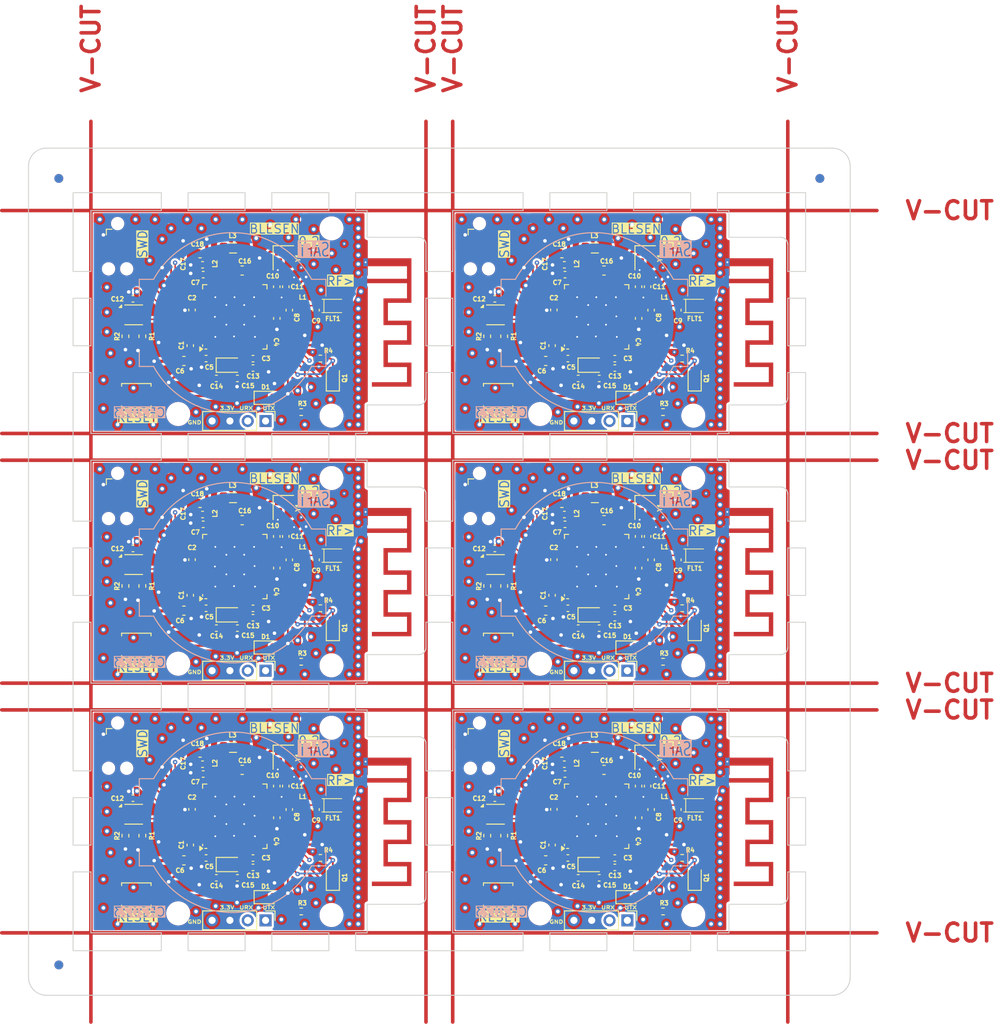
<source format=kicad_pcb>
(kicad_pcb (version 20240108) (generator "pcbnew") (generator_version "8.0")
  (layers (0 "F.Cu" signal) (1 "In1.Cu" signal) (2 "In2.Cu" signal) (31 "B.Cu" signal) (34 "B.Paste" user) (35 "F.Paste" user) (36 "B.SilkS" user "B.Silkscreen") (37 "F.SilkS" user "F.Silkscreen") (38 "B.Mask" user) (39 "F.Mask" user) (44 "Edge.Cuts" user))
  (net 0 "")
  (net 1 "Board_0-+3.3V")
  (net 2 "Board_0-/NRST")
  (net 3 "Board_0-/OSC_HSE_IN")
  (net 4 "Board_0-/OSC_HSE_OUT")
  (net 5 "Board_0-/OSC_LSE_IN")
  (net 6 "Board_0-/OSC_LSE_OUT")
  (net 7 "Board_0-/RF_FLT_IN")
  (net 8 "Board_0-/RF_FLT_OUT")
  (net 9 "Board_0-/RF_ST_PIN")
  (net 10 "Board_0-/SMPSX")
  (net 11 "Board_0-/SMPSXL")
  (net 12 "Board_0-/UART_RX")
  (net 13 "Board_0-/UART_TX")
  (net 14 "Board_0-/VFBSMPS")
  (net 15 "Board_0-GND")
  (net 16 "Board_0-LED")
  (net 17 "Board_0-Net-(D1-A)")
  (net 18 "Board_0-PHOTO_OUT")
  (net 19 "Board_0-PHOTO_V")
  (net 20 "Board_0-SCL")
  (net 21 "Board_0-SDA")
  (net 22 "Board_0-SWDCLK")
  (net 23 "Board_0-SWDIO")
  (net 24 "Board_0-unconnected-(J1-SWO-Pad6)")
  (net 25 "Board_0-unconnected-(U1-AT0-Pad26)")
  (net 26 "Board_0-unconnected-(U1-AT1-Pad27)")
  (net 27 "Board_0-unconnected-(U1-PA0-Pad9)")
  (net 28 "Board_0-unconnected-(U1-PA1-Pad10)")
  (net 29 "Board_0-unconnected-(U1-PA11-Pad37)")
  (net 30 "Board_0-unconnected-(U1-PA12-Pad38)")
  (net 31 "Board_0-unconnected-(U1-PA15-Pad42)")
  (net 32 "Board_0-unconnected-(U1-PA2-Pad11)")
  (net 33 "Board_0-unconnected-(U1-PA6-Pad15)")
  (net 34 "Board_0-unconnected-(U1-PA7-Pad16)")
  (net 35 "Board_0-unconnected-(U1-PA8-Pad17)")
  (net 36 "Board_0-unconnected-(U1-PB0-Pad28)")
  (net 37 "Board_0-unconnected-(U1-PB1-Pad29)")
  (net 38 "Board_0-unconnected-(U1-PB2-Pad19)")
  (net 39 "Board_0-unconnected-(U1-PB3-Pad43)")
  (net 40 "Board_0-unconnected-(U1-PB4-Pad44)")
  (net 41 "Board_0-unconnected-(U1-PB5-Pad45)")
  (net 42 "Board_0-unconnected-(U1-PB8-Pad5)")
  (net 43 "Board_0-unconnected-(U1-PB9-Pad6)")
  (net 44 "Board_0-unconnected-(U1-PE4-Pad30)")
  (net 45 "Board_0-unconnected-(U1-PH3-Pad4)")
  (net 46 "Board_0-unconnected-(U2-NC-Pad5)")
  (net 47 "Board_1-+3.3V")
  (net 48 "Board_1-/NRST")
  (net 49 "Board_1-/OSC_HSE_IN")
  (net 50 "Board_1-/OSC_HSE_OUT")
  (net 51 "Board_1-/OSC_LSE_IN")
  (net 52 "Board_1-/OSC_LSE_OUT")
  (net 53 "Board_1-/RF_FLT_IN")
  (net 54 "Board_1-/RF_FLT_OUT")
  (net 55 "Board_1-/RF_ST_PIN")
  (net 56 "Board_1-/SMPSX")
  (net 57 "Board_1-/SMPSXL")
  (net 58 "Board_1-/UART_RX")
  (net 59 "Board_1-/UART_TX")
  (net 60 "Board_1-/VFBSMPS")
  (net 61 "Board_1-GND")
  (net 62 "Board_1-LED")
  (net 63 "Board_1-Net-(D1-A)")
  (net 64 "Board_1-PHOTO_OUT")
  (net 65 "Board_1-PHOTO_V")
  (net 66 "Board_1-SCL")
  (net 67 "Board_1-SDA")
  (net 68 "Board_1-SWDCLK")
  (net 69 "Board_1-SWDIO")
  (net 70 "Board_1-unconnected-(J1-SWO-Pad6)")
  (net 71 "Board_1-unconnected-(U1-AT0-Pad26)")
  (net 72 "Board_1-unconnected-(U1-AT1-Pad27)")
  (net 73 "Board_1-unconnected-(U1-PA0-Pad9)")
  (net 74 "Board_1-unconnected-(U1-PA1-Pad10)")
  (net 75 "Board_1-unconnected-(U1-PA11-Pad37)")
  (net 76 "Board_1-unconnected-(U1-PA12-Pad38)")
  (net 77 "Board_1-unconnected-(U1-PA15-Pad42)")
  (net 78 "Board_1-unconnected-(U1-PA2-Pad11)")
  (net 79 "Board_1-unconnected-(U1-PA6-Pad15)")
  (net 80 "Board_1-unconnected-(U1-PA7-Pad16)")
  (net 81 "Board_1-unconnected-(U1-PA8-Pad17)")
  (net 82 "Board_1-unconnected-(U1-PB0-Pad28)")
  (net 83 "Board_1-unconnected-(U1-PB1-Pad29)")
  (net 84 "Board_1-unconnected-(U1-PB2-Pad19)")
  (net 85 "Board_1-unconnected-(U1-PB3-Pad43)")
  (net 86 "Board_1-unconnected-(U1-PB4-Pad44)")
  (net 87 "Board_1-unconnected-(U1-PB5-Pad45)")
  (net 88 "Board_1-unconnected-(U1-PB8-Pad5)")
  (net 89 "Board_1-unconnected-(U1-PB9-Pad6)")
  (net 90 "Board_1-unconnected-(U1-PE4-Pad30)")
  (net 91 "Board_1-unconnected-(U1-PH3-Pad4)")
  (net 92 "Board_1-unconnected-(U2-NC-Pad5)")
  (net 93 "Board_2-+3.3V")
  (net 94 "Board_2-/NRST")
  (net 95 "Board_2-/OSC_HSE_IN")
  (net 96 "Board_2-/OSC_HSE_OUT")
  (net 97 "Board_2-/OSC_LSE_IN")
  (net 98 "Board_2-/OSC_LSE_OUT")
  (net 99 "Board_2-/RF_FLT_IN")
  (net 100 "Board_2-/RF_FLT_OUT")
  (net 101 "Board_2-/RF_ST_PIN")
  (net 102 "Board_2-/SMPSX")
  (net 103 "Board_2-/SMPSXL")
  (net 104 "Board_2-/UART_RX")
  (net 105 "Board_2-/UART_TX")
  (net 106 "Board_2-/VFBSMPS")
  (net 107 "Board_2-GND")
  (net 108 "Board_2-LED")
  (net 109 "Board_2-Net-(D1-A)")
  (net 110 "Board_2-PHOTO_OUT")
  (net 111 "Board_2-PHOTO_V")
  (net 112 "Board_2-SCL")
  (net 113 "Board_2-SDA")
  (net 114 "Board_2-SWDCLK")
  (net 115 "Board_2-SWDIO")
  (net 116 "Board_2-unconnected-(J1-SWO-Pad6)")
  (net 117 "Board_2-unconnected-(U1-AT0-Pad26)")
  (net 118 "Board_2-unconnected-(U1-AT1-Pad27)")
  (net 119 "Board_2-unconnected-(U1-PA0-Pad9)")
  (net 120 "Board_2-unconnected-(U1-PA1-Pad10)")
  (net 121 "Board_2-unconnected-(U1-PA11-Pad37)")
  (net 122 "Board_2-unconnected-(U1-PA12-Pad38)")
  (net 123 "Board_2-unconnected-(U1-PA15-Pad42)")
  (net 124 "Board_2-unconnected-(U1-PA2-Pad11)")
  (net 125 "Board_2-unconnected-(U1-PA6-Pad15)")
  (net 126 "Board_2-unconnected-(U1-PA7-Pad16)")
  (net 127 "Board_2-unconnected-(U1-PA8-Pad17)")
  (net 128 "Board_2-unconnected-(U1-PB0-Pad28)")
  (net 129 "Board_2-unconnected-(U1-PB1-Pad29)")
  (net 130 "Board_2-unconnected-(U1-PB2-Pad19)")
  (net 131 "Board_2-unconnected-(U1-PB3-Pad43)")
  (net 132 "Board_2-unconnected-(U1-PB4-Pad44)")
  (net 133 "Board_2-unconnected-(U1-PB5-Pad45)")
  (net 134 "Board_2-unconnected-(U1-PB8-Pad5)")
  (net 135 "Board_2-unconnected-(U1-PB9-Pad6)")
  (net 136 "Board_2-unconnected-(U1-PE4-Pad30)")
  (net 137 "Board_2-unconnected-(U1-PH3-Pad4)")
  (net 138 "Board_2-unconnected-(U2-NC-Pad5)")
  (net 139 "Board_3-+3.3V")
  (net 140 "Board_3-/NRST")
  (net 141 "Board_3-/OSC_HSE_IN")
  (net 142 "Board_3-/OSC_HSE_OUT")
  (net 143 "Board_3-/OSC_LSE_IN")
  (net 144 "Board_3-/OSC_LSE_OUT")
  (net 145 "Board_3-/RF_FLT_IN")
  (net 146 "Board_3-/RF_FLT_OUT")
  (net 147 "Board_3-/RF_ST_PIN")
  (net 148 "Board_3-/SMPSX")
  (net 149 "Board_3-/SMPSXL")
  (net 150 "Board_3-/UART_RX")
  (net 151 "Board_3-/UART_TX")
  (net 152 "Board_3-/VFBSMPS")
  (net 153 "Board_3-GND")
  (net 154 "Board_3-LED")
  (net 155 "Board_3-Net-(D1-A)")
  (net 156 "Board_3-PHOTO_OUT")
  (net 157 "Board_3-PHOTO_V")
  (net 158 "Board_3-SCL")
  (net 159 "Board_3-SDA")
  (net 160 "Board_3-SWDCLK")
  (net 161 "Board_3-SWDIO")
  (net 162 "Board_3-unconnected-(J1-SWO-Pad6)")
  (net 163 "Board_3-unconnected-(U1-AT0-Pad26)")
  (net 164 "Board_3-unconnected-(U1-AT1-Pad27)")
  (net 165 "Board_3-unconnected-(U1-PA0-Pad9)")
  (net 166 "Board_3-unconnected-(U1-PA1-Pad10)")
  (net 167 "Board_3-unconnected-(U1-PA11-Pad37)")
  (net 168 "Board_3-unconnected-(U1-PA12-Pad38)")
  (net 169 "Board_3-unconnected-(U1-PA15-Pad42)")
  (net 170 "Board_3-unconnected-(U1-PA2-Pad11)")
  (net 171 "Board_3-unconnected-(U1-PA6-Pad15)")
  (net 172 "Board_3-unconnected-(U1-PA7-Pad16)")
  (net 173 "Board_3-unconnected-(U1-PA8-Pad17)")
  (net 174 "Board_3-unconnected-(U1-PB0-Pad28)")
  (net 175 "Board_3-unconnected-(U1-PB1-Pad29)")
  (net 176 "Board_3-unconnected-(U1-PB2-Pad19)")
  (net 177 "Board_3-unconnected-(U1-PB3-Pad43)")
  (net 178 "Board_3-unconnected-(U1-PB4-Pad44)")
  (net 179 "Board_3-unconnected-(U1-PB5-Pad45)")
  (net 180 "Board_3-unconnected-(U1-PB8-Pad5)")
  (net 181 "Board_3-unconnected-(U1-PB9-Pad6)")
  (net 182 "Board_3-unconnected-(U1-PE4-Pad30)")
  (net 183 "Board_3-unconnected-(U1-PH3-Pad4)")
  (net 184 "Board_3-unconnected-(U2-NC-Pad5)")
  (net 185 "Board_4-+3.3V")
  (net 186 "Board_4-/NRST")
  (net 187 "Board_4-/OSC_HSE_IN")
  (net 188 "Board_4-/OSC_HSE_OUT")
  (net 189 "Board_4-/OSC_LSE_IN")
  (net 190 "Board_4-/OSC_LSE_OUT")
  (net 191 "Board_4-/RF_FLT_IN")
  (net 192 "Board_4-/RF_FLT_OUT")
  (net 193 "Board_4-/RF_ST_PIN")
  (net 194 "Board_4-/SMPSX")
  (net 195 "Board_4-/SMPSXL")
  (net 196 "Board_4-/UART_RX")
  (net 197 "Board_4-/UART_TX")
  (net 198 "Board_4-/VFBSMPS")
  (net 199 "Board_4-GND")
  (net 200 "Board_4-LED")
  (net 201 "Board_4-Net-(D1-A)")
  (net 202 "Board_4-PHOTO_OUT")
  (net 203 "Board_4-PHOTO_V")
  (net 204 "Board_4-SCL")
  (net 205 "Board_4-SDA")
  (net 206 "Board_4-SWDCLK")
  (net 207 "Board_4-SWDIO")
  (net 208 "Board_4-unconnected-(J1-SWO-Pad6)")
  (net 209 "Board_4-unconnected-(U1-AT0-Pad26)")
  (net 210 "Board_4-unconnected-(U1-AT1-Pad27)")
  (net 211 "Board_4-unconnected-(U1-PA0-Pad9)")
  (net 212 "Board_4-unconnected-(U1-PA1-Pad10)")
  (net 213 "Board_4-unconnected-(U1-PA11-Pad37)")
  (net 214 "Board_4-unconnected-(U1-PA12-Pad38)")
  (net 215 "Board_4-unconnected-(U1-PA15-Pad42)")
  (net 216 "Board_4-unconnected-(U1-PA2-Pad11)")
  (net 217 "Board_4-unconnected-(U1-PA6-Pad15)")
  (net 218 "Board_4-unconnected-(U1-PA7-Pad16)")
  (net 219 "Board_4-unconnected-(U1-PA8-Pad17)")
  (net 220 "Board_4-unconnected-(U1-PB0-Pad28)")
  (net 221 "Board_4-unconnected-(U1-PB1-Pad29)")
  (net 222 "Board_4-unconnected-(U1-PB2-Pad19)")
  (net 223 "Board_4-unconnected-(U1-PB3-Pad43)")
  (net 224 "Board_4-unconnected-(U1-PB4-Pad44)")
  (net 225 "Board_4-unconnected-(U1-PB5-Pad45)")
  (net 226 "Board_4-unconnected-(U1-PB8-Pad5)")
  (net 227 "Board_4-unconnected-(U1-PB9-Pad6)")
  (net 228 "Board_4-unconnected-(U1-PE4-Pad30)")
  (net 229 "Board_4-unconnected-(U1-PH3-Pad4)")
  (net 230 "Board_4-unconnected-(U2-NC-Pad5)")
  (net 231 "Board_5-+3.3V")
  (net 232 "Board_5-/NRST")
  (net 233 "Board_5-/OSC_HSE_IN")
  (net 234 "Board_5-/OSC_HSE_OUT")
  (net 235 "Board_5-/OSC_LSE_IN")
  (net 236 "Board_5-/OSC_LSE_OUT")
  (net 237 "Board_5-/RF_FLT_IN")
  (net 238 "Board_5-/RF_FLT_OUT")
  (net 239 "Board_5-/RF_ST_PIN")
  (net 240 "Board_5-/SMPSX")
  (net 241 "Board_5-/SMPSXL")
  (net 242 "Board_5-/UART_RX")
  (net 243 "Board_5-/UART_TX")
  (net 244 "Board_5-/VFBSMPS")
  (net 245 "Board_5-GND")
  (net 246 "Board_5-LED")
  (net 247 "Board_5-Net-(D1-A)")
  (net 248 "Board_5-PHOTO_OUT")
  (net 249 "Board_5-PHOTO_V")
  (net 250 "Board_5-SCL")
  (net 251 "Board_5-SDA")
  (net 252 "Board_5-SWDCLK")
  (net 253 "Board_5-SWDIO")
  (net 254 "Board_5-unconnected-(J1-SWO-Pad6)")
  (net 255 "Board_5-unconnected-(U1-AT0-Pad26)")
  (net 256 "Board_5-unconnected-(U1-AT1-Pad27)")
  (net 257 "Board_5-unconnected-(U1-PA0-Pad9)")
  (net 258 "Board_5-unconnected-(U1-PA1-Pad10)")
  (net 259 "Board_5-unconnected-(U1-PA11-Pad37)")
  (net 260 "Board_5-unconnected-(U1-PA12-Pad38)")
  (net 261 "Board_5-unconnected-(U1-PA15-Pad42)")
  (net 262 "Board_5-unconnected-(U1-PA2-Pad11)")
  (net 263 "Board_5-unconnected-(U1-PA6-Pad15)")
  (net 264 "Board_5-unconnected-(U1-PA7-Pad16)")
  (net 265 "Board_5-unconnected-(U1-PA8-Pad17)")
  (net 266 "Board_5-unconnected-(U1-PB0-Pad28)")
  (net 267 "Board_5-unconnected-(U1-PB1-Pad29)")
  (net 268 "Board_5-unconnected-(U1-PB2-Pad19)")
  (net 269 "Board_5-unconnected-(U1-PB3-Pad43)")
  (net 270 "Board_5-unconnected-(U1-PB4-Pad44)")
  (net 271 "Board_5-unconnected-(U1-PB5-Pad45)")
  (net 272 "Board_5-unconnected-(U1-PB8-Pad5)")
  (net 273 "Board_5-unconnected-(U1-PB9-Pad6)")
  (net 274 "Board_5-unconnected-(U1-PE4-Pad30)")
  (net 275 "Board_5-unconnected-(U1-PH3-Pad4)")
  (net 276 "Board_5-unconnected-(U2-NC-Pad5)")
  (footprint "Capacitor_SMD:C_0402_1005Metric" (layer "F.Cu") (at 122 34.19 180)
    (property "Reference" "C7")
    (property "Value" "100n")
  )
  (footprint "Capacitor_SMD:C_0402_1005Metric" (layer "F.Cu") (at 114.125 36.9)
    (property "Reference" "C12")
    (property "Value" "100n")
  )
  (footprint "Connector:Tag-Connect_TC2030-IDC-NL_2x03_P1.27mm_Vertical" (layer "F.Cu") (at 112.4 87 -90)
    (property "Reference" "J1" (hide yes))
    (property "Value" "Conn_ARM_SWD_TagConnect_TC2030")
  )
  (footprint "Resistor_SMD:R_0402_1005Metric" (layer "F.Cu") (at 113.275 41.1 90)
    (property "Reference" "R2")
    (property "Value" "10k")
  )
  (footprint "Fiducial:Fiducial_0.5mm_Mask1mm" (layer "F.Cu") (at 117.9 84)
    (property "Reference" "FID1" (hide yes))
    (property "Value" "Fiducial")
  )
  (footprint "LED_SMD:LED_0603_1608Metric" (layer "F.Cu") (at 169.8 104)
    (property "Reference" "D1")
    (property "Value" "LED")
  )
  (footprint "Capacitor_SMD:C_0402_1005Metric" (layer "F.Cu") (at 161.15 70.15 -90)
    (property "Reference" "C1")
    (property "Value" "100n")
  )
  (footprint "Connector:Tag-Connect_TC2030-IDC-NL_2x03_P1.27mm_Vertical" (layer "F.Cu") (at 153 59 -90)
    (property "Reference" "J1" (hide yes))
    (property "Value" "Conn_ARM_SWD_TagConnect_TC2030")
  )
  (footprint "Resistor_SMD:R_0402_1005Metric" (layer "F.Cu") (at 175.75 43.6)
    (property "Reference" "R4")
    (property "Value" "470")
  )
  (footprint "Capacitor_SMD:C_0402_1005Metric" (layer "F.Cu") (at 168.19 71.61)
    (property "Reference" "C3")
    (property "Value" "100n")
  )
  (footprint "Fiducial:Fiducial_0.5mm_Mask1mm" (layer "F.Cu") (at 133.4 56)
    (property "Reference" "FID3" (hide yes))
    (property "Value" "Fiducial")
  )
  (footprint "Diode_SMD:D_0603_1608Metric" (layer "F.Cu") (at 177.15 45.75 90)
    (property "Reference" "Q1")
    (property "Value" "Q_Photo_NPN")
  )
  (footprint "Capacitor_SMD:C_0402_1005Metric" (layer "F.Cu") (at 127.59 100.66)
    (property "Reference" "C13")
    (property "Value" "100n")
  )
  (footprint "Capacitor_SMD:C_0402_1005Metric" (layer "F.Cu") (at 168.19 99.61)
    (property "Reference" "C3")
    (property "Value" "100n")
  )
  (footprint "Button_Switch_SMD:SW_SPST_B3U-1000P" (layer "F.Cu") (at 114.5 47.8 180)
    (property "Reference" "RST1" (hide yes))
    (property "Value" "B3U-1000P")
  )
  (footprint "Package_DFN_QFN:QFN-48-1EP_7x7mm_P0.5mm_EP5.6x5.6mm" (layer "F.Cu") (at 166.15 38.925 90)
    (property "Reference" "U1" (hide yes))
    (property "Value" "STM32WB55CGUx" (hide yes))
  )
  (footprint "LED_SMD:LED_0603_1608Metric" (layer "F.Cu") (at 169.8 76)
    (property "Reference" "D1")
    (property "Value" "LED")
  )
  (footprint "Capacitor_SMD:C_0402_1005Metric" (layer "F.Cu") (at 114.125 92.9)
    (property "Reference" "C12")
    (property "Value" "100n")
  )
  (footprint "Capacitor_SMD:C_0402_1005Metric" (layer "F.Cu") (at 131.663 66.1694 -90)
    (property "Reference" "C8")
    (property "Value" "0p8")
  )
  (footprint "Capacitor_SMD:C_0402_1005Metric" (layer "F.Cu") (at 154.725 92.9)
    (property "Reference" "C12")
    (property "Value" "100n")
  )
  (footprint "Capacitor_SMD:C_0402_1005Metric" (layer "F.Cu") (at 164.08 73.83 180)
    (property "Reference" "C14")
    (property "Value" "10p")
  )
  (footprint "Capacitor_SMD:C_0603_1608Metric" (layer "F.Cu") (at 162.25 87.79 180)
    (property "Reference" "C18")
    (property "Value" "4u7")
  )
  (footprint "Diode_SMD:D_0603_1608Metric" (layer "F.Cu") (at 136.55 73.75 90)
    (property "Reference" "Q1")
    (property "Value" "Q_Photo_NPN")
  )
  (footprint "Capacitor_SMD:C_0402_1005Metric" (layer "F.Cu") (at 171.869678 35.5444 90)
    (property "Reference" "C11")
    (property "Value" "100n")
  )
  (footprint "Capacitor_SMD:C_0402_1005Metric" (layer "F.Cu") (at 170.863 67.0944 -90)
    (property "Reference" "C4")
    (property "Value" "100n")
  )
  (footprint "Capacitor_SMD:C_0603_1608Metric" (layer "F.Cu") (at 126.375 61.725)
    (property "Reference" "C16")
    (property "Value" "4u7")
  )
  (footprint "Connector_PinHeader_2.00mm:PinHeader_1x04_P2.00mm_Vertical" (layer "F.Cu") (at 129 78.6 -90)
    (property "Reference" "J3" (hide yes))
    (property "Value" "~")
  )
  (footprint "DLF162500LT-5028A1:DLF162500LT-5028A1" (layer "F.Cu") (at 136.55 65.7)
    (property "Reference" "FLT1")
    (property "Value" "DLF162500LT-5028A1")
  )
  (footprint "Capacitor_SMD:C_0402_1005Metric" (layer "F.Cu") (at 154.725 64.9)
    (property "Reference" "C12")
    (property "Value" "100n")
  )
  (footprint "MountingHole:MountingHole_2.2mm_M2_DIN965" (layer "F.Cu") (at 177 106)
    (property "Reference" "H2" (hide yes))
    (property "Value" "MountingHole")
  )
  (footprint "Inductor_SMD:L_0402_1005Metric" (layer "F.Cu") (at 173.763 65.6694)
    (property "Reference" "L1")
    (property "Value" "2nH7")
  )
  (footprint "Capacitor_SMD:C_0603_1608Metric" (layer "F.Cu") (at 160.438 43.8694)
    (property "Reference" "C6")
    (property "Value" "4u7")
  )
  (footprint "Capacitor_SMD:C_0402_1005Metric" (layer "F.Cu") (at 170.863 95.0944 -90)
    (property "Reference" "C4")
    (property "Value" "100n")
  )
  (footprint "Button_Switch_SMD:SW_SPST_B3U-1000P" (layer "F.Cu") (at 155.1 103.8 180)
    (property "Reference" "RST1" (hide yes))
    (property "Value" "B3U-1000P")
  )
  (footprint "Fiducial" (layer "F.Cu") (at 191.2 23.4)
    (property "Reference" "KiKit_FID_T_2" (hide yes))
    (property "Value" "Fiducial" (hide yes))
  )
  (footprint "MountingHole:MountingHole_2.2mm_M2_DIN965" (layer "F.Cu") (at 119.2 105.82)
    (property "Reference" "H3" (hide yes))
    (property "Value" "MountingHole")
  )
  (footprint "Fiducial:Fiducial_0.5mm_Mask1mm" (layer "F.Cu") (at 158.5 70.5)
    (property "Reference" "FID2" (hide yes))
    (property "Value" "Fiducial")
  )
  (footprint "Crystal:Crystal_SMD_2016-4Pin_2.0x1.6mm" (layer "F.Cu") (at 131 88.3 -90)
    (property "Reference" "Y1")
    (property "Value" "32 MHz")
  )
  (footprint "Resistor_SMD:R_0402_1005Metric" (layer "F.Cu") (at 135.15 43.6)
    (property "Reference" "R4")
    (property "Value" "470")
  )
  (footprint "Inductor_SMD:L_0402_1005Metric" (layer "F.Cu") (at 173.763 93.6694)
    (property "Reference" "L1")
    (property "Value" "2nH7")
  )
  (footprint "Capacitor_SMD:C_0402_1005Metric" (layer "F.Cu") (at 162.53 33.09 180)
    (property "Reference" "C17")
    (property "Value" "100n")
  )
  (footprint "Capacitor_SMD:C_0402_1005Metric" (layer "F.Cu") (at 162.925 43.6024 180)
    (property "Reference" "C5")
    (property "Value" "100n")
  )
  (footprint "LED_SMD:LED_0603_1608Metric" (layer "F.Cu") (at 129.2 76)
    (property "Reference" "D1")
    (property "Value" "LED")
  )
  (footprint "Capacitor_SMD:C_0402_1005Metric" (layer "F.Cu") (at 175.263 66.1694 -90)
    (property "Reference" "C9")
    (property "Value" "0p3")
  )
  (footprint "Diode_SMD:D_0603_1608Metric" (layer "F.Cu") (at 136.55 45.75 90)
    (property "Reference" "Q1")
    (property "Value" "Q_Photo_NPN")
  )
  (footprint "Capacitor_SMD:C_0402_1005Metric" (layer "F.Cu") (at 134.663 94.1694 -90)
    (property "Reference" "C9")
    (property "Value" "0p3")
  )
  (footprint "Capacitor_SMD:C_0402_1005Metric" (layer "F.Cu") (at 162.925 71.6024 180)
    (property "Reference" "C5")
    (property "Value" "100n")
  )
  (footprint "Capacitor_SMD:C_0603_1608Metric" (layer "F.Cu") (at 119.838 71.8694)
    (property "Reference" "C6")
    (property "Value" "4u7")
  )
  (footprint "Connector:Tag-Connect_TC2030-IDC-NL_2x03_P1.27mm_Vertical" (layer "F.Cu") (at 112.4 31 -90)
    (property "Reference" "J1" (hide yes))
    (property "Value" "Conn_ARM_SWD_TagConnect_TC2030")
  )
  (footprint "Crystal:Crystal_SMD_2016-4Pin_2.0x1.6mm" (layer "F.Cu") (at 131 60.3 -90)
    (property "Reference" "Y1")
    (property "Value" "32 MHz")
  )
  (footprint "Capacitor_SMD:C_0603_1608Metric" (layer "F.Cu") (at 121.65 59.79 180)
    (property "Reference" "C18")
    (property "Value" "4u7")
  )
  (footprint "Capacitor_SMD:C_0402_1005Metric" (layer "F.Cu") (at 168.19 72.66)
    (property "Reference" "C13")
    (property "Value" "100n")
  )
  (footprint "Inductor_SMD:L_0805_2012Metric" (layer "F.Cu") (at 125.35 59.2)
    (property "Reference" "L3")
    (property "Value" "10uH")
  )
  (footprint "Resistor_SMD:R_0402_1005Metric" (layer "F.Cu") (at 153.875 41.1 90)
    (property "Reference" "R2")
    (property "Value" "10k")
  )
  (footprint "Button_Switch_SMD:SW_SPST_B3U-1000P" (layer "F.Cu") (at 155.1 75.8 180)
    (property "Reference" "RST1" (hide yes))
    (property "Value" "B3U-1000P")
  )
  (footprint "Capacitor_SMD:C_0402_1005Metric" (layer "F.Cu") (at 122 62.19 180)
    (property "Reference" "C7")
    (property "Value" "100n")
  )
  (footprint "Capacitor_SMD:C_0402_1005Metric" (layer "F.Cu") (at 170.858018 91.5444 90)
    (property "Reference" "C10")
    (property "Value" "100p")
  )
  (footprint "Capacitor_SMD:C_0402_1005Metric" (layer "F.Cu") (at 123.48 101.83 180)
    (property "Reference" "C14")
    (property "Value" "10p")
  )
  (footprint "Crystal:Crystal_SMD_2016-4Pin_2.0x1.6mm" (layer "F.Cu") (at 131 32.3 -90)
    (property "Reference" "Y1")
    (property "Value" "32 MHz")
  )
  (footprint "Capacitor_SMD:C_0603_1608Metric" (layer "F.Cu") (at 126.375 89.725)
    (property "Reference" "C16")
    (property "Value" "4u7")
  )
  (footprint "Resistor_SMD:R_0402_1005Metric" (layer "F.Cu") (at 133 77.6)
    (property "Reference" "R3")
    (property "Value" "1k")
  )
  (footprint "Crystal:Crystal_SMD_2016-4Pin_2.0x1.6mm" (layer "F.Cu") (at 171.6 88.3 -90)
    (property "Reference" "Y1")
    (property "Value" "32 MHz")
  )
  (footprint "Capacitor_SMD:C_0402_1005Metric" (layer "F.Cu") (at 162.6 90.19 180)
    (property "Reference" "C7")
    (property "Value" "100n")
  )
  (footprint "Fiducial:Fiducial_0.5mm_Mask1mm" (layer "F.Cu") (at 158.5 28)
    (property "Reference" "FID1" (hide yes))
    (property "Value" "Fiducial")
  )
  (footprint "Capacitor_SMD:C_0603_1608Metric" (layer "F.Cu") (at 160.438 71.8694)
    (property "Reference" "C6")
    (property "Value" "4u7")
  )
  (footprint "DLF162500LT-5028A1:DLF162500LT-5028A1" (layer "F.Cu") (at 136.55 93.7)
    (property "Reference" "FLT1")
    (property "Value" "DLF162500LT-5028A1")
  )
  (footprint "Crystal:Crystal_SMD_2012-2Pin_2.0x1.2mm" (layer "F.Cu") (at 165.26 72.34)
    (property "Reference" "Y2" (hide yes))
    (property "Value" "32.768KHz")
  )
  (footprint "Fiducial" (layer "F.Cu") (at 105.8 111.6)
    (property "Reference" "KiKit_FID_T_3" (hide yes))
    (property "Value" "Fiducial" (hide yes))
  )
  (footprint "Resistor_SMD:R_0402_1005Metric" (layer "F.Cu") (at 173.6 49.6)
    (property "Reference" "R3")
    (property "Value" "1k")
  )
  (footprint "Sensor_Humidity:Sensirion_DFN-4-1EP_2x2mm_P1mm_EP0.7x1.6mm" (layer "F.Cu") (at 114.2 66.7)
    (property "Reference" "U2" (hide yes))
    (property "Value" "SHTC3")
  )
  (footprint "Capacitor_SMD:C_0402_1005Metric" (layer "F.Cu") (at 172.263 38.1694 -90)
    (property "Reference" "C8")
    (property "Value" "0p8")
  )
  (footprint "Resistor_SMD:R_0402_1005Metric" (layer "F.Cu") (at 153.875 97.1 90)
    (property "Reference" "R2")
    (property "Value" "10k")
  )
  (footprint "Capacitor_SMD:C_0603_1608Metric" (layer "F.Cu") (at 166.975 89.725)
    (property "Reference" "C16")
    (property "Value" "4u7")
  )
  (footprint "Capacitor_SMD:C_0402_1005Metric" (layer "F.Cu") (at 130.263 39.0944 -90)
    (property "Reference" "C4")
    (property "Value" "100n")
  )
  (footprint "Fiducial:Fiducial_0.5mm_Mask1mm" (layer "F.Cu") (at 133.4 84)
    (property "Reference" "FID3" (hide yes))
    (property "Value" "Fiducial")
  )
  (footprint "Capacitor_SMD:C_0402_1005Metric" (layer "F.Cu") (at 122.325 99.6024 180)
    (property "Reference" "C5")
    (property "Value" "100n")
  )
  (footprint "Fiducial:Fiducial_0.5mm_Mask1mm" (layer "F.Cu") (at 158.5 84)
    (property "Reference" "FID1" (hide yes))
    (property "Value" "Fiducial")
  )
  (footprint "Capacitor_SMD:C_0402_1005Metric" (layer "F.Cu") (at 130.263 95.0944 -90)
    (property "Reference" "C4")
    (property "Value" "100n")
  )
  (footprint "Capacitor_SMD:C_0402_1005Metric" (layer "F.Cu") (at 120.75 66.15 -90)
    (property "Reference" "C2")
    (property "Value" "100n")
  )
  (footprint "Button_Switch_SMD:SW_SPST_B3U-1000P" (layer "F.Cu") (at 114.5 75.8 180)
    (property "Reference" "RST1" (hide yes))
    (property "Value" "B3U-1000P")
  )
  (footprint "Sensor_Humidity:Sensirion_DFN-4-1EP_2x2mm_P1mm_EP0.7x1.6mm" (layer "F.Cu") (at 114.2 38.7)
    (property "Reference" "U2" (hide yes))
    (property "Value" "SHTC3")
  )
  (footprint "Capacitor_SMD:C_0402_1005Metric" (layer "F.Cu") (at 175.263 94.1694 -90)
    (property "Reference" "C9")
    (property "Value" "0p3")
  )
  (footprint "RF_Antenna:Texas_SWRA117D_2.4GHz_Right" (layer "F.Cu") (at 180.82 34.9 -90)
    (property "Reference" "AE1" (hide yes))
    (property "Value" "Antenna")
  )
  (footprint "Capacitor_SMD:C_0402_1005Metric" (layer "F.Cu") (at 130.258018 63.5444 90)
    (property "Reference" "C10")
    (property "Value" "100p")
  )
  (footprint "Inductor_SMD:L_0402_1005Metric" (layer "F.Cu") (at 164.89 33.13 90)
    (property "Reference" "L2")
    (property "Value" "10nH")
  )
  (footprint "Inductor_SMD:L_0402_1005Metric" (layer "F.Cu") (at 124.29 61.13 90)
    (property "Reference" "L2")
    (property "Value" "10nH")
  )
  (footprint "Diode_SMD:D_0603_1608Metric" (layer "F.Cu") (at 177.15 73.75 90)
    (property "Reference" "Q1")
    (property "Value" "Q_Photo_NPN")
  )
  (footprint "MountingHole:MountingHole_2.2mm_M2_DIN965" (layer "F.Cu") (at 136.4 106)
    (property "Reference" "H2" (hide yes))
    (property "Value" "MountingHole")
  )
  (footprint "Capacitor_SMD:C_0402_1005Metric" (layer "F.Cu") (at 164.08 101.83 180)
    (property "Reference" "C14")
    (property "Value" "10p")
  )
  (footprint "MountingHole:MountingHole_2.2mm_M2_DIN965" (layer "F.Cu") (at 136.4 85)
    (property "Reference" "H4" (hide yes))
    (property "Value" "MountingHole")
  )
  (footprint "Resistor_SMD:R_0402_1005Metric" (layer "F.Cu") (at 155.775 69.1 90)
    (property "Reference" "R1")
    (property "Value" "10k")
  )
  (footprint "Crystal:Crystal_SMD_2016-4Pin_2.0x1.6mm" (layer "F.Cu") (at 171.6 60.3 -90)
    (property "Reference" "Y1")
    (property "Value" "32 MHz")
  )
  (footprint "Resistor_SMD:R_0402_1005Metric" (layer "F.Cu") (at 133 49.6)
    (property "Reference" "R3")
    (property "Value" "1k")
  )
  (footprint "Fiducial:Fiducial_0.5mm_Mask1mm" (layer "F.Cu") (at 158.5 56)
    (property "Reference" "FID1" (hide yes))
    (property "Value" "Fiducial")
  )
  (footprint "Fiducial:Fiducial_0.5mm_Mask1mm" (layer "F.Cu") (at 174 84)
    (property "Reference" "FID3" (hide yes))
    (property "Value" "Fiducial")
  )
  (footprint "Button_Switch_SMD:SW_SPST_B3U-1000P" (layer "F.Cu") (at 114.5 103.8 180)
    (property "Reference" "RST1" (hide yes))
    (property "Value" "B3U-1000P")
  )
  (footprint "DLF162500LT-5028A1:DLF162500LT-5028A1" (layer "F.Cu") (at 177.15 93.7)
    (property "Reference" "FLT1")
    (property "Value" "DLF162500LT-5028A1")
  )
  (footprint "Resistor_SMD:R_0402_1005Metric" (layer "F.Cu") (at 155.775 41.1 90)
    (property "Reference" "R1")
    (property "Value" "10k")
  )
  (footprint "Inductor_SMD:L_0805_2012Metric" (layer "F.Cu") (at 165.95 59.2)
    (property "Reference" "L3")
    (property "Value" "10uH")
  )
  (footprint "Capacitor_SMD:C_0402_1005Metric" (layer "F.Cu") (at 162.53 89.09 180)
    (property "Reference" "C17")
    (property "Value" "100n")
  )
  (footprint "Fiducial:Fiducial_0.5mm_Mask1mm" (layer "F.Cu") (at 117.9 98.5)
    (property "Reference" "FID2" (hide yes))
    (property "Value" "Fiducial")
  )
  (footprint "Capacitor_SMD:C_0603_1608Metric" (layer "F.Cu") (at 162.25 59.79 180)
    (property "Reference" "C18")
    (property "Value" "4u7")
  )
  (footprint "MountingHole:MountingHole_2.2mm_M2_DIN965" (layer "F.Cu") (at 159.8 105.82)
    (property "Reference" "H3" (hide yes))
    (property "Value" "MountingHole")
  )
  (footprint "Capacitor_SMD:C_0402_1005Metric" (layer "F.Cu") (at 166.44 45.83)
    (property "Reference" "C15")
    (property "Value" "10p")
  )
  (footprint "Inductor_SMD:L_0805_2012Metric" (layer "F.Cu") (at 125.35 31.2)
    (property "Reference" "L3")
    (property "Value" "10uH")
  )
  (footprint "Package_DFN_QFN:QFN-48-1EP_7x7mm_P0.5mm_EP5.6x5.6mm" (layer "F.Cu") (at 166.15 66.925 90)
    (property "Reference" "U1" (hide yes))
    (property "Value" "STM32WB55CGUx" (hide yes))
  )
  (footprint "Package_DFN_QFN:QFN-48-1EP_7x7mm_P0.5mm_EP5.6x5.6mm" (layer "F.Cu") (at 166.15 94.925 90)
    (property "Reference" "U1" (hide yes))
    (property "Value" "STM32WB55CGUx" (hide yes))
  )
  (footprint "Capacitor_SMD:C_0402_1005Metric" (layer "F.Cu") (at 162.925 99.6024 180)
    (property "Reference" "C5")
    (property "Value" "100n")
  )
  (footprint "MountingHole:MountingHole_2.2mm_M2_DIN965" (layer "F.Cu") (at 159.8 49.82)
    (property "Reference" "H3" (hide yes))
    (property "Value" "MountingHole")
  )
  (footprint "Sensor_Humidity:Sensirion_DFN-4-1EP_2x2mm_P1mm_EP0.7x1.6mm" (layer "F.Cu") (at 154.8 66.7)
    (property "Reference" "U2" (hide yes))
    (property "Value" "SHTC3")
  )
  (footprint "Resistor_SMD:R_0402_1005Metric" (layer "F.Cu") (at 115.175 69.1 90)
    (property "Reference" "R1")
    (property "Value" "10k")
  )
  (footprint "Connector_PinHeader_2.00mm:PinHeader_1x04_P2.00mm_Vertical" (layer "F.Cu") (at 169.6 78.6 -90)
    (property "Reference" "J3" (hide yes))
    (property "Value" "~")
  )
  (footprint "Capacitor_SMD:C_0603_1608Metric" (layer "F.Cu") (at 166.975 61.725)
    (property "Reference" "C16")
    (property "Value" "4u7")
  )
  (footprint "Inductor_SMD:L_0805_2012Metric" (layer "F.Cu") (at 165.95 31.2)
    (property "Reference" "L3")
    (property "Value" "10uH")
  )
  (footprint "Capacitor_SMD:C_0402_1005Metric" (layer "F.Cu") (at 127.59 71.61)
    (property "Reference" "C3")
    (property "Value" "100n")
  )
  (footprint "Capacitor_SMD:C_0402_1005Metric" (layer "F.Cu") (at 130.258018 35.5444 90)
    (property "Reference" "C10")
    (property "Value" "100p")
  )
  (footprint "Sensor_Humidity:Sensirion_DFN-4-1EP_2x2mm_P1mm_EP0.7x1.6mm" (layer "F.Cu") (at 154.8 38.7)
    (property "Reference" "U2" (hide yes))
    (property "Value" "SHTC3")
  )
  (footprint "Capacitor_SMD:C_0402_1005Metric" (layer "F.Cu") (at 127.59 72.66)
    (property "Reference" "C13")
    (property "Value" "100n")
  )
  (footprint "Capacitor_SMD:C_0402_1005Metric" (layer "F.Cu") (at 131.663 38.1694 -90)
    (property "Reference" "C8")
    (property "Value" "0p8")
  )
  (footprint "Fiducial:Fiducial_0.5mm_Mask1mm" (layer "F.Cu") (at 117.9 56)
    (property "Reference" "FID1" (hide yes))
    (property "Value" "Fiducial")
  )
  (footprint "Capacitor_SMD:C_0402_1005Metric" (layer "F.Cu") (at 130.263 67.0944 -90)
    (property "Reference" "C4")
    (property "Value" "100n")
  )
  (footprint "Capacitor_SMD:C_0402_1005Metric" (layer "F.Cu") (at 161.35 38.15 -90)
    (property "Reference" "C2")
    (property "Value" "100n")
  )
  (footprint "MountingHole:MountingHole_2.2mm_M2_DIN965" (layer "F.Cu") (at 136.4 57)
    (property "Reference" "H4" (hide yes))
    (property "Value" "MountingHole")
  )
  (footprint "Capacitor_SMD:C_0402_1005Metric" (layer "F.Cu") (at 161.35 66.15 -90)
    (property "Reference" "C2")
    (property "Value" "100n")
  )
  (footprint "RF_Antenna:Texas_SWRA117D_2.4GHz_Right" (layer "F.Cu") (at 140.22 34.9 -90)
    (property "Reference" "AE1" (hide yes))
    (property "Value" "Antenna")
  )
  (footprint "Capacitor_SMD:C_0402_1005Metric" (layer "F.Cu") (at 120.55 98.15 -90)
    (property "Reference" "C1")
    (property "Value" "100n")
  )
  (footprint "Fiducial:Fiducial_0.5mm_Mask1mm" (layer "F.Cu") (at 133.4 28)
    (property "Reference" "FID3" (hide yes))
    (property "Value" "Fiducial")
  )
  (footprint "Capacitor_SMD:C_0402_1005Metric" (layer "F.Cu") (at 127.59 99.61)
    (property "Reference" "C3")
    (property "Value" "100n")
  )
  (footprint "Capacitor_SMD:C_0402_1005Metric" (layer "F.Cu") (at 122 90.19 180)
    (property "Reference" "C7")
    (property "Value" "100n")
  )
  (footprint "Capacitor_SMD:C_0402_1005Metric" (layer "F.Cu") (at 162.6 62.19 180)
    (property "Reference" "C7")
    (property "Value" "100n")
  )
  (footprint "RF_Antenna:Texas_SWRA117D_2.4GHz_Right" (layer "F.Cu") (at 180.82 62.9 -90)
    (property "Reference" "AE1" (hide yes))
    (property "Value" "Antenna")
  )
  (footprint "Capacitor_SMD:C_0402_1005Metric" (layer "F.Cu") (at 161.15 98.15 -90)
    (property "Reference" "C1")
    (property "Value" "100n")
  )
  (footprint "Fiducial:Fiducial_0.5mm_Mask1mm" (layer "F.Cu") (at 117.9 70.5)
    (property "Reference" "FID2" (hide yes))
    (property "Value" "Fiducial")
  )
  (footprint "Crystal:Crystal_SMD_2012-2Pin_2.0x1.2mm" (layer "F.Cu") (at 124.66 72.34)
    (property "Reference" "Y2" (hide yes))
    (property "Value" "32.768KHz")
  )
  (footprint "Inductor_SMD:L_0402_1005Metric" (layer "F.Cu") (at 164.89 89.13 90)
    (property "Reference" "L2")
    (property "Value" "10nH")
  )
  (footprint "Package_DFN_QFN:QFN-48-1EP_7x7mm_P0.5mm_EP5.6x5.6mm" (layer "F.Cu") (at 125.55 94.925 90)
    (property "Reference" "U1" (hide yes))
    (property "Value" "STM32WB55CGUx" (hide yes))
  )
  (footprint "Capacitor_SMD:C_0603_1608Metric" (layer "F.Cu") (at 166.975 33.725)
    (property "Reference" "C16")
    (property "Value" "4u7")
  )
  (footprint "Capacitor_SMD:C_0402_1005Metric" (layer "F.Cu") (at 172.263 94.1694 -90)
    (property "Reference" "C8")
    (property "Value" "0p8")
  )
  (footprint "Crystal:Crystal_SMD_2012-2Pin_2.0x1.2mm" (layer "F.Cu") (at 124.66 44.34)
    (property "Reference" "Y2" (hide yes))
    (property "Value" "32.768KHz")
  )
  (footprint "Capacitor_SMD:C_0402_1005Metric" (layer "F.Cu") (at 161.15 42.15 -90)
    (property "Reference" "C1")
    (property "Value" "100n")
  )
  (footprint "Capacitor_SMD:C_0402_1005Metric" (layer "F.Cu") (at 127.59 44.66)
    (property "Reference" "C13")
    (property "Value" "100n")
  )
  (footprint "LED_SMD:LED_0603_1608Metric" (layer "F.Cu") (at 169.8 48)
    (property "Reference" "D1")
    (property "Value" "LED")
  )
  (footprint "Capacitor_SMD:C_0402_1005Metric" (layer "F.Cu") (at 154.725 36.9)
    (property "Reference" "C12")
    (property "Value" "100n")
  )
  (footprint "Resistor_SMD:R_0402_1005Metric" (layer "F.Cu") (at 175.75 99.6)
    (property "Reference" "R4")
    (property "Value" "470")
  )
  (footprint "Capacitor_SMD:C_0402_1005Metric" (layer "F.Cu") (at 164.08 45.83 180)
    (property "Reference" "C14")
    (property "Value" "10p")
  )
  (footprint "MountingHole:MountingHole_2.2mm_M2_DIN965" (layer "F.Cu") (at 177 78)
    (property "Reference" "H2" (hide yes))
    (property "Value" "MountingHole")
  )
  (footprint "Resistor_SMD:R_0402_1005Metric" (layer "F.Cu") (at 155.775 97.1 90)
    (property "Reference" "R1")
    (property "Value" "10k")
  )
  (footprint "Connector:Tag-Connect_TC2030-IDC-NL_2x03_P1.27mm_Vertical" (layer "F.Cu") (at 153 87 -90)
    (property "Reference" "J1" (hide yes))
    (property "Value" "Conn_ARM_SWD_TagConnect_TC2030")
  )
  (footprint "Resistor_SMD:R_0402_1005Metric" (layer "F.Cu") (at 175.75 71.6)
    (property "Reference" "R4")
    (property "Value" "470")
  )
  (footprint "DLF162500LT-5028A1:DLF162500LT-5028A1" (layer "F.Cu") (at 177.15 37.7)
    (property "Reference" "FLT1")
    (property "Value" "DLF162500LT-5028A1")
  )
  (footprint "Capacitor_SMD:C_0402_1005Metric" (layer "F.Cu") (at 130.258018 91.5444 90)
    (property "Reference" "C10")
    (property "Value" "100p")
  )
  (footprint "Capacitor_SMD:C_0402_1005Metric" (layer "F.Cu") (at 121.93 33.09 180)
    (property "Reference" "C17")
    (property "Value" "100n")
  )
  (footprint "Resistor_SMD:R_0402_1005Metric" (layer "F.Cu") (at 153.875 69.1 90)
    (property "Reference" "R2")
    (property "Value" "10k")
  )
  (footprint "Capacitor_SMD:C_0402_1005Metric" (layer "F.Cu") (at 162.6 34.19 180)
    (property "Reference" "C7")
    (property "Value" "100n")
  )
  (footprint "LED_SMD:LED_0603_1608Metric" (layer "F.Cu") (at 129.2 104)
    (property "Reference" "D1")
    (property "Value" "LED")
  )
  (footprint "Capacitor_SMD:C_0402_1005Metric" (layer "F.Cu") (at 171.869678 91.5444 90)
    (property "Reference" "C11")
    (property "Value" "100n")
  )
  (footprint "RF_Antenna:Texas_SWRA117D_2.4GHz_Right" (layer "F.Cu") (at 180.82 90.9 -90)
    (property "Reference" "AE1" (hide yes))
    (property "Value" "Antenna")
  )
  (footprint "Capacitor_SMD:C_0603_1608Metric" (layer "F.Cu") (at 162.25 31.79 180)
    (property "Reference" "C18")
    (property "Value" "4u7")
  )
  (footprint "Capacitor_SMD:C_0402_1005Metric" (layer "F.Cu") (at 120.55 42.15 -90)
    (property "Reference" "C1")
    (property "Value" "100n")
  )
  (footprint "Resistor_SMD:R_0402_1005Metric" (layer "F.Cu") (at 135.15 99.6)
    (property "Reference" "R4")
    (property "Value" "470")
  )
  (footprint "Capacitor_SMD:C_0402_1005Metric" (layer "F.Cu") (at 171.869678 63.5444 90)
    (property "Reference" "C11")
    (property "Value" "100n")
  )
  (footprint "Capacitor_SMD:C_0402_1005Metric" (layer "F.Cu") (at 122.325 71.6024 180)
    (property "Reference" "C5")
    (property "Value" "100n")
  )
  (footprint "Inductor_SMD:L_0402_1005Metric" (layer "F.Cu") (at 133.163 37.6694)
    (property "Reference" "L1")
    (property "Value" "2nH7")
  )
  (footprint "Capacitor_SMD:C_0402_1005Metric" (layer "F.Cu") (at 175.263 38.1694 -90)
    (property "Reference" "C9")
    (property "Value" "0p3")
  )
  (footprint "Capacitor_SMD:C_0603_1608Metric" (layer "F.Cu") (at 121.65 31.79 180)
    (property "Reference" "C18")
    (property "Value" "4u7")
  )
  (footprint "Capacitor_SMD:C_0402_1005Metric" (layer "F.Cu") (at 125.84 101.83)
    (property "Reference" "C15")
    (property "Value" "10p")
  )
  (footprint "Capacitor_SMD:C_0402_1005Metric" (layer "F.Cu") (at 121.93 89.09 180)
    (property "Reference" "C17")
    (property "Value" "100n")
  )
  (footprint "Resistor_SMD:R_0402_1005Metric" (layer "F.Cu") (at 115.175 97.1 90)
    (property "Reference" "R1")
    (property "Value" "10k")
  )
  (footprint "Diode_SMD:D_0603_1608Metric" (layer "F.Cu") (at 136.55 101.75 90)
    (property "Reference" "Q1")
    (property "Value" "Q_Photo_NPN")
  )
  (footprint "Resistor_SMD:R_0402_1005Metric" (layer "F.Cu") (at 135.15 71.6)
    (property "Reference" "R4")
    (property "Value" "470")
  )
  (footprint "Capacitor_SMD:C_0402_1005Metric" (layer "F.Cu") (at 127.59 43.61)
    (property "Reference" "C3")
    (property "Value" "100n")
  )
  (footprint "Capacitor_SMD:C_0402_1005Metric" (layer "F.Cu") (at 120.75 38.15 -90)
    (property "Reference" "C2")
    (property "Value" "100n")
  )
  (footprint "Capacitor_SMD:C_0402_1005Metric" (layer "F.Cu") (at 125.84 73.83)
    (property "Reference" "C15")
    (property "Value" "10p")
  )
  (footprint "Resistor_SMD:R_0402_1005Metric" (layer "F.Cu") (at 133 105.6)
    (property "Reference" "R3")
    (property "Value" "1k")
  )
  (footprint "MountingHole:MountingHole_2.2mm_M2_DIN965" (layer "F.Cu") (at 177 85)
    (property "Reference" "H4" (hide yes))
    (property "Value" "MountingHole")
  )
  (footprint "Inductor_SMD:L_0805_2012Metric" (layer "F.Cu") (at 165.95 87.2)
    (property "Reference" "L3")
    (property "Value" "10uH")
  )
  (footprint "Capacitor_SMD:C_0402_1005Metric" (layer "F.Cu") (at 161.35 94.15 -90)
    (property "Reference" "C2")
    (property "Value" "100n")
  )
  (footprint "Resistor_SMD:R_0402_1005Metric" (layer "F.Cu") (at 113.275 97.1 90)
    (property "Reference" "R2")
    (property "Value" "10k")
  )
  (footprint "Crystal:Crystal_SMD_2016-4Pin_2.0x1.6mm" (layer "F.Cu") (at 171.6 32.3 -90)
    (property "Reference" "Y1")
    (property "Value" "32 MHz")
  )
  (footprint "Package_DFN_QFN:QFN-48-1EP_7x7mm_P0.5mm_EP5.6x5.6mm" (layer "F.Cu") (at 125.55 38.925 90)
    (property "Reference" "U1" (hide yes))
    (property "Value" "STM32WB55CGUx" (hide yes))
  )
  (footprint "Capacitor_SMD:C_0402_1005Metric" (layer "F.Cu") (at 168.19 43.61)
    (property "Reference" "C3")
    (property "Value" "100n")
  )
  (footprint "Connector_PinHeader_2.00mm:PinHeader_1x04_P2.00mm_Vertical" (layer "F.Cu") (at 129 50.6 -90)
    (property "Reference" "J3" (hide yes))
    (property "Value" "~")
  )
  (footprint "MountingHole:MountingHole_2.2mm_M2_DIN965" (layer "F.Cu") (at 177 29)
    (property "Reference" "H4" (hide yes))
    (property "Value" "MountingHole")
  )
  (footprint "Capacitor_SMD:C_0402_1005Metric" (layer "F.Cu") (at 170.863 39.0944 -90)
    (property "Reference" "C4")
    (property "Value" "100n")
  )
  (footprint "RF_Antenna:Texas_SWRA117D_2.4GHz_Right" (layer "F.Cu") (at 140.22 90.9 -90)
    (property "Reference" "AE1" (hide yes))
    (property "Value" "Antenna")
  )
  (footprint "Button_Switch_SMD:SW_SPST_B3U-1000P" (layer "F.Cu") (at 155.1 47.8 180)
    (property "Reference" "RST1" (hide yes))
    (property "Value" "B3U-1000P")
  )
  (footprint "Capacitor_SMD:C_0603_1608Metric" (layer "F.Cu") (at 119.838 99.8694)
    (property "Reference" "C6")
    (property "Value" "4u7")
  )
  (footprint "Capacitor_SMD:C_0402_1005Metric" (layer "F.Cu") (at 168.19 100.66)
    (property "Reference" "C13")
    (property "Value" "100n")
  )
  (footprint "Capacitor_SMD:C_0402_1005Metric" (layer "F.Cu") (at 131.663 94.1694 -90)
    (property "Reference" "C8")
    (property "Value" "0p8")
  )
  (footprint "MountingHole:MountingHole_2.2mm_M2_DIN965" (layer "F.Cu") (at 177 57)
    (property "Reference" "H4" (hide yes))
    (property "Value" "MountingHole")
  )
  (footprint "Capacitor_SMD:C_0402_1005Metric" (layer "F.Cu") (at 131.269678 91.5444 90)
    (property "Reference" "C11")
    (property "Value" "100n")
  )
  (footprint "MountingHole:MountingHole_2.2mm_M2_DIN965" (layer "F.Cu") (at 119.2 77.82)
    (property "Reference" "H3" (hide yes))
    (property "Value" "MountingHole")
  )
  (footprint "Connector:Tag-Connect_TC2030-IDC-NL_2x03_P1.27mm_Vertical" (layer "F.Cu") (at 153 31 -90)
    (property "Reference" "J1" (hide yes))
    (property "Value" "Conn_ARM_SWD_TagConnect_TC2030")
  )
  (footprint "MountingHole:MountingHole_2.2mm_M2_DIN965" (layer "F.Cu") (at 136.4 78)
    (property "Reference" "H2" (hide yes))
    (property "Value" "MountingHole")
  )
  (footprint "MountingHole:MountingHole_2.2mm_M2_DIN965" (layer "F.Cu") (at 119.2 49.82)
    (property "Reference" "H3" (hide yes))
    (property "Value" "MountingHole")
  )
  (footprint "Fiducial:Fiducial_0.5mm_Mask1mm" (layer "F.Cu") (at 174 28)
    (property "Reference" "FID3" (hide yes))
    (property "Value" "Fiducial")
  )
  (footprint "Inductor_SMD:L_0402_1005Metric" (layer "F.Cu") (at 124.29 33.13 90)
    (property "Reference" "L2")
    (property "Value" "10nH")
  )
  (footprint "Capacitor_SMD:C_0402_1005Metric" (layer "F.Cu") (at 170.858018 63.5444 90)
    (property "Reference" "C10")
    (property "Value" "100p")
  )
  (footprint "Capacitor_SMD:C_0402_1005Metric" (layer "F.Cu") (at 121.93 61.09 180)
    (property "Reference" "C17")
    (property "Value" "100n")
  )
  (footprint "Capacitor_SMD:C_0402_1005Metric" (layer "F.Cu") (at 123.48 73.83 180)
    (property "Reference" "C14")
    (property "Value" "10p")
  )
  (footprint "Connector_PinHeader_2.00mm:PinHeader_1x04_P2.00mm_Vertical" (layer "F.Cu") (at 169.6 106.6 -90)
    (property "Reference" "J3" (hide yes))
    (property "Value" "~")
  )
  (footprint "Fiducial:Fiducial_0.5mm_Mask1mm" (layer "F.Cu") (at 117.9 28)
    (property "Reference" "FID1" (hide yes))
    (property "Value" "Fiducial")
  )
  (footprint "Resistor_SMD:R_0402_1005Metric" (layer "F.Cu") (at 173.6 105.6)
    (property "Reference" "R3")
    (property "Value" "1k")
  )
  (footprint "LED_SMD:LED_0603_1608Metric" (layer "F.Cu") (at 129.2 48)
    (property "Reference" "D1")
    (property "Value" "LED")
  )
  (footprint "Resistor_SMD:R_0402_1005Metric" (layer "F.Cu") (at 173.6 77.6)
    (property "Reference" "R3")
    (property "Value" "1k")
  )
  (footprint "Package_DFN_QFN:QFN-48-1EP_7x7mm_P0.5mm_EP5.6x5.6mm" (layer "F.Cu") (at 125.55 66.925 90)
    (property "Reference" "U1" (hide yes))
    (property "Value" "STM32WB55CGUx" (hide yes))
  )
  (footprint "Capacitor_SMD:C_0402_1005Metric" (layer "F.Cu") (at 125.84 45.83)
    (property "Reference" "C15")
    (property "Value" "10p")
  )
  (footprint "Capacitor_SMD:C_0402_1005Metric" (layer "F.Cu") (at 131.269678 35.5444 90)
    (property "Reference" "C11")
    (property "Value" "100n")
  )
  (footprint "Fiducial" (layer "F.Cu") (at 105.8 23.4)
    (property "Reference" "KiKit_FID_T_1" (hide yes))
    (property "Value" "Fiducial" (hide yes))
  )
  (footprint "Crystal:Crystal_SMD_2012-2Pin_2.0x1.2mm" (layer "F.Cu") (at 124.66 100.34)
    (property "Reference" "Y2" (hide yes))
    (property "Value" "32.768KHz")
  )
  (footprint "Capacitor_SMD:C_0402_1005Metric" (layer "F.Cu") (at 166.44 73.83)
    (property "Reference" "C15")
    (property "Value" "10p")
  )
  (footprint "MountingHole:MountingHole_2.2mm_M2_DIN965" (layer "F.Cu") (at 136.4 29)
    (property "Reference" "H4" (hide yes))
    (property "Value" "MountingHole")
  )
  (footprint "Resistor_SMD:R_0402_1005Metric" (layer "F.Cu") (at 115.175 41.1 90)
    (property "Reference" "R1")
    (property "Value" "10k")
  )
  (footprint "Connector_PinHeader_2.00mm:PinHeader_1x04_P2.00mm_Vertical" (layer "F.Cu") (at 129 106.6 -90)
    (property "Reference" "J3" (hide yes))
    (property "Value" "~")
  )
  (footprint "Capacitor_SMD:C_0402_1005Metric" (layer "F.Cu") (at 170.858018 35.5444 90)
    (property "Reference" "C10")
    (property "Value" "100p")
  )
  (footprint "Resistor_SMD:R_0402_1005Metric" (layer "F.Cu") (at 113.275 69.1 90)
    (property "Reference" "R2")
    (property "Value" "10k")
  )
  (footprint "Fiducial:Fiducial_0.5mm_Mask1mm" (layer "F.Cu") (at 117.9 42.5)
    (property "Reference" "FID2" (hide yes))
    (property "Value" "Fiducial")
  )
  (footprint "DLF162500LT-5028A1:DLF162500LT-5028A1" (layer "F.Cu") (at 136.55 37.7)
    (property "Reference" "FLT1")
    (property "Value" "DLF162500LT-5028A1")
  )
  (footprint "DLF162500LT-5028A1:DLF162500LT-5028A1" (layer "F.Cu") (at 177.15 65.7)
    (property "Reference" "FLT1")
    (property "Value" "DLF162500LT-5028A1")
  )
  (footprint "Capacitor_SMD:C_0402_1005Metric" (layer "F.Cu") (at 114.125 64.9)
    (property "Reference" "C12")
    (property "Value" "100n")
  )
  (footprint "Capacitor_SMD:C_0402_1005Metric" (layer "F.Cu") (at 162.53 61.09 180)
    (property "Reference" "C17")
    (property "Value" "100n")
  )
  (footprint "Connector_PinHeader_2.00mm:PinHeader_1x04_P2.00mm_Vertical" (layer "F.Cu") (at 169.6 50.6 -90)
    (property "Reference" "J3" (hide yes))
    (property "Value" "~")
  )
  (footprint "MountingHole:MountingHole_2.2mm_M2_DIN965" (layer "F.Cu") (at 159.8 77.82)
    (property "Reference" "H3" (hide yes))
    (property "Value" "MountingHole")
  )
  (footprint "Inductor_SMD:L_0402_1005Metric" (layer "F.Cu") (at 133.163 93.6694)
    (property "Reference" "L1")
    (property "Value" "2nH7")
  )
  (footprint "Capacitor_SMD:C_0402_1005Metric" (layer "F.Cu") (at 120.55 70.15 -90)
    (property "Reference" "C1")
    (property "Value" "100n")
  )
  (footprint "Inductor_SMD:L_0402_1005Metric" (layer "F.Cu") (at 173.763 37.6694)
    (property "Reference" "L1")
    (property "Value" "2nH7")
  )
  (footprint "Fiducial:Fiducial_0.5mm_Mask1mm" (layer "F.Cu") (at 158.5 42.5)
    (property "Reference" "FID2" (hide yes))
    (property "Value" "Fiducial")
  )
  (footprint "Fiducial:Fiducial_0.5mm_Mask1mm" (layer "F.Cu") (at 158.5 98.5)
    (property "Reference" "FID2" (hide yes))
    (property "Value" "Fiducial")
  )
  (footprint "RF_Antenna:Texas_SWRA117D_2.4GHz_Right" (layer "F.Cu") (at 140.22 62.9 -90)
    (property "Reference" "AE1" (hide yes))
    (property "Value" "Antenna")
  )
  (footprint "Capacitor_SMD:C_0402_1005Metric" (layer "F.Cu") (at 168.19 44.66)
    (property "Reference" "C13")
    (property "Value" "100n")
  )
  (footprint "Inductor_SMD:L_0402_1005Metric" (layer "F.Cu") (at 133.163 65.6694)
    (property "Reference" "L1")
    (property "Value" "2nH7")
  )
  (footprint "Fiducial:Fiducial_0.5mm_Mask1mm" (layer "F.Cu") (at 174 56)
    (property "Reference" "FID3" (hide yes))
    (property "Value" "Fiducial")
  )
  (footprint "Inductor_SMD:L_0805_2012Metric" (layer "F.Cu") (at 125.35 87.2)
    (property "Reference" "L3")
    (property "Value" "10uH")
  )
  (footprint "Sensor_Humidity:Sensirion_DFN-4-1EP_2x2mm_P1mm_EP0.7x1.6mm" (layer "F.Cu") (at 114.2 94.7)
    (property "Reference" "U2" (hide yes))
    (property "Value" "SHTC3")
  )
  (footprint "Capacitor_SMD:C_0603_1608Metric" (layer "F.Cu") (at 121.65 87.79 180)
    (property "Reference" "C18")
    (property "Value" "4u7")
  )
  (footprint "MountingHole:MountingHole_2.2mm_M2_DIN965" (layer "F.Cu") (at 136.4 50)
    (property "Reference" "H2" (hide yes))
    (property "Value" "MountingHole")
  )
  (footprint "Capacitor_SMD:C_0603_1608Metric" (layer "F.Cu") (at 119.838 43.8694)
    (property "Reference" "C6")
    (property "Value" "4u7")
  )
  (footprint "Capacitor_SMD:C_0603_1608Metric" (layer "F.Cu") (at 126.375 33.725)
    (property "Reference" "C16")
    (property "Value" "4u7")
  )
  (footprint "Capacitor_SMD:C_0402_1005Metric" (layer "F.Cu") (at 134.663 66.1694 -90)
    (property "Reference" "C9")
    (property "Value" "0p3")
  )
  (footprint "Diode_SMD:D_0603_1608Metric" (layer "F.Cu") (at 177.15 101.75 90)
    (property "Reference" "Q1")
    (property "Value" "Q_Photo_NPN")
  )
  (footprint "Capacitor_SMD:C_0402_1005Metric" (layer "F.Cu") (at 172.263 66.1694 -90)
    (property "Reference" "C8")
    (property "Value" "0p8")
  )
  (footprint "Inductor_SMD:L_0402_1005Metric" (layer "F.Cu") (at 124.29 89.13 90)
    (property "Reference" "L2")
    (property "Value" "10nH")
  )
  (footprint "Sensor_Humidity:Sensirion_DFN-4-1EP_2x2mm_P1mm_EP0.7x1.6mm" (layer "F.Cu") (at 154.8 94.7)
    (property "Reference" "U2" (hide yes))
    (property "Value" "SHTC3")
  )
  (footprint "Crystal:Crystal_SMD_2012-2Pin_2.0x1.2mm" (layer "F.Cu") (at 165.26 44.34)
    (property "Reference" "Y2" (hide yes))
    (property "Value" "32.768KHz")
  )
  (footprint "Inductor_SMD:L_0402_1005Metric" (layer "F.Cu") (at 164.89 61.13 90)
    (property "Reference" "L2")
    (property "Value" "10nH")
  )
  (footprint "Capacitor_SMD:C_0402_1005Metric" (layer "F.Cu") (at 134.663 38.1694 -90)
    (property "Reference" "C9")
    (property "Value" "0p3")
  )
  (footprint "Capacitor_SMD:C_0402_1005Metric" (layer "F.Cu") (at 123.48 45.83 180)
    (property "Reference" "C14")
    (property "Value" "10p")
  )
  (footprint "Connector:Tag-Connect_TC2030-IDC-NL_2x03_P1.27mm_Vertical" (layer "F.Cu") (at 112.4 59 -90)
    (property "Reference" "J1" (hide yes))
    (property "Value" "Conn_ARM_SWD_TagConnect_TC2030")
  )
  (footprint "Crystal:Crystal_SMD_2012-2Pin_2.0x1.2mm" (layer "F.Cu") (at 165.26 100.34)
    (property "Reference" "Y2" (hide yes))
    (property "Value" "32.768KHz")
  )
  (footprint "Capacitor_SMD:C_0603_1608Metric" (layer "F.Cu") (at 160.438 99.8694)
    (property "Reference" "C6")
    (property "Value" "4u7")
  )
  (footprint "Capacitor_SMD:C_0402_1005Metric" (layer "F.Cu") (at 166.44 101.83)
    (property "Reference" "C15")
    (property "Value" "10p")
  )
  (footprint "MountingHole:MountingHole_2.2mm_M2_DIN965" (layer "F.Cu") (at 177 50)
    (property "Reference" "H2" (hide yes))
    (property "Value" "MountingHole")
  )
  (footprint "Capacitor_SMD:C_0402_1005Metric" (layer "F.Cu") (at 122.325 43.6024 180)
    (property "Reference" "C5")
    (property "Value" "100n")
  )
  (footprint "Capacitor_SMD:C_0402_1005Metric" (layer "F.Cu") (at 131.269678 63.5444 90)
    (property "Reference" "C11")
    (property "Value" "100n")
  )
  (footprint "Capacitor_SMD:C_0402_1005Metric" (layer "F.Cu") (at 120.75 94.15 -90)
    (property "Reference" "C2")
    (property "Value" "100n")
  )
  (footprint "Battery:BatteryHolder_MPD_BC2003_1x2032" (layer "B.Cu") (at 165.9 95.6 180)
    (property "Reference" "BT1" (hide yes))
    (property "Value" "Battery_Cell")
  )
  (footprint "Battery:BatteryHolder_MPD_BC2003_1x2032" (layer "B.Cu") (at 125.3 67.6 180)
    (property "Reference" "BT1" (hide yes))
    (property "Value" "Battery_Cell")
  )
  (footprint "Battery:BatteryHolder_MPD_BC2003_1x2032" (layer "B.Cu") (at 165.9 67.6 180)
    (property "Reference" "BT1" (hide yes))
    (property "Value" "Battery_Cell")
  )
  (footprint "Battery:BatteryHolder_MPD_BC2003_1x2032" (layer "B.Cu") (at 125.3 39.6 180)
    (property "Reference" "BT1" (hide yes))
    (property "Value" "Battery_Cell")
  )
  (footprint "Fiducial" (layer "B.Cu") (at 105.8 23.4)
    (property "Reference" "KiKit_FID_B_1" (hide yes))
    (property "Value" "Fiducial" (hide yes))
  )
  (footprint "Battery:BatteryHolder_MPD_BC2003_1x2032" (layer "B.Cu") (at 165.9 39.6 180)
    (property "Reference" "BT1" (hide yes))
    (property "Value" "Battery_Cell")
  )
  (footprint "Battery:BatteryHolder_MPD_BC2003_1x2032" (layer "B.Cu") (at 125.3 95.6 180)
    (property "Reference" "BT1" (hide yes))
    (property "Value" "Battery_Cell")
  )
  (footprint "Fiducial" (layer "B.Cu") (at 191.2 23.4)
    (property "Reference" "KiKit_FID_B_2" (hide yes))
    (property "Value" "Fiducial" (hide yes))
  )
  (footprint "Fiducial" (layer "B.Cu") (at 105.8 111.6)
    (property "Reference" "KiKit_FID_B_3" (hide yes))
    (property "Value" "Fiducial" (hide yes))
  )
  (gr_line (start 150 17) (end 150 118) (stroke (width 0.4)) (layer "F.Cu"))
  (gr_line (start 187.6 17) (end 187.6 118) (stroke (width 0.4)) (layer "F.Cu"))
  (gr_line (start 99.4 55) (end 197.6 55) (stroke (width 0.4)) (layer "F.Cu"))
  (gr_line (start 99.4 108) (end 197.6 108) (stroke (width 0.4)) (layer "F.Cu"))
  (gr_line (start 109.4 17) (end 109.4 118) (stroke (width 0.4)) (layer "F.Cu"))
  (gr_line (start 99.4 52) (end 197.6 52) (stroke (width 0.4)) (layer "F.Cu"))
  (gr_line (start 99.4 80) (end 197.6 80) (stroke (width 0.4)) (layer "F.Cu"))
  (gr_line (start 147 17) (end 147 118) (stroke (width 0.4)) (layer "F.Cu"))
  (gr_line (start 99.4 27) (end 197.6 27) (stroke (width 0.4)) (layer "F.Cu"))
  (gr_line (start 99.4 83) (end 197.6 83) (stroke (width 0.4)) (layer "F.Cu"))
  (gr_line (start 167.3 27) (end 160.9 27) (stroke (width 0.1)) (layer "Edge.Cuts"))
  (gr_line (start 179.7 108) (end 181 108) (stroke (width 0.1)) (layer "Edge.Cuts"))
  (gr_line (start 186.921142 30.009225) (end 186.880934 30.004104) (stroke (width 0.1)) (layer "Edge.Cuts"))
  (gr_line (start 187.518243 86.447684) (end 187.499477 86.411758) (stroke (width 0.1)) (layer "Edge.Cuts"))
  (gr_line (start 187.03949 76.763311) (end 187.077844 76.750201) (stroke (width 0.1)) (layer "Edge.Cuts"))
  (gr_line (start 186.8 48.8) (end 186.840519 48.798973) (stroke (width 0.1)) (layer "Edge.Cuts"))
  (gr_line (start 102.486119 21.41943) (end 102.438429 21.609819) (stroke (width 0.1)) (layer "Edge.Cuts"))
  (gr_line (start 147 89.833333) (end 147 86.8) (stroke (width 0.1)) (layer "Edge.Cuts"))
  (gr_line (start 179.7 53.501) (end 179.7 53.499) (stroke (width 0.1)) (layer "Edge.Cuts"))
  (gr_line (start 194.262939 114.11114) (end 194.363842 113.942793) (stroke (width 0.1)) (layer "Edge.Cuts"))
  (gr_line (start 126.7 55) (end 120.3 55) (stroke (width 0.1)) (layer "Edge.Cuts"))
  (gr_line (start 194.363842 113.942793) (end 194.447759 113.765366) (stroke (width 0.1)) (layer "Edge.Cuts"))
  (gr_line (start 147 30.8) (end 146.998973 30.75948) (stroke (width 0.1)) (layer "Edge.Cuts"))
  (gr_line (start 193.868786 20.453979) (end 193.71114 20.33706) (stroke (width 0.1)) (layer "Edge.Cuts"))
  (gr_line (start 187.6 36.833333) (end 189.6 36.833333) (stroke (width 0.1)) (layer "Edge.Cuts"))
  (gr_line (start 146.2 86) (end 140.4 86) (stroke (width 0.1)) (layer "Edge.Cuts"))
  (gr_line (start 187.000522 104.774461) (end 187.03949 104.763311) (stroke (width 0.1)) (layer "Edge.Cuts"))
  (gr_line (start 146.963311 86.560509) (end 146.950201 86.522155) (stroke (width 0.1)) (layer "Edge.Cuts"))
  (gr_line (start 187.223171 86.121084) (end 187.188241 86.100522) (stroke (width 0.1)) (layer "Edge.Cuts"))
  (gr_line (start 146.2 104.8) (end 146.240519 104.798973) (stroke (width 0.1)) (layer "Edge.Cuts"))
  (gr_line (start 194.014213 114.414213) (end 194.14602 114.268786) (stroke (width 0.1)) (layer "Edge.Cuts"))
  (gr_line (start 167.3 81.499) (end 167.3 81.501) (stroke (width 0.1)) (layer "Edge.Cuts"))
  (gr_line (start 187.590774 48.121142) (end 187.595895 48.080934) (stroke (width 0.1)) (layer "Edge.Cuts"))
  (gr_line (start 187.188241 48.699477) (end 187.223171 48.678915) (stroke (width 0.1)) (layer "Edge.Cuts"))
  (gr_line (start 146.998973 58.75948) (end 146.995895 58.719065) (stroke (width 0.1)) (layer "Edge.Cuts"))
  (gr_line (start 146.983623 58.638961) (end 146.974461 58.599477) (stroke (width 0.1)) (layer "Edge.Cuts"))
  (gr_line (start 187.574461 76.200522) (end 187.583623 76.161038) (stroke (width 0.1)) (layer "Edge.Cuts"))
  (gr_line (start 120.3 52) (end 126.7 52) (stroke (width 0.1)) (layer "Edge.Cuts"))
  (gr_line (start 146.83262 104.489684) (end 146.85661 104.457014) (stroke (width 0.1)) (layer "Edge.Cuts"))
  (gr_line (start 146.918243 76.352315) (end 146.935166 76.315484) (stroke (width 0.1)) (layer "Edge.Cuts"))
  (gr_line (start 109.4 70.166666) (end 107.4 70.166666) (stroke (width 0.1)) (layer "Edge.Cuts"))
  (gr_line (start 146.779834 30.248826) (end 146.751173 30.220165) (stroke (width 0.1)) (layer "Edge.Cuts"))
  (gr_line (start 176.7 81.499) (end 176.7 81.501) (stroke (width 0.1)) (layer "Edge.Cuts"))
  (gr_line (start 187.43262 48.489684) (end 187.45661 48.457014) (stroke (width 0.1)) (layer "Edge.Cuts"))
  (gr_line (start 170.3 81.501) (end 170.3 81.499) (stroke (width 0.1)) (layer "Edge.Cuts"))
  (gr_line (start 187.563311 86.560509) (end 187.550201 86.522155) (stroke (width 0.1)) (layer "Edge.Cuts"))
  (gr_line (start 146.899477 104.388241) (end 146.918243 104.352315) (stroke (width 0.1)) (layer "Edge.Cuts"))
  (gr_line (start 140.4 49) (end 140.4 48.8) (stroke (width 0.1)) (layer "Edge.Cuts"))
  (gr_line (start 146.552315 86.081756) (end 146.515484 86.064833) (stroke (width 0.1)) (layer "Edge.Cuts"))
  (gr_line (start 120.3 108) (end 126.7 108) (stroke (width 0.1)) (layer "Edge.Cuts"))
  (gr_line (start 146.779834 86.248826) (end 146.751173 86.220165) (stroke (width 0.1)) (layer "Edge.Cuts"))
  (gr_line (start 187.321097 104.607006) (end 187.351173 104.579834) (stroke (width 0.1)) (layer "Edge.Cuts"))
  (gr_line (start 187.152315 76.718243) (end 187.188241 76.699477) (stroke (width 0.1)) (layer "Edge.Cuts"))
  (gr_line (start 126.7 80) (end 126.7 81.499) (stroke (width 0.1)) (layer "Edge.Cuts"))
  (gr_line (start 146.950201 30.522155) (end 146.935166 30.484515) (stroke (width 0.1)) (layer "Edge.Cuts"))
  (gr_line (start 146.280934 86.004104) (end 146.240519 86.001026) (stroke (width 0.1)) (layer "Edge.Cuts"))
  (gr_line (start 146.689684 58.167379) (end 146.657014 58.143389) (stroke (width 0.1)) (layer "Edge.Cuts"))
  (gr_line (start 189.6 70.166666) (end 187.6 70.166666) (stroke (width 0.1)) (layer "Edge.Cuts"))
  (gr_line (start 146.240519 76.798973) (end 146.280934 76.795895) (stroke (width 0.1)) (layer "Edge.Cuts"))
  (gr_line (start 103.131213 20.453979) (end 102.985786 20.585786) (stroke (width 0.1)) (layer "Edge.Cuts"))
  (gr_line (start 181 76.8) (end 186.8 76.8) (stroke (width 0.1)) (layer "Edge.Cuts"))
  (gr_line (start 176.7 80) (end 176.7 81.499) (stroke (width 0.1)) (layer "Edge.Cuts"))
  (gr_line (start 181 58) (end 181 55) (stroke (width 0.1)) (layer "Edge.Cuts"))
  (gr_line (start 109.4 42.166666) (end 107.4 42.166666) (stroke (width 0.1)) (layer "Edge.Cuts"))
  (gr_line (start 136.1 80) (end 136.1 81.499) (stroke (width 0.1)) (layer "Edge.Cuts"))
  (gr_line (start 147 61.833333) (end 147 58.8) (stroke (width 0.1)) (layer "Edge.Cuts"))
  (gr_line (start 146.751173 30.220165) (end 146.721097 30.192993) (stroke (width 0.1)) (layer "Edge.Cuts"))
  (gr_line (start 187.478915 48.423171) (end 187.499477 48.388241) (stroke (width 0.1)) (layer "Edge.Cuts"))
  (gr_line (start 107.4 25) (end 117.3 25) (stroke (width 0.1)) (layer "Edge.Cuts"))
  (gr_line (start 146.779834 104.551173) (end 146.807006 104.521097) (stroke (width 0.1)) (layer "Edge.Cuts"))
  (gr_line (start 186.840519 104.798973) (end 186.880934 104.795895) (stroke (width 0.1)) (layer "Edge.Cuts"))
  (gr_line (start 109.4 98.166666) (end 107.4 98.166666) (stroke (width 0.1)) (layer "Edge.Cuts"))
  (gr_line (start 140.4 30) (end 140.4 27) (stroke (width 0.1)) (layer "Edge.Cuts"))
  (gr_line (start 167.3 81.501) (end 167.3 83) (stroke (width 0.1)) (layer "Edge.Cuts"))
  (gr_line (start 102.438429 21.609819) (end 102.40963 21.803965) (stroke (width 0.1)) (layer "Edge.Cuts"))
  (gr_line (start 157.9 108) (end 157.9 110) (stroke (width 0.1)) (layer "Edge.Cuts"))
  (gr_line (start 187.257014 48.65661) (end 187.289684 48.63262) (stroke (width 0.1)) (layer "Edge.Cuts"))
  (gr_line (start 157.9 52) (end 157.9 53.499) (stroke (width 0.1)) (layer "Edge.Cuts"))
  (gr_line (start 126.7 110) (end 120.3 110) (stroke (width 0.1)) (layer "Edge.Cuts"))
  (gr_line (start 194.447759 113.765366) (end 194.51388 113.580569) (stroke (width 0.1)) (layer "Edge.Cuts"))
  (gr_line (start 136.1 83) (end 129.7 83) (stroke (width 0.1)) (layer "Edge.Cuts"))
  (gr_line (start 146.878915 104.423171) (end 146.899477 104.388241) (stroke (width 0.1)) (layer "Edge.Cuts"))
  (gr_line (start 181 49) (end 181 48.8) (stroke (width 0.1)) (layer "Edge.Cuts"))
  (gr_line (start 170.3 80) (end 176.7 80) (stroke (width 0.1)) (layer "Edge.Cuts"))
  (gr_line (start 187.152315 86.081756) (end 187.115484 86.064833) (stroke (width 0.1)) (layer "Edge.Cuts"))
  (gr_line (start 193.542793 114.763842) (end 193.71114 114.662939) (stroke (width 0.1)) (layer "Edge.Cuts"))
  (gr_line (start 146.983623 86.638961) (end 146.974461 86.599477) (stroke (width 0.1)) (layer "Edge.Cuts"))
  (gr_line (start 146.552315 104.718243) (end 146.588241 104.699477) (stroke (width 0.1)) (layer "Edge.Cuts"))
  (gr_line (start 136.1 53.499) (end 136.1 53.501) (stroke (width 0.1)) (layer "Edge.Cuts"))
  (gr_line (start 146.400522 76.774461) (end 146.43949 76.763311) (stroke (width 0.1)) (layer "Edge.Cuts"))
  (gr_line (start 187.6 33.833333) (end 187.6 30.8) (stroke (width 0.1)) (layer "Edge.Cuts"))
  (gr_line (start 146.950201 104.277844) (end 146.963311 104.23949) (stroke (width 0.1)) (layer "Edge.Cuts"))
  (gr_line (start 187.6 42.166666) (end 187.6 36.833333) (stroke (width 0.1)) (layer "Edge.Cuts"))
  (gr_line (start 187.45661 48.457014) (end 187.478915 48.423171) (stroke (width 0.1)) (layer "Edge.Cuts"))
  (gr_line (start 117.3 80) (end 117.3 81.499) (stroke (width 0.1)) (layer "Edge.Cuts"))
  (gr_line (start 186.921142 48.790774) (end 186.961038 48.783623) (stroke (width 0.1)) (layer "Edge.Cuts"))
  (gr_line (start 126.7 81.499) (end 126.7 81.501) (stroke (width 0.1)) (layer "Edge.Cuts"))
  (gr_line (start 150 80) (end 157.9 80) (stroke (width 0.1)) (layer "Edge.Cuts"))
  (gr_line (start 187.03949 30.036688) (end 187.000522 30.025538) (stroke (width 0.1)) (layer "Edge.Cuts"))
  (gr_line (start 189.6 61.833333) (end 187.6 61.833333) (stroke (width 0.1)) (layer "Edge.Cuts"))
  (gr_line (start 146.950201 48.277844) (end 146.963311 48.23949) (stroke (width 0.1)) (layer "Edge.Cuts"))
  (gr_line (start 146.588241 76.699477) (end 146.623171 76.678915) (stroke (width 0.1)) (layer "Edge.Cuts"))
  (gr_line (start 146.240519 104.798973) (end 146.280934 104.795895) (stroke (width 0.1)) (layer "Edge.Cuts"))
  (gr_line (start 140.4 105) (end 140.4 104.8) (stroke (width 0.1)) (layer "Edge.Cuts"))
  (gr_line (start 102.40963 21.803965) (end 102.4 22) (stroke (width 0.1)) (layer "Edge.Cuts"))
  (gr_line (start 129.7 53.501) (end 129.7 53.499) (stroke (width 0.1)) (layer "Edge.Cuts"))
  (gr_line (start 129.7 53.499) (end 129.7 52) (stroke (width 0.1)) (layer "Edge.Cuts"))
  (gr_line (start 160.9 25) (end 167.3 25) (stroke (width 0.1)) (layer "Edge.Cuts"))
  (gr_line (start 186.840519 86.001026) (end 186.8 86) (stroke (width 0.1)) (layer "Edge.Cuts"))
  (gr_line (start 146.751173 86.220165) (end 146.721097 86.192993) (stroke (width 0.1)) (layer "Edge.Cuts"))
  (gr_line (start 187.257014 104.65661) (end 187.289684 104.63262) (stroke (width 0.1)) (layer "Edge.Cuts"))
  (gr_line (start 179.7 55) (end 179.7 53.501) (stroke (width 0.1)) (layer "Edge.Cuts"))
  (gr_line (start 189.6 33.833333) (end 187.6 33.833333) (stroke (width 0.1)) (layer "Edge.Cuts"))
  (gr_line (start 187.43262 30.310315) (end 187.407006 30.278902) (stroke (width 0.1)) (layer "Edge.Cuts"))
  (gr_line (start 146.990774 86.678857) (end 146.983623 86.638961) (stroke (width 0.1)) (layer "Edge.Cuts"))
  (gr_line (start 107.4 36.833333) (end 109.4 36.833333) (stroke (width 0.1)) (layer "Edge.Cuts"))
  (gr_line (start 147 92.833333) (end 148.499 92.833333) (stroke (width 0.1)) (layer "Edge.Cuts"))
  (gr_line (start 146.950201 58.522155) (end 146.935166 58.484515) (stroke (width 0.1)) (layer "Edge.Cuts"))
  (gr_line (start 120.3 27) (end 120.3 25) (stroke (width 0.1)) (layer "Edge.Cuts"))
  (gr_line (start 187.321097 58.192993) (end 187.289684 58.167379) (stroke (width 0.1)) (layer "Edge.Cuts"))
  (gr_line (start 194.590369 21.803965) (end 194.56157 21.609819) (stroke (width 0.1)) (layer "Edge.Cuts"))
  (gr_line (start 146.552315 76.718243) (end 146.588241 76.699477) (stroke (width 0.1)) (layer "Edge.Cuts"))
  (gr_line (start 186.840519 58.001026) (end 186.8 58) (stroke (width 0.1)) (layer "Edge.Cuts"))
  (gr_line (start 187.289684 86.167379) (end 187.257014 86.143389) (stroke (width 0.1)) (layer "Edge.Cuts"))
  (gr_line (start 187.379834 30.248826) (end 187.351173 30.220165) (stroke (width 0.1)) (layer "Edge.Cuts"))
  (gr_line (start 146.935166 30.484515) (end 146.918243 30.447684) (stroke (width 0.1)) (layer "Edge.Cuts"))
  (gr_line (start 136.1 53.501) (end 136.1 55) (stroke (width 0.1)) (layer "Edge.Cuts"))
  (gr_line (start 187.407006 30.278902) (end 187.379834 30.248826) (stroke (width 0.1)) (layer "Edge.Cuts"))
  (gr_line (start 146.2 30) (end 140.4 30) (stroke (width 0.1)) (layer "Edge.Cuts"))
  (gr_line (start 186.961038 76.783623) (end 187.000522 76.774461) (stroke (width 0.1)) (layer "Edge.Cuts"))
  (gr_line (start 139.1 108) (end 140.4 108) (stroke (width 0.1)) (layer "Edge.Cuts"))
  (gr_line (start 146.361038 104.783623) (end 146.400522 104.774461) (stroke (width 0.1)) (layer "Edge.Cuts"))
  (gr_line (start 148.499 61.833333) (end 147 61.833333) (stroke (width 0.1)) (layer "Edge.Cuts"))
  (gr_line (start 126.7 53.499) (end 126.7 53.501) (stroke (width 0.1)) (layer "Edge.Cuts"))
  (gr_line (start 186.8 86) (end 181 86) (stroke (width 0.1)) (layer "Edge.Cuts"))
  (gr_line (start 170.3 52) (end 176.7 52) (stroke (width 0.1)) (layer "Edge.Cuts"))
  (gr_line (start 167.3 83) (end 160.9 83) (stroke (width 0.1)) (layer "Edge.Cuts"))
  (gr_line (start 146.899477 76.388241) (end 146.918243 76.352315) (stroke (width 0.1)) (layer "Edge.Cuts"))
  (gr_line (start 146.963311 30.560509) (end 146.950201 30.522155) (stroke (width 0.1)) (layer "Edge.Cuts"))
  (gr_line (start 187.000522 76.774461) (end 187.03949 76.763311) (stroke (width 0.1)) (layer "Edge.Cuts"))
  (gr_line (start 160.9 81.499) (end 160.9 80) (stroke (width 0.1)) (layer "Edge.Cuts"))
  (gr_line (start 147 48) (end 147 45.166666) (stroke (width 0.1)) (layer "Edge.Cuts"))
  (gr_line (start 167.3 52) (end 167.3 53.499) (stroke (width 0.1)) (layer "Edge.Cuts"))
  (gr_line (start 187.407006 48.521097) (end 187.43262 48.489684) (stroke (width 0.1)) (layer "Edge.Cuts"))
  (gr_line (start 187.518243 30.447684) (end 187.499477 30.411758) (stroke (width 0.1)) (layer "Edge.Cuts"))
  (gr_line (start 167.3 80) (end 167.3 81.499) (stroke (width 0.1)) (layer "Edge.Cuts"))
  (gr_line (start 187.550201 76.277844) (end 187.563311 76.23949) (stroke (width 0.1)) (layer "Edge.Cuts"))
  (gr_line (start 187.03949 48.763311) (end 187.077844 48.750201) (stroke (width 0.1)) (layer "Edge.Cuts"))
  (gr_line (start 187.152315 104.718243) (end 187.188241 104.699477) (stroke (width 0.1)) (layer "Edge.Cuts"))
  (gr_line (start 187.6 61.833333) (end 187.6 58.8) (stroke (width 0.1)) (layer "Edge.Cuts"))
  (gr_line (start 146.974461 86.599477) (end 146.963311 86.560509) (stroke (width 0.1)) (layer "Edge.Cuts"))
  (gr_line (start 176.7 81.501) (end 176.7 83) (stroke (width 0.1)) (layer "Edge.Cuts"))
  (gr_line (start 140.4 58) (end 140.4 55) (stroke (width 0.1)) (layer "Edge.Cuts"))
  (gr_line (start 126.7 53.501) (end 126.7 55) (stroke (width 0.1)) (layer "Edge.Cuts"))
  (gr_line (start 146.983623 30.638961) (end 146.974461 30.599477) (stroke (width 0.1)) (layer "Edge.Cuts"))
  (gr_line (start 102.486119 113.580569) (end 102.55224 113.765366) (stroke (width 0.1)) (layer "Edge.Cuts"))
  (gr_line (start 136.1 27) (end 129.7 27) (stroke (width 0.1)) (layer "Edge.Cuts"))
  (gr_line (start 126.7 27) (end 120.3 27) (stroke (width 0.1)) (layer "Edge.Cuts"))
  (gr_line (start 146.552315 48.718243) (end 146.588241 48.699477) (stroke (width 0.1)) (layer "Edge.Cuts"))
  (gr_line (start 102.985786 114.414213) (end 103.131213 114.54602) (stroke (width 0.1)) (layer "Edge.Cuts"))
  (gr_line (start 146.240519 86.001026) (end 146.2 86) (stroke (width 0.1)) (layer "Edge.Cuts"))
  (gr_line (start 187.223171 30.121084) (end 187.188241 30.100522) (stroke (width 0.1)) (layer "Edge.Cuts"))
  (gr_line (start 186.921142 104.790774) (end 186.961038 104.783623) (stroke (width 0.1)) (layer "Edge.Cuts"))
  (gr_line (start 187.6 58.8) (end 187.598973 58.75948) (stroke (width 0.1)) (layer "Edge.Cuts"))
  (gr_line (start 146.878915 48.423171) (end 146.899477 48.388241) (stroke (width 0.1)) (layer "Edge.Cuts"))
  (gr_line (start 140.4 86) (end 140.4 83) (stroke (width 0.1)) (layer "Edge.Cuts"))
  (gr_line (start 146.43949 104.763311) (end 146.477844 104.750201) (stroke (width 0.1)) (layer "Edge.Cuts"))
  (gr_line (start 107.4 92.833333) (end 109.4 92.833333) (stroke (width 0.1)) (layer "Edge.Cuts"))
  (gr_line (start 129.7 81.501) (end 129.7 81.499) (stroke (width 0.1)) (layer "Edge.Cuts"))
  (gr_line (start 150 98.166666) (end 148.501 98.166666) (stroke (width 0.1)) (layer "Edge.Cuts"))
  (gr_line (start 148.499 98.166666) (end 147 98.166666) (stroke (width 0.1)) (layer "Edge.Cuts"))
  (gr_line (start 186.840519 76.798973) (end 186.880934 76.795895) (stroke (width 0.1)) (layer "Edge.Cuts"))
  (gr_line (start 136.1 110) (end 129.7 110) (stroke (width 0.1)) (layer "Edge.Cuts"))
  (gr_line (start 176.7 108) (end 176.7 110) (stroke (width 0.1)) (layer "Edge.Cuts"))
  (gr_line (start 167.3 53.499) (end 167.3 53.501) (stroke (width 0.1)) (layer "Edge.Cuts"))
  (gr_line (start 146.689684 104.63262) (end 146.721097 104.607006) (stroke (width 0.1)) (layer "Edge.Cuts"))
  (gr_line (start 187.595895 104.080934) (end 187.598973 104.040519) (stroke (width 0.1)) (layer "Edge.Cuts"))
  (gr_line (start 147 42.166666) (end 147 36.833333) (stroke (width 0.1)) (layer "Edge.Cuts"))
  (gr_line (start 146.623171 104.678915) (end 146.657014 104.65661) (stroke (width 0.1)) (layer "Edge.Cuts"))
  (gr_line (start 176.7 52) (end 176.7 53.499) (stroke (width 0.1)) (layer "Edge.Cuts"))
  (gr_line (start 181 27) (end 179.7 27) (stroke (width 0.1)) (layer "Edge.Cuts"))
  (gr_line (start 150 70.166666) (end 148.501 70.166666) (stroke (width 0.1)) (layer "Edge.Cuts"))
  (gr_line (start 148.499 64.833333) (end 148.501 64.833333) (stroke (width 0.1)) (layer "Edge.Cuts"))
  (gr_line (start 160.9 53.501) (end 160.9 53.499) (stroke (width 0.1)) (layer "Edge.Cuts"))
  (gr_line (start 187.115484 58.064833) (end 187.077844 58.049798) (stroke (width 0.1)) (layer "Edge.Cuts"))
  (gr_line (start 187.379834 48.551173) (end 187.407006 48.521097) (stroke (width 0.1)) (layer "Edge.Cuts"))
  (gr_line (start 109.4 89.833333) (end 107.4 89.833333) (stroke (width 0.1)) (layer "Edge.Cuts"))
  (gr_line (start 187.563311 104.23949) (end 187.574461 104.200522) (stroke (width 0.1)) (layer "Edge.Cuts"))
  (gr_line (start 148.501 70.166666) (end 148.499 70.166666) (stroke (width 0.1)) (layer "Edge.Cuts"))
  (gr_line (start 109.4 55) (end 109.4 61.833333) (stroke (width 0.1)) (layer "Edge.Cuts"))
  (gr_line (start 109.4 64.833333) (end 109.4 70.166666) (stroke (width 0.1)) (layer "Edge.Cuts"))
  (gr_line (start 147 45.166666) (end 148.499 45.166666) (stroke (width 0.1)) (layer "Edge.Cuts"))
  (gr_line (start 107.4 98.166666) (end 107.4 92.833333) (stroke (width 0.1)) (layer "Edge.Cuts"))
  (gr_line (start 187.598973 58.75948) (end 187.595895 58.719065) (stroke (width 0.1)) (layer "Edge.Cuts"))
  (gr_line (start 157.9 80) (end 157.9 81.499) (stroke (width 0.1)) (layer "Edge.Cuts"))
  (gr_line (start 187.574461 58.599477) (end 187.563311 58.560509) (stroke (width 0.1)) (layer "Edge.Cuts"))
  (gr_line (start 187.223171 76.678915) (end 187.257014 76.65661) (stroke (width 0.1)) (layer "Edge.Cuts"))
  (gr_line (start 146.779834 48.551173) (end 146.807006 48.521097) (stroke (width 0.1)) (layer "Edge.Cuts"))
  (gr_line (start 157.9 81.499) (end 157.9 81.501) (stroke (width 0.1)) (layer "Edge.Cuts"))
  (gr_line (start 187.379834 86.248826) (end 187.351173 86.220165) (stroke (width 0.1)) (layer "Edge.Cuts"))
  (gr_line (start 146.515484 48.735166) (end 146.552315 48.718243) (stroke (width 0.1)) (layer "Edge.Cuts"))
  (gr_line (start 187.257014 30.143389) (end 187.223171 30.121084) (stroke (width 0.1)) (layer "Edge.Cuts"))
  (gr_line (start 148.499 36.833333) (end 148.501 36.833333) (stroke (width 0.1)) (layer "Edge.Cuts"))
  (gr_line (start 187.45661 76.457014) (end 187.478915 76.423171) (stroke (width 0.1)) (layer "Edge.Cuts"))
  (gr_line (start 170.3 53.499) (end 170.3 52) (stroke (width 0.1)) (layer "Edge.Cuts"))
  (gr_line (start 107.4 70.166666) (end 107.4 64.833333) (stroke (width 0.1)) (layer "Edge.Cuts"))
  (gr_line (start 148.501 92.833333) (end 150 92.833333) (stroke (width 0.1)) (layer "Edge.Cuts"))
  (gr_line (start 146.779834 76.551173) (end 146.807006 76.521097) (stroke (width 0.1)) (layer "Edge.Cuts"))
  (gr_line (start 146.899477 58.411758) (end 146.878915 58.376828) (stroke (width 0.1)) (layer "Edge.Cuts"))
  (gr_line (start 187.6 98.166666) (end 187.6 92.833333) (stroke (width 0.1)) (layer "Edge.Cuts"))
  (gr_line (start 146.43949 30.036688) (end 146.400522 30.025538) (stroke (width 0.1)) (layer "Edge.Cuts"))
  (gr_line (start 187.223171 48.678915) (end 187.257014 48.65661) (stroke (width 0.1)) (layer "Edge.Cuts"))
  (gr_line (start 146.974461 48.200522) (end 146.983623 48.161038) (stroke (width 0.1)) (layer "Edge.Cuts"))
  (gr_line (start 148.501 73.166666) (end 150 73.166666) (stroke (width 0.1)) (layer "Edge.Cuts"))
  (gr_line (start 187.590774 104.121142) (end 187.595895 104.080934) (stroke (width 0.1)) (layer "Edge.Cuts"))
  (gr_line (start 187.45661 104.457014) (end 187.478915 104.423171) (stroke (width 0.1)) (layer "Edge.Cuts"))
  (gr_line (start 102.55224 21.234633) (end 102.486119 21.41943) (stroke (width 0.1)) (layer "Edge.Cuts"))
  (gr_line (start 186.8 30) (end 181 30) (stroke (width 0.1)) (layer "Edge.Cuts"))
  (gr_line (start 136.1 52) (end 136.1 53.499) (stroke (width 0.1)) (layer "Edge.Cuts"))
  (gr_line (start 146.657014 30.143389) (end 146.623171 30.121084) (stroke (width 0.1)) (layer "Edge.Cuts"))
  (gr_line (start 102.853979 20.731213) (end 102.73706 20.888859) (stroke (width 0.1)) (layer "Edge.Cuts"))
  (gr_line (start 146.721097 86.192993) (end 146.689684 86.167379) (stroke (width 0.1)) (layer "Edge.Cuts"))
  (gr_line (start 109.4 52) (end 117.3 52) (stroke (width 0.1)) (layer "Edge.Cuts"))
  (gr_line (start 148.501 101.166666) (end 150 101.166666) (stroke (width 0.1)) (layer "Edge.Cuts"))
  (gr_line (start 150 64.833333) (end 150 70.166666) (stroke (width 0.1)) (layer "Edge.Cuts"))
  (gr_line (start 187.115484 86.064833) (end 187.077844 86.049798) (stroke (width 0.1)) (layer "Edge.Cuts"))
  (gr_line (start 103.634633 114.847759) (end 103.81943 114.91388) (stroke (width 0.1)) (layer "Edge.Cuts"))
  (gr_line (start 146.477844 30.049798) (end 146.43949 30.036688) (stroke (width 0.1)) (layer "Edge.Cuts"))
  (gr_line (start 187.6 86.8) (end 187.598973 86.75948) (stroke (width 0.1)) (layer "Edge.Cuts"))
  (gr_line (start 194.14602 20.731213) (end 194.014213 20.585786) (stroke (width 0.1)) (layer "Edge.Cuts"))
  (gr_line (start 146.43949 48.763311) (end 146.477844 48.750201) (stroke (width 0.1)) (layer "Edge.Cuts"))
  (gr_line (start 187.583623 58.638961) (end 187.574461 58.599477) (stroke (width 0.1)) (layer "Edge.Cuts"))
  (gr_line (start 187.077844 48.750201) (end 187.115484 48.735166) (stroke (width 0.1)) (layer "Edge.Cuts"))
  (gr_line (start 147 98.166666) (end 147 92.833333) (stroke (width 0.1)) (layer "Edge.Cuts"))
  (gr_line (start 187.590774 58.678857) (end 187.583623 58.638961) (stroke (width 0.1)) (layer "Edge.Cuts"))
  (gr_line (start 129.7 110) (end 129.7 108) (stroke (width 0.1)) (layer "Edge.Cuts"))
  (gr_line (start 167.3 55) (end 160.9 55) (stroke (width 0.1)) (layer "Edge.Cuts"))
  (gr_line (start 139.1 53.501) (end 139.1 53.499) (stroke (width 0.1)) (layer "Edge.Cuts"))
  (gr_line (start 139.1 110) (end 139.1 108) (stroke (width 0.1)) (layer "Edge.Cuts"))
  (gr_line (start 187.379834 104.551173) (end 187.407006 104.521097) (stroke (width 0.1)) (layer "Edge.Cuts"))
  (gr_line (start 140.4 27) (end 139.1 27) (stroke (width 0.1)) (layer "Edge.Cuts"))
  (gr_line (start 187.550201 86.522155) (end 187.535166 86.484515) (stroke (width 0.1)) (layer "Edge.Cuts"))
  (gr_line (start 187.6 101.166666) (end 189.6 101.166666) (stroke (width 0.1)) (layer "Edge.Cuts"))
  (gr_line (start 186.961038 86.016376) (end 186.921142 86.009225) (stroke (width 0.1)) (layer "Edge.Cuts"))
  (gr_line (start 146.990774 104.121142) (end 146.995895 104.080934) (stroke (width 0.1)) (layer "Edge.Cuts"))
  (gr_line (start 146.935166 58.484515) (end 146.918243 58.447684) (stroke (width 0.1)) (layer "Edge.Cuts"))
  (gr_line (start 157.9 83) (end 150 83) (stroke (width 0.1)) (layer "Edge.Cuts"))
  (gr_line (start 160.9 83) (end 160.9 81.501) (stroke (width 0.1)) (layer "Edge.Cuts"))
  (gr_line (start 146.995895 58.719065) (end 146.990774 58.678857) (stroke (width 0.1)) (layer "Edge.Cuts"))
  (gr_line (start 187.550201 58.522155) (end 187.535166 58.484515) (stroke (width 0.1)) (layer "Edge.Cuts"))
  (gr_line (start 187.000522 58.025538) (end 186.961038 58.016376) (stroke (width 0.1)) (layer "Edge.Cuts"))
  (gr_line (start 187.6 64.833333) (end 189.6 64.833333) (stroke (width 0.1)) (layer "Edge.Cuts"))
  (gr_line (start 187.188241 104.699477) (end 187.223171 104.678915) (stroke (width 0.1)) (layer "Edge.Cuts"))
  (gr_line (start 107.4 101.166666) (end 109.4 101.166666) (stroke (width 0.1)) (layer "Edge.Cuts"))
  (gr_line (start 186.921142 58.009225) (end 186.880934 58.004104) (stroke (width 0.1)) (layer "Edge.Cuts"))
  (gr_line (start 187.257014 86.143389) (end 187.223171 86.121084) (stroke (width 0.1)) (layer "Edge.Cuts"))
  (gr_line (start 187.077844 76.750201) (end 187.115484 76.735166) (stroke (width 0.1)) (layer "Edge.Cuts"))
  (gr_line (start 148.501 64.833333) (end 150 64.833333) (stroke (width 0.1)) (layer "Edge.Cuts"))
  (gr_line (start 103.288859 114.662939) (end 103.457206 114.763842) (stroke (width 0.1)) (layer "Edge.Cuts"))
  (gr_line (start 187.077844 58.049798) (end 187.03949 58.036688) (stroke (width 0.1)) (layer "Edge.Cuts"))
  (gr_line (start 194.262939 20.888859) (end 194.14602 20.731213) (stroke (width 0.1)) (layer "Edge.Cuts"))
  (gr_line (start 187.257014 58.143389) (end 187.223171 58.121084) (stroke (width 0.1)) (layer "Edge.Cuts"))
  (gr_line (start 146.983623 76.161038) (end 146.990774 76.121142) (stroke (width 0.1)) (layer "Edge.Cuts"))
  (gr_line (start 107.4 110) (end 107.4 101.166666) (stroke (width 0.1)) (layer "Edge.Cuts"))
  (gr_line (start 146.950201 86.522155) (end 146.935166 86.484515) (stroke (width 0.1)) (layer "Edge.Cuts"))
  (gr_line (start 187.574461 30.599477) (end 187.563311 30.560509) (stroke (width 0.1)) (layer "Edge.Cuts"))
  (gr_line (start 167.3 110) (end 160.9 110) (stroke (width 0.1)) (layer "Edge.Cuts"))
  (gr_line (start 187.574461 86.599477) (end 187.563311 86.560509) (stroke (width 0.1)) (layer "Edge.Cuts"))
  (gr_line (start 181 83) (end 179.7 83) (stroke (width 0.1)) (layer "Edge.Cuts"))
  (gr_line (start 176.7 53.499) (end 176.7 53.501) (stroke (width 0.1)) (layer "Edge.Cuts"))
  (gr_line (start 194.51388 113.580569) (end 194.56157 113.39018) (stroke (width 0.1)) (layer "Edge.Cuts"))
  (gr_line (start 146.588241 48.699477) (end 146.623171 48.678915) (stroke (width 0.1)) (layer "Edge.Cuts"))
  (gr_line (start 187.595895 30.719065) (end 187.590774 30.678857) (stroke (width 0.1)) (layer "Edge.Cuts"))
  (gr_line (start 189.6 42.166666) (end 187.6 42.166666) (stroke (width 0.1)) (layer "Edge.Cuts"))
  (gr_line (start 146.85661 30.342985) (end 146.83262 30.310315) (stroke (width 0.1)) (layer "Edge.Cuts"))
  (gr_line (start 187.478915 76.423171) (end 187.499477 76.388241) (stroke (width 0.1)) (layer "Edge.Cuts"))
  (gr_line (start 194.56157 21.609819) (end 194.51388 21.41943) (stroke (width 0.1)) (layer "Edge.Cuts"))
  (gr_line (start 179.7 80) (end 181 80) (stroke (width 0.1)) (layer "Edge.Cuts"))
  (gr_line (start 104.009819 114.96157) (end 104.203965 114.990369) (stroke (width 0.1)) (layer "Edge.Cuts"))
  (gr_line (start 187.535166 48.315484) (end 187.550201 48.277844) (stroke (width 0.1)) (layer "Edge.Cuts"))
  (gr_line (start 146.83262 30.310315) (end 146.807006 30.278902) (stroke (width 0.1)) (layer "Edge.Cuts"))
  (gr_line (start 187.535166 76.315484) (end 187.550201 76.277844) (stroke (width 0.1)) (layer "Edge.Cuts"))
  (gr_line (start 187.077844 30.049798) (end 187.03949 30.036688) (stroke (width 0.1)) (layer "Edge.Cuts"))
  (gr_line (start 136.1 81.499) (end 136.1 81.501) (stroke (width 0.1)) (layer "Edge.Cuts"))
  (gr_line (start 102.853979 114.268786) (end 102.985786 114.414213) (stroke (width 0.1)) (layer "Edge.Cuts"))
  (gr_line (start 146.515484 76.735166) (end 146.552315 76.718243) (stroke (width 0.1)) (layer "Edge.Cuts"))
  (gr_line (start 109.4 36.833333) (end 109.4 42.166666) (stroke (width 0.1)) (layer "Edge.Cuts"))
  (gr_line (start 194.56157 113.39018) (end 194.590369 113.196034) (stroke (width 0.1)) (layer "Edge.Cuts"))
  (gr_line (start 186.840519 48.798973) (end 186.880934 48.795895) (stroke (width 0.1)) (layer "Edge.Cuts"))
  (gr_line (start 120.3 81.501) (end 120.3 81.499) (stroke (width 0.1)) (layer "Edge.Cuts"))
  (gr_line (start 187.518243 104.352315) (end 187.535166 104.315484) (stroke (width 0.1)) (layer "Edge.Cuts"))
  (gr_line (start 179.7 83) (end 179.7 81.501) (stroke (width 0.1)) (layer "Edge.Cuts"))
  (gr_line (start 187.351173 58.220165) (end 187.321097 58.192993) (stroke (width 0.1)) (layer "Edge.Cuts"))
  (gr_line (start 187.518243 48.352315) (end 187.535166 48.315484) (stroke (width 0.1)) (layer "Edge.Cuts"))
  (gr_line (start 146.400522 86.025538) (end 146.361038 86.016376) (stroke (width 0.1)) (layer "Edge.Cuts"))
  (gr_line (start 120.3 25) (end 126.7 25) (stroke (width 0.1)) (layer "Edge.Cuts"))
  (gr_line (start 146.998973 76.040519) (end 147 76) (stroke (width 0.1)) (layer "Edge.Cuts"))
  (gr_line (start 186.880934 104.795895) (end 186.921142 104.790774) (stroke (width 0.1)) (layer "Edge.Cuts"))
  (gr_line (start 117.3 110) (end 107.4 110) (stroke (width 0.1)) (layer "Edge.Cuts"))
  (gr_line (start 129.7 27) (end 129.7 25) (stroke (width 0.1)) (layer "Edge.Cuts"))
  (gr_line (start 187.351173 30.220165) (end 187.321097 30.192993) (stroke (width 0.1)) (layer "Edge.Cuts"))
  (gr_line (start 187.03949 104.763311) (end 187.077844 104.750201) (stroke (width 0.1)) (layer "Edge.Cuts"))
  (gr_line (start 160.9 81.501) (end 160.9 81.499) (stroke (width 0.1)) (layer "Edge.Cuts"))
  (gr_line (start 187.152315 58.081756) (end 187.115484 58.064833) (stroke (width 0.1)) (layer "Edge.Cuts"))
  (gr_line (start 136.1 108) (end 136.1 110) (stroke (width 0.1)) (layer "Edge.Cuts"))
  (gr_line (start 140.4 104.8) (end 146.2 104.8) (stroke (width 0.1)) (layer "Edge.Cuts"))
  (gr_line (start 176.7 83) (end 170.3 83) (stroke (width 0.1)) (layer "Edge.Cuts"))
  (gr_line (start 187.321097 86.192993) (end 187.289684 86.167379) (stroke (width 0.1)) (layer "Edge.Cuts"))
  (gr_line (start 146.83262 48.489684) (end 146.85661 48.457014) (stroke (width 0.1)) (layer "Edge.Cuts"))
  (gr_line (start 187.000522 30.025538) (end 186.961038 30.016376) (stroke (width 0.1)) (layer "Edge.Cuts"))
  (gr_line (start 187.499477 104.388241) (end 187.518243 104.352315) (stroke (width 0.1)) (layer "Edge.Cuts"))
  (gr_line (start 187.407006 58.278902) (end 187.379834 58.248826) (stroke (width 0.1)) (layer "Edge.Cuts"))
  (gr_line (start 120.3 53.501) (end 120.3 53.499) (stroke (width 0.1)) (layer "Edge.Cuts"))
  (gr_line (start 194.6 22) (end 194.590369 21.803965) (stroke (width 0.1)) (layer "Edge.Cuts"))
  (gr_line (start 147 64.833333) (end 148.499 64.833333) (stroke (width 0.1)) (layer "Edge.Cuts"))
  (gr_line (start 147 76) (end 147 73.166666) (stroke (width 0.1)) (layer "Edge.Cuts"))
  (gr_line (start 187.478915 30.376828) (end 187.45661 30.342985) (stroke (width 0.1)) (layer "Edge.Cuts"))
  (gr_line (start 146.321142 30.009225) (end 146.280934 30.004104) (stroke (width 0.1)) (layer "Edge.Cuts"))
  (gr_line (start 109.4 33.833333) (end 107.4 33.833333) (stroke (width 0.1)) (layer "Edge.Cuts"))
  (gr_line (start 146.588241 30.100522) (end 146.552315 30.081756) (stroke (width 0.1)) (layer "Edge.Cuts"))
  (gr_line (start 187.583623 104.161038) (end 187.590774 104.121142) (stroke (width 0.1)) (layer "Edge.Cuts"))
  (gr_line (start 187.6 45.166666) (end 189.6 45.166666) (stroke (width 0.1)) (layer "Edge.Cuts"))
  (gr_line (start 146.918243 104.352315) (end 146.935166 104.315484) (stroke (width 0.1)) (layer "Edge.Cuts"))
  (gr_line (start 187.188241 76.699477) (end 187.223171 76.678915) (stroke (width 0.1)) (layer "Edge.Cuts"))
  (gr_line (start 104.4 115) (end 192.6 115) (stroke (width 0.1)) (layer "Edge.Cuts"))
  (gr_line (start 146.963311 48.23949) (end 146.974461 48.200522) (stroke (width 0.1)) (layer "Edge.Cuts"))
  (gr_line (start 117.3 81.499) (end 117.3 81.501) (stroke (width 0.1)) (layer "Edge.Cuts"))
  (gr_line (start 193.71114 20.33706) (end 193.542793 20.236157) (stroke (width 0.1)) (layer "Edge.Cuts"))
  (gr_line (start 146.43949 76.763311) (end 146.477844 76.750201) (stroke (width 0.1)) (layer "Edge.Cuts"))
  (gr_line (start 126.7 25) (end 126.7 27) (stroke (width 0.1)) (layer "Edge.Cuts"))
  (gr_line (start 187.115484 76.735166) (end 187.152315 76.718243) (stroke (width 0.1)) (layer "Edge.Cuts"))
  (gr_line (start 187.379834 58.248826) (end 187.351173 58.220165) (stroke (width 0.1)) (layer "Edge.Cuts"))
  (gr_line (start 139.1 25) (end 157.9 25) (stroke (width 0.1)) (layer "Edge.Cuts"))
  (gr_line (start 146.83262 86.310315) (end 146.807006 86.278902) (stroke (width 0.1)) (layer "Edge.Cuts"))
  (gr_line (start 187.188241 86.100522) (end 187.152315 86.081756) (stroke (width 0.1)) (layer "Edge.Cuts"))
  (gr_line (start 187.518243 76.352315) (end 187.535166 76.315484) (stroke (width 0.1)) (layer "Edge.Cuts"))
  (gr_line (start 187.598973 48.040519) (end 187.6 48) (stroke (width 0.1)) (layer "Edge.Cuts"))
  (gr_line (start 187.257014 76.65661) (end 187.289684 76.63262) (stroke (width 0.1)) (layer "Edge.Cuts"))
  (gr_line (start 179.7 81.499) (end 179.7 80) (stroke (width 0.1)) (layer "Edge.Cuts"))
  (gr_line (start 136.1 81.501) (end 136.1 83) (stroke (width 0.1)) (layer "Edge.Cuts"))
  (gr_line (start 187.407006 104.521097) (end 187.43262 104.489684) (stroke (width 0.1)) (layer "Edge.Cuts"))
  (gr_line (start 187.351173 104.579834) (end 187.379834 104.551173) (stroke (width 0.1)) (layer "Edge.Cuts"))
  (gr_line (start 186.921142 76.790774) (end 186.961038 76.783623) (stroke (width 0.1)) (layer "Edge.Cuts"))
  (gr_line (start 146.43949 86.036688) (end 146.400522 86.025538) (stroke (width 0.1)) (layer "Edge.Cuts"))
  (gr_line (start 186.8 58) (end 181 58) (stroke (width 0.1)) (layer "Edge.Cuts"))
  (gr_line (start 146.990774 76.121142) (end 146.995895 76.080934) (stroke (width 0.1)) (layer "Edge.Cuts"))
  (gr_line (start 187.598973 30.75948) (end 187.595895 30.719065) (stroke (width 0.1)) (layer "Edge.Cuts"))
  (gr_line (start 187.478915 104.423171) (end 187.499477 104.388241) (stroke (width 0.1)) (layer "Edge.Cuts"))
  (gr_line (start 146.361038 86.016376) (end 146.321142 86.009225) (stroke (width 0.1)) (layer "Edge.Cuts"))
  (gr_line (start 187.563311 58.560509) (end 187.550201 58.522155) (stroke (width 0.1)) (layer "Edge.Cuts"))
  (gr_line (start 189.6 64.833333) (end 189.6 70.166666) (stroke (width 0.1)) (layer "Edge.Cuts"))
  (gr_line (start 181 55) (end 179.7 55) (stroke (width 0.1)) (layer "Edge.Cuts"))
  (gr_line (start 187.407006 86.278902) (end 187.379834 86.248826) (stroke (width 0.1)) (layer "Edge.Cuts"))
  (gr_line (start 187.152315 30.081756) (end 187.115484 30.064833) (stroke (width 0.1)) (layer "Edge.Cuts"))
  (gr_line (start 181 104.8) (end 186.8 104.8) (stroke (width 0.1)) (layer "Edge.Cuts"))
  (gr_line (start 146.321142 76.790774) (end 146.361038 76.783623) (stroke (width 0.1)) (layer "Edge.Cuts"))
  (gr_line (start 150 55) (end 150 61.833333) (stroke (width 0.1)) (layer "Edge.Cuts"))
  (gr_line (start 167.3 25) (end 167.3 27) (stroke (width 0.1)) (layer "Edge.Cuts"))
  (gr_line (start 146.515484 104.735166) (end 146.552315 104.718243) (stroke (width 0.1)) (layer "Edge.Cuts"))
  (gr_line (start 157.9 25) (end 157.9 27) (stroke (width 0.1)) (layer "Edge.Cuts"))
  (gr_line (start 187.574461 48.200522) (end 187.583623 48.161038) (stroke (width 0.1)) (layer "Edge.Cuts"))
  (gr_line (start 187.289684 76.63262) (end 187.321097 76.607006) (stroke (width 0.1)) (layer "Edge.Cuts"))
  (gr_line (start 160.9 110) (end 160.9 108) (stroke (width 0.1)) (layer "Edge.Cuts"))
  (gr_line (start 157.9 55) (end 150 55) (stroke (width 0.1)) (layer "Edge.Cuts"))
  (gr_line (start 140.4 80) (end 140.4 77) (stroke (width 0.1)) (layer "Edge.Cuts"))
  (gr_line (start 187.43262 104.489684) (end 187.45661 104.457014) (stroke (width 0.1)) (layer "Edge.Cuts"))
  (gr_line (start 146.321142 58.009225) (end 146.280934 58.004104) (stroke (width 0.1)) (layer "Edge.Cuts"))
  (gr_line (start 146.995895 104.080934) (end 146.998973 104.040519) (stroke (width 0.1)) (layer "Edge.Cuts"))
  (gr_line (start 146.963311 58.560509) (end 146.950201 58.522155) (stroke (width 0.1)) (layer "Edge.Cuts"))
  (gr_line (start 148.499 45.166666) (end 148.501 45.166666) (stroke (width 0.1)) (layer "Edge.Cuts"))
  (gr_line (start 187.188241 30.100522) (end 187.152315 30.081756) (stroke (width 0.1)) (layer "Edge.Cuts"))
  (gr_line (start 146.588241 86.100522) (end 146.552315 86.081756) (stroke (width 0.1)) (layer "Edge.Cuts"))
  (gr_line (start 102.73706 114.11114) (end 102.853979 114.268786) (stroke (width 0.1)) (layer "Edge.Cuts"))
  (gr_line (start 146.878915 30.376828) (end 146.85661 30.342985) (stroke (width 0.1)) (layer "Edge.Cuts"))
  (gr_line (start 146.899477 86.411758) (end 146.878915 86.376828) (stroke (width 0.1)) (layer "Edge.Cuts"))
  (gr_line (start 189.6 92.833333) (end 189.6 98.166666) (stroke (width 0.1)) (layer "Edge.Cuts"))
  (gr_line (start 193.365366 20.15224) (end 193.180569 20.086119) (stroke (width 0.1)) (layer "Edge.Cuts"))
  (gr_line (start 146.552315 58.081756) (end 146.515484 58.064833) (stroke (width 0.1)) (layer "Edge.Cuts"))
  (gr_line (start 179.7 52) (end 181 52) (stroke (width 0.1)) (layer "Edge.Cuts"))
  (gr_line (start 148.501 61.833333) (end 148.499 61.833333) (stroke (width 0.1)) (layer "Edge.Cuts"))
  (gr_line (start 146.515484 30.064833) (end 146.477844 30.049798) (stroke (width 0.1)) (layer "Edge.Cuts"))
  (gr_line (start 157.9 53.499) (end 157.9 53.501) (stroke (width 0.1)) (layer "Edge.Cuts"))
  (gr_line (start 146.998973 30.75948) (end 146.995895 30.719065) (stroke (width 0.1)) (layer "Edge.Cuts"))
  (gr_line (start 181 77) (end 181 76.8) (stroke (width 0.1)) (layer "Edge.Cuts"))
  (gr_line (start 147 101.166666) (end 148.499 101.166666) (stroke (width 0.1)) (layer "Edge.Cuts"))
  (gr_line (start 146.983623 104.161038) (end 146.990774 104.121142) (stroke (width 0.1)) (layer "Edge.Cuts"))
  (gr_line (start 160.9 55) (end 160.9 53.501) (stroke (width 0.1)) (layer "Edge.Cuts"))
  (gr_line (start 187.000522 86.025538) (end 186.961038 86.016376) (stroke (width 0.1)) (layer "Edge.Cuts"))
  (gr_line (start 187.077844 86.049798) (end 187.03949 86.036688) (stroke (width 0.1)) (layer "Edge.Cuts"))
  (gr_line (start 120.3 55) (end 120.3 53.501) (stroke (width 0.1)) (layer "Edge.Cuts"))
  (gr_line (start 107.4 64.833333) (end 109.4 64.833333) (stroke (width 0.1)) (layer "Edge.Cuts"))
  (gr_line (start 103.457206 114.763842) (end 103.634633 114.847759) (stroke (width 0.1)) (layer "Edge.Cuts"))
  (gr_line (start 109.4 80) (end 117.3 80) (stroke (width 0.1)) (layer "Edge.Cuts"))
  (gr_line (start 140.4 52) (end 140.4 49) (stroke (width 0.1)) (layer "Edge.Cuts"))
  (gr_line (start 186.8 104.8) (end 186.840519 104.798973) (stroke (width 0.1)) (layer "Edge.Cuts"))
  (gr_line (start 146.751173 48.579834) (end 146.779834 48.551173) (stroke (width 0.1)) (layer "Edge.Cuts"))
  (gr_line (start 181 86) (end 181 83) (stroke (width 0.1)) (layer "Edge.Cuts"))
  (gr_line (start 139.1 52) (end 140.4 52) (stroke (width 0.1)) (layer "Edge.Cuts"))
  (gr_line (start 146.477844 104.750201) (end 146.515484 104.735166) (stroke (width 0.1)) (layer "Edge.Cuts"))
  (gr_line (start 146.807006 104.521097) (end 146.83262 104.489684) (stroke (width 0.1)) (layer "Edge.Cuts"))
  (gr_line (start 192.99018 114.96157) (end 193.180569 114.91388) (stroke (width 0.1)) (layer "Edge.Cuts"))
  (gr_line (start 146.990774 58.678857) (end 146.983623 58.638961) (stroke (width 0.1)) (layer "Edge.Cuts"))
  (gr_line (start 146.515484 86.064833) (end 146.477844 86.049798) (stroke (width 0.1)) (layer "Edge.Cuts"))
  (gr_line (start 146.995895 48.080934) (end 146.998973 48.040519) (stroke (width 0.1)) (layer "Edge.Cuts"))
  (gr_line (start 170.3 27) (end 170.3 25) (stroke (width 0.1)) (layer "Edge.Cuts"))
  (gr_line (start 147 36.833333) (end 148.499 36.833333) (stroke (width 0.1)) (layer "Edge.Cuts"))
  (gr_line (start 102.40963 113.196034) (end 102.438429 113.39018) (stroke (width 0.1)) (layer "Edge.Cuts"))
  (gr_line (start 126.7 108) (end 126.7 110) (stroke (width 0.1)) (layer "Edge.Cuts"))
  (gr_line (start 136.1 55) (end 129.7 55) (stroke (width 0.1)) (layer "Edge.Cuts"))
  (gr_line (start 187.590774 30.678857) (end 187.583623 30.638961) (stroke (width 0.1)) (layer "Edge.Cuts"))
  (gr_line (start 146.657014 104.65661) (end 146.689684 104.63262) (stroke (width 0.1)) (layer "Edge.Cuts"))
  (gr_line (start 146.974461 104.200522) (end 146.983623 104.161038) (stroke (width 0.1)) (layer "Edge.Cuts"))
  (gr_line (start 146.974461 76.200522) (end 146.983623 76.161038) (stroke (width 0.1)) (layer "Edge.Cuts"))
  (gr_line (start 189.6 101.166666) (end 189.6 110) (stroke (width 0.1)) (layer "Edge.Cuts"))
  (gr_line (start 140.4 77) (end 140.4 76.8) (stroke (width 0.1)) (layer "Edge.Cuts"))
  (gr_line (start 186.921142 86.009225) (end 186.880934 86.004104) (stroke (width 0.1)) (layer "Edge.Cuts"))
  (gr_line (start 187.43262 58.310315) (end 187.407006 58.278902) (stroke (width 0.1)) (layer "Edge.Cuts"))
  (gr_line (start 104.203965 114.990369) (end 104.4 115) (stroke (width 0.1)) (layer "Edge.Cuts"))
  (gr_line (start 146.477844 48.750201) (end 146.515484 48.735166) (stroke (width 0.1)) (layer "Edge.Cuts"))
  (gr_line (start 176.7 27) (end 170.3 27) (stroke (width 0.1)) (layer "Edge.Cuts"))
  (gr_line (start 170.3 110) (end 170.3 108) (stroke (width 0.1)) (layer "Edge.Cuts"))
  (gr_line (start 176.7 53.501) (end 176.7 55) (stroke (width 0.1)) (layer "Edge.Cuts"))
  (gr_line (start 192.6 20) (end 104.4 20) (stroke (width 0.1)) (layer "Edge.Cuts"))
  (gr_line (start 140.4 76.8) (end 146.2 76.8) (stroke (width 0.1)) (layer "Edge.Cuts"))
  (gr_line (start 150 101.166666) (end 150 108) (stroke (width 0.1)) (layer "Edge.Cuts"))
  (gr_line (start 187.563311 30.560509) (end 187.550201 30.522155) (stroke (width 0.1)) (layer "Edge.Cuts"))
  (gr_line (start 187.321097 76.607006) (end 187.351173 76.579834) (stroke (width 0.1)) (layer "Edge.Cuts"))
  (gr_line (start 194.51388 21.41943) (end 194.447759 21.234633) (stroke (width 0.1)) (layer "Edge.Cuts"))
  (gr_line (start 107.4 33.833333) (end 107.4 25) (stroke (width 0.1)) (layer "Edge.Cuts"))
  (gr_line (start 146.935166 104.315484) (end 146.950201 104.277844) (stroke (width 0.1)) (layer "Edge.Cuts"))
  (gr_line (start 181 105) (end 181 104.8) (stroke (width 0.1)) (layer "Edge.Cuts"))
  (gr_line (start 187.289684 30.167379) (end 187.257014 30.143389) (stroke (width 0.1)) (layer "Edge.Cuts"))
  (gr_line (start 117.3 25) (end 117.3 27) (stroke (width 0.1)) (layer "Edge.Cuts"))
  (gr_line (start 102.985786 20.585786) (end 102.853979 20.731213) (stroke (width 0.1)) (layer "Edge.Cuts"))
  (gr_line (start 187.595895 48.080934) (end 187.598973 48.040519) (stroke (width 0.1)) (layer "Edge.Cuts"))
  (gr_line (start 126.7 81.501) (end 126.7 83) (stroke (width 0.1)) (layer "Edge.Cuts"))
  (gr_line (start 146.361038 30.016376) (end 146.321142 30.009225) (stroke (width 0.1)) (layer "Edge.Cuts"))
  (gr_line (start 104.203965 20.00963) (end 104.009819 20.038429) (stroke (width 0.1)) (layer "Edge.Cuts"))
  (gr_line (start 146.995895 86.719065) (end 146.990774 86.678857) (stroke (width 0.1)) (layer "Edge.Cuts"))
  (gr_line (start 148.499 70.166666) (end 147 70.166666) (stroke (width 0.1)) (layer "Edge.Cuts"))
  (gr_line (start 146.400522 104.774461) (end 146.43949 104.763311) (stroke (width 0.1)) (layer "Edge.Cuts"))
  (gr_line (start 170.3 55) (end 170.3 53.501) (stroke (width 0.1)) (layer "Edge.Cuts"))
  (gr_line (start 189.6 89.833333) (end 187.6 89.833333) (stroke (width 0.1)) (layer "Edge.Cuts"))
  (gr_line (start 186.840519 30.001026) (end 186.8 30) (stroke (width 0.1)) (layer "Edge.Cuts"))
  (gr_line (start 103.131213 114.54602) (end 103.288859 114.662939) (stroke (width 0.1)) (layer "Edge.Cuts"))
  (gr_line (start 146.721097 48.607006) (end 146.751173 48.579834) (stroke (width 0.1)) (layer "Edge.Cuts"))
  (gr_line (start 187.45661 30.342985) (end 187.43262 30.310315) (stroke (width 0.1)) (layer "Edge.Cuts"))
  (gr_line (start 187.499477 30.411758) (end 187.478915 30.376828) (stroke (width 0.1)) (layer "Edge.Cuts"))
  (gr_line (start 146.950201 76.277844) (end 146.963311 76.23949) (stroke (width 0.1)) (layer "Edge.Cuts"))
  (gr_line (start 146.807006 48.521097) (end 146.83262 48.489684) (stroke (width 0.1)) (layer "Edge.Cuts"))
  (gr_line (start 146.807006 30.278902) (end 146.779834 30.248826) (stroke (width 0.1)) (layer "Edge.Cuts"))
  (gr_line (start 194.014213 20.585786) (end 193.868786 20.453979) (stroke (width 0.1)) (layer "Edge.Cuts"))
  (gr_line (start 187.115484 104.735166) (end 187.152315 104.718243) (stroke (width 0.1)) (layer "Edge.Cuts"))
  (gr_line (start 120.3 110) (end 120.3 108) (stroke (width 0.1)) (layer "Edge.Cuts"))
  (gr_line (start 146.280934 76.795895) (end 146.321142 76.790774) (stroke (width 0.1)) (layer "Edge.Cuts"))
  (gr_line (start 146.689684 48.63262) (end 146.721097 48.607006) (stroke (width 0.1)) (layer "Edge.Cuts"))
  (gr_line (start 193.542793 20.236157) (end 193.365366 20.15224) (stroke (width 0.1)) (layer "Edge.Cuts"))
  (gr_line (start 107.4 61.833333) (end 107.4 45.166666) (stroke (width 0.1)) (layer "Edge.Cuts"))
  (gr_line (start 109.4 108) (end 117.3 108) (stroke (width 0.1)) (layer "Edge.Cuts"))
  (gr_line (start 181 80) (end 181 77) (stroke (width 0.1)) (layer "Edge.Cuts"))
  (gr_line (start 187.595895 58.719065) (end 187.590774 58.678857) (stroke (width 0.1)) (layer "Edge.Cuts"))
  (gr_line (start 148.501 36.833333) (end 150 36.833333) (stroke (width 0.1)) (layer "Edge.Cuts"))
  (gr_line (start 102.4 113) (end 102.40963 113.196034) (stroke (width 0.1)) (layer "Edge.Cuts"))
  (gr_line (start 148.501 42.166666) (end 148.499 42.166666) (stroke (width 0.1)) (layer "Edge.Cuts"))
  (gr_line (start 109.4 101.166666) (end 109.4 108) (stroke (width 0.1)) (layer "Edge.Cuts"))
  (gr_line (start 117.3 53.501) (end 117.3 55) (stroke (width 0.1)) (layer "Edge.Cuts"))
  (gr_line (start 187.598973 104.040519) (end 187.6 104) (stroke (width 0.1)) (layer "Edge.Cuts"))
  (gr_line (start 186.961038 48.783623) (end 187.000522 48.774461) (stroke (width 0.1)) (layer "Edge.Cuts"))
  (gr_line (start 146.321142 104.790774) (end 146.361038 104.783623) (stroke (width 0.1)) (layer "Edge.Cuts"))
  (gr_line (start 181 108) (end 181 105) (stroke (width 0.1)) (layer "Edge.Cuts"))
  (gr_line (start 189.6 110) (end 179.7 110) (stroke (width 0.1)) (layer "Edge.Cuts"))
  (gr_line (start 187.499477 58.411758) (end 187.478915 58.376828) (stroke (width 0.1)) (layer "Edge.Cuts"))
  (gr_line (start 109.4 61.833333) (end 107.4 61.833333) (stroke (width 0.1)) (layer "Edge.Cuts"))
  (gr_line (start 117.3 108) (end 117.3 110) (stroke (width 0.1)) (layer "Edge.Cuts"))
  (gr_line (start 146.240519 48.798973) (end 146.280934 48.795895) (stroke (width 0.1)) (layer "Edge.Cuts"))
  (gr_line (start 129.7 80) (end 136.1 80) (stroke (width 0.1)) (layer "Edge.Cuts"))
  (gr_line (start 146.990774 30.678857) (end 146.983623 30.638961) (stroke (width 0.1)) (layer "Edge.Cuts"))
  (gr_line (start 187.115484 30.064833) (end 187.077844 30.049798) (stroke (width 0.1)) (layer "Edge.Cuts"))
  (gr_line (start 146.2 58) (end 140.4 58) (stroke (width 0.1)) (layer "Edge.Cuts"))
  (gr_line (start 146.878915 58.376828) (end 146.85661 58.342985) (stroke (width 0.1)) (layer "Edge.Cuts"))
  (gr_line (start 186.961038 30.016376) (end 186.921142 30.009225) (stroke (width 0.1)) (layer "Edge.Cuts"))
  (gr_line (start 146.552315 30.081756) (end 146.515484 30.064833) (stroke (width 0.1)) (layer "Edge.Cuts"))
  (gr_line (start 189.6 36.833333) (end 189.6 42.166666) (stroke (width 0.1)) (layer "Edge.Cuts"))
  (gr_line (start 187.152315 48.718243) (end 187.188241 48.699477) (stroke (width 0.1)) (layer "Edge.Cuts"))
  (gr_line (start 192.99018 20.038429) (end 192.796034 20.00963) (stroke (width 0.1)) (layer "Edge.Cuts"))
  (gr_line (start 146.657014 76.65661) (end 146.689684 76.63262) (stroke (width 0.1)) (layer "Edge.Cuts"))
  (gr_line (start 146.623171 86.121084) (end 146.588241 86.100522) (stroke (width 0.1)) (layer "Edge.Cuts"))
  (gr_line (start 179.7 27) (end 179.7 25) (stroke (width 0.1)) (layer "Edge.Cuts"))
  (gr_line (start 189.6 25) (end 189.6 33.833333) (stroke (width 0.1)) (layer "Edge.Cuts"))
  (gr_line (start 107.4 73.166666) (end 109.4 73.166666) (stroke (width 0.1)) (layer "Edge.Cuts"))
  (gr_line (start 150 45.166666) (end 150 52) (stroke (width 0.1)) (layer "Edge.Cuts"))
  (gr_line (start 146.2 76.8) (end 146.240519 76.798973) (stroke (width 0.1)) (layer "Edge.Cuts"))
  (gr_line (start 186.8 76.8) (end 186.840519 76.798973) (stroke (width 0.1)) (layer "Edge.Cuts"))
  (gr_line (start 189.6 98.166666) (end 187.6 98.166666) (stroke (width 0.1)) (layer "Edge.Cuts"))
  (gr_line (start 129.7 108) (end 136.1 108) (stroke (width 0.1)) (layer "Edge.Cuts"))
  (gr_line (start 146.995895 76.080934) (end 146.998973 76.040519) (stroke (width 0.1)) (layer "Edge.Cuts"))
  (gr_line (start 103.634633 20.15224) (end 103.457206 20.236157) (stroke (width 0.1)) (layer "Edge.Cuts"))
  (gr_line (start 176.7 55) (end 170.3 55) (stroke (width 0.1)) (layer "Edge.Cuts"))
  (gr_line (start 187.289684 48.63262) (end 187.321097 48.607006) (stroke (width 0.1)) (layer "Edge.Cuts"))
  (gr_line (start 146.751173 58.220165) (end 146.721097 58.192993) (stroke (width 0.1)) (layer "Edge.Cuts"))
  (gr_line (start 146.918243 30.447684) (end 146.899477 30.411758) (stroke (width 0.1)) (layer "Edge.Cuts"))
  (gr_line (start 194.447759 21.234633) (end 194.363842 21.057206) (stroke (width 0.1)) (layer "Edge.Cuts"))
  (gr_line (start 187.583623 86.638961) (end 187.574461 86.599477) (stroke (width 0.1)) (layer "Edge.Cuts"))
  (gr_line (start 187.598973 86.75948) (end 187.595895 86.719065) (stroke (width 0.1)) (layer "Edge.Cuts"))
  (gr_line (start 187.321097 48.607006) (end 187.351173 48.579834) (stroke (width 0.1)) (layer "Edge.Cuts"))
  (gr_line (start 189.6 45.166666) (end 189.6 61.833333) (stroke (width 0.1)) (layer "Edge.Cuts"))
  (gr_line (start 148.499 101.166666) (end 148.501 101.166666) (stroke (width 0.1)) (layer "Edge.Cuts"))
  (gr_line (start 187.535166 86.484515) (end 187.518243 86.447684) (stroke (width 0.1)) (layer "Edge.Cuts"))
  (gr_line (start 146.721097 58.192993) (end 146.689684 58.167379) (stroke (width 0.1)) (layer "Edge.Cuts"))
  (gr_line (start 126.7 52) (end 126.7 53.499) (stroke (width 0.1)) (layer "Edge.Cuts"))
  (gr_line (start 102.636157 113.942793) (end 102.73706 114.11114) (stroke (width 0.1)) (layer "Edge.Cuts"))
  (gr_line (start 148.501 89.833333) (end 148.499 89.833333) (stroke (width 0.1)) (layer "Edge.Cuts"))
  (gr_line (start 187.583623 76.161038) (end 187.590774 76.121142) (stroke (width 0.1)) (layer "Edge.Cuts"))
  (gr_line (start 146.689684 30.167379) (end 146.657014 30.143389) (stroke (width 0.1)) (layer "Edge.Cuts"))
  (gr_line (start 103.457206 20.236157) (end 103.288859 20.33706) (stroke (width 0.1)) (layer "Edge.Cuts"))
  (gr_line (start 146.779834 58.248826) (end 146.751173 58.220165) (stroke (width 0.1)) (layer "Edge.Cuts"))
  (gr_line (start 150 89.833333) (end 148.501 89.833333) (stroke (width 0.1)) (layer "Edge.Cuts"))
  (gr_line (start 146.899477 30.411758) (end 146.878915 30.376828) (stroke (width 0.1)) (layer "Edge.Cuts"))
  (gr_line (start 120.3 80) (end 126.7 80) (stroke (width 0.1)) (layer "Edge.Cuts"))
  (gr_line (start 187.379834 76.551173) (end 187.407006 76.521097) (stroke (width 0.1)) (layer "Edge.Cuts"))
  (gr_line (start 146.751173 104.579834) (end 146.779834 104.551173) (stroke (width 0.1)) (layer "Edge.Cuts"))
  (gr_line (start 167.3 108) (end 167.3 110) (stroke (width 0.1)) (layer "Edge.Cuts"))
  (gr_line (start 181 30) (end 181 27) (stroke (width 0.1)) (layer "Edge.Cuts"))
  (gr_line (start 146.657014 86.143389) (end 146.623171 86.121084) (stroke (width 0.1)) (layer "Edge.Cuts"))
  (gr_line (start 187.223171 58.121084) (end 187.188241 58.100522) (stroke (width 0.1)) (layer "Edge.Cuts"))
  (gr_line (start 120.3 81.499) (end 120.3 80) (stroke (width 0.1)) (layer "Edge.Cuts"))
  (gr_line (start 146.623171 30.121084) (end 146.588241 30.100522) (stroke (width 0.1)) (layer "Edge.Cuts"))
  (gr_line (start 150 83) (end 150 89.833333) (stroke (width 0.1)) (layer "Edge.Cuts"))
  (gr_line (start 146.477844 76.750201) (end 146.515484 76.735166) (stroke (width 0.1)) (layer "Edge.Cuts"))
  (gr_line (start 146.721097 76.607006) (end 146.751173 76.579834) (stroke (width 0.1)) (layer "Edge.Cuts"))
  (gr_line (start 107.4 89.833333) (end 107.4 73.166666) (stroke (width 0.1)) (layer "Edge.Cuts"))
  (gr_line (start 146.240519 58.001026) (end 146.2 58) (stroke (width 0.1)) (layer "Edge.Cuts"))
  (gr_line (start 187.321097 30.192993) (end 187.289684 30.167379) (stroke (width 0.1)) (layer "Edge.Cuts"))
  (gr_line (start 147 104) (end 147 101.166666) (stroke (width 0.1)) (layer "Edge.Cuts"))
  (gr_line (start 187.077844 104.750201) (end 187.115484 104.735166) (stroke (width 0.1)) (layer "Edge.Cuts"))
  (gr_line (start 187.000522 48.774461) (end 187.03949 48.763311) (stroke (width 0.1)) (layer "Edge.Cuts"))
  (gr_line (start 146.477844 86.049798) (end 146.43949 86.036688) (stroke (width 0.1)) (layer "Edge.Cuts"))
  (gr_line (start 146.689684 86.167379) (end 146.657014 86.143389) (stroke (width 0.1)) (layer "Edge.Cuts"))
  (gr_line (start 181 52) (end 181 49) (stroke (width 0.1)) (layer "Edge.Cuts"))
  (gr_line (start 150 27) (end 150 33.833333) (stroke (width 0.1)) (layer "Edge.Cuts"))
  (gr_line (start 187.563311 76.23949) (end 187.574461 76.200522) (stroke (width 0.1)) (layer "Edge.Cuts"))
  (gr_line (start 140.4 48.8) (end 146.2 48.8) (stroke (width 0.1)) (layer "Edge.Cuts"))
  (gr_line (start 139.1 83) (end 139.1 81.501) (stroke (width 0.1)) (layer "Edge.Cuts"))
  (gr_line (start 103.81943 20.086119) (end 103.634633 20.15224) (stroke (width 0.1)) (layer "Edge.Cuts"))
  (gr_line (start 179.7 110) (end 179.7 108) (stroke (width 0.1)) (layer "Edge.Cuts"))
  (gr_line (start 193.180569 114.91388) (end 193.365366 114.847759) (stroke (width 0.1)) (layer "Edge.Cuts"))
  (gr_line (start 102.4 22) (end 102.4 113) (stroke (width 0.1)) (layer "Edge.Cuts"))
  (gr_line (start 187.6 104) (end 187.6 101.166666) (stroke (width 0.1)) (layer "Edge.Cuts"))
  (gr_line (start 179.7 53.499) (end 179.7 52) (stroke (width 0.1)) (layer "Edge.Cuts"))
  (gr_line (start 146.935166 76.315484) (end 146.950201 76.277844) (stroke (width 0.1)) (layer "Edge.Cuts"))
  (gr_line (start 147 86.8) (end 146.998973 86.75948) (stroke (width 0.1)) (layer "Edge.Cuts"))
  (gr_line (start 187.583623 30.638961) (end 187.574461 30.599477) (stroke (width 0.1)) (layer "Edge.Cuts"))
  (gr_line (start 187.6 76) (end 187.6 73.166666) (stroke (width 0.1)) (layer "Edge.Cuts"))
  (gr_line (start 187.535166 58.484515) (end 187.518243 58.447684) (stroke (width 0.1)) (layer "Edge.Cuts"))
  (gr_line (start 170.3 83) (end 170.3 81.501) (stroke (width 0.1)) (layer "Edge.Cuts"))
  (gr_line (start 167.3 53.501) (end 167.3 55) (stroke (width 0.1)) (layer "Edge.Cuts"))
  (gr_line (start 186.880934 86.004104) (end 186.840519 86.001026) (stroke (width 0.1)) (layer "Edge.Cuts"))
  (gr_line (start 187.518243 58.447684) (end 187.499477 58.411758) (stroke (width 0.1)) (layer "Edge.Cuts"))
  (gr_line (start 187.598973 76.040519) (end 187.6 76) (stroke (width 0.1)) (layer "Edge.Cuts"))
  (gr_line (start 146.899477 48.388241) (end 146.918243 48.352315) (stroke (width 0.1)) (layer "Edge.Cuts"))
  (gr_line (start 186.880934 76.795895) (end 186.921142 76.790774) (stroke (width 0.1)) (layer "Edge.Cuts"))
  (gr_line (start 129.7 52) (end 136.1 52) (stroke (width 0.1)) (layer "Edge.Cuts"))
  (gr_line (start 140.4 55) (end 139.1 55) (stroke (width 0.1)) (layer "Edge.Cuts"))
  (gr_line (start 193.365366 114.847759) (end 193.542793 114.763842) (stroke (width 0.1)) (layer "Edge.Cuts"))
  (gr_line (start 192.796034 20.00963) (end 192.6 20) (stroke (width 0.1)) (layer "Edge.Cuts"))
  (gr_line (start 187.115484 48.735166) (end 187.152315 48.718243) (stroke (width 0.1)) (layer "Edge.Cuts"))
  (gr_line (start 120.3 83) (end 120.3 81.501) (stroke (width 0.1)) (layer "Edge.Cuts"))
  (gr_line (start 148.499 89.833333) (end 147 89.833333) (stroke (width 0.1)) (layer "Edge.Cuts"))
  (gr_line (start 146.918243 58.447684) (end 146.899477 58.411758) (stroke (width 0.1)) (layer "Edge.Cuts"))
  (gr_line (start 187.563311 48.23949) (end 187.574461 48.200522) (stroke (width 0.1)) (layer "Edge.Cuts"))
  (gr_line (start 187.6 70.166666) (end 187.6 64.833333) (stroke (width 0.1)) (layer "Edge.Cuts"))
  (gr_line (start 146.657014 48.65661) (end 146.689684 48.63262) (stroke (width 0.1)) (layer "Edge.Cuts"))
  (gr_line (start 139.1 55) (end 139.1 53.501) (stroke (width 0.1)) (layer "Edge.Cuts"))
  (gr_line (start 120.3 53.499) (end 120.3 52) (stroke (width 0.1)) (layer "Edge.Cuts"))
  (gr_line (start 139.1 80) (end 140.4 80) (stroke (width 0.1)) (layer "Edge.Cuts"))
  (gr_line (start 176.7 110) (end 170.3 110) (stroke (width 0.1)) (layer "Edge.Cuts"))
  (gr_line (start 109.4 92.833333) (end 109.4 98.166666) (stroke (width 0.1)) (layer "Edge.Cuts"))
  (gr_line (start 146.878915 86.376828) (end 146.85661 86.342985) (stroke (width 0.1)) (layer "Edge.Cuts"))
  (gr_line (start 102.73706 20.888859) (end 102.636157 21.057206) (stroke (width 0.1)) (layer "Edge.Cuts"))
  (gr_line (start 187.289684 104.63262) (end 187.321097 104.607006) (stroke (width 0.1)) (layer "Edge.Cuts"))
  (gr_line (start 186.961038 104.783623) (end 187.000522 104.774461) (stroke (width 0.1)) (layer "Edge.Cuts"))
  (gr_line (start 146.85661 48.457014) (end 146.878915 48.423171) (stroke (width 0.1)) (layer "Edge.Cuts"))
  (gr_line (start 147 33.833333) (end 147 30.8) (stroke (width 0.1)) (layer "Edge.Cuts"))
  (gr_line (start 117.3 55) (end 109.4 55) (stroke (width 0.1)) (layer "Edge.Cuts"))
  (gr_line (start 194.6 113) (end 194.6 22) (stroke (width 0.1)) (layer "Edge.Cuts"))
  (gr_line (start 103.288859 20.33706) (end 103.131213 20.453979) (stroke (width 0.1)) (layer "Edge.Cuts"))
  (gr_line (start 146.515484 58.064833) (end 146.477844 58.049798) (stroke (width 0.1)) (layer "Edge.Cuts"))
  (gr_line (start 187.351173 76.579834) (end 187.379834 76.551173) (stroke (width 0.1)) (layer "Edge.Cuts"))
  (gr_line (start 146.85661 76.457014) (end 146.878915 76.423171) (stroke (width 0.1)) (layer "Edge.Cuts"))
  (gr_line (start 150 61.833333) (end 148.501 61.833333) (stroke (width 0.1)) (layer "Edge.Cuts"))
  (gr_line (start 146.361038 48.783623) (end 146.400522 48.774461) (stroke (width 0.1)) (layer "Edge.Cuts"))
  (gr_line (start 187.407006 76.521097) (end 187.43262 76.489684) (stroke (width 0.1)) (layer "Edge.Cuts"))
  (gr_line (start 104.4 20) (end 104.203965 20.00963) (stroke (width 0.1)) (layer "Edge.Cuts"))
  (gr_line (start 150 52) (end 157.9 52) (stroke (width 0.1)) (layer "Edge.Cuts"))
  (gr_line (start 187.595895 86.719065) (end 187.590774 86.678857) (stroke (width 0.1)) (layer "Edge.Cuts"))
  (gr_line (start 194.14602 114.268786) (end 194.262939 114.11114) (stroke (width 0.1)) (layer "Edge.Cuts"))
  (gr_line (start 187.45661 58.342985) (end 187.43262 58.310315) (stroke (width 0.1)) (layer "Edge.Cuts"))
  (gr_line (start 150 108) (end 157.9 108) (stroke (width 0.1)) (layer "Edge.Cuts"))
  (gr_line (start 187.03949 86.036688) (end 187.000522 86.025538) (stroke (width 0.1)) (layer "Edge.Cuts"))
  (gr_line (start 146.400522 30.025538) (end 146.361038 30.016376) (stroke (width 0.1)) (layer "Edge.Cuts"))
  (gr_line (start 146.85661 58.342985) (end 146.83262 58.310315) (stroke (width 0.1)) (layer "Edge.Cuts"))
  (gr_line (start 109.4 73.166666) (end 109.4 80) (stroke (width 0.1)) (layer "Edge.Cuts"))
  (gr_line (start 150 73.166666) (end 150 80) (stroke (width 0.1)) (layer "Edge.Cuts"))
  (gr_line (start 107.4 45.166666) (end 109.4 45.166666) (stroke (width 0.1)) (layer "Edge.Cuts"))
  (gr_line (start 146.974461 58.599477) (end 146.963311 58.560509) (stroke (width 0.1)) (layer "Edge.Cuts"))
  (gr_line (start 146.588241 104.699477) (end 146.623171 104.678915) (stroke (width 0.1)) (layer "Edge.Cuts"))
  (gr_line (start 187.289684 58.167379) (end 187.257014 58.143389) (stroke (width 0.1)) (layer "Edge.Cuts"))
  (gr_line (start 193.71114 114.662939) (end 193.868786 114.54602) (stroke (width 0.1)) (layer "Edge.Cuts"))
  (gr_line (start 187.478915 58.376828) (end 187.45661 58.342985) (stroke (width 0.1)) (layer "Edge.Cuts"))
  (gr_line (start 160.9 80) (end 167.3 80) (stroke (width 0.1)) (layer "Edge.Cuts"))
  (gr_line (start 157.9 110) (end 139.1 110) (stroke (width 0.1)) (layer "Edge.Cuts"))
  (gr_line (start 102.636157 21.057206) (end 102.55224 21.234633) (stroke (width 0.1)) (layer "Edge.Cuts"))
  (gr_line (start 150 42.166666) (end 148.501 42.166666) (stroke (width 0.1)) (layer "Edge.Cuts"))
  (gr_line (start 192.6 115) (end 192.796034 114.990369) (stroke (width 0.1)) (layer "Edge.Cuts"))
  (gr_line (start 187.43262 76.489684) (end 187.45661 76.457014) (stroke (width 0.1)) (layer "Edge.Cuts"))
  (gr_line (start 148.499 92.833333) (end 148.501 92.833333) (stroke (width 0.1)) (layer "Edge.Cuts"))
  (gr_line (start 146.280934 30.004104) (end 146.240519 30.001026) (stroke (width 0.1)) (layer "Edge.Cuts"))
  (gr_line (start 187.6 73.166666) (end 189.6 73.166666) (stroke (width 0.1)) (layer "Edge.Cuts"))
  (gr_line (start 181 48.8) (end 186.8 48.8) (stroke (width 0.1)) (layer "Edge.Cuts"))
  (gr_line (start 146.963311 76.23949) (end 146.974461 76.200522) (stroke (width 0.1)) (layer "Edge.Cuts"))
  (gr_line (start 187.6 48) (end 187.6 45.166666) (stroke (width 0.1)) (layer "Edge.Cuts"))
  (gr_line (start 157.9 27) (end 150 27) (stroke (width 0.1)) (layer "Edge.Cuts"))
  (gr_line (start 107.4 42.166666) (end 107.4 36.833333) (stroke (width 0.1)) (layer "Edge.Cuts"))
  (gr_line (start 117.3 27) (end 109.4 27) (stroke (width 0.1)) (layer "Edge.Cuts"))
  (gr_line (start 160.9 53.499) (end 160.9 52) (stroke (width 0.1)) (layer "Edge.Cuts"))
  (gr_line (start 146.998973 104.040519) (end 147 104) (stroke (width 0.1)) (layer "Edge.Cuts"))
  (gr_line (start 146.623171 48.678915) (end 146.657014 48.65661) (stroke (width 0.1)) (layer "Edge.Cuts"))
  (gr_line (start 148.501 98.166666) (end 148.499 98.166666) (stroke (width 0.1)) (layer "Edge.Cuts"))
  (gr_line (start 146.918243 86.447684) (end 146.899477 86.411758) (stroke (width 0.1)) (layer "Edge.Cuts"))
  (gr_line (start 146.588241 58.100522) (end 146.552315 58.081756) (stroke (width 0.1)) (layer "Edge.Cuts"))
  (gr_line (start 148.499 42.166666) (end 147 42.166666) (stroke (width 0.1)) (layer "Edge.Cuts"))
  (gr_line (start 170.3 81.499) (end 170.3 80) (stroke (width 0.1)) (layer "Edge.Cuts"))
  (gr_line (start 187.550201 30.522155) (end 187.535166 30.484515) (stroke (width 0.1)) (layer "Edge.Cuts"))
  (gr_line (start 139.1 27) (end 139.1 25) (stroke (width 0.1)) (layer "Edge.Cuts"))
  (gr_line (start 187.6 92.833333) (end 189.6 92.833333) (stroke (width 0.1)) (layer "Edge.Cuts"))
  (gr_line (start 140.4 108) (end 140.4 105) (stroke (width 0.1)) (layer "Edge.Cuts"))
  (gr_line (start 139.1 53.499) (end 139.1 52) (stroke (width 0.1)) (layer "Edge.Cuts"))
  (gr_line (start 187.499477 76.388241) (end 187.518243 76.352315) (stroke (width 0.1)) (layer "Edge.Cuts"))
  (gr_line (start 193.868786 114.54602) (end 194.014213 114.414213) (stroke (width 0.1)) (layer "Edge.Cuts"))
  (gr_line (start 102.55224 113.765366) (end 102.636157 113.942793) (stroke (width 0.1)) (layer "Edge.Cuts"))
  (gr_line (start 146.321142 86.009225) (end 146.280934 86.004104) (stroke (width 0.1)) (layer "Edge.Cuts"))
  (gr_line (start 176.7 25) (end 176.7 27) (stroke (width 0.1)) (layer "Edge.Cuts"))
  (gr_line (start 170.3 108) (end 176.7 108) (stroke (width 0.1)) (layer "Edge.Cuts"))
  (gr_line (start 129.7 81.499) (end 129.7 80) (stroke (width 0.1)) (layer "Edge.Cuts"))
  (gr_line (start 187.499477 86.411758) (end 187.478915 86.376828) (stroke (width 0.1)) (layer "Edge.Cuts"))
  (gr_line (start 187.223171 104.678915) (end 187.257014 104.65661) (stroke (width 0.1)) (layer "Edge.Cuts"))
  (gr_line (start 146.400522 48.774461) (end 146.43949 48.763311) (stroke (width 0.1)) (layer "Edge.Cuts"))
  (gr_line (start 146.400522 58.025538) (end 146.361038 58.016376) (stroke (width 0.1)) (layer "Edge.Cuts"))
  (gr_line (start 102.438429 113.39018) (end 102.486119 113.580569) (stroke (width 0.1)) (layer "Edge.Cuts"))
  (gr_line (start 187.45661 86.342985) (end 187.43262 86.310315) (stroke (width 0.1)) (layer "Edge.Cuts"))
  (gr_line (start 139.1 81.499) (end 139.1 80) (stroke (width 0.1)) (layer "Edge.Cuts"))
  (gr_line (start 129.7 55) (end 129.7 53.501) (stroke (width 0.1)) (layer "Edge.Cuts"))
  (gr_line (start 146.935166 48.315484) (end 146.950201 48.277844) (stroke (width 0.1)) (layer "Edge.Cuts"))
  (gr_line (start 146.240519 30.001026) (end 146.2 30) (stroke (width 0.1)) (layer "Edge.Cuts"))
  (gr_line (start 187.590774 86.678857) (end 187.583623 86.638961) (stroke (width 0.1)) (layer "Edge.Cuts"))
  (gr_line (start 189.6 73.166666) (end 189.6 89.833333) (stroke (width 0.1)) (layer "Edge.Cuts"))
  (gr_line (start 117.3 81.501) (end 117.3 83) (stroke (width 0.1)) (layer "Edge.Cuts"))
  (gr_line (start 146.721097 30.192993) (end 146.689684 30.167379) (stroke (width 0.1)) (layer "Edge.Cuts"))
  (gr_line (start 146.280934 104.795895) (end 146.321142 104.790774) (stroke (width 0.1)) (layer "Edge.Cuts"))
  (gr_line (start 148.499 33.833333) (end 147 33.833333) (stroke (width 0.1)) (layer "Edge.Cuts"))
  (gr_line (start 139.1 81.501) (end 139.1 81.499) (stroke (width 0.1)) (layer "Edge.Cuts"))
  (gr_line (start 146.721097 104.607006) (end 146.751173 104.579834) (stroke (width 0.1)) (layer "Edge.Cuts"))
  (gr_line (start 109.4 83) (end 109.4 89.833333) (stroke (width 0.1)) (layer "Edge.Cuts"))
  (gr_line (start 148.501 45.166666) (end 150 45.166666) (stroke (width 0.1)) (layer "Edge.Cuts"))
  (gr_line (start 187.499477 48.388241) (end 187.518243 48.352315) (stroke (width 0.1)) (layer "Edge.Cuts"))
  (gr_line (start 109.4 27) (end 109.4 33.833333) (stroke (width 0.1)) (layer "Edge.Cuts"))
  (gr_line (start 136.1 25) (end 136.1 27) (stroke (width 0.1)) (layer "Edge.Cuts"))
  (gr_line (start 117.3 83) (end 109.4 83) (stroke (width 0.1)) (layer "Edge.Cuts"))
  (gr_line (start 146.807006 86.278902) (end 146.779834 86.248826) (stroke (width 0.1)) (layer "Edge.Cuts"))
  (gr_line (start 192.796034 114.990369) (end 192.99018 114.96157) (stroke (width 0.1)) (layer "Edge.Cuts"))
  (gr_line (start 187.595895 76.080934) (end 187.598973 76.040519) (stroke (width 0.1)) (layer "Edge.Cuts"))
  (gr_line (start 187.351173 86.220165) (end 187.321097 86.192993) (stroke (width 0.1)) (layer "Edge.Cuts"))
  (gr_line (start 146.477844 58.049798) (end 146.43949 58.036688) (stroke (width 0.1)) (layer "Edge.Cuts"))
  (gr_line (start 146.657014 58.143389) (end 146.623171 58.121084) (stroke (width 0.1)) (layer "Edge.Cuts"))
  (gr_line (start 146.751173 76.579834) (end 146.779834 76.551173) (stroke (width 0.1)) (layer "Edge.Cuts"))
  (gr_line (start 187.574461 104.200522) (end 187.583623 104.161038) (stroke (width 0.1)) (layer "Edge.Cuts"))
  (gr_line (start 146.935166 86.484515) (end 146.918243 86.447684) (stroke (width 0.1)) (layer "Edge.Cuts"))
  (gr_line (start 157.9 81.501) (end 157.9 83) (stroke (width 0.1)) (layer "Edge.Cuts"))
  (gr_line (start 194.363842 21.057206) (end 194.262939 20.888859) (stroke (width 0.1)) (layer "Edge.Cuts"))
  (gr_line (start 146.990774 48.121142) (end 146.995895 48.080934) (stroke (width 0.1)) (layer "Edge.Cuts"))
  (gr_line (start 146.998973 86.75948) (end 146.995895 86.719065) (stroke (width 0.1)) (layer "Edge.Cuts"))
  (gr_line (start 146.2 48.8) (end 146.240519 48.798973) (stroke (width 0.1)) (layer "Edge.Cuts"))
  (gr_line (start 187.43262 86.310315) (end 187.407006 86.278902) (stroke (width 0.1)) (layer "Edge.Cuts"))
  (gr_line (start 117.3 52) (end 117.3 53.499) (stroke (width 0.1)) (layer "Edge.Cuts"))
  (gr_line (start 147 70.166666) (end 147 64.833333) (stroke (width 0.1)) (layer "Edge.Cuts"))
  (gr_line (start 146.998973 48.040519) (end 147 48) (stroke (width 0.1)) (layer "Edge.Cuts"))
  (gr_line (start 186.880934 48.795895) (end 186.921142 48.790774) (stroke (width 0.1)) (layer "Edge.Cuts"))
  (gr_line (start 147 58.8) (end 146.998973 58.75948) (stroke (width 0.1)) (layer "Edge.Cuts"))
  (gr_line (start 146.974461 30.599477) (end 146.963311 30.560509) (stroke (width 0.1)) (layer "Edge.Cuts"))
  (gr_line (start 150 33.833333) (end 148.501 33.833333) (stroke (width 0.1)) (layer "Edge.Cuts"))
  (gr_line (start 160.9 52) (end 167.3 52) (stroke (width 0.1)) (layer "Edge.Cuts"))
  (gr_line (start 146.280934 48.795895) (end 146.321142 48.790774) (stroke (width 0.1)) (layer "Edge.Cuts"))
  (gr_line (start 146.85661 104.457014) (end 146.878915 104.423171) (stroke (width 0.1)) (layer "Edge.Cuts"))
  (gr_line (start 129.7 83) (end 129.7 81.501) (stroke (width 0.1)) (layer "Edge.Cuts"))
  (gr_line (start 146.807006 58.278902) (end 146.779834 58.248826) (stroke (width 0.1)) (layer "Edge.Cuts"))
  (gr_line (start 187.03949 58.036688) (end 187.000522 58.025538) (stroke (width 0.1)) (layer "Edge.Cuts"))
  (gr_line (start 146.689684 76.63262) (end 146.721097 76.607006) (stroke (width 0.1)) (layer "Edge.Cuts"))
  (gr_line (start 187.478915 86.376828) (end 187.45661 86.342985) (stroke (width 0.1)) (layer "Edge.Cuts"))
  (gr_line (start 187.583623 48.161038) (end 187.590774 48.121142) (stroke (width 0.1)) (layer "Edge.Cuts"))
  (gr_line (start 187.6 30.8) (end 187.598973 30.75948) (stroke (width 0.1)) (layer "Edge.Cuts"))
  (gr_line (start 146.321142 48.790774) (end 146.361038 48.783623) (stroke (width 0.1)) (layer "Edge.Cuts"))
  (gr_line (start 186.880934 58.004104) (end 186.840519 58.001026) (stroke (width 0.1)) (layer "Edge.Cuts"))
  (gr_line (start 194.590369 113.196034) (end 194.6 113) (stroke (width 0.1)) (layer "Edge.Cuts"))
  (gr_line (start 160.9 108) (end 167.3 108) (stroke (width 0.1)) (layer "Edge.Cuts"))
  (gr_line (start 146.623171 58.121084) (end 146.588241 58.100522) (stroke (width 0.1)) (layer "Edge.Cuts"))
  (gr_line (start 146.361038 58.016376) (end 146.321142 58.009225) (stroke (width 0.1)) (layer "Edge.Cuts"))
  (gr_line (start 170.3 53.501) (end 170.3 53.499) (stroke (width 0.1)) (layer "Edge.Cuts"))
  (gr_line (start 146.361038 76.783623) (end 146.400522 76.774461) (stroke (width 0.1)) (layer "Edge.Cuts"))
  (gr_line (start 146.918243 48.352315) (end 146.935166 48.315484) (stroke (width 0.1)) (layer "Edge.Cuts"))
  (gr_line (start 187.590774 76.121142) (end 187.595895 76.080934) (stroke (width 0.1)) (layer "Edge.Cuts"))
  (gr_line (start 104.009819 20.038429) (end 103.81943 20.086119) (stroke (width 0.1)) (layer "Edge.Cuts"))
  (gr_line (start 146.83262 58.310315) (end 146.807006 58.278902) (stroke (width 0.1)) (layer "Edge.Cuts"))
  (gr_line (start 146.983623 48.161038) (end 146.990774 48.121142) (stroke (width 0.1)) (layer "Edge.Cuts"))
  (gr_line (start 147 73.166666) (end 148.499 73.166666) (stroke (width 0.1)) (layer "Edge.Cuts"))
  (gr_line (start 150 92.833333) (end 150 98.166666) (stroke (width 0.1)) (layer "Edge.Cuts"))
  (gr_line (start 186.961038 58.016376) (end 186.921142 58.009225) (stroke (width 0.1)) (layer "Edge.Cuts"))
  (gr_line (start 160.9 27) (end 160.9 25) (stroke (width 0.1)) (layer "Edge.Cuts"))
  (gr_line (start 129.7 25) (end 136.1 25) (stroke (width 0.1)) (layer "Edge.Cuts"))
  (gr_line (start 109.4 45.166666) (end 109.4 52) (stroke (width 0.1)) (layer "Edge.Cuts"))
  (gr_line (start 186.880934 30.004104) (end 186.840519 30.001026) (stroke (width 0.1)) (layer "Edge.Cuts"))
  (gr_line (start 140.4 83) (end 139.1 83) (stroke (width 0.1)) (layer "Edge.Cuts"))
  (gr_line (start 193.180569 20.086119) (end 192.99018 20.038429) (stroke (width 0.1)) (layer "Edge.Cuts"))
  (gr_line (start 146.83262 76.489684) (end 146.85661 76.457014) (stroke (width 0.1)) (layer "Edge.Cuts"))
  (gr_line (start 170.3 25) (end 176.7 25) (stroke (width 0.1)) (layer "Edge.Cuts"))
  (gr_line (start 187.535166 104.315484) (end 187.550201 104.277844) (stroke (width 0.1)) (layer "Edge.Cuts"))
  (gr_line (start 187.550201 48.277844) (end 187.563311 48.23949) (stroke (width 0.1)) (layer "Edge.Cuts"))
  (gr_line (start 146.623171 76.678915) (end 146.657014 76.65661) (stroke (width 0.1)) (layer "Edge.Cuts"))
  (gr_line (start 103.81943 114.91388) (end 104.009819 114.96157) (stroke (width 0.1)) (layer "Edge.Cuts"))
  (gr_line (start 148.499 73.166666) (end 148.501 73.166666) (stroke (width 0.1)) (layer "Edge.Cuts"))
  (gr_line (start 157.9 53.501) (end 157.9 55) (stroke (width 0.1)) (layer "Edge.Cuts"))
  (gr_line (start 187.6 89.833333) (end 187.6 86.8) (stroke (width 0.1)) (layer "Edge.Cuts"))
  (gr_line (start 187.535166 30.484515) (end 187.518243 30.447684) (stroke (width 0.1)) (layer "Edge.Cuts"))
  (gr_line (start 187.550201 104.277844) (end 187.563311 104.23949) (stroke (width 0.1)) (layer "Edge.Cuts"))
  (gr_line (start 146.878915 76.423171) (end 146.899477 76.388241) (stroke (width 0.1)) (layer "Edge.Cuts"))
  (gr_line (start 146.807006 76.521097) (end 146.83262 76.489684) (stroke (width 0.1)) (layer "Edge.Cuts"))
  (gr_line (start 179.7 81.501) (end 179.7 81.499) (stroke (width 0.1)) (layer "Edge.Cuts"))
  (gr_line (start 187.188241 58.100522) (end 187.152315 58.081756) (stroke (width 0.1)) (layer "Edge.Cuts"))
  (gr_line (start 150 36.833333) (end 150 42.166666) (stroke (width 0.1)) (layer "Edge.Cuts"))
  (gr_line (start 146.995895 30.719065) (end 146.990774 30.678857) (stroke (width 0.1)) (layer "Edge.Cuts"))
  (gr_line (start 126.7 83) (end 120.3 83) (stroke (width 0.1)) (layer "Edge.Cuts"))
  (gr_line (start 146.85661 86.342985) (end 146.83262 86.310315) (stroke (width 0.1)) (layer "Edge.Cuts"))
  (gr_line (start 148.501 33.833333) (end 148.499 33.833333) (stroke (width 0.1)) (layer "Edge.Cuts"))
  (gr_line (start 146.963311 104.23949) (end 146.974461 104.200522) (stroke (width 0.1)) (layer "Edge.Cuts"))
  (gr_line (start 146.280934 58.004104) (end 146.240519 58.001026) (stroke (width 0.1)) (layer "Edge.Cuts"))
  (gr_line (start 146.43949 58.036688) (end 146.400522 58.025538) (stroke (width 0.1)) (layer "Edge.Cuts"))
  (gr_line (start 187.351173 48.579834) (end 187.379834 48.551173) (stroke (width 0.1)) (layer "Edge.Cuts"))
  (gr_line (start 179.7 25) (end 189.6 25) (stroke (width 0.1)) (layer "Edge.Cuts"))
  (gr_line (start 117.3 53.499) (end 117.3 53.501) (stroke (width 0.1)) (layer "Edge.Cuts"))
  (gr_text "V-CUT" (at 200.6 55 0) (layer "F.Cu") (effects (font (size 2 2) (thickness 0.4)) (justify left)))
  (gr_text "V-CUT" (at 150 14 90) (layer "F.Cu") (effects (font (size 2 2) (thickness 0.4)) (justify left)))
  (gr_text "V-CUT" (at 200.6 27 0) (layer "F.Cu") (effects (font (size 2 2) (thickness 0.4)) (justify left)))
  (gr_text "V-CUT" (at 200.6 83 0) (layer "F.Cu") (effects (font (size 2 2) (thickness 0.4)) (justify left)))
  (gr_text "V-CUT" (at 109.4 14 90) (layer "F.Cu") (effects (font (size 2 2) (thickness 0.4)) (justify left)))
  (gr_text "V-CUT" (at 200.6 108 0) (layer "F.Cu") (effects (font (size 2 2) (thickness 0.4)) (justify left)))
  (gr_text "V-CUT" (at 187.6 14 90) (layer "F.Cu") (effects (font (size 2 2) (thickness 0.4)) (justify left)))
  (gr_text "V-CUT" (at 200.6 52 0) (layer "F.Cu") (effects (font (size 2 2) (thickness 0.4)) (justify left)))
  (gr_text "V-CUT" (at 200.6 80 0) (layer "F.Cu") (effects (font (size 2 2) (thickness 0.4)) (justify left)))
  (gr_text "V-CUT" (at 147 14 90) (layer "F.Cu") (effects (font (size 2 2) (thickness 0.4)) (justify left)))
  (gr_text "CR2023" (at 117.85 106.25 0) (layer "B.SilkS" knockout) (effects (font (size 1 1) (thickness 0.125) (bold yes)) (justify left bottom mirror)))
  (gr_text "CR2023" (at 158.45 50.25 0) (layer "B.SilkS" knockout) (effects (font (size 1 1) (thickness 0.125) (bold yes)) (justify left bottom mirror)))
  (gr_text "SAFT" (at 136.275 60.275 0) (layer "B.SilkS" knockout) (effects (font (size 1.5 1)) (justify left bottom mirror)))
  (gr_text "SAFT" (at 176.875 32.275 0) (layer "B.SilkS" knockout) (effects (font (size 1.5 1)) (justify left bottom mirror)))
  (gr_text "CR2023" (at 158.45 106.25 0) (layer "B.SilkS" knockout) (effects (font (size 1 1) (thickness 0.125) (bold yes)) (justify left bottom mirror)))
  (gr_text "SAFT" (at 136.275 32.275 0) (layer "B.SilkS" knockout) (effects (font (size 1.5 1)) (justify left bottom mirror)))
  (gr_text "SAFT" (at 176.875 60.275 0) (layer "B.SilkS" knockout) (effects (font (size 1.5 1)) (justify left bottom mirror)))
  (gr_text "SAFT" (at 136.275 88.275 0) (layer "B.SilkS" knockout) (effects (font (size 1.5 1)) (justify left bottom mirror)))
  (gr_text "CR2023" (at 158.45 78.25 0) (layer "B.SilkS" knockout) (effects (font (size 1 1) (thickness 0.125) (bold yes)) (justify left bottom mirror)))
  (gr_text "SAFT" (at 176.875 88.275 0) (layer "B.SilkS" knockout) (effects (font (size 1.5 1)) (justify left bottom mirror)))
  (gr_text "CR2023" (at 117.85 78.25 0) (layer "B.SilkS" knockout) (effects (font (size 1 1) (thickness 0.125) (bold yes)) (justify left bottom mirror)))
  (gr_text "CR2023" (at 117.85 50.25 0) (layer "B.SilkS" knockout) (effects (font (size 1 1) (thickness 0.125) (bold yes)) (justify left bottom mirror)))
  (gr_text "URX" (at 126 105.4 0) (layer "F.SilkS") (effects (font (size 0.4 0.5) (thickness 0.1) (bold yes)) (justify left bottom)))
  (gr_text "RF>" (at 178 90.9 0) (layer "F.SilkS" knockout) (effects (font (size 1 1) (thickness 0.14))))
  (gr_text "GND" (at 160.8 51 0) (layer "F.SilkS") (effects (font (size 0.4 0.5) (thickness 0.1) (bold yes)) (justify left bottom)))
  (gr_text "RF>" (at 137.4 34.9 0) (layer "F.SilkS" knockout) (effects (font (size 1 1) (thickness 0.14))))
  (gr_text "RESET" (at 152.8 106.8 0) (layer "F.SilkS" knockout) (effects (font (size 1 1) (thickness 0.14)) (justify left bottom)))
  (gr_text "RESET" (at 112.2 106.8 0) (layer "F.SilkS" knockout) (effects (font (size 1 1) (thickness 0.14)) (justify left bottom)))
  (gr_text "0.2\n" (at 173.2 87.05 0) (layer "F.SilkS" knockout) (effects (font (size 1 1) (thickness 0.125) (bold yes)) (justify left bottom)))
  (gr_text "RESET" (at 112.2 50.8 0) (layer "F.SilkS" knockout) (effects (font (size 1 1) (thickness 0.14)) (justify left bottom)))
  (gr_text "UTX" (at 169.2 105.4 0) (layer "F.SilkS") (effects (font (size 0.4 0.5) (thickness 0.1) (bold yes)) (justify left bottom)))
  (gr_text "SWD" (at 156.4 88.4 90) (layer "F.SilkS" knockout) (effects (font (size 1 1) (thickness 0.14)) (justify left bottom)))
  (gr_text "SWD" (at 156.4 32.4 90) (layer "F.SilkS" knockout) (effects (font (size 1 1) (thickness 0.14)) (justify left bottom)))
  (gr_text "UTX" (at 169.2 77.4 0) (layer "F.SilkS") (effects (font (size 0.4 0.5) (thickness 0.1) (bold yes)) (justify left bottom)))
  (gr_text "SWD" (at 115.8 32.4 90) (layer "F.SilkS" knockout) (effects (font (size 1 1) (thickness 0.14)) (justify left bottom)))
  (gr_text "3.3V" (at 164.4 105.4 0) (layer "F.SilkS") (effects (font (size 0.4 0.5) (thickness 0.1) (bold yes)) (justify left bottom)))
  (gr_text "3.3V" (at 123.8 105.4 0) (layer "F.SilkS") (effects (font (size 0.4 0.5) (thickness 0.1) (bold yes)) (justify left bottom)))
  (gr_text "3.3V" (at 123.8 77.4 0) (layer "F.SilkS") (effects (font (size 0.4 0.5) (thickness 0.1) (bold yes)) (justify left bottom)))
  (gr_text "RF>" (at 137.4 62.9 0) (layer "F.SilkS" knockout) (effects (font (size 1 1) (thickness 0.14))))
  (gr_text "3.3V" (at 164.4 49.4 0) (layer "F.SilkS") (effects (font (size 0.4 0.5) (thickness 0.1) (bold yes)) (justify left bottom)))
  (gr_text "BLESEN" (at 127.1 29.65 0) (layer "F.SilkS" knockout) (effects (font (size 1 1) (thickness 0.125) (bold yes)) (justify left bottom)))
  (gr_text "GND" (at 120.2 79 0) (layer "F.SilkS") (effects (font (size 0.4 0.5) (thickness 0.1) (bold yes)) (justify left bottom)))
  (gr_text "RESET" (at 112.2 78.8 0) (layer "F.SilkS" knockout) (effects (font (size 1 1) (thickness 0.14)) (justify left bottom)))
  (gr_text "RESET" (at 152.8 50.8 0) (layer "F.SilkS" knockout) (effects (font (size 1 1) (thickness 0.14)) (justify left bottom)))
  (gr_text "GND" (at 120.2 51 0) (layer "F.SilkS") (effects (font (size 0.4 0.5) (thickness 0.1) (bold yes)) (justify left bottom)))
  (gr_text "BLESEN" (at 127.1 57.65 0) (layer "F.SilkS" knockout) (effects (font (size 1 1) (thickness 0.125) (bold yes)) (justify left bottom)))
  (gr_text "SWD" (at 115.8 88.4 90) (layer "F.SilkS" knockout) (effects (font (size 1 1) (thickness 0.14)) (justify left bottom)))
  (gr_text "URX" (at 126 49.4 0) (layer "F.SilkS") (effects (font (size 0.4 0.5) (thickness 0.1) (bold yes)) (justify left bottom)))
  (gr_text "0.2\n" (at 132.6 59.05 0) (layer "F.SilkS" knockout) (effects (font (size 1 1) (thickness 0.125) (bold yes)) (justify left bottom)))
  (gr_text "BLESEN" (at 127.1 85.65 0) (layer "F.SilkS" knockout) (effects (font (size 1 1) (thickness 0.125) (bold yes)) (justify left bottom)))
  (gr_text "URX" (at 166.6 105.4 0) (layer "F.SilkS") (effects (font (size 0.4 0.5) (thickness 0.1) (bold yes)) (justify left bottom)))
  (gr_text "0.2\n" (at 132.6 87.05 0) (layer "F.SilkS" knockout) (effects (font (size 1 1) (thickness 0.125) (bold yes)) (justify left bottom)))
  (gr_text "3.3V" (at 164.4 77.4 0) (layer "F.SilkS") (effects (font (size 0.4 0.5) (thickness 0.1) (bold yes)) (justify left bottom)))
  (gr_text "RF>" (at 137.4 90.9 0) (layer "F.SilkS" knockout) (effects (font (size 1 1) (thickness 0.14))))
  (gr_text "GND" (at 160.8 79 0) (layer "F.SilkS") (effects (font (size 0.4 0.5) (thickness 0.1) (bold yes)) (justify left bottom)))
  (gr_text "GND" (at 120.2 107 0) (layer "F.SilkS") (effects (font (size 0.4 0.5) (thickness 0.1) (bold yes)) (justify left bottom)))
  (gr_text "BLESEN" (at 167.7 85.65 0) (layer "F.SilkS" knockout) (effects (font (size 1 1) (thickness 0.125) (bold yes)) (justify left bottom)))
  (gr_text "SWD" (at 156.4 60.4 90) (layer "F.SilkS" knockout) (effects (font (size 1 1) (thickness 0.14)) (justify left bottom)))
  (gr_text "RESET" (at 152.8 78.8 0) (layer "F.SilkS" knockout) (effects (font (size 1 1) (thickness 0.14)) (justify left bottom)))
  (gr_text "RF>" (at 178 34.9 0) (layer "F.SilkS" knockout) (effects (font (size 1 1) (thickness 0.14))))
  (gr_text "RF>" (at 178 62.9 0) (layer "F.SilkS" knockout) (effects (font (size 1 1) (thickness 0.14))))
  (gr_text "0.2\n" (at 173.2 59.05 0) (layer "F.SilkS" knockout) (effects (font (size 1 1) (thickness 0.125) (bold yes)) (justify left bottom)))
  (gr_text "0.2\n" (at 173.2 31.05 0) (layer "F.SilkS" knockout) (effects (font (size 1 1) (thickness 0.125) (bold yes)) (justify left bottom)))
  (gr_text "BLESEN" (at 167.7 57.65 0) (layer "F.SilkS" knockout) (effects (font (size 1 1) (thickness 0.125) (bold yes)) (justify left bottom)))
  (gr_text "URX" (at 166.6 77.4 0) (layer "F.SilkS") (effects (font (size 0.4 0.5) (thickness 0.1) (bold yes)) (justify left bottom)))
  (gr_text "UTX" (at 128.6 77.4 0) (layer "F.SilkS") (effects (font (size 0.4 0.5) (thickness 0.1) (bold yes)) (justify left bottom)))
  (gr_text "BLESEN" (at 167.7 29.65 0) (layer "F.SilkS" knockout) (effects (font (size 1 1) (thickness 0.125) (bold yes)) (justify left bottom)))
  (gr_text "SWD" (at 115.8 60.4 90) (layer "F.SilkS" knockout) (effects (font (size 1 1) (thickness 0.14)) (justify left bottom)))
  (gr_text "GND" (at 160.8 107 0) (layer "F.SilkS") (effects (font (size 0.4 0.5) (thickness 0.1) (bold yes)) (justify left bottom)))
  (gr_text "UTX" (at 128.6 49.4 0) (layer "F.SilkS") (effects (font (size 0.4 0.5) (thickness 0.1) (bold yes)) (justify left bottom)))
  (gr_text "URX" (at 166.6 49.4 0) (layer "F.SilkS") (effects (font (size 0.4 0.5) (thickness 0.1) (bold yes)) (justify left bottom)))
  (gr_text "3.3V" (at 123.8 49.4 0) (layer "F.SilkS") (effects (font (size 0.4 0.5) (thickness 0.1) (bold yes)) (justify left bottom)))
  (gr_text "UTX" (at 128.6 105.4 0) (layer "F.SilkS") (effects (font (size 0.4 0.5) (thickness 0.1) (bold yes)) (justify left bottom)))
  (gr_text "URX" (at 126 77.4 0) (layer "F.SilkS") (effects (font (size 0.4 0.5) (thickness 0.1) (bold yes)) (justify left bottom)))
  (gr_text "0.2\n" (at 132.6 31.05 0) (layer "F.SilkS" knockout) (effects (font (size 1 1) (thickness 0.125) (bold yes)) (justify left bottom)))
  (gr_text "UTX" (at 169.2 49.4 0) (layer "F.SilkS") (effects (font (size 0.4 0.5) (thickness 0.1) (bold yes)) (justify left bottom)))
  (segment (start 135.35 42.1) (end 133 42.1) (width 0.25) (layer "F.Cu") (net 1))
  (segment (start 120.555 41.675) (end 120.55 41.67) (width 0.25) (layer "F.Cu") (net 1))
  (segment (start 122.8212 44.5788) (end 122.8212 43.6024) (width 0.25) (layer "F.Cu") (net 1))
  (segment (start 113.65 36.905) (end 113.645 36.9) (width 0.25) (layer "F.Cu") (net 1))
  (segment (start 123.2 34.4) (end 123.2 33.65) (width 0.25) (layer "F.Cu") (net 1))
  (segment (start 120.55 35) (end 119.75 34.2) (width 0.25) (layer "F.Cu") (net 1))
  (segment (start 110.8 29.73) (end 111.765 29.73) (width 0.25) (layer "F.Cu") (net 1))
  (segment (start 123.2 33.65) (end 122.64 33.09) (width 0.25) (layer "F.Cu") (net 1))
  (segment (start 128.9875 38.175) (end 129.4 38.175) (width 0.25) (layer "F.Cu") (net 1))
  (segment (start 122.8 43.5812) (end 122.8212 43.6024) (width 0.25) (layer "F.Cu") (net 1))
  (segment (start 113.645 36.13) (end 113.645 36.9) (width 0.25) (layer "F.Cu") (net 1))
  (segment (start 131 38.95) (end 130.6644 38.6144) (width 0.25) (layer "F.Cu") (net 1))
  (segment (start 122.48 34.295) (end 121.775 35) (width 0.25) (layer "F.Cu") (net 1))
  (segment (start 115.175 42.2) (end 115.175 41.61) (width 0.25) (layer "F.Cu") (net 1))
  (segment (start 122.1075 37.67) (end 122.1125 37.675) (width 0.25) (layer "F.Cu") (net 1))
  (segment (start 127.11 43.61) (end 127.14 43.61) (width 0.15) (layer "F.Cu") (net 1))
  (segment (start 121.7 45.7) (end 122.8212 44.5788) (width 0.25) (layer "F.Cu") (net 1))
  (segment (start 129.4 38.175) (end 129.8394 38.6144) (width 0.25) (layer "F.Cu") (net 1))
  (segment (start 122.64 33.09) (end 122.41 33.09) (width 0.25) (layer "F.Cu") (net 1))
  (segment (start 127.275 43.05) (end 127.14 43.185) (width 0.2) (layer "F.Cu") (net 1))
  (segment (start 122.4 30.2) (end 122.4 31.765) (width 0.35) (layer "F.Cu") (net 1))
  (segment (start 113.275 37.27) (end 113.645 36.9) (width 0.25) (layer "F.Cu") (net 1))
  (segment (start 133.55 34.45) (end 131.9756 36.0244) (width 0.25) (layer "F.Cu") (net 1))
  (segment (start 123.8 35) (end 123.2 34.4) (width 0.25) (layer "F.Cu") (net 1))
  (segment (start 119.0324 43.9) (end 119.063 43.8694) (width 0.35) (layer "F.Cu") (net 1))
  (segment (start 130.258018 36.391982) (end 130.258018 36.0244) (width 0.25) (layer "F.Cu") (net 1))
  (segment (start 131.9756 36.0244) (end 131.269678 36.0244) (width 0.25) (layer "F.Cu") (net 1))
  (segment (start 118.7 45.7) (end 121.7 45.7) (width 0.25) (layer "F.Cu") (net 1))
  (segment (start 131.5 47.55) (end 131.5 45.25) (width 0.2) (layer "F.Cu") (net 1))
  (segment (start 127.14 43.185) (end 127.14 43.61) (width 0.2) (layer "F.Cu") (net 1))
  (segment (start 131 40.1) (end 131 38.95) (width 0.25) (layer "F.Cu") (net 1))
  (segment (start 127.11 43.61) (end 127.11 43.59) (width 0.15) (layer "F.Cu") (net 1))
  (segment (start 126.3 43.25) (end 126.66 43.61) (width 0.25) (layer "F.Cu") (net 1))
  (segment (start 114.675 42.7) (end 115.175 42.2) (width 0.25) (layer "F.Cu") (net 1))
  (segment (start 127.11 43.61) (end 127.11 43.555) (width 0.15) (layer "F.Cu") (net 1))
  (segment (start 126.3 42.3625) (end 126.3 43.25) (width 0.25) (layer "F.Cu") (net 1))
  (segment (start 123.8 35.4875) (end 123.8 35) (width 0.25) (layer "F.Cu") (net 1))
  (segment (start 128.9875 36.675) (end 129.975 36.675) (width 0.25) (layer "F.Cu") (net 1))
  (segment (start 119.75 34.2) (end 119.75 30.5) (width 0.25) (layer "F.Cu") (net 1))
  (segment (start 129.3 43.05) (end 127.275 43.05) (width 0.2) (layer "F.Cu") (net 1))
  (segment (start 120.75 37.25) (end 120.75 37.67) (width 0.25) (layer "F.Cu") (net 1))
  (segment (start 119.138 43.7944) (end 119.063 43.8694) (width 0.25) (layer "F.Cu") (net 1))
  (segment (start 130.6644 38.6144) (end 130.263 38.6144) (width 0.25) (layer "F.Cu") (net 1))
  (segment (start 120.55 41.67) (end 119.73 41.67) (width 0.35) (layer "F.Cu") (net 1))
  (segment (start 122.1125 41.675) (end 120.555 41.675) (width 0.25) (layer "F.Cu") (net 1))
  (segment (start 122.41 33.09) (end 122.41 31.805) (width 0.25) (layer "F.Cu") (net 1))
  (segment (start 122.8 42.3625) (end 122.8 43.5812) (width 0.25) (layer "F.Cu") (net 1))
  (segment (start 122.4 31.765) (end 122.425 31.79) (width 0.35) (layer "F.Cu") (net 1))
  (segment (start 117.4 33.9) (end 120.75 37.25) (width 0.25) (layer "F.Cu") (net 1))
  (segment (start 113.275 38.2) (end 113.275 37.27) (width 0.25) (layer "F.Cu") (net 1))
  (segment (start 131.5 45.25) (end 129.3 43.05) (width 0.2) (layer "F.Cu") (net 1))
  (segment (start 121.775 35) (end 120.55 35) (width 0.25) (layer "F.Cu") (net 1))
  (segment (start 119.063 42.337) (end 119.063 43.8694) (width 0.35) (layer "F.Cu") (net 1))
  (segment (start 123.3 35.4875) (end 123.3 35.103498) (width 0.25) (layer "F.Cu") (net 1))
  (segment (start 126.66 43.61) (end 127.11 43.61) (width 0.25) (layer "F.Cu") (net 1))
  (segment (start 122.48 34.283498) (end 122.48 34.19) (width 0.25) (layer "F.Cu") (net 1))
  (segment (start 116.5 43.9) (end 119.0324 43.9) (width 0.35) (layer "F.Cu") (net 1))
  (segment (start 119.73 41.67) (end 119.063 42.337) (width 0.35) (layer "F.Cu") (net 1))
  (segment (start 129.8394 38.6144) (end 130.263 38.6144) (width 0.25) (layer "F.Cu") (net 1))
  (segment (start 133 42.1) (end 131 40.1) (width 0.25) (layer "F.Cu") (net 1))
  (segment (start 120.75 37.67) (end 122.1075 37.67) (width 0.25) (layer "F.Cu") (net 1))
  (segment (start 117.4 33.4) (end 117.4 33.9) (width 0.25) (layer "F.Cu") (net 1))
  (segment (start 113.275 42.6) (end 113.275 41.61) (width 0.25) (layer "F.Cu") (net 1))
  (segment (start 123.3 35.103498) (end 122.48 34.283498) (width 0.25) (layer "F.Cu") (net 1))
  (segment (start 129.975 36.675) (end 130.258018 36.391982) (width 0.25) (layer "F.Cu") (net 1))
  (segment (start 122.48 34.19) (end 122.48 34.295) (width 0.25) (layer "F.Cu") (net 1))
  (segment (start 118.125 46.275) (end 118.7 45.7) (width 0.25) (layer "F.Cu") (net 1))
  (segment (start 130.258018 36.0244) (end 131.288 36.0244) (width 0.25) (layer "F.Cu") (net 1))
  (via (at 114.675 42.7) (size 0.7) (drill 0.4) (layers "F.Cu" "B.Cu") (net 1))
  (via (at 135.35 42.1) (size 0.7) (drill 0.4) (layers "F.Cu" "B.Cu") (net 1))
  (via (at 117.4 33.4) (size 0.7) (drill 0.4) (layers "F.Cu" "B.Cu") (net 1))
  (via (at 110.8 29.73) (size 0.8) (drill 0.4) (layers "F.Cu" "B.Cu") (net 1))
  (via (at 131.5 47.55) (size 0.7) (drill 0.4) (layers "F.Cu" "B.Cu") (net 1))
  (via (at 113.275 42.6) (size 0.7) (drill 0.4) (layers "F.Cu" "B.Cu") (net 1))
  (via (at 133.55 34.45) (size 0.7) (drill 0.3) (layers "F.Cu" "B.Cu") (net 1))
  (via (at 122.4 30.2) (size 0.7) (drill 0.4) (layers "F.Cu" "B.Cu") (net 1))
  (via (at 119.75 30.4) (size 0.7) (drill 0.4) (layers "F.Cu" "B.Cu") (net 1))
  (via (at 113.645 36.13) (size 0.7) (drill 0.4) (layers "F.Cu" "B.Cu") (net 1))
  (via (at 116.5 43.9) (size 0.7) (drill 0.4) (layers "F.Cu" "B.Cu") (net 1))
  (via (at 118.125 46.275) (size 0.7) (drill 0.4) (layers "F.Cu" "B.Cu") (net 1))
  (arc (start 122.41 31.805) (mid 122.414393 31.794393) (end 122.425 31.79) (width 0.25) (layer "F.Cu") (net 1))
  (arc (start 119.063 43.8694) (mid 119.159874 43.829274) (end 119.2 43.7324) (width 0.25) (layer "F.Cu") (net 1))
  (segment (start 110.8 44.2) (end 110.2 43.6) (width 0.25) (layer "F.Cu") (net 2))
  (segment (start 127.11 47.14) (end 126.45 47.8) (width 0.25) (layer "F.Cu") (net 2))
  (segment (start 116.2 47.8) (end 116.2 46.3) (width 0.25) (layer "F.Cu") (net 2))
  (segment (start 111 31) (end 111.765 31) (width 0.25) (layer "F.Cu") (net 2))
  (segment (start 110.2 31.8) (end 111 31) (width 0.25) (layer "F.Cu") (net 2))
  (segment (start 116.2 46.3) (end 115.4 45.5) (width 0.25) (layer "F.Cu") (net 2))
  (segment (start 127.11 44.66) (end 127.11 47.14) (width 0.25) (layer "F.Cu") (net 2))
  (segment (start 127.11 44.66) (end 127.15 44.7) (width 0.2) (layer "F.Cu") (net 2))
  (segment (start 115.4 45.5) (end 112.6 45.5) (width 0.25) (layer "F.Cu") (net 2))
  (segment (start 111.3 44.2) (end 110.8 44.2) (width 0.25) (layer "F.Cu") (net 2))
  (segment (start 112.6 45.5) (end 111.3 44.2) (width 0.25) (layer "F.Cu") (net 2))
  (segment (start 126.45 47.8) (end 116.2 47.8) (width 0.25) (layer "F.Cu") (net 2))
  (segment (start 110.2 43.6) (end 110.2 31.8) (width 0.25) (layer "F.Cu") (net 2))
  (segment (start 125.8 43.35) (end 127.11 44.66) (width 0.2) (layer "F.Cu") (net 2))
  (segment (start 125.8 42.3625) (end 125.8 43.35) (width 0.2) (layer "F.Cu") (net 2))
  (segment (start 129.425 33.575) (end 129.425 31.675) (width 0.25) (layer "F.Cu") (net 3))
  (segment (start 129.5 31.6) (end 129.425 31.675) (width 0.25) (layer "F.Cu") (net 3))
  (segment (start 128.3 34.7) (end 129.425 33.575) (width 0.25) (layer "F.Cu") (net 3))
  (segment (start 128.3 35.4875) (end 128.3 34.7) (width 0.25) (layer "F.Cu") (net 3))
  (segment (start 130.45 31.6) (end 129.5 31.6) (width 0.25) (layer "F.Cu") (net 3))
  (segment (start 131.15 34.225) (end 131.55 33.825) (width 0.25) (layer "F.Cu") (net 4))
  (segment (start 129 34.925) (end 129.7 34.225) (width 0.25) (layer "F.Cu") (net 4))
  (segment (start 128.9875 36.175) (end 129 36.1625) (width 0.25) (layer "F.Cu") (net 4))
  (segment (start 131.55 33.825) (end 131.55 33) (width 0.25) (layer "F.Cu") (net 4))
  (segment (start 129.7 34.225) (end 131.15 34.225) (width 0.25) (layer "F.Cu") (net 4))
  (segment (start 129 36.1625) (end 129 34.925) (width 0.25) (layer "F.Cu") (net 4))
  (segment (start 123.96 45.83) (end 123.96 44.34) (width 0.25) (layer "F.Cu") (net 5))
  (segment (start 123.3 43.02) (end 123.3 42.3625) (width 0.25) (layer "F.Cu") (net 5))
  (segment (start 123.96 43.68) (end 123.3 43.02) (width 0.25) (layer "F.Cu") (net 5))
  (segment (start 123.96 44.34) (end 123.96 43.68) (width 0.25) (layer "F.Cu") (net 5))
  (segment (start 124.25 43.2) (end 124.875 43.2) (width 0.25) (layer "F.Cu") (net 6))
  (segment (start 125.36 43.685) (end 125.36 44.34) (width 0.25) (layer "F.Cu") (net 6))
  (segment (start 125.36 45.83) (end 125.36 44.34) (width 0.25) (layer "F.Cu") (net 6))
  (segment (start 124.875 43.2) (end 125.36 43.685) (width 0.25) (layer "F.Cu") (net 6))
  (segment (start 123.8 42.75) (end 124.25 43.2) (width 0.25) (layer "F.Cu") (net 6))
  (segment (start 123.8 42.3625) (end 123.8 42.75) (width 0.25) (layer "F.Cu") (net 6))
  (segment (start 134.643 37.6694) (end 134.663 37.6894) (width 0.1565) (layer "F.Cu") (net 7))
  (segment (start 133.648 37.6694) (end 134.643 37.6694) (width 0.1565) (layer "F.Cu") (net 7))
  (segment (start 134.663 37.6894) (end 135.7969 37.6894) (width 0.1565) (layer "F.Cu") (net 7))
  (segment (start 137.1825 37.68) (end 137.1625 37.7) (width 0.1565) (layer "F.Cu") (net 8))
  (segment (start 140.22 34.9) (end 140 34.9) (width 0.1565) (layer "F.Cu") (net 8))
  (segment (start 137.22 37.68) (end 137.1825 37.68) (width 0.1565) (layer "F.Cu") (net 8))
  (arc (start 140 34.9) (mid 139.16915 35.24415) (end 138.825 36.075) (width 0.1565) (layer "F.Cu") (net 8))
  (arc (start 138.825 36.075) (mid 138.354906 37.209906) (end 137.22 37.68) (width 0.1565) (layer "F.Cu") (net 8))
  (segment (start 128.9875 37.675) (end 131.6486 37.675) (width 0.1565) (layer "F.Cu") (net 9))
  (segment (start 132.658 37.6894) (end 132.678 37.6694) (width 0.1565) (layer "F.Cu") (net 9))
  (segment (start 131.663 37.6894) (end 132.658 37.6894) (width 0.1565) (layer "F.Cu") (net 9))
  (segment (start 131.6486 37.675) (end 131.663 37.6894) (width 0.1565) (layer "F.Cu") (net 9))
  (segment (start 124.3 35.4875) (end 124.3 34.95) (width 0.25) (layer "F.Cu") (net 10))
  (segment (start 124.3 34.95) (end 124.3 33.625) (width 0.5) (layer "F.Cu") (net 10))
  (segment (start 124.3 33.625) (end 124.29 33.615) (width 0.5) (layer "F.Cu") (net 10))
  (segment (start 124.29 31.2275) (end 124.2625 31.2) (width 0.5) (layer "F.Cu") (net 11))
  (segment (start 124.29 32.3425) (end 124.29 31.2275) (width 0.5) (layer "F.Cu") (net 11))
  (segment (start 118.85 33.875) (end 120.4625 35.4875) (width 0.15) (layer "F.Cu") (net 12))
  (segment (start 120.4625 35.4875) (end 122.8 35.4875) (width 0.15) (layer "F.Cu") (net 12))
  (segment (start 118.85 32.85) (end 118.85 33.875) (width 0.15) (layer "F.Cu") (net 12))
  (via (at 118.85 32.85) (size 0.5) (drill 0.2) (layers "F.Cu" "B.Cu") (net 12))
  (segment (start 133.925 43.825) (end 131.075 40.975) (width 0.15) (layer "F.Cu") (net 13))
  (segment (start 129.627 39.377001) (end 129.424999 39.175) (width 0.15) (layer "F.Cu") (net 13))
  (segment (start 129.627 40.577) (end 129.627 39.377001) (width 0.15) (layer "F.Cu") (net 13))
  (segment (start 129.424999 39.175) (end 128.9875 39.175) (width 0.15) (layer "F.Cu") (net 13))
  (segment (start 130.025 40.975) (end 129.627 40.577) (width 0.15) (layer "F.Cu") (net 13))
  (segment (start 131.075 40.975) (end 130.025 40.975) (width 0.15) (layer "F.Cu") (net 13))
  (via (at 133.925 43.825) (size 0.5) (drill 0.2) (layers "F.Cu" "B.Cu") (net 13))
  (segment (start 125.3 34.95) (end 125.3 35.4875) (width 0.25) (layer "F.Cu") (net 14))
  (segment (start 125.3 34.95) (end 125.3 34.675) (width 0.5) (layer "F.Cu") (net 14))
  (segment (start 114.625 36.88) (end 114.605 36.9) (width 0.25) (layer "F.Cu") (net 15))
  (segment (start 120.4 38.63) (end 120.75 38.63) (width 0.25) (layer "F.Cu") (net 15))
  (segment (start 119.95 38.18) (end 120.4 38.63) (width 0.25) (layer "F.Cu") (net 15))
  (segment (start 115.125 37.42) (end 114.605 36.9) (width 0.25) (layer "F.Cu") (net 15))
  (segment (start 128.9875 37.175) (end 127.3 37.175) (width 0.25) (layer "F.Cu") (net 15))
  (segment (start 114.605 36.9) (end 114.605 36.13) (width 0.25) (layer "F.Cu") (net 15))
  (segment (start 131.55 31.854) (end 131.55 31.6) (width 0.25) (layer "F.Cu") (net 15))
  (segment (start 114.605 36.13) (end 114.575 36.1) (width 0.25) (layer "F.Cu") (net 15))
  (segment (start 130.375 33.075) (end 130.45 33) (width 0.5) (layer "F.Cu") (net 15))
  (segment (start 124.8 38.175) (end 125.55 38.925) (width 0.25) (layer "F.Cu") (net 15))
  (segment (start 120.614 43.8434) (end 120.627 43.8564) (width 0.25) (layer "F.Cu") (net 15))
  (segment (start 124.8 35.4875) (end 124.8 38.175) (width 0.25) (layer "F.Cu") (net 15))
  (segment (start 130.45 33) (end 130.45 32.8) (width 0.25) (layer "F.Cu") (net 15))
  (segment (start 115.125 38.2) (end 115.125 37.42) (width 0.25) (layer "F.Cu") (net 15))
  (segment (start 130.375 33.675) (end 130.375 33.075) (width 0.5) (layer "F.Cu") (net 15))
  (via (at 114.4 28) (size 0.7) (drill 0.4) (layers "F.Cu" "B.Cu") (net 15))
  (via (at 117 41.8) (size 0.7) (drill 0.4) (layers "F.Cu" "B.Cu") (net 15))
  (via (at 114.175 46.9) (size 0.7) (drill 0.4) (layers "F.Cu" "B.Cu") (net 15))
  (via (at 139.4 30) (size 0.7) (drill 0.4) (layers "F.Cu" "B.Cu") (net 15))
  (via (at 111.6 43) (size 0.7) (drill 0.4) (layers "F.Cu" "B.Cu") (net 15))
  (via (at 139.7 36.075) (size 0.7) (drill 0.4) (layers "F.Cu" "B.Cu") (net 15))
  (via (at 139.4 31) (size 0.7) (drill 0.4) (layers "F.Cu" "B.Cu") (net 15))
  (via (at 132.4 28) (size 0.7) (drill 0.4) (layers "F.Cu" "B.Cu") (net 15))
  (via (at 117.6 35.4) (size 0.7) (drill 0.4) (layers "F.Cu" "B.Cu") (net 15))
  (via (at 114.575 36.1) (size 0.7) (drill 0.4) (layers "F.Cu" "B.Cu") (net 15))
  (via (at 139.4 42) (size 0.7) (drill 0.4) (layers "F.Cu" "B.Cu") (net 15))
  (via (at 139.4 28) (size 0.7) (drill 0.4) (layers "F.Cu" "B.Cu") (net 15))
  (via (at 110.8 49.2) (size 0.7) (drill 0.4) (layers "F.Cu" "B.Cu") (net 15))
  (via (at 134.85 40.05) (size 0.7) (drill 0.4) (layers "F.Cu" "B.Cu") (net 15))
  (via (at 139.4 49) (size 0.7) (drill 0.4) (layers "F.Cu" "B.Cu") (net 15))
  (via (at 139.4 38) (size 0.7) (drill 0.4) (layers "F.Cu" "B.Cu") (net 15))
  (via (at 136.9 33.65) (size 0.7) (drill 0.4) (layers "F.Cu" "B.Cu") (net 15))
  (via (at 139.4 46) (size 0.7) (drill 0.4) (layers "F.Cu" "B.Cu") (net 15))
  (via (at 133.4 51) (size 0.7) (drill 0.4) (layers "F.Cu" "B.Cu") (net 15))
  (via (at 127.763 38.8694) (size 0.5) (drill 0.2) (layers "F.Cu" "B.Cu") (net 15))
  (via (at 110.4 28) (size 0.7) (drill 0.4) (layers "F.Cu" "B.Cu") (net 15))
  (via (at 126.4 28) (size 0.7) (drill 0.4) (layers "F.Cu" "B.Cu") (net 15))
  (via (at 120.6 33.1) (size 0.7) (drill 0.4) (layers "F.Cu" "B.Cu") (net 15))
  (via (at 137.825 30.725) (size 0.5) (drill 0.2) (layers "F.Cu" "B.Cu") (net 15))
  (via (at 139.4 50) (size 0.7) (drill 0.4) (layers "F.Cu" "B.Cu") (net 15))
  (via (at 130.8 36.75) (size 0.5) (drill 0.2) (layers "F.Cu" "B.Cu") (net 15))
  (via (at 119.95 38.18) (size 0.7) (drill 0.4) (layers "F.Cu" "B.Cu") (net 15))
  (via (at 126.6 39.8) (size 0.5) (drill 0.2) (layers "F.Cu" "B.Cu") (net 15))
  (via (at 128.325 32.325) (size 0.7) (drill 0.4) (layers "F.Cu" "B.Cu") (net 15))
  (via (at 134.275 42.875) (size 0.5) (drill 0.2) (layers "F.Cu" "B.Cu") (net 15))
  (via (at 139.4 37) (size 0.7) (drill 0.4) (layers "F.Cu" "B.Cu") (net 15))
  (via (at 132.6 47.2) (size 0.7) (drill 0.4) (layers "F.Cu" "B.Cu") (net 15))
  (via (at 139.4 44) (size 0.7) (drill 0.4) (layers "F.Cu" "B.Cu") (net 15))
  (via (at 139.4 39) (size 0.7) (drill 0.4) (layers "F.Cu" "B.Cu") (net 15))
  (via (at 123.4 49) (size 0.7) (drill 0.4) (layers "F.Cu" "B.Cu") (net 15))
  (via (at 129.525 28.575) (size 0.7) (drill 0.4) (layers "F.Cu" "B.Cu") (net 15))
  (via (at 139.4 51) (size 0.7) (drill 0.4) (layers "F.Cu" "B.Cu") (net 15))
  (via (at 125.513 36.7194) (size 0.5) (drill 0.2) (layers "F.Cu" "B.Cu") (net 15))
  (via (at 131.575 30.025) (size 0.7) (drill 0.4) (layers "F.Cu" "B.Cu") (net 15))
  (via (at 116.4 51) (size 0.7) (drill 0.4) (layers "F.Cu" "B.Cu") (net 15))
  (via (at 124.6 39.8) (size 0.5) (drill 0.2) (layers "F.Cu" "B.Cu") (net 15))
  (via (at 120.6 34.05) (size 0.7) (drill 0.4) (layers "F.Cu" "B.Cu") (net 15))
  (via (at 139.4 33) (size 0.7) (drill 0.4) (layers "F.Cu" "B.Cu") (net 15))
  (via (at 139.4 47) (size 0.7) (drill 0.4) (layers "F.Cu" "B.Cu") (net 15))
  (via (at 128.2 49.2) (size 0.7) (drill 0.4) (layers "F.Cu" "B.Cu") (net 15))
  (via (at 120.65 44.75) (size 0.7) (drill 0.4) (layers "F.Cu" "B.Cu") (net 15))
  (via (at 113.775 44.05) (size 0.7) (drill 0.4) (layers "F.Cu" "B.Cu") (net 15))
  (via (at 126.6 37.6) (size 0.5) (drill 0.2) (layers "F.Cu" "B.Cu") (net 15))
  (via (at 111.2 38.4) (size 0.7) (drill 0.4) (layers "F.Cu" "B.Cu") (net 15))
  (via (at 139.4 29) (size 0.7) (drill 0.4) (layers "F.Cu" "B.Cu") (net 15))
  (via (at 125.8 48.6) (size 0.7) (drill 0.4) (layers "F.Cu" "B.Cu") (net 15))
  (via (at 124.6 37.6) (size 0.5) (drill 0.2) (layers "F.Cu" "B.Cu") (net 15))
  (via (at 138.4 51) (size 0.7) (drill 0.4) (layers "F.Cu" "B.Cu") (net 15))
  (via (at 139.4 48) (size 0.7) (drill 0.4) (layers "F.Cu" "B.Cu") (net 15))
  (via (at 132.2 34.5) (size 0.5) (drill 0.2) (layers "F.Cu" "B.Cu") (net 15))
  (via (at 121.2 49.6) (size 0.7) (drill 0.4) (layers "F.Cu" "B.Cu") (net 15))
  (via (at 117.4 30.2) (size 0.7) (drill 0.4) (layers "F.Cu" "B.Cu") (net 15))
  (via (at 127.813 41.1694) (size 0.5) (drill 0.2) (layers "F.Cu" "B.Cu") (net 15))
  (via (at 130.375 33.675) (size 0.5) (drill 0.2) (layers "F.Cu" "B.Cu") (net 15))
  (via (at 130.775 50.5) (size 0.7) (drill 0.4) (layers "F.Cu" "B.Cu") (net 15))
  (via (at 123.4 28) (size 0.7) (drill 0.4) (layers "F.Cu" "B.Cu") (net 15))
  (via (at 116 32.6) (size 0.7) (drill 0.4) (layers "F.Cu" "B.Cu") (net 15))
  (via (at 111.2 35.6) (size 0.7) (drill 0.4) (layers "F.Cu" "B.Cu") (net 15))
  (via (at 138.4 28) (size 0.7) (drill 0.4) (layers "F.Cu" "B.Cu") (net 15))
  (via (at 123.313 38.9194) (size 0.5) (drill 0.2) (layers "F.Cu" "B.Cu") (net 15))
  (via (at 139.4 40) (size 0.7) (drill 0.4) (layers "F.Cu" "B.Cu") (net 15))
  (via (at 133 33.4) (size 0.5) (drill 0.2) (layers "F.Cu" "B.Cu") (net 15))
  (via (at 121.813 44.5694) (size 0.7) (drill 0.4) (layers "F.Cu" "B.Cu") (net 15))
  (via (at 116.6 28) (size 0.7) (drill 0.4) (layers "F.Cu" "B.Cu") (net 15))
  (via (at 139.4 34) (size 0.7) (drill 0.4) (layers "F.Cu" "B.Cu") (net 15))
  (via (at 125.8 46.75) (size 0.7) (drill 0.4) (layers "F.Cu" "B.Cu") (net 15))
  (via (at 134.4 33) (size 0.7) (drill 0.4) (layers "F.Cu" "B.Cu") (net 15))
  (via (at 134.35 31.425) (size 0.5) (drill 0.2) (layers "F.Cu" "B.Cu") (net 15))
  (via (at 120.2 28) (size 0.7) (drill 0.4) (layers "F.Cu" "B.Cu") (net 15))
  (via (at 125.463 41.1194) (size 0.5) (drill 0.2) (layers "F.Cu" "B.Cu") (net 15))
  (via (at 135.22 35.92) (size 0.7) (drill 0.4) (layers "F.Cu" "B.Cu") (net 15))
  (via (at 121.8 29) (size 0.7) (drill 0.4) (layers "F.Cu" "B.Cu") (net 15))
  (via (at 123.363 36.7194) (size 0.5) (drill 0.2) (layers "F.Cu" "B.Cu") (net 15))
  (via (at 123.363 41.1694) (size 0.5) (drill 0.2) (layers "F.Cu" "B.Cu") (net 15))
  (via (at 110.8 46) (size 0.7) (drill 0.4) (layers "F.Cu" "B.Cu") (net 15))
  (via (at 139.4 41) (size 0.7) (drill 0.4) (layers "F.Cu" "B.Cu") (net 15))
  (via (at 134.1 46.8) (size 0.7) (drill 0.4) (layers "F.Cu" "B.Cu") (net 15))
  (via (at 112.4 51) (size 0.7) (drill 0.4) (layers "F.Cu" "B.Cu") (net 15))
  (via (at 134.65 48.65) (size 0.7) (drill 0.4) (layers "F.Cu" "B.Cu") (net 15))
  (via (at 133.4 41) (size 0.7) (drill 0.4) (layers "F.Cu" "B.Cu") (net 15))
  (via (at 134.4 29.1) (size 0.7) (drill 0.4) (layers "F.Cu" "B.Cu") (net 15))
  (via (at 136.275 48.175) (size 0.7) (drill 0.4) (layers "F.Cu" "B.Cu") (net 15))
  (via (at 134.975 44.5) (size 0.5) (drill 0.2) (layers "F.Cu" "B.Cu") (net 15))
  (via (at 139.4 45) (size 0.7) (drill 0.4) (layers "F.Cu" "B.Cu") (net 15))
  (via (at 121.56 46.6) (size 0.7) (drill 0.4) (layers "F.Cu" "B.Cu") (net 15))
  (via (at 111.2 40.6) (size 0.7) (drill 0.4) (layers "F.Cu" "B.Cu") (net 15))
  (via (at 127.95 30.1) (size 0.7) (drill 0.4) (layers "F.Cu" "B.Cu") (net 15))
  (via (at 127.713 36.7194) (size 0.5) (drill 0.2) (layers "F.Cu" "B.Cu") (net 15))
  (via (at 139.4 32) (size 0.7) (drill 0.4) (layers "F.Cu" "B.Cu") (net 15))
  (via (at 130.275 40.325) (size 0.7) (drill 0.4) (layers "F.Cu" "B.Cu") (net 15))
  (via (at 139.4 43) (size 0.7) (drill 0.4) (layers "F.Cu" "B.Cu") (net 15))
  (via (at 129.34 45.09) (size 0.7) (drill 0.4) (layers "F.Cu" "B.Cu") (net 15))
  (via (at 136.425 31.8) (size 0.7) (drill 0.4) (layers "F.Cu" "B.Cu") (net 15))
  (via (at 130 46.4) (size 0.7) (drill 0.4) (layers "F.Cu" "B.Cu") (net 15))
  (via (at 118.4 29) (size 0.7) (drill 0.4) (layers "F.Cu" "B.Cu") (net 15))
  (arc (start 127.3 37.175) (mid 126.062563 37.687563) (end 125.55 38.925) (width 0.25) (layer "F.Cu") (net 15))
  (segment (start 119.075 43.9) (end 119.1 43.875) (width 0.3) (layer "B.Cu") (net 15))
  (segment (start 128.9875 41.675) (end 129.285 41.675) (width 0.2) (layer "F.Cu") (net 16))
  (segment (start 133.4 49.49) (end 133.51 49.6) (width 0.2) (layer "F.Cu") (net 16))
  (segment (start 133.4 44.975) (end 133.4 49.49) (width 0.2) (layer "F.Cu") (net 16))
  (segment (start 129.775 41.8) (end 130.225 41.8) (width 0.2) (layer "F.Cu") (net 16))
  (segment (start 128.9875 41.675) (end 129.65 41.675) (width 0.2) (layer "F.Cu") (net 16))
  (segment (start 129.65 41.675) (end 129.775 41.8) (width 0.2) (layer "F.Cu") (net 16))
  (segment (start 130.225 41.8) (end 133.4 44.975) (width 0.2) (layer "F.Cu") (net 16))
  (segment (start 132.49 49.6) (end 132.2 49.6) (width 0.25) (layer "F.Cu") (net 17))
  (segment (start 132.2 49.6) (end 130.6 48) (width 0.25) (layer "F.Cu") (net 17))
  (segment (start 130.6 48) (end 129.9875 48) (width 0.25) (layer "F.Cu") (net 17))
  (segment (start 132.6 45.4) (end 129.5625 42.3625) (width 0.2) (layer "F.Cu") (net 18))
  (segment (start 136.55 43.85) (end 136.3 43.6) (width 0.2) (layer "F.Cu") (net 18))
  (segment (start 136.3 43.6) (end 135.66 43.6) (width 0.2) (layer "F.Cu") (net 18))
  (segment (start 129.5625 42.3625) (end 128.3 42.3625) (width 0.2) (layer "F.Cu") (net 18))
  (segment (start 136.55 43.85) (end 136.55 44.9625) (width 0.2) (layer "F.Cu") (net 18))
  (via (at 132.6 45.4) (size 0.5) (drill 0.2) (layers "F.Cu" "B.Cu") (net 18))
  (via (at 136.55 43.85) (size 0.5) (drill 0.2) (layers "F.Cu" "B.Cu") (net 18))
  (segment (start 132.65 45.35) (end 135.05 45.35) (width 0.2) (layer "B.Cu") (net 18))
  (segment (start 135.05 45.35) (end 136.55 43.85) (width 0.2) (layer "B.Cu") (net 18))
  (segment (start 132.6 45.4) (end 132.65 45.35) (width 0.2) (layer "B.Cu") (net 18))
  (segment (start 130.625 41.4) (end 135.7625 46.5375) (width 0.2) (layer "F.Cu") (net 19))
  (segment (start 129.775 41.175) (end 130 41.4) (width 0.2) (layer "F.Cu") (net 19))
  (segment (start 128.9875 41.175) (end 129.775 41.175) (width 0.2) (layer "F.Cu") (net 19))
  (segment (start 135.7625 46.5375) (end 136.55 46.5375) (width 0.2) (layer "F.Cu") (net 19))
  (segment (start 130 41.4) (end 130.625 41.4) (width 0.2) (layer "F.Cu") (net 19))
  (segment (start 116.175 36.56) (end 114.845 35.23) (width 0.157) (layer "F.Cu") (net 20))
  (segment (start 119.775 40.175) (end 116.175 36.575) (width 0.157) (layer "F.Cu") (net 20))
  (segment (start 114.845 35.23) (end 112.835 35.23) (width 0.157) (layer "F.Cu") (net 20))
  (segment (start 121.625 40.675) (end 121.375 40.675) (width 0.157) (layer "F.Cu") (net 20))
  (segment (start 113.275 40.59) (end 113.275 39.2) (width 0.157) (layer "F.Cu") (net 20))
  (segment (start 112.835 35.23) (end 112.575 35.49) (width 0.157) (layer "F.Cu") (net 20))
  (segment (start 116.175 36.575) (end 116.175 36.56) (width 0.157) (layer "F.Cu") (net 20))
  (segment (start 112.575 38.5) (end 113.275 39.2) (width 0.157) (layer "F.Cu") (net 20))
  (segment (start 112.575 35.49) (end 112.575 38.5) (width 0.157) (layer "F.Cu") (net 20))
  (segment (start 122.1125 40.675) (end 121.625 40.675) (width 0.25) (layer "F.Cu") (net 20))
  (segment (start 121.375 40.675) (end 120.875 40.175) (width 0.157) (layer "F.Cu") (net 20))
  (segment (start 120.875 40.175) (end 119.775 40.175) (width 0.157) (layer "F.Cu") (net 20))
  (segment (start 118.6 40.8) (end 121 40.8) (width 0.157) (layer "F.Cu") (net 21))
  (segment (start 115.175 39.2) (end 117 39.2) (width 0.157) (layer "F.Cu") (net 21))
  (segment (start 121 40.8) (end 121.375 41.175) (width 0.157) (layer "F.Cu") (net 21))
  (segment (start 115.175 40.59) (end 115.175 39.2) (width 0.157) (layer "F.Cu") (net 21))
  (segment (start 117 39.2) (end 118.6 40.8) (width 0.157) (layer "F.Cu") (net 21))
  (segment (start 121.375 41.175) (end 122.1125 41.175) (width 0.157) (layer "F.Cu") (net 21))
  (segment (start 115 32.4) (end 113.6 31) (width 0.2) (layer "F.Cu") (net 22))
  (segment (start 121.4 39) (end 121.1 39.3) (width 0.2) (layer "F.Cu") (net 22))
  (segment (start 122.1125 38.175) (end 121.625 38.175) (width 0.2) (layer "F.Cu") (net 22))
  (segment (start 121.4 38.4) (end 121.4 39) (width 0.2) (layer "F.Cu") (net 22))
  (segment (start 113.6 31) (end 113.035 31) (width 0.2) (layer "F.Cu") (net 22))
  (segment (start 120.14 39.3) (end 115 34.16) (width 0.2) (layer "F.Cu") (net 22))
  (segment (start 121.625 38.175) (end 121.4 38.4) (width 0.2) (layer "F.Cu") (net 22))
  (segment (start 121.1 39.3) (end 120.14 39.3) (width 0.2) (layer "F.Cu") (net 22))
  (segment (start 115 34.16) (end 115 32.4) (width 0.2) (layer "F.Cu") (net 22))
  (segment (start 115 29.8) (end 113.105 29.8) (width 0.2) (layer "F.Cu") (net 23))
  (segment (start 121.525 37.175) (end 118.4 34.05) (width 0.2) (layer "F.Cu") (net 23))
  (segment (start 113.105 29.8) (end 113.035 29.73) (width 0.2) (layer "F.Cu") (net 23))
  (segment (start 118.4 34.05) (end 118.4 33.2) (width 0.2) (layer "F.Cu") (net 23))
  (segment (start 118.4 33.2) (end 115 29.8) (width 0.2) (layer "F.Cu") (net 23))
  (segment (start 122.1125 37.175) (end 121.525 37.175) (width 0.2) (layer "F.Cu") (net 23))
  (segment (start 163.8 34.4) (end 163.8 33.65) (width 0.25) (layer "F.Cu") (net 47))
  (segment (start 170.4394 38.6144) (end 170.863 38.6144) (width 0.25) (layer "F.Cu") (net 47))
  (segment (start 154.245 36.13) (end 154.245 36.9) (width 0.25) (layer "F.Cu") (net 47))
  (segment (start 159.3 45.7) (end 162.3 45.7) (width 0.25) (layer "F.Cu") (net 47))
  (segment (start 175.95 42.1) (end 173.6 42.1) (width 0.25) (layer "F.Cu") (net 47))
  (segment (start 151.4 29.73) (end 152.365 29.73) (width 0.25) (layer "F.Cu") (net 47))
  (segment (start 163 30.2) (end 163 31.765) (width 0.35) (layer "F.Cu") (net 47))
  (segment (start 162.3 45.7) (end 163.4212 44.5788) (width 0.25) (layer "F.Cu") (net 47))
  (segment (start 153.875 42.6) (end 153.875 41.61) (width 0.25) (layer "F.Cu") (net 47))
  (segment (start 169.5875 38.175) (end 170 38.175) (width 0.25) (layer "F.Cu") (net 47))
  (segment (start 167.26 43.61) (end 167.71 43.61) (width 0.25) (layer "F.Cu") (net 47))
  (segment (start 171.6 40.1) (end 171.6 38.95) (width 0.25) (layer "F.Cu") (net 47))
  (segment (start 157.1 43.9) (end 159.6324 43.9) (width 0.35) (layer "F.Cu") (net 47))
  (segment (start 163.01 33.09) (end 163.01 31.805) (width 0.25) (layer "F.Cu") (net 47))
  (segment (start 163.08 34.295) (end 162.375 35) (width 0.25) (layer "F.Cu") (net 47))
  (segment (start 159.6324 43.9) (end 159.663 43.8694) (width 0.35) (layer "F.Cu") (net 47))
  (segment (start 162.7125 41.675) (end 161.155 41.675) (width 0.25) (layer "F.Cu") (net 47))
  (segment (start 166.9 43.25) (end 167.26 43.61) (width 0.25) (layer "F.Cu") (net 47))
  (segment (start 170.858018 36.391982) (end 170.858018 36.0244) (width 0.25) (layer "F.Cu") (net 47))
  (segment (start 163 31.765) (end 163.025 31.79) (width 0.35) (layer "F.Cu") (net 47))
  (segment (start 167.74 43.185) (end 167.74 43.61) (width 0.2) (layer "F.Cu") (net 47))
  (segment (start 155.275 42.7) (end 155.775 42.2) (width 0.25) (layer "F.Cu") (net 47))
  (segment (start 164.4 35.4875) (end 164.4 35) (width 0.25) (layer "F.Cu") (net 47))
  (segment (start 170.858018 36.0244) (end 171.888 36.0244) (width 0.25) (layer "F.Cu") (net 47))
  (segment (start 160.35 34.2) (end 160.35 30.5) (width 0.25) (layer "F.Cu") (net 47))
  (segment (start 154.25 36.905) (end 154.245 36.9) (width 0.25) (layer "F.Cu") (net 47))
  (segment (start 163.08 34.19) (end 163.08 34.295) (width 0.25) (layer "F.Cu") (net 47))
  (segment (start 161.15 41.67) (end 160.33 41.67) (width 0.35) (layer "F.Cu") (net 47))
  (segment (start 172.1 45.25) (end 169.9 43.05) (width 0.2) (layer "F.Cu") (net 47))
  (segment (start 153.875 37.27) (end 154.245 36.9) (width 0.25) (layer "F.Cu") (net 47))
  (segment (start 173.6 42.1) (end 171.6 40.1) (width 0.25) (layer "F.Cu") (net 47))
  (segment (start 158 33.9) (end 161.35 37.25) (width 0.25) (layer "F.Cu") (net 47))
  (segment (start 171.2644 38.6144) (end 170.863 38.6144) (width 0.25) (layer "F.Cu") (net 47))
  (segment (start 172.1 47.55) (end 172.1 45.25) (width 0.2) (layer "F.Cu") (net 47))
  (segment (start 167.71 43.61) (end 167.74 43.61) (width 0.15) (layer "F.Cu") (net 47))
  (segment (start 174.15 34.45) (end 172.5756 36.0244) (width 0.25) (layer "F.Cu") (net 47))
  (segment (start 169.5875 36.675) (end 170.575 36.675) (width 0.25) (layer "F.Cu") (net 47))
  (segment (start 162.7075 37.67) (end 162.7125 37.675) (width 0.25) (layer "F.Cu") (net 47))
  (segment (start 163.08 34.283498) (end 163.08 34.19) (width 0.25) (layer "F.Cu") (net 47))
  (segment (start 169.9 43.05) (end 167.875 43.05) (width 0.2) (layer "F.Cu") (net 47))
  (segment (start 161.15 35) (end 160.35 34.2) (width 0.25) (layer "F.Cu") (net 47))
  (segment (start 162.375 35) (end 161.15 35) (width 0.25) (layer "F.Cu") (net 47))
  (segment (start 163.24 33.09) (end 163.01 33.09) (width 0.25) (layer "F.Cu") (net 47))
  (segment (start 167.71 43.61) (end 167.71 43.555) (width 0.15) (layer "F.Cu") (net 47))
  (segment (start 159.663 42.337) (end 159.663 43.8694) (width 0.35) (layer "F.Cu") (net 47))
  (segment (start 163.8 33.65) (end 163.24 33.09) (width 0.25) (layer "F.Cu") (net 47))
  (segment (start 164.4 35) (end 163.8 34.4) (width 0.25) (layer "F.Cu") (net 47))
  (segment (start 155.775 42.2) (end 155.775 41.61) (width 0.25) (layer "F.Cu") (net 47))
  (segment (start 160.33 41.67) (end 159.663 42.337) (width 0.35) (layer "F.Cu") (net 47))
  (segment (start 167.71 43.61) (end 167.71 43.59) (width 0.15) (layer "F.Cu") (net 47))
  (segment (start 161.155 41.675) (end 161.15 41.67) (width 0.25) (layer "F.Cu") (net 47))
  (segment (start 163.9 35.103498) (end 163.08 34.283498) (width 0.25) (layer "F.Cu") (net 47))
  (segment (start 170.575 36.675) (end 170.858018 36.391982) (width 0.25) (layer "F.Cu") (net 47))
  (segment (start 166.9 42.3625) (end 166.9 43.25) (width 0.25) (layer "F.Cu") (net 47))
  (segment (start 158.725 46.275) (end 159.3 45.7) (width 0.25) (layer "F.Cu") (net 47))
  (segment (start 170 38.175) (end 170.4394 38.6144) (width 0.25) (layer "F.Cu") (net 47))
  (segment (start 163.9 35.4875) (end 163.9 35.103498) (width 0.25) (layer "F.Cu") (net 47))
  (segment (start 172.5756 36.0244) (end 171.869678 36.0244) (width 0.25) (layer "F.Cu") (net 47))
  (segment (start 161.35 37.67) (end 162.7075 37.67) (width 0.25) (layer "F.Cu") (net 47))
  (segment (start 171.6 38.95) (end 171.2644 38.6144) (width 0.25) (layer "F.Cu") (net 47))
  (segment (start 159.738 43.7944) (end 159.663 43.8694) (width 0.25) (layer "F.Cu") (net 47))
  (segment (start 163.4 43.5812) (end 163.4212 43.6024) (width 0.25) (layer "F.Cu") (net 47))
  (segment (start 158 33.4) (end 158 33.9) (width 0.25) (layer "F.Cu") (net 47))
  (segment (start 153.875 38.2) (end 153.875 37.27) (width 0.25) (layer "F.Cu") (net 47))
  (segment (start 163.4 42.3625) (end 163.4 43.5812) (width 0.25) (layer "F.Cu") (net 47))
  (segment (start 163.4212 44.5788) (end 163.4212 43.6024) (width 0.25) (layer "F.Cu") (net 47))
  (segment (start 161.35 37.25) (end 161.35 37.67) (width 0.25) (layer "F.Cu") (net 47))
  (segment (start 167.875 43.05) (end 167.74 43.185) (width 0.2) (layer "F.Cu") (net 47))
  (via (at 158 33.4) (size 0.7) (drill 0.4) (layers "F.Cu" "B.Cu") (net 47))
  (via (at 174.15 34.45) (size 0.7) (drill 0.3) (layers "F.Cu" "B.Cu") (net 47))
  (via (at 160.35 30.4) (size 0.7) (drill 0.4) (layers "F.Cu" "B.Cu") (net 47))
  (via (at 154.245 36.13) (size 0.7) (drill 0.4) (layers "F.Cu" "B.Cu") (net 47))
  (via (at 175.95 42.1) (size 0.7) (drill 0.4) (layers "F.Cu" "B.Cu") (net 47))
  (via (at 153.875 42.6) (size 0.7) (drill 0.4) (layers "F.Cu" "B.Cu") (net 47))
  (via (at 157.1 43.9) (size 0.7) (drill 0.4) (layers "F.Cu" "B.Cu") (net 47))
  (via (at 151.4 29.73) (size 0.8) (drill 0.4) (layers "F.Cu" "B.Cu") (net 47))
  (via (at 172.1 47.55) (size 0.7) (drill 0.4) (layers "F.Cu" "B.Cu") (net 47))
  (via (at 158.725 46.275) (size 0.7) (drill 0.4) (layers "F.Cu" "B.Cu") (net 47))
  (via (at 163 30.2) (size 0.7) (drill 0.4) (layers "F.Cu" "B.Cu") (net 47))
  (via (at 155.275 42.7) (size 0.7) (drill 0.4) (layers "F.Cu" "B.Cu") (net 47))
  (arc (start 159.663 43.8694) (mid 159.759874 43.829274) (end 159.8 43.7324) (width 0.25) (layer "F.Cu") (net 47))
  (arc (start 163.01 31.805) (mid 163.014393 31.794393) (end 163.025 31.79) (width 0.25) (layer "F.Cu") (net 47))
  (segment (start 167.05 47.8) (end 156.8 47.8) (width 0.25) (layer "F.Cu") (net 48))
  (segment (start 156.8 47.8) (end 156.8 46.3) (width 0.25) (layer "F.Cu") (net 48))
  (segment (start 151.4 44.2) (end 150.8 43.6) (width 0.25) (layer "F.Cu") (net 48))
  (segment (start 151.6 31) (end 152.365 31) (width 0.25) (layer "F.Cu") (net 48))
  (segment (start 150.8 43.6) (end 150.8 31.8) (width 0.25) (layer "F.Cu") (net 48))
  (segment (start 151.9 44.2) (end 151.4 44.2) (width 0.25) (layer "F.Cu") (net 48))
  (segment (start 156 45.5) (end 153.2 45.5) (width 0.25) (layer "F.Cu") (net 48))
  (segment (start 167.71 44.66) (end 167.71 47.14) (width 0.25) (layer "F.Cu") (net 48))
  (segment (start 153.2 45.5) (end 151.9 44.2) (width 0.25) (layer "F.Cu") (net 48))
  (segment (start 150.8 31.8) (end 151.6 31) (width 0.25) (layer "F.Cu") (net 48))
  (segment (start 156.8 46.3) (end 156 45.5) (width 0.25) (layer "F.Cu") (net 48))
  (segment (start 167.71 47.14) (end 167.05 47.8) (width 0.25) (layer "F.Cu") (net 48))
  (segment (start 166.4 43.35) (end 167.71 44.66) (width 0.2) (layer "F.Cu") (net 48))
  (segment (start 167.71 44.66) (end 167.75 44.7) (width 0.2) (layer "F.Cu") (net 48))
  (segment (start 166.4 42.3625) (end 166.4 43.35) (width 0.2) (layer "F.Cu") (net 48))
  (segment (start 168.9 35.4875) (end 168.9 34.7) (width 0.25) (layer "F.Cu") (net 49))
  (segment (start 171.05 31.6) (end 170.1 31.6) (width 0.25) (layer "F.Cu") (net 49))
  (segment (start 170.1 31.6) (end 170.025 31.675) (width 0.25) (layer "F.Cu") (net 49))
  (segment (start 170.025 33.575) (end 170.025 31.675) (width 0.25) (layer "F.Cu") (net 49))
  (segment (start 168.9 34.7) (end 170.025 33.575) (width 0.25) (layer "F.Cu") (net 49))
  (segment (start 171.75 34.225) (end 172.15 33.825) (width 0.25) (layer "F.Cu") (net 50))
  (segment (start 169.6 36.1625) (end 169.6 34.925) (width 0.25) (layer "F.Cu") (net 50))
  (segment (start 169.5875 36.175) (end 169.6 36.1625) (width 0.25) (layer "F.Cu") (net 50))
  (segment (start 169.6 34.925) (end 170.3 34.225) (width 0.25) (layer "F.Cu") (net 50))
  (segment (start 172.15 33.825) (end 172.15 33) (width 0.25) (layer "F.Cu") (net 50))
  (segment (start 170.3 34.225) (end 171.75 34.225) (width 0.25) (layer "F.Cu") (net 50))
  (segment (start 163.9 43.02) (end 163.9 42.3625) (width 0.25) (layer "F.Cu") (net 51))
  (segment (start 164.56 45.83) (end 164.56 44.34) (width 0.25) (layer "F.Cu") (net 51))
  (segment (start 164.56 44.34) (end 164.56 43.68) (width 0.25) (layer "F.Cu") (net 51))
  (segment (start 164.56 43.68) (end 163.9 43.02) (width 0.25) (layer "F.Cu") (net 51))
  (segment (start 164.4 42.3625) (end 164.4 42.75) (width 0.25) (layer "F.Cu") (net 52))
  (segment (start 164.85 43.2) (end 165.475 43.2) (width 0.25) (layer "F.Cu") (net 52))
  (segment (start 165.96 43.685) (end 165.96 44.34) (width 0.25) (layer "F.Cu") (net 52))
  (segment (start 164.4 42.75) (end 164.85 43.2) (width 0.25) (layer "F.Cu") (net 52))
  (segment (start 165.475 43.2) (end 165.96 43.685) (width 0.25) (layer "F.Cu") (net 52))
  (segment (start 165.96 45.83) (end 165.96 44.34) (width 0.25) (layer "F.Cu") (net 52))
  (segment (start 175.263 37.6894) (end 176.3969 37.6894) (width 0.1565) (layer "F.Cu") (net 53))
  (segment (start 174.248 37.6694) (end 175.243 37.6694) (width 0.1565) (layer "F.Cu") (net 53))
  (segment (start 175.243 37.6694) (end 175.263 37.6894) (width 0.1565) (layer "F.Cu") (net 53))
  (segment (start 177.82 37.68) (end 177.7825 37.68) (width 0.1565) (layer "F.Cu") (net 54))
  (segment (start 177.7825 37.68) (end 177.7625 37.7) (width 0.1565) (layer "F.Cu") (net 54))
  (segment (start 180.82 34.9) (end 180.6 34.9) (width 0.1565) (layer "F.Cu") (net 54))
  (arc (start 180.6 34.9) (mid 179.76915 35.24415) (end 179.425 36.075) (width 0.1565) (layer "F.Cu") (net 54))
  (arc (start 179.425 36.075) (mid 178.954906 37.209906) (end 177.82 37.68) (width 0.1565) (layer "F.Cu") (net 54))
  (segment (start 173.258 37.6894) (end 173.278 37.6694) (width 0.1565) (layer "F.Cu") (net 55))
  (segment (start 172.2486 37.675) (end 172.263 37.6894) (width 0.1565) (layer "F.Cu") (net 55))
  (segment (start 169.5875 37.675) (end 172.2486 37.675) (width 0.1565) (layer "F.Cu") (net 55))
  (segment (start 172.263 37.6894) (end 173.258 37.6894) (width 0.1565) (layer "F.Cu") (net 55))
  (segment (start 164.9 33.625) (end 164.89 33.615) (width 0.5) (layer "F.Cu") (net 56))
  (segment (start 164.9 34.95) (end 164.9 33.625) (width 0.5) (layer "F.Cu") (net 56))
  (segment (start 164.9 35.4875) (end 164.9 34.95) (width 0.25) (layer "F.Cu") (net 56))
  (segment (start 164.89 32.3425) (end 164.89 31.2275) (width 0.5) (layer "F.Cu") (net 57))
  (segment (start 164.89 31.2275) (end 164.8625 31.2) (width 0.5) (layer "F.Cu") (net 57))
  (segment (start 161.0625 35.4875) (end 163.4 35.4875) (width 0.15) (layer "F.Cu") (net 58))
  (segment (start 159.45 33.875) (end 161.0625 35.4875) (width 0.15) (layer "F.Cu") (net 58))
  (segment (start 159.45 32.85) (end 159.45 33.875) (width 0.15) (layer "F.Cu") (net 58))
  (via (at 159.45 32.85) (size 0.5) (drill 0.2) (layers "F.Cu" "B.Cu") (net 58))
  (segment (start 170.625 40.975) (end 170.227 40.577) (width 0.15) (layer "F.Cu") (net 59))
  (segment (start 170.227 39.377001) (end 170.024999 39.175) (width 0.15) (layer "F.Cu") (net 59))
  (segment (start 170.024999 39.175) (end 169.5875 39.175) (width 0.15) (layer "F.Cu") (net 59))
  (segment (start 170.227 40.577) (end 170.227 39.377001) (width 0.15) (layer "F.Cu") (net 59))
  (segment (start 171.675 40.975) (end 170.625 40.975) (width 0.15) (layer "F.Cu") (net 59))
  (segment (start 174.525 43.825) (end 171.675 40.975) (width 0.15) (layer "F.Cu") (net 59))
  (via (at 174.525 43.825) (size 0.5) (drill 0.2) (layers "F.Cu" "B.Cu") (net 59))
  (segment (start 165.9 34.95) (end 165.9 35.4875) (width 0.25) (layer "F.Cu") (net 60))
  (segment (start 165.9 34.95) (end 165.9 34.675) (width 0.5) (layer "F.Cu") (net 60))
  (segment (start 155.725 38.2) (end 155.725 37.42) (width 0.25) (layer "F.Cu") (net 61))
  (segment (start 161.214 43.8434) (end 161.227 43.8564) (width 0.25) (layer "F.Cu") (net 61))
  (segment (start 161 38.63) (end 161.35 38.63) (width 0.25) (layer "F.Cu") (net 61))
  (segment (start 170.975 33.075) (end 171.05 33) (width 0.5) (layer "F.Cu") (net 61))
  (segment (start 160.55 38.18) (end 161 38.63) (width 0.25) (layer "F.Cu") (net 61))
  (segment (start 172.15 31.854) (end 172.15 31.6) (width 0.25) (layer "F.Cu") (net 61))
  (segment (start 155.205 36.13) (end 155.175 36.1) (width 0.25) (layer "F.Cu") (net 61))
  (segment (start 155.205 36.9) (end 155.205 36.13) (width 0.25) (layer "F.Cu") (net 61))
  (segment (start 155.725 37.42) (end 155.205 36.9) (width 0.25) (layer "F.Cu") (net 61))
  (segment (start 165.4 38.175) (end 166.15 38.925) (width 0.25) (layer "F.Cu") (net 61))
  (segment (start 170.975 33.675) (end 170.975 33.075) (width 0.5) (layer "F.Cu") (net 61))
  (segment (start 155.225 36.88) (end 155.205 36.9) (width 0.25) (layer "F.Cu") (net 61))
  (segment (start 165.4 35.4875) (end 165.4 38.175) (width 0.25) (layer "F.Cu") (net 61))
  (segment (start 169.5875 37.175) (end 167.9 37.175) (width 0.25) (layer "F.Cu") (net 61))
  (segment (start 171.05 33) (end 171.05 32.8) (width 0.25) (layer "F.Cu") (net 61))
  (via (at 178.425 30.725) (size 0.5) (drill 0.2) (layers "F.Cu" "B.Cu") (net 61))
  (via (at 166.113 36.7194) (size 0.5) (drill 0.2) (layers "F.Cu" "B.Cu") (net 61))
  (via (at 159 29) (size 0.7) (drill 0.4) (layers "F.Cu" "B.Cu") (net 61))
  (via (at 162.4 29) (size 0.7) (drill 0.4) (layers "F.Cu" "B.Cu") (net 61))
  (via (at 180 40) (size 0.7) (drill 0.4) (layers "F.Cu" "B.Cu") (net 61))
  (via (at 175.45 40.05) (size 0.7) (drill 0.4) (layers "F.Cu" "B.Cu") (net 61))
  (via (at 151.4 49.2) (size 0.7) (drill 0.4) (layers "F.Cu" "B.Cu") (net 61))
  (via (at 161.2 33.1) (size 0.7) (drill 0.4) (layers "F.Cu" "B.Cu") (net 61))
  (via (at 168.55 30.1) (size 0.7) (drill 0.4) (layers "F.Cu" "B.Cu") (net 61))
  (via (at 157 51) (size 0.7) (drill 0.4) (layers "F.Cu" "B.Cu") (net 61))
  (via (at 180 48) (size 0.7) (drill 0.4) (layers "F.Cu" "B.Cu") (net 61))
  (via (at 167 28) (size 0.7) (drill 0.4) (layers "F.Cu" "B.Cu") (net 61))
  (via (at 171.375 50.5) (size 0.7) (drill 0.4) (layers "F.Cu" "B.Cu") (net 61))
  (via (at 180.3 36.075) (size 0.7) (drill 0.4) (layers "F.Cu" "B.Cu") (net 61))
  (via (at 180 41) (size 0.7) (drill 0.4) (layers "F.Cu" "B.Cu") (net 61))
  (via (at 156.6 32.6) (size 0.7) (drill 0.4) (layers "F.Cu" "B.Cu") (net 61))
  (via (at 155.175 36.1) (size 0.7) (drill 0.4) (layers "F.Cu" "B.Cu") (net 61))
  (via (at 170.6 46.4) (size 0.7) (drill 0.4) (layers "F.Cu" "B.Cu") (net 61))
  (via (at 180 38) (size 0.7) (drill 0.4) (layers "F.Cu" "B.Cu") (net 61))
  (via (at 172.175 30.025) (size 0.7) (drill 0.4) (layers "F.Cu" "B.Cu") (net 61))
  (via (at 180 29) (size 0.7) (drill 0.4) (layers "F.Cu" "B.Cu") (net 61))
  (via (at 158.2 35.4) (size 0.7) (drill 0.4) (layers "F.Cu" "B.Cu") (net 61))
  (via (at 171.4 36.75) (size 0.5) (drill 0.2) (layers "F.Cu" "B.Cu") (net 61))
  (via (at 155 28) (size 0.7) (drill 0.4) (layers "F.Cu" "B.Cu") (net 61))
  (via (at 167.2 37.6) (size 0.5) (drill 0.2) (layers "F.Cu" "B.Cu") (net 61))
  (via (at 179 51) (size 0.7) (drill 0.4) (layers "F.Cu" "B.Cu") (net 61))
  (via (at 169.94 45.09) (size 0.7) (drill 0.4) (layers "F.Cu" "B.Cu") (net 61))
  (via (at 161.2 34.05) (size 0.7) (drill 0.4) (layers "F.Cu" "B.Cu") (net 61))
  (via (at 180 47) (size 0.7) (drill 0.4) (layers "F.Cu" "B.Cu") (net 61))
  (via (at 165.2 37.6) (size 0.5) (drill 0.2) (layers "F.Cu" "B.Cu") (net 61))
  (via (at 170.975 33.675) (size 0.5) (drill 0.2) (layers "F.Cu" "B.Cu") (net 61))
  (via (at 180 51) (size 0.7) (drill 0.4) (layers "F.Cu" "B.Cu") (net 61))
  (via (at 165.2 39.8) (size 0.5) (drill 0.2) (layers "F.Cu" "B.Cu") (net 61))
  (via (at 174.7 46.8) (size 0.7) (drill 0.4) (layers "F.Cu" "B.Cu") (net 61))
  (via (at 151.8 40.6) (size 0.7) (drill 0.4) (layers "F.Cu" "B.Cu") (net 61))
  (via (at 172.8 34.5) (size 0.5) (drill 0.2) (layers "F.Cu" "B.Cu") (net 61))
  (via (at 174 41) (size 0.7) (drill 0.4) (layers "F.Cu" "B.Cu") (net 61))
  (via (at 175.575 44.5) (size 0.5) (drill 0.2) (layers "F.Cu" "B.Cu") (net 61))
  (via (at 180 33) (size 0.7) (drill 0.4) (layers "F.Cu" "B.Cu") (net 61))
  (via (at 152.2 43) (size 0.7) (drill 0.4) (layers "F.Cu" "B.Cu") (net 61))
  (via (at 153 51) (size 0.7) (drill 0.4) (layers "F.Cu" "B.Cu") (net 61))
  (via (at 180 49) (size 0.7) (drill 0.4) (layers "F.Cu" "B.Cu") (net 61))
  (via (at 162.16 46.6) (size 0.7) (drill 0.4) (layers "F.Cu" "B.Cu") (net 61))
  (via (at 168.8 49.2) (size 0.7) (drill 0.4) (layers "F.Cu" "B.Cu") (net 61))
  (via (at 164 28) (size 0.7) (drill 0.4) (layers "F.Cu" "B.Cu") (net 61))
  (via (at 166.4 48.6) (size 0.7) (drill 0.4) (layers "F.Cu" "B.Cu") (net 61))
  (via (at 180 31) (size 0.7) (drill 0.4) (layers "F.Cu" "B.Cu") (net 61))
  (via (at 151.8 35.6) (size 0.7) (drill 0.4) (layers "F.Cu" "B.Cu") (net 61))
  (via (at 154.775 46.9) (size 0.7) (drill 0.4) (layers "F.Cu" "B.Cu") (net 61))
  (via (at 180 32) (size 0.7) (drill 0.4) (layers "F.Cu" "B.Cu") (net 61))
  (via (at 180 45) (size 0.7) (drill 0.4) (layers "F.Cu" "B.Cu") (net 61))
  (via (at 177.025 31.8) (size 0.7) (drill 0.4) (layers "F.Cu" "B.Cu") (net 61))
  (via (at 175.25 48.65) (size 0.7) (drill 0.4) (layers "F.Cu" "B.Cu") (net 61))
  (via (at 170.125 28.575) (size 0.7) (drill 0.4) (layers "F.Cu" "B.Cu") (net 61))
  (via (at 173 28) (size 0.7) (drill 0.4) (layers "F.Cu" "B.Cu") (net 61))
  (via (at 166.063 41.1194) (size 0.5) (drill 0.2) (layers "F.Cu" "B.Cu") (net 61))
  (via (at 180 34) (size 0.7) (drill 0.4) (layers "F.Cu" "B.Cu") (net 61))
  (via (at 154.375 44.05) (size 0.7) (drill 0.4) (layers "F.Cu" "B.Cu") (net 61))
  (via (at 176.875 48.175) (size 0.7) (drill 0.4) (layers "F.Cu" "B.Cu") (net 61))
  (via (at 180 44) (size 0.7) (drill 0.4) (layers "F.Cu" "B.Cu") (net 61))
  (via (at 168.413 41.1694) (size 0.5) (drill 0.2) (layers "F.Cu" "B.Cu") (net 61))
  (via (at 180 30) (size 0.7) (drill 0.4) (layers "F.Cu" "B.Cu") (net 61))
  (via (at 151 28) (size 0.7) (drill 0.4) (layers "F.Cu" "B.Cu") (net 61))
  (via (at 166.4 46.75) (size 0.7) (drill 0.4) (layers "F.Cu" "B.Cu") (net 61))
  (via (at 163.963 41.1694) (size 0.5) (drill 0.2) (layers "F.Cu" "B.Cu") (net 61))
  (via (at 174.95 31.425) (size 0.5) (drill 0.2) (layers "F.Cu" "B.Cu") (net 61))
  (via (at 157.2 28) (size 0.7) (drill 0.4) (layers "F.Cu" "B.Cu") (net 61))
  (via (at 162.413 44.5694) (size 0.7) (drill 0.4) (layers "F.Cu" "B.Cu") (net 61))
  (via (at 175 33) (size 0.7) (drill 0.4) (layers "F.Cu" "B.Cu") (net 61))
  (via (at 177.5 33.65) (size 0.7) (drill 0.4) (layers "F.Cu" "B.Cu") (net 61))
  (via (at 168.363 38.8694) (size 0.5) (drill 0.2) (layers "F.Cu" "B.Cu") (net 61))
  (via (at 174 51) (size 0.7) (drill 0.4) (layers "F.Cu" "B.Cu") (net 61))
  (via (at 180 43) (size 0.7) (drill 0.4) (layers "F.Cu" "B.Cu") (net 61))
  (via (at 168.925 32.325) (size 0.7) (drill 0.4) (layers "F.Cu" "B.Cu") (net 61))
  (via (at 151.4 46) (size 0.7) (drill 0.4) (layers "F.Cu" "B.Cu") (net 61))
  (via (at 170.875 40.325) (size 0.7) (drill 0.4) (layers "F.Cu" "B.Cu") (net 61))
  (via (at 161.25 44.75) (size 0.7) (drill 0.4) (layers "F.Cu" "B.Cu") (net 61))
  (via (at 180 37) (size 0.7) (drill 0.4) (layers "F.Cu" "B.Cu") (net 61))
  (via (at 157.6 41.8) (size 0.7) (drill 0.4) (layers "F.Cu" "B.Cu") (net 61))
  (via (at 160.55 38.18) (size 0.7) (drill 0.4) (layers "F.Cu" "B.Cu") (net 61))
  (via (at 161.8 49.6) (size 0.7) (drill 0.4) (layers "F.Cu" "B.Cu") (net 61))
  (via (at 151.8 38.4) (size 0.7) (drill 0.4) (layers "F.Cu" "B.Cu") (net 61))
  (via (at 174.875 42.875) (size 0.5) (drill 0.2) (layers "F.Cu" "B.Cu") (net 61))
  (via (at 175 29.1) (size 0.7) (drill 0.4) (layers "F.Cu" "B.Cu") (net 61))
  (via (at 173.6 33.4) (size 0.5) (drill 0.2) (layers "F.Cu" "B.Cu") (net 61))
  (via (at 173.2 47.2) (size 0.7) (drill 0.4) (layers "F.Cu" "B.Cu") (net 61))
  (via (at 164 49) (size 0.7) (drill 0.4) (layers "F.Cu" "B.Cu") (net 61))
  (via (at 168.313 36.7194) (size 0.5) (drill 0.2) (layers "F.Cu" "B.Cu") (net 61))
  (via (at 163.963 36.7194) (size 0.5) (drill 0.2) (layers "F.Cu" "B.Cu") (net 61))
  (via (at 160.8 28) (size 0.7) (drill 0.4) (layers "F.Cu" "B.Cu") (net 61))
  (via (at 167.2 39.8) (size 0.5) (drill 0.2) (layers "F.Cu" "B.Cu") (net 61))
  (via (at 180 42) (size 0.7) (drill 0.4) (layers "F.Cu" "B.Cu") (net 61))
  (via (at 180 28) (size 0.7) (drill 0.4) (layers "F.Cu" "B.Cu") (net 61))
  (via (at 180 50) (size 0.7) (drill 0.4) (layers "F.Cu" "B.Cu") (net 61))
  (via (at 175.82 35.92) (size 0.7) (drill 0.4) (layers "F.Cu" "B.Cu") (net 61))
  (via (at 179 28) (size 0.7) (drill 0.4) (layers "F.Cu" "B.Cu") (net 61))
  (via (at 180 46) (size 0.7) (drill 0.4) (layers "F.Cu" "B.Cu") (net 61))
  (via (at 163.913 38.9194) (size 0.5) (drill 0.2) (layers "F.Cu" "B.Cu") (net 61))
  (via (at 180 39) (size 0.7) (drill 0.4) (layers "F.Cu" "B.Cu") (net 61))
  (via (at 158 30.2) (size 0.7) (drill 0.4) (layers "F.Cu" "B.Cu") (net 61))
  (arc (start 167.9 37.175) (mid 166.662563 37.687563) (end 166.15 38.925) (width 0.25) (layer "F.Cu") (net 61))
  (segment (start 159.675 43.9) (end 159.7 43.875) (width 0.3) (layer "B.Cu") (net 61))
  (segment (start 174 44.975) (end 174 49.49) (width 0.2) (layer "F.Cu") (net 62))
  (segment (start 169.5875 41.675) (end 170.25 41.675) (width 0.2) (layer "F.Cu") (net 62))
  (segment (start 170.375 41.8) (end 170.825 41.8) (width 0.2) (layer "F.Cu") (net 62))
  (segment (start 170.25 41.675) (end 170.375 41.8) (width 0.2) (layer "F.Cu") (net 62))
  (segment (start 169.5875 41.675) (end 169.885 41.675) (width 0.2) (layer "F.Cu") (net 62))
  (segment (start 170.825 41.8) (end 174 44.975) (width 0.2) (layer "F.Cu") (net 62))
  (segment (start 174 49.49) (end 174.11 49.6) (width 0.2) (layer "F.Cu") (net 62))
  (segment (start 171.2 48) (end 170.5875 48) (width 0.25) (layer "F.Cu") (net 63))
  (segment (start 173.09 49.6) (end 172.8 49.6) (width 0.25) (layer "F.Cu") (net 63))
  (segment (start 172.8 49.6) (end 171.2 48) (width 0.25) (layer "F.Cu") (net 63))
  (segment (start 173.2 45.4) (end 170.1625 42.3625) (width 0.2) (layer "F.Cu") (net 64))
  (segment (start 177.15 43.85) (end 177.15 44.9625) (width 0.2) (layer "F.Cu") (net 64))
  (segment (start 176.9 43.6) (end 176.26 43.6) (width 0.2) (layer "F.Cu") (net 64))
  (segment (start 177.15 43.85) (end 176.9 43.6) (width 0.2) (layer "F.Cu") (net 64))
  (segment (start 170.1625 42.3625) (end 168.9 42.3625) (width 0.2) (layer "F.Cu") (net 64))
  (via (at 177.15 43.85) (size 0.5) (drill 0.2) (layers "F.Cu" "B.Cu") (net 64))
  (via (at 173.2 45.4) (size 0.5) (drill 0.2) (layers "F.Cu" "B.Cu") (net 64))
  (segment (start 173.2 45.4) (end 173.25 45.35) (width 0.2) (layer "B.Cu") (net 64))
  (segment (start 175.65 45.35) (end 177.15 43.85) (width 0.2) (layer "B.Cu") (net 64))
  (segment (start 173.25 45.35) (end 175.65 45.35) (width 0.2) (layer "B.Cu") (net 64))
  (segment (start 170.6 41.4) (end 171.225 41.4) (width 0.2) (layer "F.Cu") (net 65))
  (segment (start 171.225 41.4) (end 176.3625 46.5375) (width 0.2) (layer "F.Cu") (net 65))
  (segment (start 170.375 41.175) (end 170.6 41.4) (width 0.2) (layer "F.Cu") (net 65))
  (segment (start 169.5875 41.175) (end 170.375 41.175) (width 0.2) (layer "F.Cu") (net 65))
  (segment (start 176.3625 46.5375) (end 177.15 46.5375) (width 0.2) (layer "F.Cu") (net 65))
  (segment (start 161.475 40.175) (end 160.375 40.175) (width 0.157) (layer "F.Cu") (net 66))
  (segment (start 153.175 35.49) (end 153.175 38.5) (width 0.157) (layer "F.Cu") (net 66))
  (segment (start 155.445 35.23) (end 153.435 35.23) (width 0.157) (layer "F.Cu") (net 66))
  (segment (start 162.7125 40.675) (end 162.225 40.675) (width 0.25) (layer "F.Cu") (net 66))
  (segment (start 160.375 40.175) (end 156.775 36.575) (width 0.157) (layer "F.Cu") (net 66))
  (segment (start 153.435 35.23) (end 153.175 35.49) (width 0.157) (layer "F.Cu") (net 66))
  (segment (start 153.875 40.59) (end 153.875 39.2) (width 0.157) (layer "F.Cu") (net 66))
  (segment (start 161.975 40.675) (end 161.475 40.175) (width 0.157) (layer "F.Cu") (net 66))
  (segment (start 156.775 36.575) (end 156.775 36.56) (width 0.157) (layer "F.Cu") (net 66))
  (segment (start 156.775 36.56) (end 155.445 35.23) (width 0.157) (layer "F.Cu") (net 66))
  (segment (start 153.175 38.5) (end 153.875 39.2) (width 0.157) (layer "F.Cu") (net 66))
  (segment (start 162.225 40.675) (end 161.975 40.675) (width 0.157) (layer "F.Cu") (net 66))
  (segment (start 161.6 40.8) (end 161.975 41.175) (width 0.157) (layer "F.Cu") (net 67))
  (segment (start 155.775 39.2) (end 157.6 39.2) (width 0.157) (layer "F.Cu") (net 67))
  (segment (start 161.975 41.175) (end 162.7125 41.175) (width 0.157) (layer "F.Cu") (net 67))
  (segment (start 157.6 39.2) (end 159.2 40.8) (width 0.157) (layer "F.Cu") (net 67))
  (segment (start 159.2 40.8) (end 161.6 40.8) (width 0.157) (layer "F.Cu") (net 67))
  (segment (start 155.775 40.59) (end 155.775 39.2) (width 0.157) (layer "F.Cu") (net 67))
  (segment (start 155.6 34.16) (end 155.6 32.4) (width 0.2) (layer "F.Cu") (net 68))
  (segment (start 161.7 39.3) (end 160.74 39.3) (width 0.2) (layer "F.Cu") (net 68))
  (segment (start 160.74 39.3) (end 155.6 34.16) (width 0.2) (layer "F.Cu") (net 68))
  (segment (start 162.225 38.175) (end 162 38.4) (width 0.2) (layer "F.Cu") (net 68))
  (segment (start 155.6 32.4) (end 154.2 31) (width 0.2) (layer "F.Cu") (net 68))
  (segment (start 162 38.4) (end 162 39) (width 0.2) (layer "F.Cu") (net 68))
  (segment (start 154.2 31) (end 153.635 31) (width 0.2) (layer "F.Cu") (net 68))
  (segment (start 162.7125 38.175) (end 162.225 38.175) (width 0.2) (layer "F.Cu") (net 68))
  (segment (start 162 39) (end 161.7 39.3) (width 0.2) (layer "F.Cu") (net 68))
  (segment (start 153.705 29.8) (end 153.635 29.73) (width 0.2) (layer "F.Cu") (net 69))
  (segment (start 155.6 29.8) (end 153.705 29.8) (width 0.2) (layer "F.Cu") (net 69))
  (segment (start 159 33.2) (end 155.6 29.8) (width 0.2) (layer "F.Cu") (net 69))
  (segment (start 159 34.05) (end 159 33.2) (width 0.2) (layer "F.Cu") (net 69))
  (segment (start 162.7125 37.175) (end 162.125 37.175) (width 0.2) (layer "F.Cu") (net 69))
  (segment (start 162.125 37.175) (end 159 34.05) (width 0.2) (layer "F.Cu") (net 69))
  (segment (start 119.0324 71.9) (end 119.063 71.8694) (width 0.35) (layer "F.Cu") (net 93))
  (segment (start 122.64 61.09) (end 122.41 61.09) (width 0.25) (layer "F.Cu") (net 93))
  (segment (start 131 68.1) (end 131 66.95) (width 0.25) (layer "F.Cu") (net 93))
  (segment (start 123.3 63.103498) (end 122.48 62.283498) (width 0.25) (layer "F.Cu") (net 93))
  (segment (start 122.48 62.295) (end 121.775 63) (width 0.25) (layer "F.Cu") (net 93))
  (segment (start 127.11 71.61) (end 127.11 71.555) (width 0.15) (layer "F.Cu") (net 93))
  (segment (start 120.75 65.67) (end 122.1075 65.67) (width 0.25) (layer "F.Cu") (net 93))
  (segment (start 129.975 64.675) (end 130.258018 64.391982) (width 0.25) (layer "F.Cu") (net 93))
  (segment (start 123.2 61.65) (end 122.64 61.09) (width 0.25) (layer "F.Cu") (net 93))
  (segment (start 114.675 70.7) (end 115.175 70.2) (width 0.25) (layer "F.Cu") (net 93))
  (segment (start 113.275 70.6) (end 113.275 69.61) (width 0.25) (layer "F.Cu") (net 93))
  (segment (start 131.5 75.55) (end 131.5 73.25) (width 0.2) (layer "F.Cu") (net 93))
  (segment (start 127.275 71.05) (end 127.14 71.185) (width 0.2) (layer "F.Cu") (net 93))
  (segment (start 120.55 69.67) (end 119.73 69.67) (width 0.35) (layer "F.Cu") (net 93))
  (segment (start 118.125 74.275) (end 118.7 73.7) (width 0.25) (layer "F.Cu") (net 93))
  (segment (start 122.4 59.765) (end 122.425 59.79) (width 0.35) (layer "F.Cu") (net 93))
  (segment (start 122.48 62.19) (end 122.48 62.295) (width 0.25) (layer "F.Cu") (net 93))
  (segment (start 119.063 70.337) (end 119.063 71.8694) (width 0.35) (layer "F.Cu") (net 93))
  (segment (start 130.258018 64.391982) (end 130.258018 64.0244) (width 0.25) (layer "F.Cu") (net 93))
  (segment (start 113.645 64.13) (end 113.645 64.9) (width 0.25) (layer "F.Cu") (net 93))
  (segment (start 123.3 63.4875) (end 123.3 63.103498) (width 0.25) (layer "F.Cu") (net 93))
  (segment (start 122.8 71.5812) (end 122.8212 71.6024) (width 0.25) (layer "F.Cu") (net 93))
  (segment (start 128.9875 66.175) (end 129.4 66.175) (width 0.25) (layer "F.Cu") (net 93))
  (segment (start 119.138 71.7944) (end 119.063 71.8694) (width 0.25) (layer "F.Cu") (net 93))
  (segment (start 120.55 63) (end 119.75 62.2) (width 0.25) (layer "F.Cu") (net 93))
  (segment (start 122.1075 65.67) (end 122.1125 65.675) (width 0.25) (layer "F.Cu") (net 93))
  (segment (start 120.75 65.25) (end 120.75 65.67) (width 0.25) (layer "F.Cu") (net 93))
  (segment (start 122.48 62.283498) (end 122.48 62.19) (width 0.25) (layer "F.Cu") (net 93))
  (segment (start 129.4 66.175) (end 129.8394 66.6144) (width 0.25) (layer "F.Cu") (net 93))
  (segment (start 123.8 63.4875) (end 123.8 63) (width 0.25) (layer "F.Cu") (net 93))
  (segment (start 129.3 71.05) (end 127.275 71.05) (width 0.2) (layer "F.Cu") (net 93))
  (segment (start 122.4 58.2) (end 122.4 59.765) (width 0.35) (layer "F.Cu") (net 93))
  (segment (start 122.8 70.3625) (end 122.8 71.5812) (width 0.25) (layer "F.Cu") (net 93))
  (segment (start 130.6644 66.6144) (end 130.263 66.6144) (width 0.25) (layer "F.Cu") (net 93))
  (segment (start 117.4 61.9) (end 120.75 65.25) (width 0.25) (layer "F.Cu") (net 93))
  (segment (start 115.175 70.2) (end 115.175 69.61) (width 0.25) (layer "F.Cu") (net 93))
  (segment (start 113.275 65.27) (end 113.645 64.9) (width 0.25) (layer "F.Cu") (net 93))
  (segment (start 131.9756 64.0244) (end 131.269678 64.0244) (width 0.25) (layer "F.Cu") (net 93))
  (segment (start 121.7 73.7) (end 122.8212 72.5788) (width 0.25) (layer "F.Cu") (net 93))
  (segment (start 126.66 71.61) (end 127.11 71.61) (width 0.25) (layer "F.Cu") (net 93))
  (segment (start 116.5 71.9) (end 119.0324 71.9) (width 0.35) (layer "F.Cu") (net 93))
  (segment (start 123.8 63) (end 123.2 62.4) (width 0.25) (layer "F.Cu") (net 93))
  (segment (start 135.35 70.1) (end 133 70.1) (width 0.25) (layer "F.Cu") (net 93))
  (segment (start 122.8212 72.5788) (end 122.8212 71.6024) (width 0.25) (layer "F.Cu") (net 93))
  (segment (start 117.4 61.4) (end 117.4 61.9) (width 0.25) (layer "F.Cu") (net 93))
  (segment (start 113.275 66.2) (end 113.275 65.27) (width 0.25) (layer "F.Cu") (net 93))
  (segment (start 126.3 71.25) (end 126.66 71.61) (width 0.25) (layer "F.Cu") (net 93))
  (segment (start 121.775 63) (end 120.55 63) (width 0.25) (layer "F.Cu") (net 93))
  (segment (start 128.9875 64.675) (end 129.975 64.675) (width 0.25) (layer "F.Cu") (net 93))
  (segment (start 110.8 57.73) (end 111.765 57.73) (width 0.25) (layer "F.Cu") (net 93))
  (segment (start 130.258018 64.0244) (end 131.288 64.0244) (width 0.25) (layer "F.Cu") (net 93))
  (segment (start 133.55 62.45) (end 131.9756 64.0244) (width 0.25) (layer "F.Cu") (net 93))
  (segment (start 122.1125 69.675) (end 120.555 69.675) (width 0.25) (layer "F.Cu") (net 93))
  (segment (start 131.5 73.25) (end 129.3 71.05) (width 0.2) (layer "F.Cu") (net 93))
  (segment (start 129.8394 66.6144) (end 130.263 66.6144) (width 0.25) (layer "F.Cu") (net 93))
  (segment (start 119.75 62.2) (end 119.75 58.5) (width 0.25) (layer "F.Cu") (net 93))
  (segment (start 118.7 73.7) (end 121.7 73.7) (width 0.25) (layer "F.Cu") (net 93))
  (segment (start 127.11 71.61) (end 127.14 71.61) (width 0.15) (layer "F.Cu") (net 93))
  (segment (start 123.2 62.4) (end 123.2 61.65) (width 0.25) (layer "F.Cu") (net 93))
  (segment (start 120.555 69.675) (end 120.55 69.67) (width 0.25) (layer "F.Cu") (net 93))
  (segment (start 127.11 71.61) (end 127.11 71.59) (width 0.15) (layer "F.Cu") (net 93))
  (segment (start 126.3 70.3625) (end 126.3 71.25) (width 0.25) (layer "F.Cu") (net 93))
  (segment (start 119.73 69.67) (end 119.063 70.337) (width 0.35) (layer "F.Cu") (net 93))
  (segment (start 127.14 71.185) (end 127.14 71.61) (width 0.2) (layer "F.Cu") (net 93))
  (segment (start 133 70.1) (end 131 68.1) (width 0.25) (layer "F.Cu") (net 93))
  (segment (start 122.41 61.09) (end 122.41 59.805) (width 0.25) (layer "F.Cu") (net 93))
  (segment (start 113.65 64.905) (end 113.645 64.9) (width 0.25) (layer "F.Cu") (net 93))
  (segment (start 131 66.95) (end 130.6644 66.6144) (width 0.25) (layer "F.Cu") (net 93))
  (via (at 131.5 75.55) (size 0.7) (drill 0.4) (layers "F.Cu" "B.Cu") (net 93))
  (via (at 135.35 70.1) (size 0.7) (drill 0.4) (layers "F.Cu" "B.Cu") (net 93))
  (via (at 116.5 71.9) (size 0.7) (drill 0.4) (layers "F.Cu" "B.Cu") (net 93))
  (via (at 114.675 70.7) (size 0.7) (drill 0.4) (layers "F.Cu" "B.Cu") (net 93))
  (via (at 113.645 64.13) (size 0.7) (drill 0.4) (layers "F.Cu" "B.Cu") (net 93))
  (via (at 133.55 62.45) (size 0.7) (drill 0.3) (layers "F.Cu" "B.Cu") (net 93))
  (via (at 118.125 74.275) (size 0.7) (drill 0.4) (layers "F.Cu" "B.Cu") (net 93))
  (via (at 113.275 70.6) (size 0.7) (drill 0.4) (layers "F.Cu" "B.Cu") (net 93))
  (via (at 119.75 58.4) (size 0.7) (drill 0.4) (layers "F.Cu" "B.Cu") (net 93))
  (via (at 122.4 58.2) (size 0.7) (drill 0.4) (layers "F.Cu" "B.Cu") (net 93))
  (via (at 117.4 61.4) (size 0.7) (drill 0.4) (layers "F.Cu" "B.Cu") (net 93))
  (via (at 110.8 57.73) (size 0.8) (drill 0.4) (layers "F.Cu" "B.Cu") (net 93))
  (arc (start 119.063 71.8694) (mid 119.159874 71.829274) (end 119.2 71.7324) (width 0.25) (layer "F.Cu") (net 93))
  (arc (start 122.41 59.805) (mid 122.414393 59.794393) (end 122.425 59.79) (width 0.25) (layer "F.Cu") (net 93))
  (segment (start 127.11 72.66) (end 127.15 72.7) (width 0.2) (layer "F.Cu") (net 94))
  (segment (start 111.3 72.2) (end 110.8 72.2) (width 0.25) (layer "F.Cu") (net 94))
  (segment (start 127.11 72.66) (end 127.11 75.14) (width 0.25) (layer "F.Cu") (net 94))
  (segment (start 125.8 70.3625) (end 125.8 71.35) (width 0.2) (layer "F.Cu") (net 94))
  (segment (start 110.2 71.6) (end 110.2 59.8) (width 0.25) (layer "F.Cu") (net 94))
  (segment (start 111 59) (end 111.765 59) (width 0.25) (layer "F.Cu") (net 94))
  (segment (start 116.2 74.3) (end 115.4 73.5) (width 0.25) (layer "F.Cu") (net 94))
  (segment (start 112.6 73.5) (end 111.3 72.2) (width 0.25) (layer "F.Cu") (net 94))
  (segment (start 127.11 75.14) (end 126.45 75.8) (width 0.25) (layer "F.Cu") (net 94))
  (segment (start 115.4 73.5) (end 112.6 73.5) (width 0.25) (layer "F.Cu") (net 94))
  (segment (start 110.8 72.2) (end 110.2 71.6) (width 0.25) (layer "F.Cu") (net 94))
  (segment (start 116.2 75.8) (end 116.2 74.3) (width 0.25) (layer "F.Cu") (net 94))
  (segment (start 110.2 59.8) (end 111 59) (width 0.25) (layer "F.Cu") (net 94))
  (segment (start 125.8 71.35) (end 127.11 72.66) (width 0.2) (layer "F.Cu") (net 94))
  (segment (start 126.45 75.8) (end 116.2 75.8) (width 0.25) (layer "F.Cu") (net 94))
  (segment (start 129.425 61.575) (end 129.425 59.675) (width 0.25) (layer "F.Cu") (net 95))
  (segment (start 130.45 59.6) (end 129.5 59.6) (width 0.25) (layer "F.Cu") (net 95))
  (segment (start 128.3 63.4875) (end 128.3 62.7) (width 0.25) (layer "F.Cu") (net 95))
  (segment (start 129.5 59.6) (end 129.425 59.675) (width 0.25) (layer "F.Cu") (net 95))
  (segment (start 128.3 62.7) (end 129.425 61.575) (width 0.25) (layer "F.Cu") (net 95))
  (segment (start 131.15 62.225) (end 131.55 61.825) (width 0.25) (layer "F.Cu") (net 96))
  (segment (start 129.7 62.225) (end 131.15 62.225) (width 0.25) (layer "F.Cu") (net 96))
  (segment (start 131.55 61.825) (end 131.55 61) (width 0.25) (layer "F.Cu") (net 96))
  (segment (start 129 62.925) (end 129.7 62.225) (width 0.25) (layer "F.Cu") (net 96))
  (segment (start 128.9875 64.175) (end 129 64.1625) (width 0.25) (layer "F.Cu") (net 96))
  (segment (start 129 64.1625) (end 129 62.925) (width 0.25) (layer "F.Cu") (net 96))
  (segment (start 123.96 73.83) (end 123.96 72.34) (width 0.25) (layer "F.Cu") (net 97))
  (segment (start 123.96 72.34) (end 123.96 71.68) (width 0.25) (layer "F.Cu") (net 97))
  (segment (start 123.3 71.02) (end 123.3 70.3625) (width 0.25) (layer "F.Cu") (net 97))
  (segment (start 123.96 71.68) (end 123.3 71.02) (width 0.25) (layer "F.Cu") (net 97))
  (segment (start 125.36 73.83) (end 125.36 72.34) (width 0.25) (layer "F.Cu") (net 98))
  (segment (start 123.8 70.75) (end 124.25 71.2) (width 0.25) (layer "F.Cu") (net 98))
  (segment (start 123.8 70.3625) (end 123.8 70.75) (width 0.25) (layer "F.Cu") (net 98))
  (segment (start 124.875 71.2) (end 125.36 71.685) (width 0.25) (layer "F.Cu") (net 98))
  (segment (start 124.25 71.2) (end 124.875 71.2) (width 0.25) (layer "F.Cu") (net 98))
  (segment (start 125.36 71.685) (end 125.36 72.34) (width 0.25) (layer "F.Cu") (net 98))
  (segment (start 133.648 65.6694) (end 134.643 65.6694) (width 0.1565) (layer "F.Cu") (net 99))
  (segment (start 134.643 65.6694) (end 134.663 65.6894) (width 0.1565) (layer "F.Cu") (net 99))
  (segment (start 134.663 65.6894) (end 135.7969 65.6894) (width 0.1565) (layer "F.Cu") (net 99))
  (segment (start 137.22 65.68) (end 137.1825 65.68) (width 0.1565) (layer "F.Cu") (net 100))
  (segment (start 137.1825 65.68) (end 137.1625 65.7) (width 0.1565) (layer "F.Cu") (net 100))
  (segment (start 140.22 62.9) (end 140 62.9) (width 0.1565) (layer "F.Cu") (net 100))
  (arc (start 138.825 64.075) (mid 138.354906 65.209906) (end 137.22 65.68) (width 0.1565) (layer "F.Cu") (net 100))
  (arc (start 140 62.9) (mid 139.16915 63.24415) (end 138.825 64.075) (width 0.1565) (layer "F.Cu") (net 100))
  (segment (start 128.9875 65.675) (end 131.6486 65.675) (width 0.1565) (layer "F.Cu") (net 101))
  (segment (start 131.663 65.6894) (end 132.658 65.6894) (width 0.1565) (layer "F.Cu") (net 101))
  (segment (start 131.6486 65.675) (end 131.663 65.6894) (width 0.1565) (layer "F.Cu") (net 101))
  (segment (start 132.658 65.6894) (end 132.678 65.6694) (width 0.1565) (layer "F.Cu") (net 101))
  (segment (start 124.3 62.95) (end 124.3 61.625) (width 0.5) (layer "F.Cu") (net 102))
  (segment (start 124.3 63.4875) (end 124.3 62.95) (width 0.25) (layer "F.Cu") (net 102))
  (segment (start 124.3 61.625) (end 124.29 61.615) (width 0.5) (layer "F.Cu") (net 102))
  (segment (start 124.29 59.2275) (end 124.2625 59.2) (width 0.5) (layer "F.Cu") (net 103))
  (segment (start 124.29 60.3425) (end 124.29 59.2275) (width 0.5) (layer "F.Cu") (net 103))
  (segment (start 120.4625 63.4875) (end 122.8 63.4875) (width 0.15) (layer "F.Cu") (net 104))
  (segment (start 118.85 60.85) (end 118.85 61.875) (width 0.15) (layer "F.Cu") (net 104))
  (segment (start 118.85 61.875) (end 120.4625 63.4875) (width 0.15) (layer "F.Cu") (net 104))
  (via (at 118.85 60.85) (size 0.5) (drill 0.2) (layers "F.Cu" "B.Cu") (net 104))
  (segment (start 129.424999 67.175) (end 128.9875 67.175) (width 0.15) (layer "F.Cu") (net 105))
  (segment (start 133.925 71.825) (end 131.075 68.975) (width 0.15) (layer "F.Cu") (net 105))
  (segment (start 131.075 68.975) (end 130.025 68.975) (width 0.15) (layer "F.Cu") (net 105))
  (segment (start 130.025 68.975) (end 129.627 68.577) (width 0.15) (layer "F.Cu") (net 105))
  (segment (start 129.627 68.577) (end 129.627 67.377001) (width 0.15) (layer "F.Cu") (net 105))
  (segment (start 129.627 67.377001) (end 129.424999 67.175) (width 0.15) (layer "F.Cu") (net 105))
  (via (at 133.925 71.825) (size 0.5) (drill 0.2) (layers "F.Cu" "B.Cu") (net 105))
  (segment (start 125.3 62.95) (end 125.3 62.675) (width 0.5) (layer "F.Cu") (net 106))
  (segment (start 125.3 62.95) (end 125.3 63.4875) (width 0.25) (layer "F.Cu") (net 106))
  (segment (start 115.125 66.2) (end 115.125 65.42) (width 0.25) (layer "F.Cu") (net 107))
  (segment (start 114.605 64.9) (end 114.605 64.13) (width 0.25) (layer "F.Cu") (net 107))
  (segment (start 130.375 61.675) (end 130.375 61.075) (width 0.5) (layer "F.Cu") (net 107))
  (segment (start 119.95 66.18) (end 120.4 66.63) (width 0.25) (layer "F.Cu") (net 107))
  (segment (start 124.8 66.175) (end 125.55 66.925) (width 0.25) (layer "F.Cu") (net 107))
  (segment (start 124.8 63.4875) (end 124.8 66.175) (width 0.25) (layer "F.Cu") (net 107))
  (segment (start 131.55 59.854) (end 131.55 59.6) (width 0.25) (layer "F.Cu") (net 107))
  (segment (start 120.4 66.63) (end 120.75 66.63) (width 0.25) (layer "F.Cu") (net 107))
  (segment (start 130.45 61) (end 130.45 60.8) (width 0.25) (layer "F.Cu") (net 107))
  (segment (start 114.625 64.88) (end 114.605 64.9) (width 0.25) (layer "F.Cu") (net 107))
  (segment (start 130.375 61.075) (end 130.45 61) (width 0.5) (layer "F.Cu") (net 107))
  (segment (start 128.9875 65.175) (end 127.3 65.175) (width 0.25) (layer "F.Cu") (net 107))
  (segment (start 114.605 64.13) (end 114.575 64.1) (width 0.25) (layer "F.Cu") (net 107))
  (segment (start 120.614 71.8434) (end 120.627 71.8564) (width 0.25) (layer "F.Cu") (net 107))
  (segment (start 115.125 65.42) (end 114.605 64.9) (width 0.25) (layer "F.Cu") (net 107))
  (via (at 123.363 64.7194) (size 0.5) (drill 0.2) (layers "F.Cu" "B.Cu") (net 107))
  (via (at 127.713 64.7194) (size 0.5) (drill 0.2) (layers "F.Cu" "B.Cu") (net 107))
  (via (at 134.275 70.875) (size 0.5) (drill 0.2) (layers "F.Cu" "B.Cu") (net 107))
  (via (at 123.313 66.9194) (size 0.5) (drill 0.2) (layers "F.Cu" "B.Cu") (net 107))
  (via (at 125.8 76.6) (size 0.7) (drill 0.4) (layers "F.Cu" "B.Cu") (net 107))
  (via (at 134.4 57.1) (size 0.7) (drill 0.4) (layers "F.Cu" "B.Cu") (net 107))
  (via (at 139.4 77) (size 0.7) (drill 0.4) (layers "F.Cu" "B.Cu") (net 107))
  (via (at 132.4 56) (size 0.7) (drill 0.4) (layers "F.Cu" "B.Cu") (net 107))
  (via (at 137.825 58.725) (size 0.5) (drill 0.2) (layers "F.Cu" "B.Cu") (net 107))
  (via (at 136.275 76.175) (size 0.7) (drill 0.4) (layers "F.Cu" "B.Cu") (net 107))
  (via (at 131.575 58.025) (size 0.7) (drill 0.4) (layers "F.Cu" "B.Cu") (net 107))
  (via (at 126.6 65.6) (size 0.5) (drill 0.2) (layers "F.Cu" "B.Cu") (net 107))
  (via (at 121.56 74.6) (size 0.7) (drill 0.4) (layers "F.Cu" "B.Cu") (net 107))
  (via (at 139.4 58) (size 0.7) (drill 0.4) (layers "F.Cu" "B.Cu") (net 107))
  (via (at 120.6 61.1) (size 0.7) (drill 0.4) (layers "F.Cu" "B.Cu") (net 107))
  (via (at 114.4 56) (size 0.7) (drill 0.4) (layers "F.Cu" "B.Cu") (net 107))
  (via (at 138.4 56) (size 0.7) (drill 0.4) (layers "F.Cu" "B.Cu") (net 107))
  (via (at 134.85 68.05) (size 0.7) (drill 0.4) (layers "F.Cu" "B.Cu") (net 107))
  (via (at 117 69.8) (size 0.7) (drill 0.4) (layers "F.Cu" "B.Cu") (net 107))
  (via (at 128.2 77.2) (size 0.7) (drill 0.4) (layers "F.Cu" "B.Cu") (net 107))
  (via (at 110.8 77.2) (size 0.7) (drill 0.4) (layers "F.Cu" "B.Cu") (net 107))
  (via (at 121.2 77.6) (size 0.7) (drill 0.4) (layers "F.Cu" "B.Cu") (net 107))
  (via (at 116 60.6) (size 0.7) (drill 0.4) (layers "F.Cu" "B.Cu") (net 107))
  (via (at 124.6 65.6) (size 0.5) (drill 0.2) (layers "F.Cu" "B.Cu") (net 107))
  (via (at 136.425 59.8) (size 0.7) (drill 0.4) (layers "F.Cu" "B.Cu") (net 107))
  (via (at 139.4 62) (size 0.7) (drill 0.4) (layers "F.Cu" "B.Cu") (net 107))
  (via (at 116.6 56) (size 0.7) (drill 0.4) (layers "F.Cu" "B.Cu") (net 107))
  (via (at 139.4 65) (size 0.7) (drill 0.4) (layers "F.Cu" "B.Cu") (net 107))
  (via (at 125.513 64.7194) (size 0.5) (drill 0.2) (layers "F.Cu" "B.Cu") (net 107))
  (via (at 128.325 60.325) (size 0.7) (drill 0.4) (layers "F.Cu" "B.Cu") (net 107))
  (via (at 127.95 58.1) (size 0.7) (drill 0.4) (layers "F.Cu" "B.Cu") (net 107))
  (via (at 111.2 63.6) (size 0.7) (drill 0.4) (layers "F.Cu" "B.Cu") (net 107))
  (via (at 113.775 72.05) (size 0.7) (drill 0.4) (layers "F.Cu" "B.Cu") (net 107))
  (via (at 139.4 66) (size 0.7) (drill 0.4) (layers "F.Cu" "B.Cu") (net 107))
  (via (at 124.6 67.8) (size 0.5) (drill 0.2) (layers "F.Cu" "B.Cu") (net 107))
  (via (at 139.4 73) (size 0.7) (drill 0.4) (layers "F.Cu" "B.Cu") (net 107))
  (via (at 123.4 56) (size 0.7) (drill 0.4) (layers "F.Cu" "B.Cu") (net 107))
  (via (at 132.6 75.2) (size 0.7) (drill 0.4) (layers "F.Cu" "B.Cu") (net 107))
  (via (at 111.2 66.4) (size 0.7) (drill 0.4) (layers "F.Cu" "B.Cu") (net 107))
  (via (at 130 74.4) (size 0.7) (drill 0.4) (layers "F.Cu" "B.Cu") (net 107))
  (via (at 130.275 68.325) (size 0.7) (drill 0.4) (layers "F.Cu" "B.Cu") (net 107))
  (via (at 139.4 60) (size 0.7) (drill 0.4) (layers "F.Cu" "B.Cu") (net 107))
  (via (at 133.4 69) (size 0.7) (drill 0.4) (layers "F.Cu" "B.Cu") (net 107))
  (via (at 139.4 57) (size 0.7) (drill 0.4) (layers "F.Cu" "B.Cu") (net 107))
  (via (at 111.6 71) (size 0.7) (drill 0.4) (layers "F.Cu" "B.Cu") (net 107))
  (via (at 127.813 69.1694) (size 0.5) (drill 0.2) (layers "F.Cu" "B.Cu") (net 107))
  (via (at 136.9 61.65) (size 0.7) (drill 0.4) (layers "F.Cu" "B.Cu") (net 107))
  (via (at 138.4 79) (size 0.7) (drill 0.4) (layers "F.Cu" "B.Cu") (net 107))
  (via (at 134.35 59.425) (size 0.5) (drill 0.2) (layers "F.Cu" "B.Cu") (net 107))
  (via (at 126.4 56) (size 0.7) (drill 0.4) (layers "F.Cu" "B.Cu") (net 107))
  (via (at 120.65 72.75) (size 0.7) (drill 0.4) (layers "F.Cu" "B.Cu") (net 107))
  (via (at 114.575 64.1) (size 0.7) (drill 0.4) (layers "F.Cu" "B.Cu") (net 107))
  (via (at 139.4 56) (size 0.7) (drill 0.4) (layers "F.Cu" "B.Cu") (net 107))
  (via (at 125.463 69.1194) (size 0.5) (drill 0.2) (layers "F.Cu" "B.Cu") (net 107))
  (via (at 130.375 61.675) (size 0.5) (drill 0.2) (layers "F.Cu" "B.Cu") (net 107))
  (via (at 139.4 76) (size 0.7) (drill 0.4) (layers "F.Cu" "B.Cu") (net 107))
  (via (at 129.34 73.09) (size 0.7) (drill 0.4) (layers "F.Cu" "B.Cu") (net 107))
  (via (at 111.2 68.6) (size 0.7) (drill 0.4) (layers "F.Cu" "B.Cu") (net 107))
  (via (at 139.4 79) (size 0.7) (drill 0.4) (layers "F.Cu" "B.Cu") (net 107))
  (via (at 125.8 74.75) (size 0.7) (drill 0.4) (layers "F.Cu" "B.Cu") (net 107))
  (via (at 117.6 63.4) (size 0.7) (drill 0.4) (layers "F.Cu" "B.Cu") (net 107))
  (via (at 110.4 56) (size 0.7) (drill 0.4) (layers "F.Cu" "B.Cu") (net 107))
  (via (at 139.7 64.075) (size 0.7) (drill 0.4) (layers "F.Cu" "B.Cu") (net 107))
  (via (at 134.1 74.8) (size 0.7) (drill 0.4) (layers "F.Cu" "B.Cu") (net 107))
  (via (at 120.6 62.05) (size 0.7) (drill 0.4) (layers "F.Cu" "B.Cu") (net 107))
  (via (at 134.4 61) (size 0.7) (drill 0.4) (layers "F.Cu" "B.Cu") (net 107))
  (via (at 130.8 64.75) (size 0.5) (drill 0.2) (layers "F.Cu" "B.Cu") (net 107))
  (via (at 129.525 56.575) (size 0.7) (drill 0.4) (layers "F.Cu" "B.Cu") (net 107))
  (via (at 139.4 70) (size 0.7) (drill 0.4) (layers "F.Cu" "B.Cu") (net 107))
  (via (at 139.4 74) (size 0.7) (drill 0.4) (layers "F.Cu" "B.Cu") (net 107))
  (via (at 120.2 56) (size 0.7) (drill 0.4) (layers "F.Cu" "B.Cu") (net 107))
  (via (at 139.4 69) (size 0.7) (drill 0.4) (layers "F.Cu" "B.Cu") (net 107))
  (via (at 132.2 62.5) (size 0.5) (drill 0.2) (layers "F.Cu" "B.Cu") (net 107))
  (via (at 118.4 57) (size 0.7) (drill 0.4) (layers "F.Cu" "B.Cu") (net 107))
  (via (at 121.813 72.5694) (size 0.7) (drill 0.4) (layers "F.Cu" "B.Cu") (net 107))
  (via (at 133.4 79) (size 0.7) (drill 0.4) (layers "F.Cu" "B.Cu") (net 107))
  (via (at 139.4 59) (size 0.7) (drill 0.4) (layers "F.Cu" "B.Cu") (net 107))
  (via (at 135.22 63.92) (size 0.7) (drill 0.4) (layers "F.Cu" "B.Cu") (net 107))
  (via (at 134.975 72.5) (size 0.5) (drill 0.2) (layers "F.Cu" "B.Cu") (net 107))
  (via (at 139.4 68) (size 0.7) (drill 0.4) (layers "F.Cu" "B.Cu") (net 107))
  (via (at 133 61.4) (size 0.5) (drill 0.2) (layers "F.Cu" "B.Cu") (net 107))
  (via (at 139.4 61) (size 0.7) (drill 0.4) (layers "F.Cu" "B.Cu") (net 107))
  (via (at 139.4 67) (size 0.7) (drill 0.4) (layers "F.Cu" "B.Cu") (net 107))
  (via (at 134.65 76.65) (size 0.7) (drill 0.4) (layers "F.Cu" "B.Cu") (net 107))
  (via (at 117.4 58.2) (size 0.7) (drill 0.4) (layers "F.Cu" "B.Cu") (net 107))
  (via (at 114.175 74.9) (size 0.7) (drill 0.4) (layers "F.Cu" "B.Cu") (net 107))
  (via (at 139.4 71) (size 0.7) (drill 0.4) (layers "F.Cu" "B.Cu") (net 107))
  (via (at 127.763 66.8694) (size 0.5) (drill 0.2) (layers "F.Cu" "B.Cu") (net 107))
  (via (at 139.4 72) (size 0.7) (drill 0.4) (layers "F.Cu" "B.Cu") (net 107))
  (via (at 139.4 75) (size 0.7) (drill 0.4) (layers "F.Cu" "B.Cu") (net 107))
  (via (at 112.4 79) (size 0.7) (drill 0.4) (layers "F.Cu" "B.Cu") (net 107))
  (via (at 121.8 57) (size 0.7) (drill 0.4) (layers "F.Cu" "B.Cu") (net 107))
  (via (at 123.4 77) (size 0.7) (drill 0.4) (layers "F.Cu" "B.Cu") (net 107))
  (via (at 119.95 66.18) (size 0.7) (drill 0.4) (layers "F.Cu" "B.Cu") (net 107))
  (via (at 110.8 74) (size 0.7) (drill 0.4) (layers "F.Cu" "B.Cu") (net 107))
  (via (at 116.4 79) (size 0.7) (drill 0.4) (layers "F.Cu" "B.Cu") (net 107))
  (via (at 123.363 69.1694) (size 0.5) (drill 0.2) (layers "F.Cu" "B.Cu") (net 107))
  (via (at 126.6 67.8) (size 0.5) (drill 0.2) (layers "F.Cu" "B.Cu") (net 107))
  (via (at 139.4 78) (size 0.7) (drill 0.4) (layers "F.Cu" "B.Cu") (net 107))
  (via (at 130.775 78.5) (size 0.7) (drill 0.4) (layers "F.Cu" "B.Cu") (net 107))
  (arc (start 127.3 65.175) (mid 126.062563 65.687563) (end 125.55 66.925) (width 0.25) (layer "F.Cu") (net 107))
  (segment (start 119.075 71.9) (end 119.1 71.875) (width 0.3) (layer "B.Cu") (net 107))
  (segment (start 129.775 69.8) (end 130.225 69.8) (width 0.2) (layer "F.Cu") (net 108))
  (segment (start 130.225 69.8) (end 133.4 72.975) (width 0.2) (layer "F.Cu") (net 108))
  (segment (start 133.4 77.49) (end 133.51 77.6) (width 0.2) (layer "F.Cu") (net 108))
  (segment (start 133.4 72.975) (end 133.4 77.49) (width 0.2) (layer "F.Cu") (net 108))
  (segment (start 128.9875 69.675) (end 129.285 69.675) (width 0.2) (layer "F.Cu") (net 108))
  (segment (start 128.9875 69.675) (end 129.65 69.675) (width 0.2) (layer "F.Cu") (net 108))
  (segment (start 129.65 69.675) (end 129.775 69.8) (width 0.2) (layer "F.Cu") (net 108))
  (segment (start 132.49 77.6) (end 132.2 77.6) (width 0.25) (layer "F.Cu") (net 109))
  (segment (start 130.6 76) (end 129.9875 76) (width 0.25) (layer "F.Cu") (net 109))
  (segment (start 132.2 77.6) (end 130.6 76) (width 0.25) (layer "F.Cu") (net 109))
  (segment (start 132.6 73.4) (end 129.5625 70.3625) (width 0.2) (layer "F.Cu") (net 110))
  (segment (start 136.55 71.85) (end 136.3 71.6) (width 0.2) (layer "F.Cu") (net 110))
  (segment (start 136.55 71.85) (end 136.55 72.9625) (width 0.2) (layer "F.Cu") (net 110))
  (segment (start 136.3 71.6) (end 135.66 71.6) (width 0.2) (layer "F.Cu") (net 110))
  (segment (start 129.5625 70.3625) (end 128.3 70.3625) (width 0.2) (layer "F.Cu") (net 110))
  (via (at 132.6 73.4) (size 0.5) (drill 0.2) (layers "F.Cu" "B.Cu") (net 110))
  (via (at 136.55 71.85) (size 0.5) (drill 0.2) (layers "F.Cu" "B.Cu") (net 110))
  (segment (start 132.6 73.4) (end 132.65 73.35) (width 0.2) (layer "B.Cu") (net 110))
  (segment (start 132.65 73.35) (end 135.05 73.35) (width 0.2) (layer "B.Cu") (net 110))
  (segment (start 135.05 73.35) (end 136.55 71.85) (width 0.2) (layer "B.Cu") (net 110))
  (segment (start 130 69.4) (end 130.625 69.4) (width 0.2) (layer "F.Cu") (net 111))
  (segment (start 128.9875 69.175) (end 129.775 69.175) (width 0.2) (layer "F.Cu") (net 111))
  (segment (start 135.7625 74.5375) (end 136.55 74.5375) (width 0.2) (layer "F.Cu") (net 111))
  (segment (start 130.625 69.4) (end 135.7625 74.5375) (width 0.2) (layer "F.Cu") (net 111))
  (segment (start 129.775 69.175) (end 130 69.4) (width 0.2) (layer "F.Cu") (net 111))
  (segment (start 112.835 63.23) (end 112.575 63.49) (width 0.157) (layer "F.Cu") (net 112))
  (segment (start 121.625 68.675) (end 121.375 68.675) (width 0.157) (layer "F.Cu") (net 112))
  (segment (start 114.845 63.23) (end 112.835 63.23) (width 0.157) (layer "F.Cu") (net 112))
  (segment (start 121.375 68.675) (end 120.875 68.175) (width 0.157) (layer "F.Cu") (net 112))
  (segment (start 116.175 64.575) (end 116.175 64.56) (width 0.157) (layer "F.Cu") (net 112))
  (segment (start 113.275 68.59) (end 113.275 67.2) (width 0.157) (layer "F.Cu") (net 112))
  (segment (start 119.775 68.175) (end 116.175 64.575) (width 0.157) (layer "F.Cu") (net 112))
  (segment (start 122.1125 68.675) (end 121.625 68.675) (width 0.25) (layer "F.Cu") (net 112))
  (segment (start 112.575 66.5) (end 113.275 67.2) (width 0.157) (layer "F.Cu") (net 112))
  (segment (start 116.175 64.56) (end 114.845 63.23) (width 0.157) (layer "F.Cu") (net 112))
  (segment (start 120.875 68.175) (end 119.775 68.175) (width 0.157) (layer "F.Cu") (net 112))
  (segment (start 112.575 63.49) (end 112.575 66.5) (width 0.157) (layer "F.Cu") (net 112))
  (segment (start 118.6 68.8) (end 121 68.8) (width 0.157) (layer "F.Cu") (net 113))
  (segment (start 115.175 68.59) (end 115.175 67.2) (width 0.157) (layer "F.Cu") (net 113))
  (segment (start 115.175 67.2) (end 117 67.2) (width 0.157) (layer "F.Cu") (net 113))
  (segment (start 121.375 69.175) (end 122.1125 69.175) (width 0.157) (layer "F.Cu") (net 113))
  (segment (start 117 67.2) (end 118.6 68.8) (width 0.157) (layer "F.Cu") (net 113))
  (segment (start 121 68.8) (end 121.375 69.175) (width 0.157) (layer "F.Cu") (net 113))
  (segment (start 113.6 59) (end 113.035 59) (width 0.2) (layer "F.Cu") (net 114))
  (segment (start 120.14 67.3) (end 115 62.16) (width 0.2) (layer "F.Cu") (net 114))
  (segment (start 121.625 66.175) (end 121.4 66.4) (width 0.2) (layer "F.Cu") (net 114))
  (segment (start 121.4 67) (end 121.1 67.3) (width 0.2) (layer "F.Cu") (net 114))
  (segment (start 115 62.16) (end 115 60.4) (width 0.2) (layer "F.Cu") (net 114))
  (segment (start 121.4 66.4) (end 121.4 67) (width 0.2) (layer "F.Cu") (net 114))
  (segment (start 115 60.4) (end 113.6 59) (width 0.2) (layer "F.Cu") (net 114))
  (segment (start 121.1 67.3) (end 120.14 67.3) (width 0.2) (layer "F.Cu") (net 114))
  (segment (start 122.1125 66.175) (end 121.625 66.175) (width 0.2) (layer "F.Cu") (net 114))
  (segment (start 122.1125 65.175) (end 121.525 65.175) (width 0.2) (layer "F.Cu") (net 115))
  (segment (start 118.4 61.2) (end 115 57.8) (width 0.2) (layer "F.Cu") (net 115))
  (segment (start 115 57.8) (end 113.105 57.8) (width 0.2) (layer "F.Cu") (net 115))
  (segment (start 118.4 62.05) (end 118.4 61.2) (width 0.2) (layer "F.Cu") (net 115))
  (segment (start 113.105 57.8) (end 113.035 57.73) (width 0.2) (layer "F.Cu") (net 115))
  (segment (start 121.525 65.175) (end 118.4 62.05) (width 0.2) (layer "F.Cu") (net 115))
  (segment (start 162.7125 69.675) (end 161.155 69.675) (width 0.25) (layer "F.Cu") (net 139))
  (segment (start 170 66.175) (end 170.4394 66.6144) (width 0.25) (layer "F.Cu") (net 139))
  (segment (start 170.4394 66.6144) (end 170.863 66.6144) (width 0.25) (layer "F.Cu") (net 139))
  (segment (start 163.08 62.295) (end 162.375 63) (width 0.25) (layer "F.Cu") (net 139))
  (segment (start 172.1 73.25) (end 169.9 71.05) (width 0.2) (layer "F.Cu") (net 139))
  (segment (start 163.4 70.3625) (end 163.4 71.5812) (width 0.25) (layer "F.Cu") (net 139))
  (segment (start 161.15 63) (end 160.35 62.2) (width 0.25) (layer "F.Cu") (net 139))
  (segment (start 174.15 62.45) (end 172.5756 64.0244) (width 0.25) (layer "F.Cu") (net 139))
  (segment (start 159.6324 71.9) (end 159.663 71.8694) (width 0.35) (layer "F.Cu") (net 139))
  (segment (start 169.5875 66.175) (end 170 66.175) (width 0.25) (layer "F.Cu") (net 139))
  (segment (start 166.9 70.3625) (end 166.9 71.25) (width 0.25) (layer "F.Cu") (net 139))
  (segment (start 171.6 68.1) (end 171.6 66.95) (width 0.25) (layer "F.Cu") (net 139))
  (segment (start 163.24 61.09) (end 163.01 61.09) (width 0.25) (layer "F.Cu") (net 139))
  (segment (start 159.738 71.7944) (end 159.663 71.8694) (width 0.25) (layer "F.Cu") (net 139))
  (segment (start 161.35 65.67) (end 162.7075 65.67) (width 0.25) (layer "F.Cu") (net 139))
  (segment (start 167.71 71.61) (end 167.71 71.59) (width 0.15) (layer "F.Cu") (net 139))
  (segment (start 161.155 69.675) (end 161.15 69.67) (width 0.25) (layer "F.Cu") (net 139))
  (segment (start 167.71 71.61) (end 167.74 71.61) (width 0.15) (layer "F.Cu") (net 139))
  (segment (start 163.9 63.4875) (end 163.9 63.103498) (width 0.25) (layer "F.Cu") (net 139))
  (segment (start 154.25 64.905) (end 154.245 64.9) (width 0.25) (layer "F.Cu") (net 139))
  (segment (start 166.9 71.25) (end 167.26 71.61) (width 0.25) (layer "F.Cu") (net 139))
  (segment (start 170.858018 64.0244) (end 171.888 64.0244) (width 0.25) (layer "F.Cu") (net 139))
  (segment (start 162.3 73.7) (end 163.4212 72.5788) (width 0.25) (layer "F.Cu") (net 139))
  (segment (start 163 59.765) (end 163.025 59.79) (width 0.35) (layer "F.Cu") (net 139))
  (segment (start 155.775 70.2) (end 155.775 69.61) (width 0.25) (layer "F.Cu") (net 139))
  (segment (start 151.4 57.73) (end 152.365 57.73) (width 0.25) (layer "F.Cu") (net 139))
  (segment (start 167.875 71.05) (end 167.74 71.185) (width 0.2) (layer "F.Cu") (net 139))
  (segment (start 161.15 69.67) (end 160.33 69.67) (width 0.35) (layer "F.Cu") (net 139))
  (segment (start 164.4 63.4875) (end 164.4 63) (width 0.25) (layer "F.Cu") (net 139))
  (segment (start 175.95 70.1) (end 173.6 70.1) (width 0.25) (layer "F.Cu") (net 139))
  (segment (start 169.9 71.05) (end 167.875 71.05) (width 0.2) (layer "F.Cu") (net 139))
  (segment (start 159.663 70.337) (end 159.663 71.8694) (width 0.35) (layer "F.Cu") (net 139))
  (segment (start 153.875 70.6) (end 153.875 69.61) (width 0.25) (layer "F.Cu") (net 139))
  (segment (start 163.08 62.19) (end 163.08 62.295) (width 0.25) (layer "F.Cu") (net 139))
  (segment (start 172.1 75.55) (end 172.1 73.25) (width 0.2) (layer "F.Cu") (net 139))
  (segment (start 163.4212 72.5788) (end 163.4212 71.6024) (width 0.25) (layer "F.Cu") (net 139))
  (segment (start 163.4 71.5812) (end 163.4212 71.6024) (width 0.25) (layer "F.Cu") (net 139))
  (segment (start 170.858018 64.391982) (end 170.858018 64.0244) (width 0.25) (layer "F.Cu") (net 139))
  (segment (start 167.26 71.61) (end 167.71 71.61) (width 0.25) (layer "F.Cu") (net 139))
  (segment (start 154.245 64.13) (end 154.245 64.9) (width 0.25) (layer "F.Cu") (net 139))
  (segment (start 167.71 71.61) (end 167.71 71.555) (width 0.15) (layer "F.Cu") (net 139))
  (segment (start 161.35 65.25) (end 161.35 65.67) (width 0.25) (layer "F.Cu") (net 139))
  (segment (start 171.6 66.95) (end 171.2644 66.6144) (width 0.25) (layer "F.Cu") (net 139))
  (segment (start 158 61.9) (end 161.35 65.25) (width 0.25) (layer "F.Cu") (net 139))
  (segment (start 157.1 71.9) (end 159.6324 71.9) (width 0.35) (layer "F.Cu") (net 139))
  (segment (start 158 61.4) (end 158 61.9) (width 0.25) (layer "F.Cu") (net 139))
  (segment (start 160.33 69.67) (end 159.663 70.337) (width 0.35) (layer "F.Cu") (net 139))
  (segment (start 173.6 70.1) (end 171.6 68.1) (width 0.25) (layer "F.Cu") (net 139))
  (segment (start 162.7075 65.67) (end 162.7125 65.675) (width 0.25) (layer "F.Cu") (net 139))
  (segment (start 153.875 66.2) (end 153.875 65.27) (width 0.25) (layer "F.Cu") (net 139))
  (segment (start 169.5875 64.675) (end 170.575 64.675) (width 0.25) (layer "F.Cu") (net 139))
  (segment (start 153.875 65.27) (end 154.245 64.9) (width 0.25) (layer "F.Cu") (net 139))
  (segment (start 163 58.2) (end 163 59.765) (width 0.35) (layer "F.Cu") (net 139))
  (segment (start 172.5756 64.0244) (end 171.869678 64.0244) (width 0.25) (layer "F.Cu") (net 139))
  (segment (start 170.575 64.675) (end 170.858018 64.391982) (width 0.25) (layer "F.Cu") (net 139))
  (segment (start 159.3 73.7) (end 162.3 73.7) (width 0.25) (layer "F.Cu") (net 139))
  (segment (start 160.35 62.2) (end 160.35 58.5) (width 0.25) (layer "F.Cu") (net 139))
  (segment (start 162.375 63) (end 161.15 63) (width 0.25) (layer "F.Cu") (net 139))
  (segment (start 163.08 62.283498) (end 163.08 62.19) (width 0.25) (layer "F.Cu") (net 139))
  (segment (start 155.275 70.7) (end 155.775 70.2) (width 0.25) (layer "F.Cu") (net 139))
  (segment (start 167.74 71.185) (end 167.74 71.61) (width 0.2) (layer "F.Cu") (net 139))
  (segment (start 164.4 63) (end 163.8 62.4) (width 0.25) (layer "F.Cu") (net 139))
  (segment (start 158.725 74.275) (end 159.3 73.7) (width 0.25) (layer "F.Cu") (net 139))
  (segment (start 171.2644 66.6144) (end 170.863 66.6144) (width 0.25) (layer "F.Cu") (net 139))
  (segment (start 163.9 63.103498) (end 163.08 62.283498) (width 0.25) (layer "F.Cu") (net 139))
  (segment (start 163.8 62.4) (end 163.8 61.65) (width 0.25) (layer "F.Cu") (net 139))
  (segment (start 163.01 61.09) (end 163.01 59.805) (width 0.25) (layer "F.Cu") (net 139))
  (segment (start 163.8 61.65) (end 163.24 61.09) (width 0.25) (layer "F.Cu") (net 139))
  (via (at 160.35 58.4) (size 0.7) (drill 0.4) (layers "F.Cu" "B.Cu") (net 139))
  (via (at 172.1 75.55) (size 0.7) (drill 0.4) (layers "F.Cu" "B.Cu") (net 139))
  (via (at 158 61.4) (size 0.7) (drill 0.4) (layers "F.Cu" "B.Cu") (net 139))
  (via (at 163 58.2) (size 0.7) (drill 0.4) (layers "F.Cu" "B.Cu") (net 139))
  (via (at 158.725 74.275) (size 0.7) (drill 0.4) (layers "F.Cu" "B.Cu") (net 139))
  (via (at 151.4 57.73) (size 0.8) (drill 0.4) (layers "F.Cu" "B.Cu") (net 139))
  (via (at 175.95 70.1) (size 0.7) (drill 0.4) (layers "F.Cu" "B.Cu") (net 139))
  (via (at 153.875 70.6) (size 0.7) (drill 0.4) (layers "F.Cu" "B.Cu") (net 139))
  (via (at 174.15 62.45) (size 0.7) (drill 0.3) (layers "F.Cu" "B.Cu") (net 139))
  (via (at 157.1 71.9) (size 0.7) (drill 0.4) (layers "F.Cu" "B.Cu") (net 139))
  (via (at 155.275 70.7) (size 0.7) (drill 0.4) (layers "F.Cu" "B.Cu") (net 139))
  (via (at 154.245 64.13) (size 0.7) (drill 0.4) (layers "F.Cu" "B.Cu") (net 139))
  (arc (start 163.01 59.805) (mid 163.014393 59.794393) (end 163.025 59.79) (width 0.25) (layer "F.Cu") (net 139))
  (arc (start 159.663 71.8694) (mid 159.759874 71.829274) (end 159.8 71.7324) (width 0.25) (layer "F.Cu") (net 139))
  (segment (start 150.8 59.8) (end 151.6 59) (width 0.25) (layer "F.Cu") (net 140))
  (segment (start 151.6 59) (end 152.365 59) (width 0.25) (layer "F.Cu") (net 140))
  (segment (start 167.71 72.66) (end 167.75 72.7) (width 0.2) (layer "F.Cu") (net 140))
  (segment (start 166.4 70.3625) (end 166.4 71.35) (width 0.2) (layer "F.Cu") (net 140))
  (segment (start 151.4 72.2) (end 150.8 71.6) (width 0.25) (layer "F.Cu") (net 140))
  (segment (start 151.9 72.2) (end 151.4 72.2) (width 0.25) (layer "F.Cu") (net 140))
  (segment (start 156.8 74.3) (end 156 73.5) (width 0.25) (layer "F.Cu") (net 140))
  (segment (start 167.71 72.66) (end 167.71 75.14) (width 0.25) (layer "F.Cu") (net 140))
  (segment (start 166.4 71.35) (end 167.71 72.66) (width 0.2) (layer "F.Cu") (net 140))
  (segment (start 167.05 75.8) (end 156.8 75.8) (width 0.25) (layer "F.Cu") (net 140))
  (segment (start 167.71 75.14) (end 167.05 75.8) (width 0.25) (layer "F.Cu") (net 140))
  (segment (start 156.8 75.8) (end 156.8 74.3) (width 0.25) (layer "F.Cu") (net 140))
  (segment (start 156 73.5) (end 153.2 73.5) (width 0.25) (layer "F.Cu") (net 140))
  (segment (start 150.8 71.6) (end 150.8 59.8) (width 0.25) (layer "F.Cu") (net 140))
  (segment (start 153.2 73.5) (end 151.9 72.2) (width 0.25) (layer "F.Cu") (net 140))
  (segment (start 168.9 62.7) (end 170.025 61.575) (width 0.25) (layer "F.Cu") (net 141))
  (segment (start 171.05 59.6) (end 170.1 59.6) (width 0.25) (layer "F.Cu") (net 141))
  (segment (start 168.9 63.4875) (end 168.9 62.7) (width 0.25) (layer "F.Cu") (net 141))
  (segment (start 170.1 59.6) (end 170.025 59.675) (width 0.25) (layer "F.Cu") (net 141))
  (segment (start 170.025 61.575) (end 170.025 59.675) (width 0.25) (layer "F.Cu") (net 141))
  (segment (start 171.75 62.225) (end 172.15 61.825) (width 0.25) (layer "F.Cu") (net 142))
  (segment (start 172.15 61.825) (end 172.15 61) (width 0.25) (layer "F.Cu") (net 142))
  (segment (start 169.5875 64.175) (end 169.6 64.1625) (width 0.25) (layer "F.Cu") (net 142))
  (segment (start 169.6 62.925) (end 170.3 62.225) (width 0.25) (layer "F.Cu") (net 142))
  (segment (start 170.3 62.225) (end 171.75 62.225) (width 0.25) (layer "F.Cu") (net 142))
  (segment (start 169.6 64.1625) (end 169.6 62.925) (width 0.25) (layer "F.Cu") (net 142))
  (segment (start 164.56 71.68) (end 163.9 71.02) (width 0.25) (layer "F.Cu") (net 143))
  (segment (start 164.56 73.83) (end 164.56 72.34) (width 0.25) (layer "F.Cu") (net 143))
  (segment (start 163.9 71.02) (end 163.9 70.3625) (width 0.25) (layer "F.Cu") (net 143))
  (segment (start 164.56 72.34) (end 164.56 71.68) (width 0.25) (layer "F.Cu") (net 143))
  (segment (start 164.4 70.3625) (end 164.4 70.75) (width 0.25) (layer "F.Cu") (net 144))
  (segment (start 165.96 73.83) (end 165.96 72.34) (width 0.25) (layer "F.Cu") (net 144))
  (segment (start 164.85 71.2) (end 165.475 71.2) (width 0.25) (layer "F.Cu") (net 144))
  (segment (start 165.475 71.2) (end 165.96 71.685) (width 0.25) (layer "F.Cu") (net 144))
  (segment (start 164.4 70.75) (end 164.85 71.2) (width 0.25) (layer "F.Cu") (net 144))
  (segment (start 165.96 71.685) (end 165.96 72.34) (width 0.25) (layer "F.Cu") (net 144))
  (segment (start 174.248 65.6694) (end 175.243 65.6694) (width 0.1565) (layer "F.Cu") (net 145))
  (segment (start 175.243 65.6694) (end 175.263 65.6894) (width 0.1565) (layer "F.Cu") (net 145))
  (segment (start 175.263 65.6894) (end 176.3969 65.6894) (width 0.1565) (layer "F.Cu") (net 145))
  (segment (start 177.7825 65.68) (end 177.7625 65.7) (width 0.1565) (layer "F.Cu") (net 146))
  (segment (start 180.82 62.9) (end 180.6 62.9) (width 0.1565) (layer "F.Cu") (net 146))
  (segment (start 177.82 65.68) (end 177.7825 65.68) (width 0.1565) (layer "F.Cu") (net 146))
  (arc (start 180.6 62.9) (mid 179.76915 63.24415) (end 179.425 64.075) (width 0.1565) (layer "F.Cu") (net 146))
  (arc (start 179.425 64.075) (mid 178.954906 65.209906) (end 177.82 65.68) (width 0.1565) (layer "F.Cu") (net 146))
  (segment (start 173.258 65.6894) (end 173.278 65.6694) (width 0.1565) (layer "F.Cu") (net 147))
  (segment (start 172.2486 65.675) (end 172.263 65.6894) (width 0.1565) (layer "F.Cu") (net 147))
  (segment (start 172.263 65.6894) (end 173.258 65.6894) (width 0.1565) (layer "F.Cu") (net 147))
  (segment (start 169.5875 65.675) (end 172.2486 65.675) (width 0.1565) (layer "F.Cu") (net 147))
  (segment (start 164.9 62.95) (end 164.9 61.625) (width 0.5) (layer "F.Cu") (net 148))
  (segment (start 164.9 63.4875) (end 164.9 62.95) (width 0.25) (layer "F.Cu") (net 148))
  (segment (start 164.9 61.625) (end 164.89 61.615) (width 0.5) (layer "F.Cu") (net 148))
  (segment (start 164.89 59.2275) (end 164.8625 59.2) (width 0.5) (layer "F.Cu") (net 149))
  (segment (start 164.89 60.3425) (end 164.89 59.2275) (width 0.5) (layer "F.Cu") (net 149))
  (segment (start 159.45 61.875) (end 161.0625 63.4875) (width 0.15) (layer "F.Cu") (net 150))
  (segment (start 159.45 60.85) (end 159.45 61.875) (width 0.15) (layer "F.Cu") (net 150))
  (segment (start 161.0625 63.4875) (end 163.4 63.4875) (width 0.15) (layer "F.Cu") (net 150))
  (via (at 159.45 60.85) (size 0.5) (drill 0.2) (layers "F.Cu" "B.Cu") (net 150))
  (segment (start 170.227 67.377001) (end 170.024999 67.175) (width 0.15) (layer "F.Cu") (net 151))
  (segment (start 171.675 68.975) (end 170.625 68.975) (width 0.15) (layer "F.Cu") (net 151))
  (segment (start 170.024999 67.175) (end 169.5875 67.175) (width 0.15) (layer "F.Cu") (net 151))
  (segment (start 174.525 71.825) (end 171.675 68.975) (width 0.15) (layer "F.Cu") (net 151))
  (segment (start 170.625 68.975) (end 170.227 68.577) (width 0.15) (layer "F.Cu") (net 151))
  (segment (start 170.227 68.577) (end 170.227 67.377001) (width 0.15) (layer "F.Cu") (net 151))
  (via (at 174.525 71.825) (size 0.5) (drill 0.2) (layers "F.Cu" "B.Cu") (net 151))
  (segment (start 165.9 62.95) (end 165.9 63.4875) (width 0.25) (layer "F.Cu") (net 152))
  (segment (start 165.9 62.95) (end 165.9 62.675) (width 0.5) (layer "F.Cu") (net 152))
  (segment (start 172.15 59.854) (end 172.15 59.6) (width 0.25) (layer "F.Cu") (net 153))
  (segment (start 165.4 66.175) (end 166.15 66.925) (width 0.25) (layer "F.Cu") (net 153))
  (segment (start 165.4 63.4875) (end 165.4 66.175) (width 0.25) (layer "F.Cu") (net 153))
  (segment (start 161.214 71.8434) (end 161.227 71.8564) (width 0.25) (layer "F.Cu") (net 153))
  (segment (start 155.725 66.2) (end 155.725 65.42) (width 0.25) (layer "F.Cu") (net 153))
  (segment (start 155.205 64.9) (end 155.205 64.13) (width 0.25) (layer "F.Cu") (net 153))
  (segment (start 170.975 61.675) (end 170.975 61.075) (width 0.5) (layer "F.Cu") (net 153))
  (segment (start 171.05 61) (end 171.05 60.8) (width 0.25) (layer "F.Cu") (net 153))
  (segment (start 155.725 65.42) (end 155.205 64.9) (width 0.25) (layer "F.Cu") (net 153))
  (segment (start 155.205 64.13) (end 155.175 64.1) (width 0.25) (layer "F.Cu") (net 153))
  (segment (start 169.5875 65.175) (end 167.9 65.175) (width 0.25) (layer "F.Cu") (net 153))
  (segment (start 161 66.63) (end 161.35 66.63) (width 0.25) (layer "F.Cu") (net 153))
  (segment (start 155.225 64.88) (end 155.205 64.9) (width 0.25) (layer "F.Cu") (net 153))
  (segment (start 170.975 61.075) (end 171.05 61) (width 0.5) (layer "F.Cu") (net 153))
  (segment (start 160.55 66.18) (end 161 66.63) (width 0.25) (layer "F.Cu") (net 153))
  (via (at 158 58.2) (size 0.7) (drill 0.4) (layers "F.Cu" "B.Cu") (net 153))
  (via (at 169.94 73.09) (size 0.7) (drill 0.4) (layers "F.Cu" "B.Cu") (net 153))
  (via (at 171.4 64.75) (size 0.5) (drill 0.2) (layers "F.Cu" "B.Cu") (net 153))
  (via (at 166.4 76.6) (size 0.7) (drill 0.4) (layers "F.Cu" "B.Cu") (net 153))
  (via (at 151.8 68.6) (size 0.7) (drill 0.4) (layers "F.Cu" "B.Cu") (net 153))
  (via (at 157 79) (size 0.7) (drill 0.4) (layers "F.Cu" "B.Cu") (net 153))
  (via (at 180 70) (size 0.7) (drill 0.4) (layers "F.Cu" "B.Cu") (net 153))
  (via (at 168.413 69.1694) (size 0.5) (drill 0.2) (layers "F.Cu" "B.Cu") (net 153))
  (via (at 170.125 56.575) (size 0.7) (drill 0.4) (layers "F.Cu" "B.Cu") (net 153))
  (via (at 170.975 61.675) (size 0.5) (drill 0.2) (layers "F.Cu" "B.Cu") (net 153))
  (via (at 180 61) (size 0.7) (drill 0.4) (layers "F.Cu" "B.Cu") (net 153))
  (via (at 168.313 64.7194) (size 0.5) (drill 0.2) (layers "F.Cu" "B.Cu") (net 153))
  (via (at 180 79) (size 0.7) (drill 0.4) (layers "F.Cu" "B.Cu") (net 153))
  (via (at 161.2 62.05) (size 0.7) (drill 0.4) (layers "F.Cu" "B.Cu") (net 153))
  (via (at 162.413 72.5694) (size 0.7) (drill 0.4) (layers "F.Cu" "B.Cu") (net 153))
  (via (at 157.6 69.8) (size 0.7) (drill 0.4) (layers "F.Cu" "B.Cu") (net 153))
  (via (at 180 65) (size 0.7) (drill 0.4) (layers "F.Cu" "B.Cu") (net 153))
  (via (at 180 74) (size 0.7) (drill 0.4) (layers "F.Cu" "B.Cu") (net 153))
  (via (at 152.2 71) (size 0.7) (drill 0.4) (layers "F.Cu" "B.Cu") (net 153))
  (via (at 163.913 66.9194) (size 0.5) (drill 0.2) (layers "F.Cu" "B.Cu") (net 153))
  (via (at 160.55 66.18) (size 0.7) (drill 0.4) (layers "F.Cu" "B.Cu") (net 153))
  (via (at 156.6 60.6) (size 0.7) (drill 0.4) (layers "F.Cu" "B.Cu") (net 153))
  (via (at 180 66) (size 0.7) (drill 0.4) (layers "F.Cu" "B.Cu") (net 153))
  (via (at 180 69) (size 0.7) (drill 0.4) (layers "F.Cu" "B.Cu") (net 153))
  (via (at 174.95 59.425) (size 0.5) (drill 0.2) (layers "F.Cu" "B.Cu") (net 153))
  (via (at 180 58) (size 0.7) (drill 0.4) (layers "F.Cu" "B.Cu") (net 153))
  (via (at 175 61) (size 0.7) (drill 0.4) (layers "F.Cu" "B.Cu") (net 153))
  (via (at 180 60) (size 0.7) (drill 0.4) (layers "F.Cu" "B.Cu") (net 153))
  (via (at 172.175 58.025) (size 0.7) (drill 0.4) (layers "F.Cu" "B.Cu") (net 153))
  (via (at 170.6 74.4) (size 0.7) (drill 0.4) (layers "F.Cu" "B.Cu") (net 153))
  (via (at 157.2 56) (size 0.7) (drill 0.4) (layers "F.Cu" "B.Cu") (net 153))
  (via (at 151.4 74) (size 0.7) (drill 0.4) (layers "F.Cu" "B.Cu") (net 153))
  (via (at 168.55 58.1) (size 0.7) (drill 0.4) (layers "F.Cu" "B.Cu") (net 153))
  (via (at 162.4 57) (size 0.7) (drill 0.4) (layers "F.Cu" "B.Cu") (net 153))
  (via (at 180 67) (size 0.7) (drill 0.4) (layers "F.Cu" "B.Cu") (net 153))
  (via (at 166.113 64.7194) (size 0.5) (drill 0.2) (layers "F.Cu" "B.Cu") (net 153))
  (via (at 166.4 74.75) (size 0.7) (drill 0.4) (layers "F.Cu" "B.Cu") (net 153))
  (via (at 180 59) (size 0.7) (drill 0.4) (layers "F.Cu" "B.Cu") (net 153))
  (via (at 167.2 67.8) (size 0.5) (drill 0.2) (layers "F.Cu" "B.Cu") (net 153))
  (via (at 177.025 59.8) (size 0.7) (drill 0.4) (layers "F.Cu" "B.Cu") (net 153))
  (via (at 165.2 65.6) (size 0.5) (drill 0.2) (layers "F.Cu" "B.Cu") (net 153))
  (via (at 168.363 66.8694) (size 0.5) (drill 0.2) (layers "F.Cu" "B.Cu") (net 153))
  (via (at 170.875 68.325) (size 0.7) (drill 0.4) (layers "F.Cu" "B.Cu") (net 153))
  (via (at 174.875 70.875) (size 0.5) (drill 0.2) (layers "F.Cu" "B.Cu") (net 153))
  (via (at 155.175 64.1) (size 0.7) (drill 0.4) (layers "F.Cu" "B.Cu") (net 153))
  (via (at 180 72) (size 0.7) (drill 0.4) (layers "F.Cu" "B.Cu") (net 153))
  (via (at 180 71) (size 0.7) (drill 0.4) (layers "F.Cu" "B.Cu") (net 153))
  (via (at 164 56) (size 0.7) (drill 0.4) (layers "F.Cu" "B.Cu") (net 153))
  (via (at 180 62) (size 0.7) (drill 0.4) (layers "F.Cu" "B.Cu") (net 153))
  (via (at 151.4 77.2) (size 0.7) (drill 0.4) (layers "F.Cu" "B.Cu") (net 153))
  (via (at 180 78) (size 0.7) (drill 0.4) (layers "F.Cu" "B.Cu") (net 153))
  (via (at 178.425 58.725) (size 0.5) (drill 0.2) (layers "F.Cu" "B.Cu") (net 153))
  (via (at 151 56) (size 0.7) (drill 0.4) (layers "F.Cu" "B.Cu") (net 153))
  (via (at 176.875 76.175) (size 0.7) (drill 0.4) (layers "F.Cu" "B.Cu") (net 153))
  (via (at 174 69) (size 0.7) (drill 0.4) (layers "F.Cu" "B.Cu") (net 153))
  (via (at 154.375 72.05) (size 0.7) (drill 0.4) (layers "F.Cu" "B.Cu") (net 153))
  (via (at 173.2 75.2) (size 0.7) (drill 0.4) (layers "F.Cu" "B.Cu") (net 153))
  (via (at 174.7 74.8) (size 0.7) (drill 0.4) (layers "F.Cu" "B.Cu") (net 153))
  (via (at 180 73) (size 0.7) (drill 0.4) (layers "F.Cu" "B.Cu") (net 153))
  (via (at 174 79) (size 0.7) (drill 0.4) (layers "F.Cu" "B.Cu") (net 153))
  (via (at 175 57.1) (size 0.7) (drill 0.4) (layers "F.Cu" "B.Cu") (net 153))
  (via (at 180 76) (size 0.7) (drill 0.4) (layers "F.Cu" "B.Cu") (net 153))
  (via (at 180 56) (size 0.7) (drill 0.4) (layers "F.Cu" "B.Cu") (net 153))
  (via (at 177.5 61.65) (size 0.7) (drill 0.4) (layers "F.Cu" "B.Cu") (net 153))
  (via (at 161.25 72.75) (size 0.7) (drill 0.4) (layers "F.Cu" "B.Cu") (net 153))
  (via (at 161.2 61.1) (size 0.7) (drill 0.4) (layers "F.Cu" "B.Cu") (net 153))
  (via (at 151.8 63.6) (size 0.7) (drill 0.4) (layers "F.Cu" "B.Cu") (net 153))
  (via (at 159 57) (size 0.7) (drill 0.4) (layers "F.Cu" "B.Cu") (net 153))
  (via (at 163.963 69.1694) (size 0.5) (drill 0.2) (layers "F.Cu" "B.Cu") (net 153))
  (via (at 175.575 72.5) (size 0.5) (drill 0.2) (layers "F.Cu" "B.Cu") (net 153))
  (via (at 175.82 63.92) (size 0.7) (drill 0.4) (layers "F.Cu" "B.Cu") (net 153))
  (via (at 161.8 77.6) (size 0.7) (drill 0.4) (layers "F.Cu" "B.Cu") (net 153))
  (via (at 165.2 67.8) (size 0.5) (drill 0.2) (layers "F.Cu" "B.Cu") (net 153))
  (via (at 179 79) (size 0.7) (drill 0.4) (layers "F.Cu" "B.Cu") (net 153))
  (via (at 180 57) (size 0.7) (drill 0.4) (layers "F.Cu" "B.Cu") (net 153))
  (via (at 172.8 62.5) (size 0.5) (drill 0.2) (layers "F.Cu" "B.Cu") (net 153))
  (via (at 151.8 66.4) (size 0.7) (drill 0.4) (layers "F.Cu" "B.Cu") (net 153))
  (via (at 158.2 63.4) (size 0.7) (drill 0.4) (layers "F.Cu" "B.Cu") (net 153))
  (via (at 180 75) (size 0.7) (drill 0.4) (layers "F.Cu" "B.Cu") (net 153))
  (via (at 173 56) (size 0.7) (drill 0.4) (layers "F.Cu" "B.Cu") (net 153))
  (via (at 171.375 78.5) (size 0.7) (drill 0.4) (layers "F.Cu" "B.Cu") (net 153))
  (via (at 180 68) (size 0.7) (drill 0.4) (layers "F.Cu" "B.Cu") (net 153))
  (via (at 164 77) (size 0.7) (drill 0.4) (layers "F.Cu" "B.Cu") (net 153))
  (via (at 173.6 61.4) (size 0.5) (drill 0.2) (layers "F.Cu" "B.Cu") (net 153))
  (via (at 175.25 76.65) (size 0.7) (drill 0.4) (layers "F.Cu" "B.Cu") (net 153))
  (via (at 167.2 65.6) (size 0.5) (drill 0.2) (layers "F.Cu" "B.Cu") (net 153))
  (via (at 180 77) (size 0.7) (drill 0.4) (layers "F.Cu" "B.Cu") (net 153))
  (via (at 180.3 64.075) (size 0.7) (drill 0.4) (layers "F.Cu" "B.Cu") (net 153))
  (via (at 162.16 74.6) (size 0.7) (drill 0.4) (layers "F.Cu" "B.Cu") (net 153))
  (via (at 167 56) (size 0.7) (drill 0.4) (layers "F.Cu" "B.Cu") (net 153))
  (via (at 179 56) (size 0.7) (drill 0.4) (layers "F.Cu" "B.Cu") (net 153))
  (via (at 154.775 74.9) (size 0.7) (drill 0.4) (layers "F.Cu" "B.Cu") (net 153))
  (via (at 168.8 77.2) (size 0.7) (drill 0.4) (layers "F.Cu" "B.Cu") (net 153))
  (via (at 166.063 69.1194) (size 0.5) (drill 0.2) (layers "F.Cu" "B.Cu") (net 153))
  (via (at 163.963 64.7194) (size 0.5) (drill 0.2) (layers "F.Cu" "B.Cu") (net 153))
  (via (at 168.925 60.325) (size 0.7) (drill 0.4) (layers "F.Cu" "B.Cu") (net 153))
  (via (at 153 79) (size 0.7) (drill 0.4) (layers "F.Cu" "B.Cu") (net 153))
  (via (at 155 56) (size 0.7) (drill 0.4) (layers "F.Cu" "B.Cu") (net 153))
  (via (at 160.8 56) (size 0.7) (drill 0.4) (layers "F.Cu" "B.Cu") (net 153))
  (via (at 175.45 68.05) (size 0.7) (drill 0.4) (layers "F.Cu" "B.Cu") (net 153))
  (arc (start 167.9 65.175) (mid 166.662563 65.687563) (end 166.15 66.925) (width 0.25) (layer "F.Cu") (net 153))
  (segment (start 159.675 71.9) (end 159.7 71.875) (width 0.3) (layer "B.Cu") (net 153))
  (segment (start 169.5875 69.675) (end 170.25 69.675) (width 0.2) (layer "F.Cu") (net 154))
  (segment (start 170.825 69.8) (end 174 72.975) (width 0.2) (layer "F.Cu") (net 154))
  (segment (start 174 77.49) (end 174.11 77.6) (width 0.2) (layer "F.Cu") (net 154))
  (segment (start 174 72.975) (end 174 77.49) (width 0.2) (layer "F.Cu") (net 154))
  (segment (start 170.375 69.8) (end 170.825 69.8) (width 0.2) (layer "F.Cu") (net 154))
  (segment (start 170.25 69.675) (end 170.375 69.8) (width 0.2) (layer "F.Cu") (net 154))
  (segment (start 169.5875 69.675) (end 169.885 69.675) (width 0.2) (layer "F.Cu") (net 154))
  (segment (start 173.09 77.6) (end 172.8 77.6) (width 0.25) (layer "F.Cu") (net 155))
  (segment (start 171.2 76) (end 170.5875 76) (width 0.25) (layer "F.Cu") (net 155))
  (segment (start 172.8 77.6) (end 171.2 76) (width 0.25) (layer "F.Cu") (net 155))
  (segment (start 177.15 71.85) (end 176.9 71.6) (width 0.2) (layer "F.Cu") (net 156))
  (segment (start 176.9 71.6) (end 176.26 71.6) (width 0.2) (layer "F.Cu") (net 156))
  (segment (start 170.1625 70.3625) (end 168.9 70.3625) (width 0.2) (layer "F.Cu") (net 156))
  (segment (start 177.15 71.85) (end 177.15 72.9625) (width 0.2) (layer "F.Cu") (net 156))
  (segment (start 173.2 73.4) (end 170.1625 70.3625) (width 0.2) (layer "F.Cu") (net 156))
  (via (at 177.15 71.85) (size 0.5) (drill 0.2) (layers "F.Cu" "B.Cu") (net 156))
  (via (at 173.2 73.4) (size 0.5) (drill 0.2) (layers "F.Cu" "B.Cu") (net 156))
  (segment (start 173.2 73.4) (end 173.25 73.35) (width 0.2) (layer "B.Cu") (net 156))
  (segment (start 175.65 73.35) (end 177.15 71.85) (width 0.2) (layer "B.Cu") (net 156))
  (segment (start 173.25 73.35) (end 175.65 73.35) (width 0.2) (layer "B.Cu") (net 156))
  (segment (start 170.6 69.4) (end 171.225 69.4) (width 0.2) (layer "F.Cu") (net 157))
  (segment (start 170.375 69.175) (end 170.6 69.4) (width 0.2) (layer "F.Cu") (net 157))
  (segment (start 171.225 69.4) (end 176.3625 74.5375) (width 0.2) (layer "F.Cu") (net 157))
  (segment (start 176.3625 74.5375) (end 177.15 74.5375) (width 0.2) (layer "F.Cu") (net 157))
  (segment (start 169.5875 69.175) (end 170.375 69.175) (width 0.2) (layer "F.Cu") (net 157))
  (segment (start 156.775 64.56) (end 155.445 63.23) (width 0.157) (layer "F.Cu") (net 158))
  (segment (start 155.445 63.23) (end 153.435 63.23) (width 0.157) (layer "F.Cu") (net 158))
  (segment (start 161.975 68.675) (end 161.475 68.175) (width 0.157) (layer "F.Cu") (net 158))
  (segment (start 162.225 68.675) (end 161.975 68.675) (width 0.157) (layer "F.Cu") (net 158))
  (segment (start 156.775 64.575) (end 156.775 64.56) (width 0.157) (layer "F.Cu") (net 158))
  (segment (start 153.435 63.23) (end 153.175 63.49) (width 0.157) (layer "F.Cu") (net 158))
  (segment (start 153.175 63.49) (end 153.175 66.5) (width 0.157) (layer "F.Cu") (net 158))
  (segment (start 153.875 68.59) (end 153.875 67.2) (width 0.157) (layer "F.Cu") (net 158))
  (segment (start 161.475 68.175) (end 160.375 68.175) (width 0.157) (layer "F.Cu") (net 158))
  (segment (start 162.7125 68.675) (end 162.225 68.675) (width 0.25) (layer "F.Cu") (net 158))
  (segment (start 160.375 68.175) (end 156.775 64.575) (width 0.157) (layer "F.Cu") (net 158))
  (segment (start 153.175 66.5) (end 153.875 67.2) (width 0.157) (layer "F.Cu") (net 158))
  (segment (start 161.975 69.175) (end 162.7125 69.175) (width 0.157) (layer "F.Cu") (net 159))
  (segment (start 155.775 67.2) (end 157.6 67.2) (width 0.157) (layer "F.Cu") (net 159))
  (segment (start 155.775 68.59) (end 155.775 67.2) (width 0.157) (layer "F.Cu") (net 159))
  (segment (start 159.2 68.8) (end 161.6 68.8) (width 0.157) (layer "F.Cu") (net 159))
  (segment (start 157.6 67.2) (end 159.2 68.8) (width 0.157) (layer "F.Cu") (net 159))
  (segment (start 161.6 68.8) (end 161.975 69.175) (width 0.157) (layer "F.Cu") (net 159))
  (segment (start 161.7 67.3) (end 160.74 67.3) (width 0.2) (layer "F.Cu") (net 160))
  (segment (start 162 67) (end 161.7 67.3) (width 0.2) (layer "F.Cu") (net 160))
  (segment (start 162 66.4) (end 162 67) (width 0.2) (layer "F.Cu") (net 160))
  (segment (start 162.7125 66.175) (end 162.225 66.175) (width 0.2) (layer "F.Cu") (net 160))
  (segment (start 155.6 60.4) (end 154.2 59) (width 0.2) (layer "F.Cu") (net 160))
  (segment (start 154.2 59) (end 153.635 59) (width 0.2) (layer "F.Cu") (net 160))
  (segment (start 162.225 66.175) (end 162 66.4) (width 0.2) (layer "F.Cu") (net 160))
  (segment (start 155.6 62.16) (end 155.6 60.4) (width 0.2) (layer "F.Cu") (net 160))
  (segment (start 160.74 67.3) (end 155.6 62.16) (width 0.2) (layer "F.Cu") (net 160))
  (segment (start 155.6 57.8) (end 153.705 57.8) (width 0.2) (layer "F.Cu") (net 161))
  (segment (start 162.125 65.175) (end 159 62.05) (width 0.2) (layer "F.Cu") (net 161))
  (segment (start 159 62.05) (end 159 61.2) (width 0.2) (layer "F.Cu") (net 161))
  (segment (start 153.705 57.8) (end 153.635 57.73) (width 0.2) (layer "F.Cu") (net 161))
  (segment (start 162.7125 65.175) (end 162.125 65.175) (width 0.2) (layer "F.Cu") (net 161))
  (segment (start 159 61.2) (end 155.6 57.8) (width 0.2) (layer "F.Cu") (net 161))
  (segment (start 120.75 93.67) (end 122.1075 93.67) (width 0.25) (layer "F.Cu") (net 185))
  (segment (start 122.8 98.3625) (end 122.8 99.5812) (width 0.25) (layer "F.Cu") (net 185))
  (segment (start 122.1075 93.67) (end 122.1125 93.675) (width 0.25) (layer "F.Cu") (net 185))
  (segment (start 120.555 97.675) (end 120.55 97.67) (width 0.25) (layer "F.Cu") (net 185))
  (segment (start 130.6644 94.6144) (end 130.263 94.6144) (width 0.25) (layer "F.Cu") (net 185))
  (segment (start 113.275 94.2) (end 113.275 93.27) (width 0.25) (layer "F.Cu") (net 185))
  (segment (start 123.8 91) (end 123.2 90.4) (width 0.25) (layer "F.Cu") (net 185))
  (segment (start 133 98.1) (end 131 96.1) (width 0.25) (layer "F.Cu") (net 185))
  (segment (start 122.1125 97.675) (end 120.555 97.675) (width 0.25) (layer "F.Cu") (net 185))
  (segment (start 122.4 87.765) (end 122.425 87.79) (width 0.35) (layer "F.Cu") (net 185))
  (segment (start 126.3 98.3625) (end 126.3 99.25) (width 0.25) (layer "F.Cu") (net 185))
  (segment (start 129.975 92.675) (end 130.258018 92.391982) (width 0.25) (layer "F.Cu") (net 185))
  (segment (start 126.66 99.61) (end 127.11 99.61) (width 0.25) (layer "F.Cu") (net 185))
  (segment (start 130.258018 92.391982) (end 130.258018 92.0244) (width 0.25) (layer "F.Cu") (net 185))
  (segment (start 127.11 99.61) (end 127.14 99.61) (width 0.15) (layer "F.Cu") (net 185))
  (segment (start 131.5 101.25) (end 129.3 99.05) (width 0.2) (layer "F.Cu") (net 185))
  (segment (start 131.5 103.55) (end 131.5 101.25) (width 0.2) (layer "F.Cu") (net 185))
  (segment (start 119.063 98.337) (end 119.063 99.8694) (width 0.35) (layer "F.Cu") (net 185))
  (segment (start 131.9756 92.0244) (end 131.269678 92.0244) (width 0.25) (layer "F.Cu") (net 185))
  (segment (start 114.675 98.7) (end 115.175 98.2) (width 0.25) (layer "F.Cu") (net 185))
  (segment (start 128.9875 94.175) (end 129.4 94.175) (width 0.25) (layer "F.Cu") (net 185))
  (segment (start 117.4 89.9) (end 120.75 93.25) (width 0.25) (layer "F.Cu") (net 185))
  (segment (start 128.9875 92.675) (end 129.975 92.675) (width 0.25) (layer "F.Cu") (net 185))
  (segment (start 120.55 97.67) (end 119.73 97.67) (width 0.35) (layer "F.Cu") (net 185))
  (segment (start 123.3 91.4875) (end 123.3 91.103498) (width 0.25) (layer "F.Cu") (net 185))
  (segment (start 122.41 89.09) (end 122.41 87.805) (width 0.25) (layer "F.Cu") (net 185))
  (segment (start 118.125 102.275) (end 118.7 101.7) (width 0.25) (layer "F.Cu") (net 185))
  (segment (start 119.0324 99.9) (end 119.063 99.8694) (width 0.35) (layer "F.Cu") (net 185))
  (segment (start 123.8 91.4875) (end 123.8 91) (width 0.25) (layer "F.Cu") (net 185))
  (segment (start 129.3 99.05) (end 127.275 99.05) (width 0.2) (layer "F.Cu") (net 185))
  (segment (start 119.73 97.67) (end 119.063 98.337) (width 0.35) (layer "F.Cu") (net 185))
  (segment (start 115.175 98.2) (end 115.175 97.61) (width 0.25) (layer "F.Cu") (net 185))
  (segment (start 127.11 99.61) (end 127.11 99.59) (width 0.15) (layer "F.Cu") (net 185))
  (segment (start 130.258018 92.0244) (end 131.288 92.0244) (width 0.25) (layer "F.Cu") (net 185))
  (segment (start 122.8212 100.5788) (end 122.8212 99.6024) (width 0.25) (layer "F.Cu") (net 185))
  (segment (start 116.5 99.9) (end 119.0324 99.9) (width 0.35) (layer "F.Cu") (net 185))
  (segment (start 121.7 101.7) (end 122.8212 100.5788) (width 0.25) (layer "F.Cu") (net 185))
  (segment (start 113.275 98.6) (end 113.275 97.61) (width 0.25) (layer "F.Cu") (net 185))
  (segment (start 113.645 92.13) (end 113.645 92.9) (width 0.25) (layer "F.Cu") (net 185))
  (segment (start 127.11 99.61) (end 127.11 99.555) (width 0.15) (layer "F.Cu") (net 185))
  (segment (start 122.48 90.19) (end 122.48 90.295) (width 0.25) (layer "F.Cu") (net 185))
  (segment (start 123.3 91.103498) (end 122.48 90.283498) (width 0.25) (layer "F.Cu") (net 185))
  (segment (start 127.14 99.185) (end 127.14 99.61) (width 0.2) (layer "F.Cu") (net 185))
  (segment (start 118.7 101.7) (end 121.7 101.7) (width 0.25) (layer "F.Cu") (net 185))
  (segment (start 120.55 91) (end 119.75 90.2) (width 0.25) (layer "F.Cu") (net 185))
  (segment (start 119.75 90.2) (end 119.75 86.5) (width 0.25) (layer "F.Cu") (net 185))
  (segment (start 126.3 99.25) (end 126.66 99.61) (width 0.25) (layer "F.Cu") (net 185))
  (segment (start 135.35 98.1) (end 133 98.1) (width 0.25) (layer "F.Cu") (net 185))
  (segment (start 122.64 89.09) (end 122.41 89.09) (width 0.25) (layer "F.Cu") (net 185))
  (segment (start 122.48 90.295) (end 121.775 91) (width 0.25) (layer "F.Cu") (net 185))
  (segment (start 113.65 92.905) (end 113.645 92.9) (width 0.25) (layer "F.Cu") (net 185))
  (segment (start 122.8 99.5812) (end 122.8212 99.6024) (width 0.25) (layer "F.Cu") (net 185))
  (segment (start 123.2 90.4) (end 123.2 89.65) (width 0.25) (layer "F.Cu") (net 185))
  (segment (start 113.275 93.27) (end 113.645 92.9) (width 0.25) (layer "F.Cu") (net 185))
  (segment (start 110.8 85.73) (end 111.765 85.73) (width 0.25) (layer "F.Cu") (net 185))
  (segment (start 121.775 91) (end 120.55 91) (width 0.25) (layer "F.Cu") (net 185))
  (segment (start 129.4 94.175) (end 129.8394 94.6144) (width 0.25) (layer "F.Cu") (net 185))
  (segment (start 131 96.1) (end 131 94.95) (width 0.25) (layer "F.Cu") (net 185))
  (segment (start 120.75 93.25) (end 120.75 93.67) (width 0.25) (layer "F.Cu") (net 185))
  (segment (start 127.275 99.05) (end 127.14 99.185) (width 0.2) (layer "F.Cu") (net 185))
  (segment (start 131 94.95) (end 130.6644 94.6144) (width 0.25) (layer "F.Cu") (net 185))
  (segment (start 129.8394 94.6144) (end 130.263 94.6144) (width 0.25) (layer "F.Cu") (net 185))
  (segment (start 119.138 99.7944) (end 119.063 99.8694) (width 0.25) (layer "F.Cu") (net 185))
  (segment (start 123.2 89.65) (end 122.64 89.09) (width 0.25) (layer "F.Cu") (net 185))
  (segment (start 133.55 90.45) (end 131.9756 92.0244) (width 0.25) (layer "F.Cu") (net 185))
  (segment (start 122.4 86.2) (end 122.4 87.765) (width 0.35) (layer "F.Cu") (net 185))
  (segment (start 117.4 89.4) (end 117.4 89.9) (width 0.25) (layer "F.Cu") (net 185))
  (segment (start 122.48 90.283498) (end 122.48 90.19) (width 0.25) (layer "F.Cu") (net 185))
  (via (at 113.275 98.6) (size 0.7) (drill 0.4) (layers "F.Cu" "B.Cu") (net 185))
  (via (at 122.4 86.2) (size 0.7) (drill 0.4) (layers "F.Cu" "B.Cu") (net 185))
  (via (at 113.645 92.13) (size 0.7) (drill 0.4) (layers "F.Cu" "B.Cu") (net 185))
  (via (at 110.8 85.73) (size 0.8) (drill 0.4) (layers "F.Cu" "B.Cu") (net 185))
  (via (at 114.675 98.7) (size 0.7) (drill 0.4) (layers "F.Cu" "B.Cu") (net 185))
  (via (at 116.5 99.9) (size 0.7) (drill 0.4) (layers "F.Cu" "B.Cu") (net 185))
  (via (at 119.75 86.4) (size 0.7) (drill 0.4) (layers "F.Cu" "B.Cu") (net 185))
  (via (at 135.35 98.1) (size 0.7) (drill 0.4) (layers "F.Cu" "B.Cu") (net 185))
  (via (at 131.5 103.55) (size 0.7) (drill 0.4) (layers "F.Cu" "B.Cu") (net 185))
  (via (at 117.4 89.4) (size 0.7) (drill 0.4) (layers "F.Cu" "B.Cu") (net 185))
  (via (at 118.125 102.275) (size 0.7) (drill 0.4) (layers "F.Cu" "B.Cu") (net 185))
  (via (at 133.55 90.45) (size 0.7) (drill 0.3) (layers "F.Cu" "B.Cu") (net 185))
  (arc (start 122.41 87.805) (mid 122.414393 87.794393) (end 122.425 87.79) (width 0.25) (layer "F.Cu") (net 185))
  (arc (start 119.063 99.8694) (mid 119.159874 99.829274) (end 119.2 99.7324) (width 0.25) (layer "F.Cu") (net 185))
  (segment (start 112.6 101.5) (end 111.3 100.2) (width 0.25) (layer "F.Cu") (net 186))
  (segment (start 125.8 99.35) (end 127.11 100.66) (width 0.2) (layer "F.Cu") (net 186))
  (segment (start 127.11 100.66) (end 127.15 100.7) (width 0.2) (layer "F.Cu") (net 186))
  (segment (start 116.2 102.3) (end 115.4 101.5) (width 0.25) (layer "F.Cu") (net 186))
  (segment (start 125.8 98.3625) (end 125.8 99.35) (width 0.2) (layer "F.Cu") (net 186))
  (segment (start 110.2 99.6) (end 110.2 87.8) (width 0.25) (layer "F.Cu") (net 186))
  (segment (start 127.11 100.66) (end 127.11 103.14) (width 0.25) (layer "F.Cu") (net 186))
  (segment (start 127.11 103.14) (end 126.45 103.8) (width 0.25) (layer "F.Cu") (net 186))
  (segment (start 116.2 103.8) (end 116.2 102.3) (width 0.25) (layer "F.Cu") (net 186))
  (segment (start 126.45 103.8) (end 116.2 103.8) (width 0.25) (layer "F.Cu") (net 186))
  (segment (start 111 87) (end 111.765 87) (width 0.25) (layer "F.Cu") (net 186))
  (segment (start 110.8 100.2) (end 110.2 99.6) (width 0.25) (layer "F.Cu") (net 186))
  (segment (start 115.4 101.5) (end 112.6 101.5) (width 0.25) (layer "F.Cu") (net 186))
  (segment (start 111.3 100.2) (end 110.8 100.2) (width 0.25) (layer "F.Cu") (net 186))
  (segment (start 110.2 87.8) (end 111 87) (width 0.25) (layer "F.Cu") (net 186))
  (segment (start 129.425 89.575) (end 129.425 87.675) (width 0.25) (layer "F.Cu") (net 187))
  (segment (start 130.45 87.6) (end 129.5 87.6) (width 0.25) (layer "F.Cu") (net 187))
  (segment (start 128.3 91.4875) (end 128.3 90.7) (width 0.25) (layer "F.Cu") (net 187))
  (segment (start 128.3 90.7) (end 129.425 89.575) (width 0.25) (layer "F.Cu") (net 187))
  (segment (start 129.5 87.6) (end 129.425 87.675) (width 0.25) (layer "F.Cu") (net 187))
  (segment (start 129 92.1625) (end 129 90.925) (width 0.25) (layer "F.Cu") (net 188))
  (segment (start 129 90.925) (end 129.7 90.225) (width 0.25) (layer "F.Cu") (net 188))
  (segment (start 131.55 89.825) (end 131.55 89) (width 0.25) (layer "F.Cu") (net 188))
  (segment (start 131.15 90.225) (end 131.55 89.825) (width 0.25) (layer "F.Cu") (net 188))
  (segment (start 129.7 90.225) (end 131.15 90.225) (width 0.25) (layer "F.Cu") (net 188))
  (segment (start 128.9875 92.175) (end 129 92.1625) (width 0.25) (layer "F.Cu") (net 188))
  (segment (start 123.3 99.02) (end 123.3 98.3625) (width 0.25) (layer "F.Cu") (net 189))
  (segment (start 123.96 100.34) (end 123.96 99.68) (width 0.25) (layer "F.Cu") (net 189))
  (segment (start 123.96 101.83) (end 123.96 100.34) (width 0.25) (layer "F.Cu") (net 189))
  (segment (start 123.96 99.68) (end 123.3 99.02) (width 0.25) (layer "F.Cu") (net 189))
  (segment (start 123.8 98.3625) (end 123.8 98.75) (width 0.25) (layer "F.Cu") (net 190))
  (segment (start 123.8 98.75) (end 124.25 99.2) (width 0.25) (layer "F.Cu") (net 190))
  (segment (start 125.36 101.83) (end 125.36 100.34) (width 0.25) (layer "F.Cu") (net 190))
  (segment (start 124.25 99.2) (end 124.875 99.2) (width 0.25) (layer "F.Cu") (net 190))
  (segment (start 124.875 99.2) (end 125.36 99.685) (width 0.25) (layer "F.Cu") (net 190))
  (segment (start 125.36 99.685) (end 125.36 100.34) (width 0.25) (layer "F.Cu") (net 190))
  (segment (start 134.643 93.6694) (end 134.663 93.6894) (width 0.1565) (layer "F.Cu") (net 191))
  (segment (start 134.663 93.6894) (end 135.7969 93.6894) (width 0.1565) (layer "F.Cu") (net 191))
  (segment (start 133.648 93.6694) (end 134.643 93.6694) (width 0.1565) (layer "F.Cu") (net 191))
  (segment (start 137.22 93.68) (end 137.1825 93.68) (width 0.1565) (layer "F.Cu") (net 192))
  (segment (start 140.22 90.9) (end 140 90.9) (width 0.1565) (layer "F.Cu") (net 192))
  (segment (start 137.1825 93.68) (end 137.1625 93.7) (width 0.1565) (layer "F.Cu") (net 192))
  (arc (start 140 90.9) (mid 139.16915 91.24415) (end 138.825 92.075) (width 0.1565) (layer "F.Cu") (net 192))
  (arc (start 138.825 92.075) (mid 138.354906 93.209906) (end 137.22 93.68) (width 0.1565) (layer "F.Cu") (net 192))
  (segment (start 131.6486 93.675) (end 131.663 93.6894) (width 0.1565) (layer "F.Cu") (net 193))
  (segment (start 132.658 93.6894) (end 132.678 93.6694) (width 0.1565) (layer "F.Cu") (net 193))
  (segment (start 131.663 93.6894) (end 132.658 93.6894) (width 0.1565) (layer "F.Cu") (net 193))
  (segment (start 128.9875 93.675) (end 131.6486 93.675) (width 0.1565) (layer "F.Cu") (net 193))
  (segment (start 124.3 91.4875) (end 124.3 90.95) (width 0.25) (layer "F.Cu") (net 194))
  (segment (start 124.3 89.625) (end 124.29 89.615) (width 0.5) (layer "F.Cu") (net 194))
  (segment (start 124.3 90.95) (end 124.3 89.625) (width 0.5) (layer "F.Cu") (net 194))
  (segment (start 124.29 87.2275) (end 124.2625 87.2) (width 0.5) (layer "F.Cu") (net 195))
  (segment (start 124.29 88.3425) (end 124.29 87.2275) (width 0.5) (layer "F.Cu") (net 195))
  (segment (start 118.85 88.85) (end 118.85 89.875) (width 0.15) (layer "F.Cu") (net 196))
  (segment (start 118.85 89.875) (end 120.4625 91.4875) (width 0.15) (layer "F.Cu") (net 196))
  (segment (start 120.4625 91.4875) (end 122.8 91.4875) (width 0.15) (layer "F.Cu") (net 196))
  (via (at 118.85 88.85) (size 0.5) (drill 0.2) (layers "F.Cu" "B.Cu") (net 196))
  (segment (start 131.075 96.975) (end 130.025 96.975) (width 0.15) (layer "F.Cu") (net 197))
  (segment (start 129.627 95.377001) (end 129.424999 95.175) (width 0.15) (layer "F.Cu") (net 197))
  (segment (start 129.627 96.577) (end 129.627 95.377001) (width 0.15) (layer "F.Cu") (net 197))
  (segment (start 129.424999 95.175) (end 128.9875 95.175) (width 0.15) (layer "F.Cu") (net 197))
  (segment (start 133.925 99.825) (end 131.075 96.975) (width 0.15) (layer "F.Cu") (net 197))
  (segment (start 130.025 96.975) (end 129.627 96.577) (width 0.15) (layer "F.Cu") (net 197))
  (via (at 133.925 99.825) (size 0.5) (drill 0.2) (layers "F.Cu" "B.Cu") (net 197))
  (segment (start 125.3 90.95) (end 125.3 91.4875) (width 0.25) (layer "F.Cu") (net 198))
  (segment (start 125.3 90.95) (end 125.3 90.675) (width 0.5) (layer "F.Cu") (net 198))
  (segment (start 131.55 87.854) (end 131.55 87.6) (width 0.25) (layer "F.Cu") (net 199))
  (segment (start 114.625 92.88) (end 114.605 92.9) (width 0.25) (layer "F.Cu") (net 199))
  (segment (start 124.8 91.4875) (end 124.8 94.175) (width 0.25) (layer "F.Cu") (net 199))
  (segment (start 124.8 94.175) (end 125.55 94.925) (width 0.25) (layer "F.Cu") (net 199))
  (segment (start 130.45 89) (end 130.45 88.8) (width 0.25) (layer "F.Cu") (net 199))
  (segment (start 115.125 94.2) (end 115.125 93.42) (width 0.25) (layer "F.Cu") (net 199))
  (segment (start 119.95 94.18) (end 120.4 94.63) (width 0.25) (layer "F.Cu") (net 199))
  (segment (start 115.125 93.42) (end 114.605 92.9) (width 0.25) (layer "F.Cu") (net 199))
  (segment (start 130.375 89.075) (end 130.45 89) (width 0.5) (layer "F.Cu") (net 199))
  (segment (start 114.605 92.9) (end 114.605 92.13) (width 0.25) (layer "F.Cu") (net 199))
  (segment (start 120.4 94.63) (end 120.75 94.63) (width 0.25) (layer "F.Cu") (net 199))
  (segment (start 128.9875 93.175) (end 127.3 93.175) (width 0.25) (layer "F.Cu") (net 199))
  (segment (start 114.605 92.13) (end 114.575 92.1) (width 0.25) (layer "F.Cu") (net 199))
  (segment (start 130.375 89.675) (end 130.375 89.075) (width 0.5) (layer "F.Cu") (net 199))
  (segment (start 120.614 99.8434) (end 120.627 99.8564) (width 0.25) (layer "F.Cu") (net 199))
  (via (at 139.4 88) (size 0.7) (drill 0.4) (layers "F.Cu" "B.Cu") (net 199))
  (via (at 126.6 95.8) (size 0.5) (drill 0.2) (layers "F.Cu" "B.Cu") (net 199))
  (via (at 139.4 103) (size 0.7) (drill 0.4) (layers "F.Cu" "B.Cu") (net 199))
  (via (at 116.4 107) (size 0.7) (drill 0.4) (layers "F.Cu" "B.Cu") (net 199))
  (via (at 139.4 101) (size 0.7) (drill 0.4) (layers "F.Cu" "B.Cu") (net 199))
  (via (at 126.6 93.6) (size 0.5) (drill 0.2) (layers "F.Cu" "B.Cu") (net 199))
  (via (at 139.4 87) (size 0.7) (drill 0.4) (layers "F.Cu" "B.Cu") (net 199))
  (via (at 134.85 96.05) (size 0.7) (drill 0.4) (layers "F.Cu" "B.Cu") (net 199))
  (via (at 130.275 96.325) (size 0.7) (drill 0.4) (layers "F.Cu" "B.Cu") (net 199))
  (via (at 117.6 91.4) (size 0.7) (drill 0.4) (layers "F.Cu" "B.Cu") (net 199))
  (via (at 133.4 97) (size 0.7) (drill 0.4) (layers "F.Cu" "B.Cu") (net 199))
  (via (at 128.2 105.2) (size 0.7) (drill 0.4) (layers "F.Cu" "B.Cu") (net 199))
  (via (at 125.463 97.1194) (size 0.5) (drill 0.2) (layers "F.Cu" "B.Cu") (net 199))
  (via (at 120.2 84) (size 0.7) (drill 0.4) (layers "F.Cu" "B.Cu") (net 199))
  (via (at 134.35 87.425) (size 0.5) (drill 0.2) (layers "F.Cu" "B.Cu") (net 199))
  (via (at 116 88.6) (size 0.7) (drill 0.4) (layers "F.Cu" "B.Cu") (net 199))
  (via (at 112.4 107) (size 0.7) (drill 0.4) (layers "F.Cu" "B.Cu") (net 199))
  (via (at 139.4 97) (size 0.7) (drill 0.4) (layers "F.Cu" "B.Cu") (net 199))
  (via (at 132.2 90.5) (size 0.5) (drill 0.2) (layers "F.Cu" "B.Cu") (net 199))
  (via (at 120.65 100.75) (size 0.7) (drill 0.4) (layers "F.Cu" "B.Cu") (net 199))
  (via (at 139.4 95) (size 0.7) (drill 0.4) (layers "F.Cu" "B.Cu") (net 199))
  (via (at 110.8 105.2) (size 0.7) (drill 0.4) (layers "F.Cu" "B.Cu") (net 199))
  (via (at 139.4 86) (size 0.7) (drill 0.4) (layers "F.Cu" "B.Cu") (net 199))
  (via (at 123.4 105) (size 0.7) (drill 0.4) (layers "F.Cu" "B.Cu") (net 199))
  (via (at 136.275 104.175) (size 0.7) (drill 0.4) (layers "F.Cu" "B.Cu") (net 199))
  (via (at 125.8 104.6) (size 0.7) (drill 0.4) (layers "F.Cu" "B.Cu") (net 199))
  (via (at 133.4 107) (size 0.7) (drill 0.4) (layers "F.Cu" "B.Cu") (net 199))
  (via (at 110.4 84) (size 0.7) (drill 0.4) (layers "F.Cu" "B.Cu") (net 199))
  (via (at 139.4 85) (size 0.7) (drill 0.4) (layers "F.Cu" "B.Cu") (net 199))
  (via (at 121.813 100.5694) (size 0.7) (drill 0.4) (layers "F.Cu" "B.Cu") (net 199))
  (via (at 127.95 86.1) (size 0.7) (drill 0.4) (layers "F.Cu" "B.Cu") (net 199))
  (via (at 139.4 104) (size 0.7) (drill 0.4) (layers "F.Cu" "B.Cu") (net 199))
  (via (at 121.8 85) (size 0.7) (drill 0.4) (layers "F.Cu" "B.Cu") (net 199))
  (via (at 137.825 86.725) (size 0.5) (drill 0.2) (layers "F.Cu" "B.Cu") (net 199))
  (via (at 123.4 84) (size 0.7) (drill 0.4) (layers "F.Cu" "B.Cu") (net 199))
  (via (at 139.4 94) (size 0.7) (drill 0.4) (layers "F.Cu" "B.Cu") (net 199))
  (via (at 130.375 89.675) (size 0.5) (drill 0.2) (layers "F.Cu" "B.Cu") (net 199))
  (via (at 121.56 102.6) (size 0.7) (drill 0.4) (layers "F.Cu" "B.Cu") (net 199))
  (via (at 111.2 96.6) (size 0.7) (drill 0.4) (layers "F.Cu" "B.Cu") (net 199))
  (via (at 130.775 106.5) (size 0.7) (drill 0.4) (layers "F.Cu" "B.Cu") (net 199))
  (via (at 120.6 90.05) (size 0.7) (drill 0.4) (layers "F.Cu" "B.Cu") (net 199))
  (via (at 139.4 105) (size 0.7) (drill 0.4) (layers "F.Cu" "B.Cu") (net 199))
  (via (at 134.1 102.8) (size 0.7) (drill 0.4) (layers "F.Cu" "B.Cu") (net 199))
  (via (at 134.65 104.65) (size 0.7) (drill 0.4) (layers "F.Cu" "B.Cu") (net 199))
  (via (at 127.763 94.8694) (size 0.5) (drill 0.2) (layers "F.Cu" "B.Cu") (net 199))
  (via (at 111.2 91.6) (size 0.7) (drill 0.4) (layers "F.Cu" "B.Cu") (net 199))
  (via (at 126.4 84) (size 0.7) (drill 0.4) (layers "F.Cu" "B.Cu") (net 199))
  (via (at 117.4 86.2) (size 0.7) (drill 0.4) (layers "F.Cu" "B.Cu") (net 199))
  (via (at 116.6 84) (size 0.7) (drill 0.4) (layers "F.Cu" "B.Cu") (net 199))
  (via (at 139.4 96) (size 0.7) (drill 0.4) (layers "F.Cu" "B.Cu") (net 199))
  (via (at 139.4 102) (size 0.7) (drill 0.4) (layers "F.Cu" "B.Cu") (net 199))
  (via (at 119.95 94.18) (size 0.7) (drill 0.4) (layers "F.Cu" "B.Cu") (net 199))
  (via (at 139.4 90) (size 0.7) (drill 0.4) (layers "F.Cu" "B.Cu") (net 199))
  (via (at 131.575 86.025) (size 0.7) (drill 0.4) (layers "F.Cu" "B.Cu") (net 199))
  (via (at 139.4 84) (size 0.7) (drill 0.4) (layers "F.Cu" "B.Cu") (net 199))
  (via (at 139.4 107) (size 0.7) (drill 0.4) (layers "F.Cu" "B.Cu") (net 199))
  (via (at 114.175 102.9) (size 0.7) (drill 0.4) (layers "F.Cu" "B.Cu") (net 199))
  (via (at 117 97.8) (size 0.7) (drill 0.4) (layers "F.Cu" "B.Cu") (net 199))
  (via (at 129.525 84.575) (size 0.7) (drill 0.4) (layers "F.Cu" "B.Cu") (net 199))
  (via (at 139.4 100) (size 0.7) (drill 0.4) (layers "F.Cu" "B.Cu") (net 199))
  (via (at 139.4 98) (size 0.7) (drill 0.4) (layers "F.Cu" "B.Cu") (net 199))
  (via (at 132.6 103.2) (size 0.7) (drill 0.4) (layers "F.Cu" "B.Cu") (net 199))
  (via (at 124.6 95.8) (size 0.5) (drill 0.2) (layers "F.Cu" "B.Cu") (net 199))
  (via (at 132.4 84) (size 0.7) (drill 0.4) (layers "F.Cu" "B.Cu") (net 199))
  (via (at 133 89.4) (size 0.5) (drill 0.2) (layers "F.Cu" "B.Cu") (net 199))
  (via (at 135.22 91.92) (size 0.7) (drill 0.4) (layers "F.Cu" "B.Cu") (net 199))
  (via (at 114.4 84) (size 0.7) (drill 0.4) (layers "F.Cu" "B.Cu") (net 199))
  (via (at 138.4 84) (size 0.7) (drill 0.4) (layers "F.Cu" "B.Cu") (net 199))
  (via (at 111.2 94.4) (size 0.7) (drill 0.4) (layers "F.Cu" "B.Cu") (net 199))
  (via (at 127.813 97.1694) (size 0.5) (drill 0.2) (layers "F.Cu" "B.Cu") (net 199))
  (via (at 130 102.4) (size 0.7) (drill 0.4) (layers "F.Cu" "B.Cu") (net 199))
  (via (at 139.4 106) (size 0.7) (drill 0.4) (layers "F.Cu" "B.Cu") (net 199))
  (via (at 136.9 89.65) (size 0.7) (drill 0.4) (layers "F.Cu" "B.Cu") (net 199))
  (via (at 134.975 100.5) (size 0.5) (drill 0.2) (layers "F.Cu" "B.Cu") (net 199))
  (via (at 129.34 101.09) (size 0.7) (drill 0.4) (layers "F.Cu" "B.Cu") (net 199))
  (via (at 136.425 87.8) (size 0.7) (drill 0.4) (layers "F.Cu" "B.Cu") (net 199))
  (via (at 128.325 88.325) (size 0.7) (drill 0.4) (layers "F.Cu" "B.Cu") (net 199))
  (via (at 124.6 93.6) (size 0.5) (drill 0.2) (layers "F.Cu" "B.Cu") (net 199))
  (via (at 127.713 92.7194) (size 0.5) (drill 0.2) (layers "F.Cu" "B.Cu") (net 199))
  (via (at 120.6 89.1) (size 0.7) (drill 0.4) (layers "F.Cu" "B.Cu") (net 199))
  (via (at 139.4 89) (size 0.7) (drill 0.4) (layers "F.Cu" "B.Cu") (net 199))
  (via (at 111.6 99) (size 0.7) (drill 0.4) (layers "F.Cu" "B.Cu") (net 199))
  (via (at 134.275 98.875) (size 0.5) (drill 0.2) (layers "F.Cu" "B.Cu") (net 199))
  (via (at 125.513 92.7194) (size 0.5) (drill 0.2) (layers "F.Cu" "B.Cu") (net 199))
  (via (at 125.8 102.75) (size 0.7) (drill 0.4) (layers "F.Cu" "B.Cu") (net 199))
  (via (at 123.313 94.9194) (size 0.5) (drill 0.2) (layers "F.Cu" "B.Cu") (net 199))
  (via (at 139.4 99) (size 0.7) (drill 0.4) (layers "F.Cu" "B.Cu") (net 199))
  (via (at 110.8 102) (size 0.7) (drill 0.4) (layers "F.Cu" "B.Cu") (net 199))
  (via (at 121.2 105.6) (size 0.7) (drill 0.4) (layers "F.Cu" "B.Cu") (net 199))
  (via (at 134.4 89) (size 0.7) (drill 0.4) (layers "F.Cu" "B.Cu") (net 199))
  (via (at 139.7 92.075) (size 0.7) (drill 0.4) (layers "F.Cu" "B.Cu") (net 199))
  (via (at 139.4 93) (size 0.7) (drill 0.4) (layers "F.Cu" "B.Cu") (net 199))
  (via (at 123.363 97.1694) (size 0.5) (drill 0.2) (layers "F.Cu" "B.Cu") (net 199))
  (via (at 134.4 85.1) (size 0.7) (drill 0.4) (layers "F.Cu" "B.Cu") (net 199))
  (via (at 113.775 100.05) (size 0.7) (drill 0.4) (layers "F.Cu" "B.Cu") (net 199))
  (via (at 123.363 92.7194) (size 0.5) (drill 0.2) (layers "F.Cu" "B.Cu") (net 199))
  (via (at 130.8 92.75) (size 0.5) (drill 0.2) (layers "F.Cu" "B.Cu") (net 199))
  (via (at 118.4 85) (size 0.7) (drill 0.4) (layers "F.Cu" "B.Cu") (net 199))
  (via (at 114.575 92.1) (size 0.7) (drill 0.4) (layers "F.Cu" "B.Cu") (net 199))
  (via (at 138.4 107) (size 0.7) (drill 0.4) (layers "F.Cu" "B.Cu") (net 199))
  (arc (start 127.3 93.175) (mid 126.062563 93.687563) (end 125.55 94.925) (width 0.25) (layer "F.Cu") (net 199))
  (segment (start 119.075 99.9) (end 119.1 99.875) (width 0.3) (layer "B.Cu") (net 199))
  (segment (start 130.225 97.8) (end 133.4 100.975) (width 0.2) (layer "F.Cu") (net 200))
  (segment (start 128.9875 97.675) (end 129.65 97.675) (width 0.2) (layer "F.Cu") (net 200))
  (segment (start 133.4 105.49) (end 133.51 105.6) (width 0.2) (layer "F.Cu") (net 200))
  (segment (start 133.4 100.975) (end 133.4 105.49) (width 0.2) (layer "F.Cu") (net 200))
  (segment (start 128.9875 97.675) (end 129.285 97.675) (width 0.2) (layer "F.Cu") (net 200))
  (segment (start 129.65 97.675) (end 129.775 97.8) (width 0.2) (layer "F.Cu") (net 200))
  (segment (start 129.775 97.8) (end 130.225 97.8) (width 0.2) (layer "F.Cu") (net 200))
  (segment (start 132.2 105.6) (end 130.6 104) (width 0.25) (layer "F.Cu") (net 201))
  (segment (start 130.6 104) (end 129.9875 104) (width 0.25) (layer "F.Cu") (net 201))
  (segment (start 132.49 105.6) (end 132.2 105.6) (width 0.25) (layer "F.Cu") (net 201))
  (segment (start 136.55 99.85) (end 136.3 99.6) (width 0.2) (layer "F.Cu") (net 202))
  (segment (start 136.3 99.6) (end 135.66 99.6) (width 0.2) (layer "F.Cu") (net 202))
  (segment (start 132.6 101.4) (end 129.5625 98.3625) (width 0.2) (layer "F.Cu") (net 202))
  (segment (start 136.55 99.85) (end 136.55 100.9625) (width 0.2) (layer "F.Cu") (net 202))
  (segment (start 129.5625 98.3625) (end 128.3 98.3625) (width 0.2) (layer "F.Cu") (net 202))
  (via (at 136.55 99.85) (size 0.5) (drill 0.2) (layers "F.Cu" "B.Cu") (net 202))
  (via (at 132.6 101.4) (size 0.5) (drill 0.2) (layers "F.Cu" "B.Cu") (net 202))
  (segment (start 132.65 101.35) (end 135.05 101.35) (width 0.2) (layer "B.Cu") (net 202))
  (segment (start 132.6 101.4) (end 132.65 101.35) (width 0.2) (layer "B.Cu") (net 202))
  (segment (start 135.05 101.35) (end 136.55 99.85) (width 0.2) (layer "B.Cu") (net 202))
  (segment (start 130.625 97.4) (end 135.7625 102.5375) (width 0.2) (layer "F.Cu") (net 203))
  (segment (start 129.775 97.175) (end 130 97.4) (width 0.2) (layer "F.Cu") (net 203))
  (segment (start 128.9875 97.175) (end 129.775 97.175) (width 0.2) (layer "F.Cu") (net 203))
  (segment (start 130 97.4) (end 130.625 97.4) (width 0.2) (layer "F.Cu") (net 203))
  (segment (start 135.7625 102.5375) (end 136.55 102.5375) (width 0.2) (layer "F.Cu") (net 203))
  (segment (start 119.775 96.175) (end 116.175 92.575) (width 0.157) (layer "F.Cu") (net 204))
  (segment (start 122.1125 96.675) (end 121.625 96.675) (width 0.25) (layer "F.Cu") (net 204))
  (segment (start 114.845 91.23) (end 112.835 91.23) (width 0.157) (layer "F.Cu") (net 204))
  (segment (start 112.575 91.49) (end 112.575 94.5) (width 0.157) (layer "F.Cu") (net 204))
  (segment (start 112.835 91.23) (end 112.575 91.49) (width 0.157) (layer "F.Cu") (net 204))
  (segment (start 120.875 96.175) (end 119.775 96.175) (width 0.157) (layer "F.Cu") (net 204))
  (segment (start 112.575 94.5) (end 113.275 95.2) (width 0.157) (layer "F.Cu") (net 204))
  (segment (start 116.175 92.56) (end 114.845 91.23) (width 0.157) (layer "F.Cu") (net 204))
  (segment (start 121.625 96.675) (end 121.375 96.675) (width 0.157) (layer "F.Cu") (net 204))
  (segment (start 113.275 96.59) (end 113.275 95.2) (width 0.157) (layer "F.Cu") (net 204))
  (segment (start 121.375 96.675) (end 120.875 96.175) (width 0.157) (layer "F.Cu") (net 204))
  (segment (start 116.175 92.575) (end 116.175 92.56) (width 0.157) (layer "F.Cu") (net 204))
  (segment (start 115.175 95.2) (end 117 95.2) (width 0.157) (layer "F.Cu") (net 205))
  (segment (start 121 96.8) (end 121.375 97.175) (width 0.157) (layer "F.Cu") (net 205))
  (segment (start 121.375 97.175) (end 122.1125 97.175) (width 0.157) (layer "F.Cu") (net 205))
  (segment (start 115.175 96.59) (end 115.175 95.2) (width 0.157) (layer "F.Cu") (net 205))
  (segment (start 117 95.2) (end 118.6 96.8) (width 0.157) (layer "F.Cu") (net 205))
  (segment (start 118.6 96.8) (end 121 96.8) (width 0.157) (layer "F.Cu") (net 205))
  (segment (start 122.1125 94.175) (end 121.625 94.175) (width 0.2) (layer "F.Cu") (net 206))
  (segment (start 121.1 95.3) (end 120.14 95.3) (width 0.2) (layer "F.Cu") (net 206))
  (segment (start 115 88.4) (end 113.6 87) (width 0.2) (layer "F.Cu") (net 206))
  (segment (start 120.14 95.3) (end 115 90.16) (width 0.2) (layer "F.Cu") (net 206))
  (segment (start 121.4 95) (end 121.1 95.3) (width 0.2) (layer "F.Cu") (net 206))
  (segment (start 113.6 87) (end 113.035 87) (width 0.2) (layer "F.Cu") (net 206))
  (segment (start 121.625 94.175) (end 121.4 94.4) (width 0.2) (layer "F.Cu") (net 206))
  (segment (start 115 90.16) (end 115 88.4) (width 0.2) (layer "F.Cu") (net 206))
  (segment (start 121.4 94.4) (end 121.4 95) (width 0.2) (layer "F.Cu") (net 206))
  (segment (start 122.1125 93.175) (end 121.525 93.175) (width 0.2) (layer "F.Cu") (net 207))
  (segment (start 121.525 93.175) (end 118.4 90.05) (width 0.2) (layer "F.Cu") (net 207))
  (segment (start 115 85.8) (end 113.105 85.8) (width 0.2) (layer "F.Cu") (net 207))
  (segment (start 118.4 89.2) (end 115 85.8) (width 0.2) (layer "F.Cu") (net 207))
  (segment (start 113.105 85.8) (end 113.035 85.73) (width 0.2) (layer "F.Cu") (net 207))
  (segment (start 118.4 90.05) (end 118.4 89.2) (width 0.2) (layer "F.Cu") (net 207))
  (segment (start 162.7075 93.67) (end 162.7125 93.675) (width 0.25) (layer "F.Cu") (net 231))
  (segment (start 161.35 93.67) (end 162.7075 93.67) (width 0.25) (layer "F.Cu") (net 231))
  (segment (start 169.9 99.05) (end 167.875 99.05) (width 0.2) (layer "F.Cu") (net 231))
  (segment (start 171.2644 94.6144) (end 170.863 94.6144) (width 0.25) (layer "F.Cu") (net 231))
  (segment (start 167.71 99.61) (end 167.71 99.59) (width 0.15) (layer "F.Cu") (net 231))
  (segment (start 155.775 98.2) (end 155.775 97.61) (width 0.25) (layer "F.Cu") (net 231))
  (segment (start 172.5756 92.0244) (end 171.869678 92.0244) (width 0.25) (layer "F.Cu") (net 231))
  (segment (start 172.1 103.55) (end 172.1 101.25) (width 0.2) (layer "F.Cu") (net 231))
  (segment (start 159.6324 99.9) (end 159.663 99.8694) (width 0.35) (layer "F.Cu") (net 231))
  (segment (start 163 86.2) (end 163 87.765) (width 0.35) (layer "F.Cu") (net 231))
  (segment (start 162.375 91) (end 161.15 91) (width 0.25) (layer "F.Cu") (net 231))
  (segment (start 170 94.175) (end 170.4394 94.6144) (width 0.25) (layer "F.Cu") (net 231))
  (segment (start 163.8 89.65) (end 163.24 89.09) (width 0.25) (layer "F.Cu") (net 231))
  (segment (start 163.9 91.103498) (end 163.08 90.283498) (width 0.25) (layer "F.Cu") (net 231))
  (segment (start 167.26 99.61) (end 167.71 99.61) (width 0.25) (layer "F.Cu") (net 231))
  (segment (start 167.71 99.61) (end 167.71 99.555) (width 0.15) (layer "F.Cu") (net 231))
  (segment (start 151.4 85.73) (end 152.365 85.73) (width 0.25) (layer "F.Cu") (net 231))
  (segment (start 169.5875 92.675) (end 170.575 92.675) (width 0.25) (layer "F.Cu") (net 231))
  (segment (start 163.08 90.283498) (end 163.08 90.19) (width 0.25) (layer "F.Cu") (net 231))
  (segment (start 161.15 91) (end 160.35 90.2) (width 0.25) (layer "F.Cu") (net 231))
  (segment (start 167.74 99.185) (end 167.74 99.61) (width 0.2) (layer "F.Cu") (net 231))
  (segment (start 159.3 101.7) (end 162.3 101.7) (width 0.25) (layer "F.Cu") (net 231))
  (segment (start 163.4212 100.5788) (end 163.4212 99.6024) (width 0.25) (layer "F.Cu") (net 231))
  (segment (start 163.01 89.09) (end 163.01 87.805) (width 0.25) (layer "F.Cu") (net 231))
  (segment (start 163.4 98.3625) (end 163.4 99.5812) (width 0.25) (layer "F.Cu") (net 231))
  (segment (start 167.71 99.61) (end 167.74 99.61) (width 0.15) (layer "F.Cu") (net 231))
  (segment (start 158.725 102.275) (end 159.3 101.7) (width 0.25) (layer "F.Cu") (net 231))
  (segment (start 170.4394 94.6144) (end 170.863 94.6144) (width 0.25) (layer "F.Cu") (net 231))
  (segment (start 153.875 94.2) (end 153.875 93.27) (width 0.25) (layer "F.Cu") (net 231))
  (segment (start 160.33 97.67) (end 159.663 98.337) (width 0.35) (layer "F.Cu") (net 231))
  (segment (start 166.9 98.3625) (end 166.9 99.25) (width 0.25) (layer "F.Cu") (net 231))
  (segment (start 174.15 90.45) (end 172.5756 92.0244) (width 0.25) (layer "F.Cu") (net 231))
  (segment (start 163.8 90.4) (end 163.8 89.65) (width 0.25) (layer "F.Cu") (net 231))
  (segment (start 162.7125 97.675) (end 161.155 97.675) (width 0.25) (layer "F.Cu") (net 231))
  (segment (start 164.4 91.4875) (end 164.4 91) (width 0.25) (layer "F.Cu") (net 231))
  (segment (start 171.6 94.95) (end 171.2644 94.6144) (width 0.25) (layer "F.Cu") (net 231))
  (segment (start 161.15 97.67) (end 160.33 97.67) (width 0.35) (layer "F.Cu") (net 231))
  (segment (start 159.738 99.7944) (end 159.663 99.8694) (width 0.25) (layer "F.Cu") (net 231))
  (segment (start 161.35 93.25) (end 161.35 93.67) (width 0.25) (layer "F.Cu") (net 231))
  (segment (start 158 89.9) (end 161.35 93.25) (width 0.25) (layer "F.Cu") (net 231))
  (segment (start 153.875 98.6) (end 153.875 97.61) (width 0.25) (layer "F.Cu") (net 231))
  (segment (start 158 89.4) (end 158 89.9) (width 0.25) (layer "F.Cu") (net 231))
  (segment (start 163.4 99.5812) (end 163.4212 99.6024) (width 0.25) (layer "F.Cu") (net 231))
  (segment (start 170.858018 92.0244) (end 171.888 92.0244) (width 0.25) (layer "F.Cu") (net 231))
  (segment (start 155.275 98.7) (end 155.775 98.2) (width 0.25) (layer "F.Cu") (net 231))
  (segment (start 167.875 99.05) (end 167.74 99.185) (width 0.2) (layer "F.Cu") (net 231))
  (segment (start 157.1 99.9) (end 159.6324 99.9) (width 0.35) (layer "F.Cu") (net 231))
  (segment (start 163.24 89.09) (end 163.01 89.09) (width 0.25) (layer "F.Cu") (net 231))
  (segment (start 169.5875 94.175) (end 170 94.175) (width 0.25) (layer "F.Cu") (net 231))
  (segment (start 175.95 98.1) (end 173.6 98.1) (width 0.25) (layer "F.Cu") (net 231))
  (segment (start 164.4 91) (end 163.8 90.4) (width 0.25) (layer "F.Cu") (net 231))
  (segment (start 170.858018 92.391982) (end 170.858018 92.0244) (width 0.25) (layer "F.Cu") (net 231))
  (segment (start 170.575 92.675) (end 170.858018 92.391982) (width 0.25) (layer "F.Cu") (net 231))
  (segment (start 163.9 91.4875) (end 163.9 91.103498) (width 0.25) (layer "F.Cu") (net 231))
  (segment (start 162.3 101.7) (end 163.4212 100.5788) (width 0.25) (layer "F.Cu") (net 231))
  (segment (start 163.08 90.295) (end 162.375 91) (width 0.25) (layer "F.Cu") (net 231))
  (segment (start 166.9 99.25) (end 167.26 99.61) (width 0.25) (layer "F.Cu") (net 231))
  (segment (start 159.663 98.337) (end 159.663 99.8694) (width 0.35) (layer "F.Cu") (net 231))
  (segment (start 161.155 97.675) (end 161.15 97.67) (width 0.25) (layer "F.Cu") (net 231))
  (segment (start 171.6 96.1) (end 171.6 94.95) (width 0.25) (layer "F.Cu") (net 231))
  (segment (start 160.35 90.2) (end 160.35 86.5) (width 0.25) (layer "F.Cu") (net 231))
  (segment (start 154.25 92.905) (end 154.245 92.9) (width 0.25) (layer "F.Cu") (net 231))
  (segment (start 163.08 90.19) (end 163.08 90.295) (width 0.25) (layer "F.Cu") (net 231))
  (segment (start 163 87.765) (end 163.025 87.79) (width 0.35) (layer "F.Cu") (net 231))
  (segment (start 172.1 101.25) (end 169.9 99.05) (width 0.2) (layer "F.Cu") (net 231))
  (segment (start 154.245 92.13) (end 154.245 92.9) (width 0.25) (layer "F.Cu") (net 231))
  (segment (start 173.6 98.1) (end 171.6 96.1) (width 0.25) (layer "F.Cu") (net 231))
  (segment (start 153.875 93.27) (end 154.245 92.9) (width 0.25) (layer "F.Cu") (net 231))
  (via (at 163 86.2) (size 0.7) (drill 0.4) (layers "F.Cu" "B.Cu") (net 231))
  (via (at 157.1 99.9) (size 0.7) (drill 0.4) (layers "F.Cu" "B.Cu") (net 231))
  (via (at 175.95 98.1) (size 0.7) (drill 0.4) (layers "F.Cu" "B.Cu") (net 231))
  (via (at 172.1 103.55) (size 0.7) (drill 0.4) (layers "F.Cu" "B.Cu") (net 231))
  (via (at 154.245 92.13) (size 0.7) (drill 0.4) (layers "F.Cu" "B.Cu") (net 231))
  (via (at 174.15 90.45) (size 0.7) (drill 0.3) (layers "F.Cu" "B.Cu") (net 231))
  (via (at 158 89.4) (size 0.7) (drill 0.4) (layers "F.Cu" "B.Cu") (net 231))
  (via (at 153.875 98.6) (size 0.7) (drill 0.4) (layers "F.Cu" "B.Cu") (net 231))
  (via (at 160.35 86.4) (size 0.7) (drill 0.4) (layers "F.Cu" "B.Cu") (net 231))
  (via (at 155.275 98.7) (size 0.7) (drill 0.4) (layers "F.Cu" "B.Cu") (net 231))
  (via (at 158.725 102.275) (size 0.7) (drill 0.4) (layers "F.Cu" "B.Cu") (net 231))
  (via (at 151.4 85.73) (size 0.8) (drill 0.4) (layers "F.Cu" "B.Cu") (net 231))
  (arc (start 159.663 99.8694) (mid 159.759874 99.829274) (end 159.8 99.7324) (width 0.25) (layer "F.Cu") (net 231))
  (arc (start 163.01 87.805) (mid 163.014393 87.794393) (end 163.025 87.79) (width 0.25) (layer "F.Cu") (net 231))
  (segment (start 166.4 99.35) (end 167.71 100.66) (width 0.2) (layer "F.Cu") (net 232))
  (segment (start 151.6 87) (end 152.365 87) (width 0.25) (layer "F.Cu") (net 232))
  (segment (start 156.8 102.3) (end 156 101.5) (width 0.25) (layer "F.Cu") (net 232))
  (segment (start 150.8 99.6) (end 150.8 87.8) (width 0.25) (layer "F.Cu") (net 232))
  (segment (start 156 101.5) (end 153.2 101.5) (width 0.25) (layer "F.Cu") (net 232))
  (segment (start 151.9 100.2) (end 151.4 100.2) (width 0.25) (layer "F.Cu") (net 232))
  (segment (start 156.8 103.8) (end 156.8 102.3) (width 0.25) (layer "F.Cu") (net 232))
  (segment (start 167.05 103.8) (end 156.8 103.8) (width 0.25) (layer "F.Cu") (net 232))
  (segment (start 166.4 98.3625) (end 166.4 99.35) (width 0.2) (layer "F.Cu") (net 232))
  (segment (start 150.8 87.8) (end 151.6 87) (width 0.25) (layer "F.Cu") (net 232))
  (segment (start 167.71 100.66) (end 167.75 100.7) (width 0.2) (layer "F.Cu") (net 232))
  (segment (start 167.71 103.14) (end 167.05 103.8) (width 0.25) (layer "F.Cu") (net 232))
  (segment (start 153.2 101.5) (end 151.9 100.2) (width 0.25) (layer "F.Cu") (net 232))
  (segment (start 167.71 100.66) (end 167.71 103.14) (width 0.25) (layer "F.Cu") (net 232))
  (segment (start 151.4 100.2) (end 150.8 99.6) (width 0.25) (layer "F.Cu") (net 232))
  (segment (start 170.025 89.575) (end 170.025 87.675) (width 0.25) (layer "F.Cu") (net 233))
  (segment (start 168.9 91.4875) (end 168.9 90.7) (width 0.25) (layer "F.Cu") (net 233))
  (segment (start 170.1 87.6) (end 170.025 87.675) (width 0.25) (layer "F.Cu") (net 233))
  (segment (start 168.9 90.7) (end 170.025 89.575) (width 0.25) (layer "F.Cu") (net 233))
  (segment (start 171.05 87.6) (end 170.1 87.6) (width 0.25) (layer "F.Cu") (net 233))
  (segment (start 169.6 92.1625) (end 169.6 90.925) (width 0.25) (layer "F.Cu") (net 234))
  (segment (start 172.15 89.825) (end 172.15 89) (width 0.25) (layer "F.Cu") (net 234))
  (segment (start 169.5875 92.175) (end 169.6 92.1625) (width 0.25) (layer "F.Cu") (net 234))
  (segment (start 169.6 90.925) (end 170.3 90.225) (width 0.25) (layer "F.Cu") (net 234))
  (segment (start 171.75 90.225) (end 172.15 89.825) (width 0.25) (layer "F.Cu") (net 234))
  (segment (start 170.3 90.225) (end 171.75 90.225) (width 0.25) (layer "F.Cu") (net 234))
  (segment (start 164.56 101.83) (end 164.56 100.34) (width 0.25) (layer "F.Cu") (net 235))
  (segment (start 163.9 99.02) (end 163.9 98.3625) (width 0.25) (layer "F.Cu") (net 235))
  (segment (start 164.56 100.34) (end 164.56 99.68) (width 0.25) (layer "F.Cu") (net 235))
  (segment (start 164.56 99.68) (end 163.9 99.02) (width 0.25) (layer "F.Cu") (net 235))
  (segment (start 165.96 99.685) (end 165.96 100.34) (width 0.25) (layer "F.Cu") (net 236))
  (segment (start 164.4 98.3625) (end 164.4 98.75) (width 0.25) (layer "F.Cu") (net 236))
  (segment (start 164.85 99.2) (end 165.475 99.2) (width 0.25) (layer "F.Cu") (net 236))
  (segment (start 164.4 98.75) (end 164.85 99.2) (width 0.25) (layer "F.Cu") (net 236))
  (segment (start 165.475 99.2) (end 165.96 99.685) (width 0.25) (layer "F.Cu") (net 236))
  (segment (start 165.96 101.83) (end 165.96 100.34) (width 0.25) (layer "F.Cu") (net 236))
  (segment (start 175.243 93.6694) (end 175.263 93.6894) (width 0.1565) (layer "F.Cu") (net 237))
  (segment (start 175.263 93.6894) (end 176.3969 93.6894) (width 0.1565) (layer "F.Cu") (net 237))
  (segment (start 174.248 93.6694) (end 175.243 93.6694) (width 0.1565) (layer "F.Cu") (net 237))
  (segment (start 177.82 93.68) (end 177.7825 93.68) (width 0.1565) (layer "F.Cu") (net 238))
  (segment (start 180.82 90.9) (end 180.6 90.9) (width 0.1565) (layer "F.Cu") (net 238))
  (segment (start 177.7825 93.68) (end 177.7625 93.7) (width 0.1565) (layer "F.Cu") (net 238))
  (arc (start 179.425 92.075) (mid 178.954906 93.209906) (end 177.82 93.68) (width 0.1565) (layer "F.Cu") (net 238))
  (arc (start 180.6 90.9) (mid 179.76915 91.24415) (end 179.425 92.075) (width 0.1565) (layer "F.Cu") (net 238))
  (segment (start 169.5875 93.675) (end 172.2486 93.675) (width 0.1565) (layer "F.Cu") (net 239))
  (segment (start 173.258 93.6894) (end 173.278 93.6694) (width 0.1565) (layer "F.Cu") (net 239))
  (segment (start 172.263 93.6894) (end 173.258 93.6894) (width 0.1565) (layer "F.Cu") (net 239))
  (segment (start 172.2486 93.675) (end 172.263 93.6894) (width 0.1565) (layer "F.Cu") (net 239))
  (segment (start 164.9 89.625) (end 164.89 89.615) (width 0.5) (layer "F.Cu") (net 240))
  (segment (start 164.9 90.95) (end 164.9 89.625) (width 0.5) (layer "F.Cu") (net 240))
  (segment (start 164.9 91.4875) (end 164.9 90.95) (width 0.25) (layer "F.Cu") (net 240))
  (segment (start 164.89 87.2275) (end 164.8625 87.2) (width 0.5) (layer "F.Cu") (net 241))
  (segment (start 164.89 88.3425) (end 164.89 87.2275) (width 0.5) (layer "F.Cu") (net 241))
  (segment (start 159.45 88.85) (end 159.45 89.875) (width 0.15) (layer "F.Cu") (net 242))
  (segment (start 161.0625 91.4875) (end 163.4 91.4875) (width 0.15) (layer "F.Cu") (net 242))
  (segment (start 159.45 89.875) (end 161.0625 91.4875) (width 0.15) (layer "F.Cu") (net 242))
  (via (at 159.45 88.85) (size 0.5) (drill 0.2) (layers "F.Cu" "B.Cu") (net 242))
  (segment (start 170.227 96.577) (end 170.227 95.377001) (width 0.15) (layer "F.Cu") (net 243))
  (segment (start 174.525 99.825) (end 171.675 96.975) (width 0.15) (layer "F.Cu") (net 243))
  (segment (start 170.024999 95.175) (end 169.5875 95.175) (width 0.15) (layer "F.Cu") (net 243))
  (segment (start 170.625 96.975) (end 170.227 96.577) (width 0.15) (layer "F.Cu") (net 243))
  (segment (start 170.227 95.377001) (end 170.024999 95.175) (width 0.15) (layer "F.Cu") (net 243))
  (segment (start 171.675 96.975) (end 170.625 96.975) (width 0.15) (layer "F.Cu") (net 243))
  (via (at 174.525 99.825) (size 0.5) (drill 0.2) (layers "F.Cu" "B.Cu") (net 243))
  (segment (start 165.9 90.95) (end 165.9 90.675) (width 0.5) (layer "F.Cu") (net 244))
  (segment (start 165.9 90.95) (end 165.9 91.4875) (width 0.25) (layer "F.Cu") (net 244))
  (segment (start 155.205 92.13) (end 155.175 92.1) (width 0.25) (layer "F.Cu") (net 245))
  (segment (start 161 94.63) (end 161.35 94.63) (width 0.25) (layer "F.Cu") (net 245))
  (segment (start 171.05 89) (end 171.05 88.8) (width 0.25) (layer "F.Cu") (net 245))
  (segment (start 155.725 93.42) (end 155.205 92.9) (width 0.25) (layer "F.Cu") (net 245))
  (segment (start 155.205 92.9) (end 155.205 92.13) (width 0.25) (layer "F.Cu") (net 245))
  (segment (start 170.975 89.075) (end 171.05 89) (width 0.5) (layer "F.Cu") (net 245))
  (segment (start 170.975 89.675) (end 170.975 89.075) (width 0.5) (layer "F.Cu") (net 245))
  (segment (start 155.225 92.88) (end 155.205 92.9) (width 0.25) (layer "F.Cu") (net 245))
  (segment (start 165.4 94.175) (end 166.15 94.925) (width 0.25) (layer "F.Cu") (net 245))
  (segment (start 161.214 99.8434) (end 161.227 99.8564) (width 0.25) (layer "F.Cu") (net 245))
  (segment (start 169.5875 93.175) (end 167.9 93.175) (width 0.25) (layer "F.Cu") (net 245))
  (segment (start 155.725 94.2) (end 155.725 93.42) (width 0.25) (layer "F.Cu") (net 245))
  (segment (start 172.15 87.854) (end 172.15 87.6) (width 0.25) (layer "F.Cu") (net 245))
  (segment (start 165.4 91.4875) (end 165.4 94.175) (width 0.25) (layer "F.Cu") (net 245))
  (segment (start 160.55 94.18) (end 161 94.63) (width 0.25) (layer "F.Cu") (net 245))
  (via (at 177.5 89.65) (size 0.7) (drill 0.4) (layers "F.Cu" "B.Cu") (net 245))
  (via (at 165.2 93.6) (size 0.5) (drill 0.2) (layers "F.Cu" "B.Cu") (net 245))
  (via (at 166.4 104.6) (size 0.7) (drill 0.4) (layers "F.Cu" "B.Cu") (net 245))
  (via (at 175.25 104.65) (size 0.7) (drill 0.4) (layers "F.Cu" "B.Cu") (net 245))
  (via (at 165.2 95.8) (size 0.5) (drill 0.2) (layers "F.Cu" "B.Cu") (net 245))
  (via (at 177.025 87.8) (size 0.7) (drill 0.4) (layers "F.Cu" "B.Cu") (net 245))
  (via (at 174.7 102.8) (size 0.7) (drill 0.4) (layers "F.Cu" "B.Cu") (net 245))
  (via (at 175.575 100.5) (size 0.5) (drill 0.2) (layers "F.Cu" "B.Cu") (net 245))
  (via (at 173.6 89.4) (size 0.5) (drill 0.2) (layers "F.Cu" "B.Cu") (net 245))
  (via (at 160.55 94.18) (size 0.7) (drill 0.4) (layers "F.Cu" "B.Cu") (net 245))
  (via (at 180 97) (size 0.7) (drill 0.4) (layers "F.Cu" "B.Cu") (net 245))
  (via (at 162.4 85) (size 0.7) (drill 0.4) (layers "F.Cu" "B.Cu") (net 245))
  (via (at 151.8 91.6) (size 0.7) (drill 0.4) (layers "F.Cu" "B.Cu") (net 245))
  (via (at 166.113 92.7194) (size 0.5) (drill 0.2) (layers "F.Cu" "B.Cu") (net 245))
  (via (at 171.4 92.75) (size 0.5) (drill 0.2) (layers "F.Cu" "B.Cu") (net 245))
  (via (at 179 107) (size 0.7) (drill 0.4) (layers "F.Cu" "B.Cu") (net 245))
  (via (at 168.413 97.1694) (size 0.5) (drill 0.2) (layers "F.Cu" "B.Cu") (net 245))
  (via (at 180 102) (size 0.7) (drill 0.4) (layers "F.Cu" "B.Cu") (net 245))
  (via (at 162.413 100.5694) (size 0.7) (drill 0.4) (layers "F.Cu" "B.Cu") (net 245))
  (via (at 180 86) (size 0.7) (drill 0.4) (layers "F.Cu" "B.Cu") (net 245))
  (via (at 163.913 94.9194) (size 0.5) (drill 0.2) (layers "F.Cu" "B.Cu") (net 245))
  (via (at 175 89) (size 0.7) (drill 0.4) (layers "F.Cu" "B.Cu") (net 245))
  (via (at 157 107) (size 0.7) (drill 0.4) (layers "F.Cu" "B.Cu") (net 245))
  (via (at 158 86.2) (size 0.7) (drill 0.4) (layers "F.Cu" "B.Cu") (net 245))
  (via (at 180 89) (size 0.7) (drill 0.4) (layers "F.Cu" "B.Cu") (net 245))
  (via (at 172.8 90.5) (size 0.5) (drill 0.2) (layers "F.Cu" "B.Cu") (net 245))
  (via (at 154.775 102.9) (size 0.7) (drill 0.4) (layers "F.Cu" "B.Cu") (net 245))
  (via (at 168.313 92.7194) (size 0.5) (drill 0.2) (layers "F.Cu" "B.Cu") (net 245))
  (via (at 176.875 104.175) (size 0.7) (drill 0.4) (layers "F.Cu" "B.Cu") (net 245))
  (via (at 180 95) (size 0.7) (drill 0.4) (layers "F.Cu" "B.Cu") (net 245))
  (via (at 161.2 90.05) (size 0.7) (drill 0.4) (layers "F.Cu" "B.Cu") (net 245))
  (via (at 174 107) (size 0.7) (drill 0.4) (layers "F.Cu" "B.Cu") (net 245))
  (via (at 173.2 103.2) (size 0.7) (drill 0.4) (layers "F.Cu" "B.Cu") (net 245))
  (via (at 175.82 91.92) (size 0.7) (drill 0.4) (layers "F.Cu" "B.Cu") (net 245))
  (via (at 180 87) (size 0.7) (drill 0.4) (layers "F.Cu" "B.Cu") (net 245))
  (via (at 180 105) (size 0.7) (drill 0.4) (layers "F.Cu" "B.Cu") (net 245))
  (via (at 180 99) (size 0.7) (drill 0.4) (layers "F.Cu" "B.Cu") (net 245))
  (via (at 174 97) (size 0.7) (drill 0.4) (layers "F.Cu" "B.Cu") (net 245))
  (via (at 173 84) (size 0.7) (drill 0.4) (layers "F.Cu" "B.Cu") (net 245))
  (via (at 164 105) (size 0.7) (drill 0.4) (layers "F.Cu" "B.Cu") (net 245))
  (via (at 180 94) (size 0.7) (drill 0.4) (layers "F.Cu" "B.Cu") (net 245))
  (via (at 168.925 88.325) (size 0.7) (drill 0.4) (layers "F.Cu" "B.Cu") (net 245))
  (via (at 180 96) (size 0.7) (drill 0.4) (layers "F.Cu" "B.Cu") (net 245))
  (via (at 156.6 88.6) (size 0.7) (drill 0.4) (layers "F.Cu" "B.Cu") (net 245))
  (via (at 157.6 97.8) (size 0.7) (drill 0.4) (layers "F.Cu" "B.Cu") (net 245))
  (via (at 180 90) (size 0.7) (drill 0.4) (layers "F.Cu" "B.Cu") (net 245))
  (via (at 162.16 102.6) (size 0.7) (drill 0.4) (layers "F.Cu" "B.Cu") (net 245))
  (via (at 166.4 102.75) (size 0.7) (drill 0.4) (layers "F.Cu" "B.Cu") (net 245))
  (via (at 167 84) (size 0.7) (drill 0.4) (layers "F.Cu" "B.Cu") (net 245))
  (via (at 180 88) (size 0.7) (drill 0.4) (layers "F.Cu" "B.Cu") (net 245))
  (via (at 170.975 89.675) (size 0.5) (drill 0.2) (layers "F.Cu" "B.Cu") (net 245))
  (via (at 168.55 86.1) (size 0.7) (drill 0.4) (layers "F.Cu" "B.Cu") (net 245))
  (via (at 155.175 92.1) (size 0.7) (drill 0.4) (layers "F.Cu" "B.Cu") (net 245))
  (via (at 171.375 106.5) (size 0.7) (drill 0.4) (layers "F.Cu" "B.Cu") (net 245))
  (via (at 166.063 97.1194) (size 0.5) (drill 0.2) (layers "F.Cu" "B.Cu") (net 245))
  (via (at 167.2 95.8) (size 0.5) (drill 0.2) (layers "F.Cu" "B.Cu") (net 245))
  (via (at 180 98) (size 0.7) (drill 0.4) (layers "F.Cu" "B.Cu") (net 245))
  (via (at 168.363 94.8694) (size 0.5) (drill 0.2) (layers "F.Cu" "B.Cu") (net 245))
  (via (at 170.125 84.575) (size 0.7) (drill 0.4) (layers "F.Cu" "B.Cu") (net 245))
  (via (at 169.94 101.09) (size 0.7) (drill 0.4) (layers "F.Cu" "B.Cu") (net 245))
  (via (at 172.175 86.025) (size 0.7) (drill 0.4) (layers "F.Cu" "B.Cu") (net 245))
  (via (at 151 84) (size 0.7) (drill 0.4) (layers "F.Cu" "B.Cu") (net 245))
  (via (at 180 100) (size 0.7) (drill 0.4) (layers "F.Cu" "B.Cu") (net 245))
  (via (at 175 85.1) (size 0.7) (drill 0.4) (layers "F.Cu" "B.Cu") (net 245))
  (via (at 163.963 92.7194) (size 0.5) (drill 0.2) (layers "F.Cu" "B.Cu") (net 245))
  (via (at 180 93) (size 0.7) (drill 0.4) (layers "F.Cu" "B.Cu") (net 245))
  (via (at 180 84) (size 0.7) (drill 0.4) (layers "F.Cu" "B.Cu") (net 245))
  (via (at 154.375 100.05) (size 0.7) (drill 0.4) (layers "F.Cu" "B.Cu") (net 245))
  (via (at 180 107) (size 0.7) (drill 0.4) (layers "F.Cu" "B.Cu") (net 245))
  (via (at 180 106) (size 0.7) (drill 0.4) (layers "F.Cu" "B.Cu") (net 245))
  (via (at 174.95 87.425) (size 0.5) (drill 0.2) (layers "F.Cu" "B.Cu") (net 245))
  (via (at 174.875 98.875) (size 0.5) (drill 0.2) (layers "F.Cu" "B.Cu") (net 245))
  (via (at 180 104) (size 0.7) (drill 0.4) (layers "F.Cu" "B.Cu") (net 245))
  (via (at 161.25 100.75) (size 0.7) (drill 0.4) (layers "F.Cu" "B.Cu") (net 245))
  (via (at 161.8 105.6) (size 0.7) (drill 0.4) (layers "F.Cu" "B.Cu") (net 245))
  (via (at 178.425 86.725) (size 0.5) (drill 0.2) (layers "F.Cu" "B.Cu") (net 245))
  (via (at 155 84) (size 0.7) (drill 0.4) (layers "F.Cu" "B.Cu") (net 245))
  (via (at 161.2 89.1) (size 0.7) (drill 0.4) (layers "F.Cu" "B.Cu") (net 245))
  (via (at 151.8 96.6) (size 0.7) (drill 0.4) (layers "F.Cu" "B.Cu") (net 245))
  (via (at 152.2 99) (size 0.7) (drill 0.4) (layers "F.Cu" "B.Cu") (net 245))
  (via (at 160.8 84) (size 0.7) (drill 0.4) (layers "F.Cu" "B.Cu") (net 245))
  (via (at 170.875 96.325) (size 0.7) (drill 0.4) (layers "F.Cu" "B.Cu") (net 245))
  (via (at 158.2 91.4) (size 0.7) (drill 0.4) (layers "F.Cu" "B.Cu") (net 245))
  (via (at 151.4 102) (size 0.7) (drill 0.4) (layers "F.Cu" "B.Cu") (net 245))
  (via (at 159 85) (size 0.7) (drill 0.4) (layers "F.Cu" "B.Cu") (net 245))
  (via (at 180 103) (size 0.7) (drill 0.4) (layers "F.Cu" "B.Cu") (net 245))
  (via (at 151.4 105.2) (size 0.7) (drill 0.4) (layers "F.Cu" "B.Cu") (net 245))
  (via (at 164 84) (size 0.7) (drill 0.4) (layers "F.Cu" "B.Cu") (net 245))
  (via (at 168.8 105.2) (size 0.7) (drill 0.4) (layers "F.Cu" "B.Cu") (net 245))
  (via (at 180 85) (size 0.7) (drill 0.4) (layers "F.Cu" "B.Cu") (net 245))
  (via (at 175.45 96.05) (size 0.7) (drill 0.4) (layers "F.Cu" "B.Cu") (net 245))
  (via (at 179 84) (size 0.7) (drill 0.4) (layers "F.Cu" "B.Cu") (net 245))
  (via (at 180 101) (size 0.7) (drill 0.4) (layers "F.Cu" "B.Cu") (net 245))
  (via (at 157.2 84) (size 0.7) (drill 0.4) (layers "F.Cu" "B.Cu") (net 245))
  (via (at 170.6 102.4) (size 0.7) (drill 0.4) (layers "F.Cu" "B.Cu") (net 245))
  (via (at 163.963 97.1694) (size 0.5) (drill 0.2) (layers "F.Cu" "B.Cu") (net 245))
  (via (at 180.3 92.075) (size 0.7) (drill 0.4) (layers "F.Cu" "B.Cu") (net 245))
  (via (at 167.2 93.6) (size 0.5) (drill 0.2) (layers "F.Cu" "B.Cu") (net 245))
  (via (at 151.8 94.4) (size 0.7) (drill 0.4) (layers "F.Cu" "B.Cu") (net 245))
  (via (at 153 107) (size 0.7) (drill 0.4) (layers "F.Cu" "B.Cu") (net 245))
  (arc (start 167.9 93.175) (mid 166.662563 93.687563) (end 166.15 94.925) (width 0.25) (layer "F.Cu") (net 245))
  (segment (start 159.675 99.9) (end 159.7 99.875) (width 0.3) (layer "B.Cu") (net 245))
  (segment (start 174 105.49) (end 174.11 105.6) (width 0.2) (layer "F.Cu") (net 246))
  (segment (start 170.375 97.8) (end 170.825 97.8) (width 0.2) (layer "F.Cu") (net 246))
  (segment (start 170.25 97.675) (end 170.375 97.8) (width 0.2) (layer "F.Cu") (net 246))
  (segment (start 169.5875 97.675) (end 169.885 97.675) (width 0.2) (layer "F.Cu") (net 246))
  (segment (start 174 100.975) (end 174 105.49) (width 0.2) (layer "F.Cu") (net 246))
  (segment (start 170.825 97.8) (end 174 100.975) (width 0.2) (layer "F.Cu") (net 246))
  (segment (start 169.5875 97.675) (end 170.25 97.675) (width 0.2) (layer "F.Cu") (net 246))
  (segment (start 171.2 104) (end 170.5875 104) (width 0.25) (layer "F.Cu") (net 247))
  (segment (start 173.09 105.6) (end 172.8 105.6) (width 0.25) (layer "F.Cu") (net 247))
  (segment (start 172.8 105.6) (end 171.2 104) (width 0.25) (layer "F.Cu") (net 247))
  (segment (start 170.1625 98.3625) (end 168.9 98.3625) (width 0.2) (layer "F.Cu") (net 248))
  (segment (start 177.15 99.85) (end 177.15 100.9625) (width 0.2) (layer "F.Cu") (net 248))
  (segment (start 177.15 99.85) (end 176.9 99.6) (width 0.2) (layer "F.Cu") (net 248))
  (segment (start 176.9 99.6) (end 176.26 99.6) (width 0.2) (layer "F.Cu") (net 248))
  (segment (start 173.2 101.4) (end 170.1625 98.3625) (width 0.2) (layer "F.Cu") (net 248))
  (via (at 177.15 99.85) (size 0.5) (drill 0.2) (layers "F.Cu" "B.Cu") (net 248))
  (via (at 173.2 101.4) (size 0.5) (drill 0.2) (layers "F.Cu" "B.Cu") (net 248))
  (segment (start 173.2 101.4) (end 173.25 101.35) (width 0.2) (layer "B.Cu") (net 248))
  (segment (start 175.65 101.35) (end 177.15 99.85) (width 0.2) (layer "B.Cu") (net 248))
  (segment (start 173.25 101.35) (end 175.65 101.35) (width 0.2) (layer "B.Cu") (net 248))
  (segment (start 170.375 97.175) (end 170.6 97.4) (width 0.2) (layer "F.Cu") (net 249))
  (segment (start 171.225 97.4) (end 176.3625 102.5375) (width 0.2) (layer "F.Cu") (net 249))
  (segment (start 170.6 97.4) (end 171.225 97.4) (width 0.2) (layer "F.Cu") (net 249))
  (segment (start 176.3625 102.5375) (end 177.15 102.5375) (width 0.2) (layer "F.Cu") (net 249))
  (segment (start 169.5875 97.175) (end 170.375 97.175) (width 0.2) (layer "F.Cu") (net 249))
  (segment (start 153.435 91.23) (end 153.175 91.49) (width 0.157) (layer "F.Cu") (net 250))
  (segment (start 153.175 91.49) (end 153.175 94.5) (width 0.157) (layer "F.Cu") (net 250))
  (segment (start 153.875 96.59) (end 153.875 95.2) (width 0.157) (layer "F.Cu") (net 250))
  (segment (start 161.975 96.675) (end 161.475 96.175) (width 0.157) (layer "F.Cu") (net 250))
  (segment (start 160.375 96.175) (end 156.775 92.575) (width 0.157) (layer "F.Cu") (net 250))
  (segment (start 156.775 92.575) (end 156.775 92.56) (width 0.157) (layer "F.Cu") (net 250))
  (segment (start 162.7125 96.675) (end 162.225 96.675) (width 0.25) (layer "F.Cu") (net 250))
  (segment (start 153.175 94.5) (end 153.875 95.2) (width 0.157) (layer "F.Cu") (net 250))
  (segment (start 156.775 92.56) (end 155.445 91.23) (width 0.157) (layer "F.Cu") (net 250))
  (segment (start 161.475 96.175) (end 160.375 96.175) (width 0.157) (layer "F.Cu") (net 250))
  (segment (start 155.445 91.23) (end 153.435 91.23) (width 0.157) (layer "F.Cu") (net 250))
  (segment (start 162.225 96.675) (end 161.975 96.675) (width 0.157) (layer "F.Cu") (net 250))
  (segment (start 155.775 95.2) (end 157.6 95.2) (width 0.157) (layer "F.Cu") (net 251))
  (segment (start 161.975 97.175) (end 162.7125 97.175) (width 0.157) (layer "F.Cu") (net 251))
  (segment (start 155.775 96.59) (end 155.775 95.2) (width 0.157) (layer "F.Cu") (net 251))
  (segment (start 159.2 96.8) (end 161.6 96.8) (width 0.157) (layer "F.Cu") (net 251))
  (segment (start 157.6 95.2) (end 159.2 96.8) (width 0.157) (layer "F.Cu") (net 251))
  (segment (start 161.6 96.8) (end 161.975 97.175) (width 0.157) (layer "F.Cu") (net 251))
  (segment (start 162.225 94.175) (end 162 94.4) (width 0.2) (layer "F.Cu") (net 252))
  (segment (start 155.6 88.4) (end 154.2 87) (width 0.2) (layer "F.Cu") (net 252))
  (segment (start 161.7 95.3) (end 160.74 95.3) (width 0.2) (layer "F.Cu") (net 252))
  (segment (start 155.6 90.16) (end 155.6 88.4) (width 0.2) (layer "F.Cu") (net 252))
  (segment (start 162 95) (end 161.7 95.3) (width 0.2) (layer "F.Cu") (net 252))
  (segment (start 160.74 95.3) (end 155.6 90.16) (width 0.2) (layer "F.Cu") (net 252))
  (segment (start 162.7125 94.175) (end 162.225 94.175) (width 0.2) (layer "F.Cu") (net 252))
  (segment (start 154.2 87) (end 153.635 87) (width 0.2) (layer "F.Cu") (net 252))
  (segment (start 162 94.4) (end 162 95) (width 0.2) (layer "F.Cu") (net 252))
  (segment (start 162.7125 93.175) (end 162.125 93.175) (width 0.2) (layer "F.Cu") (net 253))
  (segment (start 155.6 85.8) (end 153.705 85.8) (width 0.2) (layer "F.Cu") (net 253))
  (segment (start 159 89.2) (end 155.6 85.8) (width 0.2) (layer "F.Cu") (net 253))
  (segment (start 162.125 93.175) (end 159 90.05) (width 0.2) (layer "F.Cu") (net 253))
  (segment (start 153.705 85.8) (end 153.635 85.73) (width 0.2) (layer "F.Cu") (net 253))
  (segment (start 159 90.05) (end 159 89.2) (width 0.2) (layer "F.Cu") (net 253))
  (zone (net 0) (net_name "") (layer "F.Cu") (connect_pads (clearance 0)) (min_thickness 0.25)
    (keepout (tracks allowed) (vias allowed) (pads allowed) (copperpour not_allowed) (footprints allowed))
    (fill (thermal_gap 0.5) (thermal_bridge_width 0.5))
    (polygon (pts (xy 170.15 92.9) (xy 170.15 93.85) (xy 170.6 94.05) (xy 171.2 94.05) (xy 171.5 94.5) (xy 171.8 94.8) (xy 171.8 93) (xy 171.15 93) (xy 170.85 92.9)))
  )
  (zone (net 61) (net_name "Board_1-GND") (layer "F.Cu") (priority 4) (connect_pads yes (clearance 0.3)) (min_thickness 0.25) (fill yes (thermal_gap 0.5) (thermal_bridge_width 0.5))
    (polygon (pts (xy 150 27) (xy 181.4 27) (xy 181.4 52) (xy 150 52)))
  )
  (zone (net 15) (net_name "Board_0-GND") (layer "F.Cu") (priority 4) (connect_pads yes (clearance 0.3)) (min_thickness 0.25) (fill yes (thermal_gap 0.5) (thermal_bridge_width 0.5))
    (polygon (pts (xy 109.4 27) (xy 140.8 27) (xy 140.8 52) (xy 109.4 52)))
  )
  (zone (net 245) (net_name "Board_5-GND") (layer "F.Cu") (priority 4) (connect_pads yes (clearance 0.3)) (min_thickness 0.25) (fill yes (thermal_gap 0.5) (thermal_bridge_width 0.5))
    (polygon (pts (xy 150 83) (xy 181.4 83) (xy 181.4 108) (xy 150 108)))
  )
  (zone (net 152) (net_name "Board_3-/VFBSMPS") (layer "F.Cu") (priority 5) (connect_pads yes (clearance 0.25)) (min_thickness 0.25) (fill yes (thermal_gap 0.5) (thermal_bridge_width 0.5))
    (polygon (pts (xy 165.65 63.625) (xy 166.175 63.65) (xy 166.15 62.775) (xy 166.175 62.675) (xy 166.325 62.575) (xy 166.675 62.45) (xy 166.825 62.275) (xy 166.925 61.975) (xy 166.925 61.25) (xy 166.95 60.9) (xy 167.15 60.475) (xy 167.525 60.075) (xy 167.85 59.775) (xy 167.875 58.925) (xy 167.775 58.375) (xy 167.5 58.075) (xy 166.775 58.05) (xy 166.4 58.125) (xy 166.25 58.375) (xy 166.2 59.15) (xy 166.2 60.025) (xy 166.15 60.475) (xy 165.95 60.775) (xy 165.7 60.975) (xy 165.65 61.175) (xy 165.6 61.55) (xy 165.625 62.175) (xy 165.65 62.55) (xy 165.675 62.875)))
  )
  (zone (net 0) (net_name "") (layer "F.Cu") (connect_pads (clearance 0)) (min_thickness 0.25)
    (keepout (tracks allowed) (vias allowed) (pads allowed) (copperpour not_allowed) (footprints allowed))
    (fill (thermal_gap 0.5) (thermal_bridge_width 0.5))
    (polygon (pts (xy 129.55 36.9) (xy 129.55 37.85) (xy 130 38.05) (xy 130.6 38.05) (xy 130.9 38.5) (xy 131.2 38.8) (xy 131.2 37) (xy 130.55 37) (xy 130.25 36.9)))
  )
  (zone (net 153) (net_name "Board_3-GND") (layer "F.Cu") (priority 4) (connect_pads yes (clearance 0.3)) (min_thickness 0.25) (fill yes (thermal_gap 0.5) (thermal_bridge_width 0.5))
    (polygon (pts (xy 150 55) (xy 181.4 55) (xy 181.4 80) (xy 150 80)))
  )
  (zone (net 199) (net_name "Board_4-GND") (layer "F.Cu") (priority 4) (connect_pads yes (clearance 0.3)) (min_thickness 0.25) (fill yes (thermal_gap 0.5) (thermal_bridge_width 0.5))
    (polygon (pts (xy 109.4 83) (xy 140.8 83) (xy 140.8 108) (xy 109.4 108)))
  )
  (zone (net 0) (net_name "") (layer "F.Cu") (connect_pads (clearance 0)) (min_thickness 0.25)
    (keepout (tracks allowed) (vias allowed) (pads allowed) (copperpour not_allowed) (footprints allowed))
    (fill (thermal_gap 0.5) (thermal_bridge_width 0.5))
    (polygon (pts (xy 129.55 92.9) (xy 129.55 93.85) (xy 130 94.05) (xy 130.6 94.05) (xy 130.9 94.5) (xy 131.2 94.8) (xy 131.2 93) (xy 130.55 93) (xy 130.25 92.9)))
  )
  (zone (net 106) (net_name "Board_2-/VFBSMPS") (layer "F.Cu") (priority 5) (connect_pads yes (clearance 0.25)) (min_thickness 0.25) (fill yes (thermal_gap 0.5) (thermal_bridge_width 0.5))
    (polygon (pts (xy 125.05 63.625) (xy 125.575 63.65) (xy 125.55 62.775) (xy 125.575 62.675) (xy 125.725 62.575) (xy 126.075 62.45) (xy 126.225 62.275) (xy 126.325 61.975) (xy 126.325 61.25) (xy 126.35 60.9) (xy 126.55 60.475) (xy 126.925 60.075) (xy 127.25 59.775) (xy 127.275 58.925) (xy 127.175 58.375) (xy 126.9 58.075) (xy 126.175 58.05) (xy 125.8 58.125) (xy 125.65 58.375) (xy 125.6 59.15) (xy 125.6 60.025) (xy 125.55 60.475) (xy 125.35 60.775) (xy 125.1 60.975) (xy 125.05 61.175) (xy 125 61.55) (xy 125.025 62.175) (xy 125.05 62.55) (xy 125.075 62.875)))
  )
  (zone (net 198) (net_name "Board_4-/VFBSMPS") (layer "F.Cu") (priority 5) (connect_pads yes (clearance 0.25)) (min_thickness 0.25) (fill yes (thermal_gap 0.5) (thermal_bridge_width 0.5))
    (polygon (pts (xy 125.05 91.625) (xy 125.575 91.65) (xy 125.55 90.775) (xy 125.575 90.675) (xy 125.725 90.575) (xy 126.075 90.45) (xy 126.225 90.275) (xy 126.325 89.975) (xy 126.325 89.25) (xy 126.35 88.9) (xy 126.55 88.475) (xy 126.925 88.075) (xy 127.25 87.775) (xy 127.275 86.925) (xy 127.175 86.375) (xy 126.9 86.075) (xy 126.175 86.05) (xy 125.8 86.125) (xy 125.65 86.375) (xy 125.6 87.15) (xy 125.6 88.025) (xy 125.55 88.475) (xy 125.35 88.775) (xy 125.1 88.975) (xy 125.05 89.175) (xy 125 89.55) (xy 125.025 90.175) (xy 125.05 90.55) (xy 125.075 90.875)))
  )
  (zone (net 60) (net_name "Board_1-/VFBSMPS") (layer "F.Cu") (priority 5) (connect_pads yes (clearance 0.25)) (min_thickness 0.25) (fill yes (thermal_gap 0.5) (thermal_bridge_width 0.5))
    (polygon (pts (xy 165.65 35.625) (xy 166.175 35.65) (xy 166.15 34.775) (xy 166.175 34.675) (xy 166.325 34.575) (xy 166.675 34.45) (xy 166.825 34.275) (xy 166.925 33.975) (xy 166.925 33.25) (xy 166.95 32.9) (xy 167.15 32.475) (xy 167.525 32.075) (xy 167.85 31.775) (xy 167.875 30.925) (xy 167.775 30.375) (xy 167.5 30.075) (xy 166.775 30.05) (xy 166.4 30.125) (xy 166.25 30.375) (xy 166.2 31.15) (xy 166.2 32.025) (xy 166.15 32.475) (xy 165.95 32.775) (xy 165.7 32.975) (xy 165.65 33.175) (xy 165.6 33.55) (xy 165.625 34.175) (xy 165.65 34.55) (xy 165.675 34.875)))
  )
  (zone (net 107) (net_name "Board_2-GND") (layer "F.Cu") (priority 4) (connect_pads yes (clearance 0.3)) (min_thickness 0.25) (fill yes (thermal_gap 0.5) (thermal_bridge_width 0.5))
    (polygon (pts (xy 109.4 55) (xy 140.8 55) (xy 140.8 80) (xy 109.4 80)))
  )
  (zone (net 0) (net_name "") (layer "F.Cu") (connect_pads (clearance 0)) (min_thickness 0.25)
    (keepout (tracks allowed) (vias allowed) (pads allowed) (copperpour not_allowed) (footprints allowed))
    (fill (thermal_gap 0.5) (thermal_bridge_width 0.5))
    (polygon (pts (xy 170.15 36.9) (xy 170.15 37.85) (xy 170.6 38.05) (xy 171.2 38.05) (xy 171.5 38.5) (xy 171.8 38.8) (xy 171.8 37) (xy 171.15 37) (xy 170.85 36.9)))
  )
  (zone (net 0) (net_name "") (layer "F.Cu") (connect_pads (clearance 0)) (min_thickness 0.25)
    (keepout (tracks allowed) (vias allowed) (pads allowed) (copperpour not_allowed) (footprints allowed))
    (fill (thermal_gap 0.5) (thermal_bridge_width 0.5))
    (polygon (pts (xy 170.15 64.9) (xy 170.15 65.85) (xy 170.6 66.05) (xy 171.2 66.05) (xy 171.5 66.5) (xy 171.8 66.8) (xy 171.8 65) (xy 171.15 65) (xy 170.85 64.9)))
  )
  (zone (net 14) (net_name "Board_0-/VFBSMPS") (layer "F.Cu") (priority 5) (connect_pads yes (clearance 0.25)) (min_thickness 0.25) (fill yes (thermal_gap 0.5) (thermal_bridge_width 0.5))
    (polygon (pts (xy 125.05 35.625) (xy 125.575 35.65) (xy 125.55 34.775) (xy 125.575 34.675) (xy 125.725 34.575) (xy 126.075 34.45) (xy 126.225 34.275) (xy 126.325 33.975) (xy 126.325 33.25) (xy 126.35 32.9) (xy 126.55 32.475) (xy 126.925 32.075) (xy 127.25 31.775) (xy 127.275 30.925) (xy 127.175 30.375) (xy 126.9 30.075) (xy 126.175 30.05) (xy 125.8 30.125) (xy 125.65 30.375) (xy 125.6 31.15) (xy 125.6 32.025) (xy 125.55 32.475) (xy 125.35 32.775) (xy 125.1 32.975) (xy 125.05 33.175) (xy 125 33.55) (xy 125.025 34.175) (xy 125.05 34.55) (xy 125.075 34.875)))
  )
  (zone (net 0) (net_name "") (layer "F.Cu") (connect_pads (clearance 0)) (min_thickness 0.25)
    (keepout (tracks allowed) (vias allowed) (pads allowed) (copperpour not_allowed) (footprints allowed))
    (fill (thermal_gap 0.5) (thermal_bridge_width 0.5))
    (polygon (pts (xy 129.55 64.9) (xy 129.55 65.85) (xy 130 66.05) (xy 130.6 66.05) (xy 130.9 66.5) (xy 131.2 66.8) (xy 131.2 65) (xy 130.55 65) (xy 130.25 64.9)))
  )
  (zone (net 244) (net_name "Board_5-/VFBSMPS") (layer "F.Cu") (priority 5) (connect_pads yes (clearance 0.25)) (min_thickness 0.25) (fill yes (thermal_gap 0.5) (thermal_bridge_width 0.5))
    (polygon (pts (xy 165.65 91.625) (xy 166.175 91.65) (xy 166.15 90.775) (xy 166.175 90.675) (xy 166.325 90.575) (xy 166.675 90.45) (xy 166.825 90.275) (xy 166.925 89.975) (xy 166.925 89.25) (xy 166.95 88.9) (xy 167.15 88.475) (xy 167.525 88.075) (xy 167.85 87.775) (xy 167.875 86.925) (xy 167.775 86.375) (xy 167.5 86.075) (xy 166.775 86.05) (xy 166.4 86.125) (xy 166.25 86.375) (xy 166.2 87.15) (xy 166.2 88.025) (xy 166.15 88.475) (xy 165.95 88.775) (xy 165.7 88.975) (xy 165.65 89.175) (xy 165.6 89.55) (xy 165.625 90.175) (xy 165.65 90.55) (xy 165.675 90.875)))
  )
  (zone (net 231) (net_name "Board_5-+3.3V") (layer "B.Cu") (priority 1) (connect_pads yes (clearance 0.25)) (min_thickness 0.25) (fill yes (thermal_gap 0.5) (thermal_bridge_width 0.5))
    (polygon (pts (xy 181 83) (xy 150.1 82.971349) (xy 149.9 108) (xy 181 108) (xy 181 89.4)))
  )
  (zone (net 185) (net_name "Board_4-+3.3V") (layer "B.Cu") (priority 1) (connect_pads yes (clearance 0.25)) (min_thickness 0.25) (fill yes (thermal_gap 0.5) (thermal_bridge_width 0.5))
    (polygon (pts (xy 140.4 83) (xy 109.5 82.971349) (xy 109.3 108) (xy 140.4 108) (xy 140.4 89.4)))
  )
  (zone (net 139) (net_name "Board_3-+3.3V") (layer "B.Cu") (priority 1) (connect_pads yes (clearance 0.25)) (min_thickness 0.25) (fill yes (thermal_gap 0.5) (thermal_bridge_width 0.5))
    (polygon (pts (xy 181 55) (xy 150.1 54.971349) (xy 149.9 80) (xy 181 80) (xy 181 61.4)))
  )
  (zone (net 47) (net_name "Board_1-+3.3V") (layer "B.Cu") (priority 1) (connect_pads yes (clearance 0.25)) (min_thickness 0.25) (fill yes (thermal_gap 0.5) (thermal_bridge_width 0.5))
    (polygon (pts (xy 181 27) (xy 150.1 26.971349) (xy 149.9 52) (xy 181 52) (xy 181 33.4)))
  )
  (zone (net 93) (net_name "Board_2-+3.3V") (layer "B.Cu") (priority 1) (connect_pads yes (clearance 0.25)) (min_thickness 0.25) (fill yes (thermal_gap 0.5) (thermal_bridge_width 0.5))
    (polygon (pts (xy 140.4 55) (xy 109.5 54.971349) (xy 109.3 80) (xy 140.4 80) (xy 140.4 61.4)))
  )
  (zone (net 1) (net_name "Board_0-+3.3V") (layer "B.Cu") (priority 1) (connect_pads yes (clearance 0.25)) (min_thickness 0.25) (fill yes (thermal_gap 0.5) (thermal_bridge_width 0.5))
    (polygon (pts (xy 140.4 27) (xy 109.5 26.971349) (xy 109.3 52) (xy 140.4 52) (xy 140.4 33.4)))
  )
)
</source>
